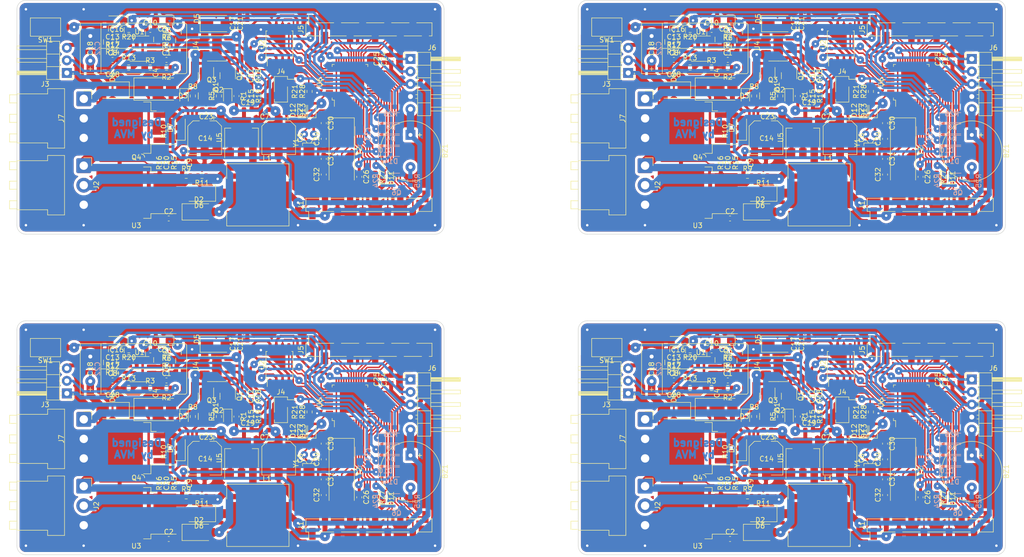
<source format=kicad_pcb>
(kicad_pcb (version 20211014) (generator pcbnew)
  (layers (0 "F.Cu" signal) (31 "B.Cu" signal) (34 "B.Paste" user) (35 "F.Paste" user) (36 "B.SilkS" user "B.Silkscreen") (37 "F.SilkS" user "F.Silkscreen") (38 "B.Mask" user) (39 "F.Mask" user) (44 "Edge.Cuts" user))
  (net 0 "")
  (net 1 "+5V")
  (net 2 "Net-(BZ1-Pad2)")
  (net 3 "Net-(C1-Pad1)")
  (net 4 "GND")
  (net 5 "Net-(C2-Pad1)")
  (net 6 "Net-(C3-Pad1)")
  (net 7 "Net-(C4-Pad2)")
  (net 8 "Handle_Temp")
  (net 9 "Net-(C8-Pad1)")
  (net 10 "Voltage")
  (net 11 "Net-(C12-Pad1)")
  (net 12 "Net-(C13-Pad1)")
  (net 13 "+3V3")
  (net 14 "Current")
  (net 15 "Tip_Temp")
  (net 16 "+24V")
  (net 17 "Net-(C26-Pad1)")
  (net 18 "Net-(C27-Pad2)")
  (net 19 "Net-(D1-Pad1)")
  (net 20 "Net-(D1-Pad2)")
  (net 21 "Net-(D3-Pad1)")
  (net 22 "Net-(D6-Pad1)")
  (net 23 "Net-(D11-Pad1)")
  (net 24 "+BATT")
  (net 25 "O_SPK")
  (net 26 "Handle_Sensor")
  (net 27 "Vibra Sensor")
  (net 28 "Tip_Sensor")
  (net 29 "PWM")
  (net 30 "ENC_A")
  (net 31 "ENC_B")
  (net 32 "ENC_W")
  (net 33 "LCD_RST")
  (net 34 "LCD_CD")
  (net 35 "LCD_SDA")
  (net 36 "LCD_SCK")
  (net 37 "SWCLK")
  (net 38 "SWDIO")
  (net 39 "HEAT_WIRE")
  (net 40 "Net-(Q1-Pad3)")
  (net 41 "ADC1_IO0")
  (net 42 "Net-(Q6-Pad1)")
  (net 43 "Net-(Q6-Pad3)")
  (net 44 "Net-(R4-Pad1)")
  (net 45 "Net-(R11-Pad2)")
  (net 46 "Net-(R14-Pad1)")
  (net 47 "Net-(R18-Pad1)")
  (net 48 "BUZZ")
  (net 49 "W25Q_CS")
  (net 50 "W25Q_MISO")
  (net 51 "W25Q_MOSI")
  (net 52 "W25Q_SCK")
  (net 53 "LSE_I")
  (net 54 "LSE_O")
  (net 55 "HSE_I")
  (net 56 "ESP_Tx")
  (net 57 "ESP_Rx")
  (net 58 "HSE_O")
  (net 59 "GPIO_IO3")
  (net 63 "Net-(C4-Pad1)")
  (net 64 "Net-(D3-Pad2)")
  (net 65 "ADC1_IO2")
  (net 66 "ADC1_IO1")
  (net 67 "Net-(D11-Pad2)")
  (net 69 "Net-(R28-Pad2)")
  (footprint "Package_QFP:LQFP-48_7x7mm_P0.5mm" (layer "F.Cu") (at 229.083 56.2356 90)
    (fp_text reference "U6")
    (fp_text value "STM32F103C8Tx")
  )
  (footprint "Capacitor_SMD:C_0603_1608Metric" (layer "F.Cu") (at 223.7744 129.4384 -90)
    (fp_text reference "C30")
    (fp_text value "22pF")
  )
  (footprint "Capacitor_SMD:C_0603_1608Metric" (layer "F.Cu") (at 188.6716 45.6184)
    (fp_text reference "C10")
    (fp_text value "0.1uF")
  )
  (footprint "Diode_SMD:D_SMA" (layer "F.Cu") (at 181.0262 122.7328 180)
    (fp_text reference "D8")
    (fp_text value "SS14")
  )
  (footprint "Diode_SMD:D_SMA" (layer "F.Cu") (at 88.5573 109.2708)
    (fp_text reference "D5")
    (fp_text value "SS34")
  )
  (footprint "Capacitor_SMD:C_0603_1608Metric" (layer "F.Cu") (at 206.7818 44.3484 90)
    (fp_text reference "C17")
    (fp_text value "0.1uF")
  )
  (footprint "Resistor_SMD:R_0603_1608Metric" (layer "F.Cu") (at 209.1186 119.8372 -90)
    (fp_text reference "R18")
    (fp_text value "470")
  )
  (footprint "Diode_SMD:D_SMA" (layer "F.Cu") (at 84.8997 147.4216)
    (fp_text reference "D2")
    (fp_text value "SS34")
  )
  (footprint "Resistor_SMD:R_0603_1608Metric" (layer "F.Cu") (at 191.9482 53.2384 180)
    (fp_text reference "R2")
    (fp_text value "5k")
  )
  (footprint "Capacitor_SMD:C_0603_1608Metric" (layer "F.Cu") (at 94.7041 44.3484 90)
    (fp_text reference "C21")
    (fp_text value "0.1uF")
  )
  (footprint "Buzzer_Beeper:MagneticBuzzer_ProSignal_ABT-410-RC" (layer "F.Cu") (at 241.3258 131.8272 -90)
    (fp_text reference "BZ1")
    (fp_text value "Buzzer")
  )
  (footprint "Crystal:Crystal_C26-LF_D2.1mm_L6.5mm_Horizontal_1EP_style1" (layer "F.Cu") (at 219.8374 131.6736)
    (fp_text reference "Y1")
    (fp_text value "32.768KHz")
  )
  (footprint "Capacitor_SMD:C_0603_1608Metric" (layer "F.Cu") (at 199.9746 126.6952 180)
    (fp_text reference "C23")
    (fp_text value "0.1uF")
  )
  (footprint "Capacitor_THT:C_Radial_D10.0mm_H20.0mm_P5.00mm" (layer "F.Cu") (at 176.5285 51.8776 90)
    (fp_text reference "C18")
    (fp_text value "470uF")
  )
  (footprint "Package_SO:SOIC-8_5.23x5.23mm_P1.27mm" (layer "F.Cu") (at 214.8082 48.5648 90)
    (fp_text reference "U2")
    (fp_text value "W25Q32JVSS")
  )
  (footprint "Diode_SMD:D_SOD-323" (layer "F.Cu") (at 90.7417 123.952 -90)
    (fp_text reference "D1")
    (fp_text value "1N4148WS")
  )
  (footprint "Capacitor_SMD:C_0603_1608Metric" (layer "F.Cu") (at 181.0262 118.1608 180)
    (fp_text reference "C28")
    (fp_text value "0.1uF")
  )
  (footprint "Buzzer_Beeper:MagneticBuzzer_ProSignal_ABT-410-RC" (layer "F.Cu") (at 127.7241 66.9048 -90)
    (fp_text reference "BZ1")
    (fp_text value "Buzzer")
  )
  (footprint "Diode_SMD:D_SOD-323" (layer "F.Cu") (at 107.7597 126.8476 90)
    (fp_text reference "D13")
    (fp_text value "1N4148WS")
  )
  (footprint "Package_TO_SOT_SMD:SOT-23" (layer "F.Cu") (at 86.3373 123.9243 -90)
    (fp_text reference "Q2")
    (fp_text value "S8050")
  )
  (footprint "Capacitor_SMD:C_0603_1608Metric" (layer "F.Cu") (at 110.1727 132.6134 90)
    (fp_text reference "C29")
    (fp_text value "22pF")
  )
  (footprint "Capacitor_SMD:C_0603_1608Metric" (layer "F.Cu") (at 110.1727 129.4384 -90)
    (fp_text reference "C30")
    (fp_text value "22pF")
  )
  (footprint "Resistor_SMD:R_0603_1608Metric" (layer "F.Cu") (at 80.0229 72.5424 -90)
    (fp_text reference "R16")
    (fp_text value "1k")
  )
  (footprint "Resistor_SMD:R_0603_1608Metric" (layer "F.Cu") (at 70.7011 53.2384)
    (fp_text reference "R13")
    (fp_text value "1k")
  )
  (footprint "Resistor_SMD:R_0603_1608Metric" (layer "F.Cu") (at 78.3465 113.5888)
    (fp_text reference "R6")
    (fp_text value "1k")
  )
  (footprint "Connector_PinHeader_2.54mm:PinHeader_1x03_P2.54mm_Horizontal" (layer "F.Cu") (at 58.1789 54.341 180)
    (fp_text reference "J3")
    (fp_text value "SENSOR")
  )
  (footprint "Package_SO:SOIC-8_3.9x4.9mm_P1.27mm" (layer "F.Cu") (at 72.8855 49.4284)
    (fp_text reference "U1")
    (fp_text value "LM358")
  )
  (footprint "Diode_SMD:D_SOD-323" (layer "F.Cu") (at 204.3434 59.0296 -90)
    (fp_text reference "D1")
    (fp_text value "1N4148WS")
  )
  (footprint "Resistor_SMD:R_0603_1608Metric" (layer "F.Cu") (at 70.7011 118.1608)
    (fp_text reference "R13")
    (fp_text value "1k")
  )
  (footprint "Diode_SMD:D_SMA" (layer "F.Cu") (at 88.5573 44.3484)
    (fp_text reference "D5")
    (fp_text value "SS34")
  )
  (footprint "Diode_SMD:D_SMA" (layer "F.Cu") (at 198.5014 82.4992)
    (fp_text reference "D2")
    (fp_text value "SS34")
  )
  (footprint "Capacitor_SMD:C_0603_1608Metric" (layer "F.Cu") (at 211.811 61.7728 180)
    (fp_text reference "C7")
    (fp_text value "0.1uF")
  )
  (footprint "Resistor_SMD:R_0603_1608Metric" (layer "F.Cu") (at 192.0498 137.4648 -90)
    (fp_text reference "R15")
    (fp_text value "15k")
  )
  (footprint "Capacitor_SMD:C_0603_1608Metric" (layer "F.Cu") (at 223.7744 74.93 90)
    (fp_text reference "C32")
    (fp_text value "22pF")
  )
  (footprint "Resistor_SMD:R_0603_1608Metric" (layer "F.Cu") (at 78.3465 115.1128)
    (fp_text reference "R4")
    (fp_text value "1k")
  )
  (footprint "Resistor_SMD:R_0603_1608Metric" (layer "F.Cu") (at 191.9482 45.6184 180)
    (fp_text reference "R7")
    (fp_text value "220")
  )
  (footprint "Package_SO:SOIC-8_3.9x4.9mm_P1.27mm" (layer "F.Cu") (at 186.4872 49.4284)
    (fp_text reference "U1")
    (fp_text value "LM358")
  )
  (footprint "Capacitor_SMD:C_0603_1608Metric" (layer "F.Cu") (at 207.6454 59.0296 -90)
    (fp_text reference "C15")
    (fp_text value "0.1uF")
  )
  (footprint "Crystal:Crystal_SMD_HC49-SD" (layer "F.Cu") (at 113.8049 70.1462 -90)
    (fp_text reference "Y2")
    (fp_text value "8MHz")
  )
  (footprint "Package_SO:SOIC-8_5.23x5.23mm_P1.27mm" (layer "F.Cu") (at 101.2065 48.5648 90)
    (fp_text reference "U2")
    (fp_text value "W25Q32JVSS")
  )
  (footprint "Diode_SMD:D_SOD-323" (layer "F.Cu") (at 195.5042 59.0144 -90)
    (fp_text reference "D3")
    (fp_text value "1N4148WS")
  )
  (footprint "Capacitor_SMD:C_0603_1608Metric" (layer "F.Cu") (at 223.7744 67.691 90)
    (fp_text reference "C29")
    (fp_text value "22pF")
  )
  (footprint "Resistor_SMD:R_0603_1608Metric" (layer "F.Cu") (at 181.0262 48.6664 180)
    (fp_text reference "R14")
    (fp_text value "1k")
  )
  (footprint "Resistor_SMD:R_0603_1608Metric" (layer "F.Cu") (at 209.1694 123.952 -90)
    (fp_text reference "R19")
    (fp_text value "1k")
  )
  (footprint "Connector_PinHeader_2.54mm:PinHeader_1x02_P2.54mm_Vertical_SMD_Pin1Right" (layer "F.Cu") (at 215.113 122.5804)
    (fp_text reference "J4")
    (fp_text value "BATTERY")
  )
  (footprint "Capacitor_SMD:C_0603_1608Metric" (layer "F.Cu") (at 192.4054 83.8285)
    (fp_text reference "C2")
    (fp_text value "0.1uF")
  )
  (footprint "Inductor_SMD:L_12x12mm_H8mm" (layer "F.Cu") (at 210.4394 79.0448)
    (fp_text reference "L1")
    (fp_text value "47uH")
  )
  (footprint "Capacitor_SMD:C_0603_1608Metric" (layer "F.Cu") (at 195.1486 137.4648 -90)
    (fp_text reference "C9")
    (fp_text value "0.1uF")
  )
  (footprint "Resistor_SMD:R_0603_1608Metric" (layer "F.Cu") (at 70.7265 45.6184 180)
    (fp_text reference "R20")
    (fp_text value "220")
  )
  (footprint "Capacitor_SMD:C_0603_1608Metric" (layer "F.Cu") (at 110.1727 71.755 -90)
    (fp_text reference "C31")
    (fp_text value "22pF")
  )
  (footprint "Connector_PinHeader_2.54mm:PinHeader_1x03_P2.54mm_Horizontal" (layer "F.Cu") (at 171.7806 119.2634 180)
    (fp_text reference "J3")
    (fp_text value "SENSOR")
  )
  (footprint "Resistor_SMD:R_0603_1608Metric" (layer "F.Cu") (at 195.936 140.1064)
    (fp_text reference "R9")
    (fp_text value "1k")
  )
  (footprint "Resistor_SMD:R_0603_1608Metric" (layer "F.Cu") (at 191.9482 48.6664)
    (fp_text reference "R6")
    (fp_text value "1k")
  )
  (footprint "Resistor_SMD:R_0603_1608Metric" (layer "F.Cu") (at 193.6246 72.5424 -90)
    (fp_text reference "R16")
    (fp_text value "1k")
  )
  (footprint "Capacitor_THT:C_Radial_D10.0mm_H20.0mm_P5.00mm" (layer "F.Cu") (at 62.9268 116.8 90)
    (fp_text reference "C18")
    (fp_text value "470uF")
  )
  (footprint "Resistor_SMD:R_0603_1608Metric" (layer "F.Cu") (at 195.936 75.184)
    (fp_text reference "R9")
    (fp_text value "1k")
  )
  (footprint "Capacitor_SMD:C_0603_1608Metric" (layer "F.Cu") (at 76.9241 72.5424 -90)
    (fp_text reference "C20")
    (fp_text value "0.1uF")
  )
  (footprint "Capacitor_SMD:C_0603_1608Metric" (layer "F.Cu") (at 110.1727 136.6774 -90)
    (fp_text reference "C31")
    (fp_text value "22pF")
  )
  (footprint "Package_TO_SOT_SMD:TO-263-5_TabPin3" (layer "F.Cu") (at 72.2437 78.5985 180)
    (fp_text reference "U3")
    (fp_text value "LM2596S-ADJ")
  )
  (footprint "Capacitor_SMD:C_0603_1608Metric" (layer "F.Cu") (at 191.9482 112.0648)
    (fp_text reference "C3")
    (fp_text value "0.1uF")
  )
  (footprint "Package_TO_SOT_SMD:SOT-23" (layer "F.Cu") (at 199.939 123.9243 -90)
    (fp_text reference "Q2")
    (fp_text value "S8050")
  )
  (footprint "Resistor_SMD:R_0603_1608Metric" (layer "F.Cu") (at 181.0262 112.0648 180)
    (fp_text reference "R17")
    (fp_text value "1.5k")
  )
  (footprint "Connector_PinHeader_2.54mm:PinHeader_1x10_P2.54mm_Vertical_SMD_Pin1Left" (layer "F.Cu") (at 119.3167 145.9992 90)
    (fp_text reference "J1")
    (fp_text value "Connector")
  )
  (footprint "Resistor_SMD:R_0603_1608Metric" (layer "F.Cu") (at 70.7265 110.5408 180)
    (fp_text reference "R20")
    (fp_text value "220")
  )
  (footprint "Buzzer_Beeper:MagneticBuzzer_ProSignal_ABT-410-RC" (layer "F.Cu") (at 127.7241 131.8272 -90)
    (fp_text reference "BZ1")
    (fp_text value "Buzzer")
  )
  (footprint "Diode_SMD:D_SOD-323" (layer "F.Cu") (at 204.3434 123.952 -90)
    (fp_text reference "D1")
    (fp_text value "1N4148WS")
  )
  (footprint "Resistor_SMD:R_0603_1608Metric" (layer "F.Cu") (at 197.2822 123.9368 90)
    (fp_text reference "R8")
    (fp_text value "10")
  )
  (footprint "Capacitor_SMD:C_0603_1608Metric" (layer "F.Cu") (at 123.8125 51.5112 90)
    (fp_text reference "C24")
    (fp_text value "0.1uF")
  )
  (footprint "Button_Switch_SMD:SW_SPST_CK_RS282G05A3" (layer "F.Cu") (at 167.4626 45.0596 180)
    (fp_text reference "SW1")
    (fp_text value "RESET")
  )
  (footprint "Capacitor_THT:C_Radial_D10.0mm_H20.0mm_P5.00mm" (layer "F.Cu") (at 62.9268 51.8776 90)
    (fp_text reference "C18")
    (fp_text value "470uF")
  )
  (footprint "Capacitor_SMD:C_0603_1608Metric" (layer "F.Cu") (at 81.5469 72.5424 -90)
    (fp_text reference "C9")
    (fp_text value "0.1uF")
  )
  (footprint "Connector_JST:JST_VH_B3PS-VH_1x03_P3.96mm_Horizontal" (layer "F.Cu") (at 175.2028 138.0514 -90)
    (fp_text reference "J2")
    (fp_text value "POWER")
  )
  (footprint "Capacitor_SMD:C_0603_1608Metric" (layer "F.Cu") (at 98.2093 61.7728 180)
    (fp_text reference "C7")
    (fp_text value "0.1uF")
  )
  (footprint "Connector_PinHeader_2.54mm:PinHeader_1x10_P2.54mm_Vertical_SMD_Pin1Right" (layer "F.Cu") (at 232.9184 110.4392 90)
    (fp_text reference "J5")
    (fp_text value "Control Panel")
  )
  (footprint "Capacitor_SMD:C_0603_1608Metric" (layer "F.Cu") (at 223.7744 132.6134 90)
    (fp_text reference "C29")
    (fp_text value "22pF")
  )
  (footprint "Connector_PinHeader_2.54mm:PinHeader_1x02_P2.54mm_Vertical_SMD_Pin1Right" (layer "F.Cu") (at 101.5113 57.658)
    (fp_text reference "J4")
    (fp_text value "BATTERY")
  )
  (footprint "Resistor_SMD:R_0603_1608Metric" (layer "F.Cu") (at 95.5677 123.952 -90)
    (fp_text reference "R19")
    (fp_text value "1k")
  )
  (footprint "Diode_SMD:D_SOD-323" (layer "F.Cu") (at 221.3614 126.8476 90)
    (fp_text reference "D13")
    (fp_text value "1N4148WS")
  )
  (footprint "Package_SO:SOIC-8_3.9x4.9mm_P1.27mm" (layer "F.Cu") (at 88.5573 49.3776)
    (fp_text reference "U4")
    (fp_text value "ACS712-05A")
  )
  (footprint "Resistor_SMD:R_0603_1608Metric" (layer "F.Cu") (at 181.0262 50.1904)
    (fp_text reference "R12")
    (fp_text value "50")
  )
  (footprint "Capacitor_SMD:CP_Elec_6.3x7.7" (layer "F.Cu") (at 101.0541 67.4624 -90)
    (fp_text reference "C6")
    (fp_text value "220uF")
  )
  (footprint "Capacitor_SMD:C_0603_1608Metric" (layer "F.Cu") (at 67.4245 110.5408 180)
    (fp_text reference "C13")
    (fp_text value "0.1uF")
  )
  (footprint "Capacitor_SMD:C_0603_1608Metric" (layer "F.Cu") (at 104.0005 126.8364 -90)
    (fp_text reference "C27")
    (fp_text value "0.1uF")
  )
  (footprint "Capacitor_SMD:C_0603_1608Metric" (layer "F.Cu") (at 223.7744 71.755 -90)
    (fp_text reference "C31")
    (fp_text value "22pF")
  )
  (footprint "Package_TO_SOT_SMD:SOT-23" (layer "F.Cu") (at 86.3373 54.89865 -90)
    (fp_text reference "Q3")
    (fp_text value "S8550")
  )
  (footprint "Button_Switch_SMD:SW_SPST_CK_RS282G05A3" (layer "F.Cu") (at 53.8609 45.0596 180)
    (fp_text reference "SW1")
    (fp_text value "RESET")
  )
  (footprint "Button_Switch_SMD:SW_SPST_CK_RS282G05A3" (layer "F.Cu") (at 53.8609 109.982 180)
    (fp_text reference "SW1")
    (fp_text value "RESET")
  )
  (footprint "Connector_PinHeader_2.54mm:PinHeader_1x10_P2.54mm_Vertical_SMD_Pin1Right" (layer "F.Cu") (at 119.3167 45.5168 90)
    (fp_text reference "J5")
    (fp_text value "Control Panel")
  )
  (footprint "Capacitor_SMD:C_0603_1608Metric" (layer "F.Cu") (at 93.9929 119.8372 -90)
    (fp_text reference "C12")
    (fp_text value "0.1nF")
  )
  (footprint "Capacitor_SMD:C_0603_1608Metric" (layer "F.Cu") (at 188.6716 110.5408)
    (fp_text reference "C10")
    (fp_text value "0.1uF")
  )
  (footprint "Capacitor_SMD:C_0603_1608Metric" (layer "F.Cu") (at 67.4245 116.6368)
    (fp_text reference "C8")
    (fp_text value "0.1uF")
  )
  (footprint "Resistor_SMD:R_0603_1608Metric" (layer "F.Cu") (at 197.2822 59.0144 90)
    (fp_text reference "R8")
    (fp_text value "10")
  )
  (footprint "Capacitor_SMD:C_0603_1608Metric" (layer "F.Cu") (at 237.4142 51.5112 90)
    (fp_text reference "C24")
    (fp_text value "0.1uF")
  )
  (footprint "Resistor_SMD:R_0603_1608Metric" (layer "F.Cu") (at 78.3465 50.1904)
    (fp_text reference "R4")
    (fp_text value "1k")
  )
  (footprint "Capacitor_SMD:C_0603_1608Metric" (layer "F.Cu") (at 230.9626 140.3096 -90)
    (fp_text reference "C26")
    (fp_text value "0.1uF")
  )
  (footprint "Connector_PinHeader_2.54mm:PinHeader_1x10_P2.54mm_Vertical_SMD_Pin1Left" (layer "F.Cu") (at 232.9184 81.0768 90)
    (fp_text reference "J1")
    (fp_text value "Connector")
  )
  (footprint "Package_QFP:LQFP-48_7x7mm_P0.5mm" (layer "F.Cu") (at 115.4813 121.158 90)
    (fp_text reference "U6")
    (fp_text value "STM32F103C8Tx")
  )
  (footprint "Package_TO_SOT_SMD:SOT-223-3_TabPin2" (layer "F.Cu") (at 207.1374 67.437 90)
    (fp_text reference "U5")
    (fp_text value "AMS1117-3.3")
  )
  (footprint "Crystal:Crystal_C26-LF_D2.1mm_L6.5mm_Horizontal_1EP_style1" (layer "F.Cu") (at 106.2357 131.6736)
    (fp_text reference "Y1")
    (fp_text value "32.768KHz")
  )
  (footprint "Capacitor_SMD:C_0603_1608Metric" (layer "F.Cu") (at 67.4245 51.7144)
    (fp_text reference "C8")
    (fp_text value "0.1uF")
  )
  (footprint "Capacitor_SMD:C_0603_1608Metric" (layer "F.Cu") (at 117.3609 75.3872 -90)
    (fp_text reference "C26")
    (fp_text value "0.1uF")
  )
  (footprint "Capacitor_SMD:C_0603_1608Metric" (layer "F.Cu") (at 223.7744 64.516 -90)
    (fp_text reference "C30")
    (fp_text value "22pF")
  )
  (footprint "Resistor_SMD:R_0603_1608Metric" (layer "F.Cu") (at 67.4245 112.0648 180)
    (fp_text reference "R17")
    (fp_text value "1.5k")
  )
  (footprint "Capacitor_SMD:C_0603_1608Metric" (layer "F.Cu") (at 78.3465 47.1424)
    (fp_text reference "C3")
    (fp_text value "0.1uF")
  )
  (footprint "Package_SO:SOIC-8_3.9x4.9mm_P1.27mm" (layer "F.Cu") (at 202.159 49.3776)
    (fp_text reference "U4")
    (fp_text value "ACS712-05A")
  )
  (footprint "Resistor_SMD:R_0603_1608Metric" (layer "F.Cu") (at 83.6805 123.9368 90)
    (fp_text reference "R8")
    (fp_text value "10")
  )
  (footprint "Connector_PinHeader_2.54mm:PinHeader_1x02_P2.54mm_Vertical_SMD_Pin1Right" (layer "F.Cu") (at 215.113 57.658)
    (fp_text reference "J4")
    (fp_text value "BATTERY")
  )
  (footprint "Capacitor_SMD:C_0603_1608Metric" (layer "F.Cu") (at 217.6022 61.914 -90)
    (fp_text reference "C27")
    (fp_text value "0.1uF")
  )
  (footprint "Connector_PinHeader_2.54mm:PinHeader_1x10_P2.54mm_Vertical_SMD_Pin1Left" (layer "F.Cu") (at 232.9184 145.9992 90)
    (fp_text reference "J1")
    (fp_text value "Connector")
  )
  (footprint "Package_TO_SOT_SMD:SOT-223-3_TabPin2" (layer "F.Cu") (at 93.5357 67.437 90)
    (fp_text reference "U5")
    (fp_text value "AMS1117-3.3")
  )
  (footprint "Capacitor_SMD:C_0603_1608Metric" (layer "F.Cu") (at 223.7744 136.6774 -90)
    (fp_text reference "C31")
    (fp_text value "22pF")
  )
  (footprint "Capacitor_SMD:C_0603_1608Metric" (layer "F.Cu") (at 217.6022 126.8364 -90)
    (fp_text reference "C27")
    (fp_text value "0.1uF")
  )
  (footprint "Capacitor_SMD:C_0603_1608Metric" (layer "F.Cu") (at 223.7744 139.8524 90)
    (fp_text reference "C32")
    (fp_text value "22pF")
  )
  (footprint "Resistor_SMD:R_0603_1608Metric" (layer "F.Cu") (at 82.3343 75.184)
    (fp_text reference "R9")
    (fp_text value "1k")
  )
  (footprint "Diode_SMD:D_SMA" (layer "F.Cu") (at 198.5014 78.6892 180)
    (fp_text reference "D6")
    (fp_text value "SS34")
  )
  (footprint "Resistor_SMD:R_0603_1608Metric" (layer "F.Cu") (at 181.0262 47.1424 180)
    (fp_text reference "R17")
    (fp_text value "1.5k")
  )
  (footprint "Resistor_SMD:R_0603_1608Metric" (layer "F.Cu") (at 191.9482 110.5408 180)
    (fp_text reference "R7")
    (fp_text value "220")
  )
  (footprint "Resistor_SMD:R_0603_1608Metric" (layer "F.Cu") (at 78.3465 110.5408 180)
    (fp_text reference "R7")
    (fp_text value "220")
  )
  (footprint "Capacitor_SMD:C_0603_1608Metric" (layer "F.Cu") (at 123.8125 116.4336 90)
    (fp_text reference "C24")
    (fp_text value "0.1uF")
  )
  (footprint "Connector_JST:JST_VH_B3PS-VH_1x03_P3.96mm_Horizontal" (layer "F.Cu") (at 61.6079 59.5932 -90)
    (fp_text reference "J7")
    (fp_text value "HEAT_WIRE")
  )
  (footprint "Resistor_SMD:R_0603_1608Metric" (layer "F.Cu") (at 191.9482 50.1904)
    (fp_text reference "R4")
    (fp_text value "1k")
  )
  (footprint "Diode_SMD:D_SMA" (layer "F.Cu") (at 181.0262 57.8104 180)
    (fp_text reference "D8")
    (fp_text value "SS14")
  )
  (footprint "Connector_JST:JST_VH_B3PS-VH_1x03_P3.96mm_Horizontal" (layer "F.Cu") (at 175.2028 73.129 -90)
    (fp_text reference "J2")
    (fp_text value "POWER")
  )
  (footprint "Resistor_SMD:R_0603_1608Metric" (layer "F.Cu") (at 95.5169 119.8372 -90)
    (fp_text reference "R18")
    (fp_text value "470")
  )
  (footprint "Capacitor_SMD:C_0603_1608Metric" (layer "F.Cu") (at 211.811 126.6952 180)
    (fp_text reference "C7")
    (fp_text value "0.1uF")
  )
  (footprint "Connector_PinHeader_2.54mm:PinHeader_1x05_P2.54mm_Horizontal" (layer "F.Cu") (at 127.7241 51.5112)
    (fp_text reference "J6")
    (fp_text value "SWD DEBUG")
  )
  (footprint "Capacitor_SMD:C_0603_1608Metric" (layer "F.Cu") (at 67.4245 45.6184 180)
    (fp_text reference "C13")
    (fp_text value "0.1uF")
  )
  (footprint "Capacitor_SMD:C_0603_1608Metric" (layer "F.Cu") (at 93.9929 54.9148 -90)
    (fp_text reference "C12")
    (fp_text value "0.1nF")
  )
  (footprint "Capacitor_Tantalum_SMD:CP_EIA-3216-12_Kemet-S" (layer "F.Cu") (at 68.2627 108.6612 180)
    (fp_text reference "C16")
    (fp_text value "4.7uF")
  )
  (footprint "Resistor_SMD:R_0603_1608Metric" (layer "F.Cu") (at 202.5654 59.0144 90)
    (fp_text reference "R5")
    (fp_text value "5k6")
  )
  (footprint "Resistor_SMD:R_0603_1608Metric" (layer "F.Cu") (at 191.9482 113.5888)
    (fp_text reference "R6")
    (fp_text value "1k")
  )
  (footprint "Resistor_SMD:R_0603_1608Metric" (layer "F.Cu") (at 78.3465 118.1608 180)
    (fp_text reference "R2")
    (fp_text value "5k")
  )
  (footprint "Resistor_SMD:R_0603_1608Metric" (layer "F.Cu") (at 82.3343 140.1064)
    (fp_text reference "R9")
    (fp_text value "1k")
  )
  (footprint "Capacitor_SMD:C_0603_1608Metric" (layer "F.Cu") (at 75.0699 110.5408)
    (fp_text reference "C10")
    (fp_text value "0.1uF")
  )
  (footprint "Diode_SMD:D_SMA" (layer "F.Cu") (at 84.8997 143.6116 180)
    (fp_text reference "D6")
    (fp_text value "SS34")
  )
  (footprint "Capacitor_SMD:C_0603_1608Metric" (layer "F.Cu") (at 86.3729 61.7728 180)
    (fp_text reference "C23")
    (fp_text value "0.1uF")
  )
  (footprint "Diode_SMD:D_SOD-323" (layer "F.Cu") (at 105.7785 61.9252 90)
    (fp_text reference "D12")
    (fp_text value "1N4148WS")
  )
  (footprint "Resistor_SMD:R_0603_1608Metric" (layer "F.Cu") (at 184.3282 45.6184 180)
    (fp_text reference "R20")
    (fp_text value "220")
  )
  (footprint "Diode_SMD:D_SMA" (layer "F.Cu") (at 198.5014 143.6116 180)
    (fp_text reference "D6")
    (fp_text value "SS34")
  )
  (footprint "Resistor_SMD:R_0603_1608Metric" (layer "F.Cu") (at 95.5677 59.0296 -90)
    (fp_text reference "R19")
    (fp_text value "1k")
  )
  (footprint "Package_TO_SOT_SMD:TO-263-5_TabPin3" (layer "F.Cu") (at 185.8454 78.5985 180)
    (fp_text reference "U3")
    (fp_text value "LM2596S-ADJ")
  )
  (footprint "Resistor_SMD:R_0603_1608Metric" (layer "F.Cu") (at 219.3548 58.1152 90)
    (fp_text reference "R21")
    (fp_text value "10k")
  )
  (footprint "Resistor_SMD:R_0603_1608Metric" (layer "F.Cu") (at 192.0498 72.5424 -90)
    (fp_text reference "R15")
    (fp_text value "15k")
  )
  (footprint "Resistor_SMD:R_0603_1608Metric" (layer "F.Cu") (at 79.2101 130.3528 90)
    (fp_text reference "R10")
    (fp_text value "5k6")
  )
  (footprint "Capacitor_Tantalum_SMD:CP_EIA-3216-12_Kemet-S" (layer "F.Cu") (at 191.1354 43.688 180)
    (fp_text reference "C5")
    (fp_text value "4.7uF")
  )
  (footprint "Connector_PinHeader_2.54mm:PinHeader_1x10_P2.54mm_Vertical_SMD_Pin1Right" (layer "F.Cu") (at 232.9184 45.5168 90)
    (fp_text reference "J5")
    (fp_text value "Control Panel")
  )
  (footprint "LED_SMD:LED_0603_1608Metric" (layer "F.Cu") (at 235.82665 75.37445 90)
    (fp_text reference "D11")
    (fp_text value "LED")
  )
  (footprint "Package_TO_SOT_SMD:SOT-223-3_TabPin2" (layer "F.Cu") (at 207.1374 132.3594 90)
    (fp_text reference "U5")
    (fp_text value "AMS1117-3.3")
  )
  (footprint "Capacitor_SMD:C_0603_1608Metric" (layer "F.Cu") (at 208.3058 44.3484 90)
    (fp_text reference "C21")
    (fp_text value "0.1uF")
  )
  (footprint "Capacitor_SMD:C_0603_1608Metric" (layer "F.Cu") (at 75.0699 45.6184)
    (fp_text reference "C10")
    (fp_text value "0.1uF")
  )
  (footprint "Capacitor_SMD:C_0603_1608Metric" (layer "F.Cu") (at 181.0262 51.7144)
    (fp_text reference "C8")
    (fp_text value "0.1uF")
  )
  (footprint "Resistor_SMD:R_0603_1608Metric" (layer "F.Cu") (at 220.9042 123.0122 90)
    (fp_text reference "R28")
    (fp_text value "1k")
  )
  (footprint "Capacitor_SMD:C_0603_1608Metric" (layer "F.Cu") (at 190.5258 137.4648 -90)
    (fp_text reference "C20")
    (fp_text value "0.1uF")
  )
  (footprint "Resistor_SMD:R_0603_1608Metric" (layer "F.Cu") (at 105.7531 123.0376 90)
    (fp_text reference "R21")
    (fp_text value "10k")
  )
  (footprint "Resistor_SMD:R_0603_1608Metric" (layer "F.Cu") (at 184.3282 110.5408 180)
    (fp_text reference "R20")
    (fp_text value "220")
  )
  (footprint "Capacitor_SMD:C_0603_1608Metric" (layer "F.Cu") (at 207.5946 54.9148 -90)
    (fp_text reference "C12")
    (fp_text value "0.1nF")
  )
  (footprint "Diode_SMD:D_SMA" (layer "F.Cu") (at 202.159 44.3484)
    (fp_text reference "D5")
    (fp_text value "SS34")
  )
  (footprint "Resistor_SMD:R_0603_1608Metric" (layer "F.Cu") (at 88.9637 123.9368 90)
    (fp_text reference "R5")
    (fp_text value "5k6")
  )
  (footprint "Capacitor_SMD:CP_Elec_6.3x7.7" (layer "F.Cu") (at 214.6558 132.3848 -90)
    (fp_text reference "C6")
    (fp_text value "220uF")
  )
  (footprint "Diode_SMD:D_SMA" (layer "F.Cu") (at 202.159 109.2708)
    (fp_text reference "D5")
    (fp_text value "SS34")
  )
  (footprint "Capacitor_SMD:C_0603_1608Metric" (layer "F.Cu") (at 192.4054 148.7509)
    (fp_text reference "C2")
    (fp_text value "0.1uF")
  )
  (footprint "Resistor_SMD:R_0603_1608Metric" (layer "F.Cu") (at 199.1364 140.1064 180)
    (fp_text reference "R11")
    (fp_text value "3k")
  )
  (footprint "Capacitor_SMD:C_0603_1608Metric" (layer "F.Cu") (at 78.8037 83.8285)
    (fp_text reference "C2")
    (fp_text value "0.1uF")
  )
  (footprint "Diode_SMD:D_SOD-323" (layer "F.Cu") (at 81.9025 123.9368 -90)
    (fp_text reference "D3")
    (fp_text value "1N4148WS")
  )
  (footprint "Connector_PinHeader_2.54mm:PinHeader_1x02_P2.54mm_Vertical_SMD_Pin1Right" (layer "F.Cu") (at 101.5113 122.5804)
    (fp_text reference "J4")
    (fp_text value "BATTERY")
  )
  (footprint "Capacitor_SMD:C_0603_1608Metric" (layer "F.Cu") (at 237.4142 116.4336 90)
    (fp_text reference "C24")
    (fp_text value "0.1uF")
  )
  (footprint "Connector_PinHeader_2.54mm:PinHeader_1x03_P2.54mm_Horizontal" (layer "F.Cu") (at 58.1789 119.2634 180)
    (fp_text reference "J3")
    (fp_text value "SENSOR")
  )
  (footprint "Capacitor_SMD:C_0603_1608Metric" (layer "F.Cu") (at 104.0005 61.914 -90)
    (fp_text reference "C27")
    (fp_text value "0.1uF")
  )
  (footprint "Resistor_SMD:R_0603_1608Metric" (layer "F.Cu") (at 120.57395 140.29685 -90)
    (fp_text reference "R27")
    (fp_text value "220")
  )
  (footprint "Capacitor_SMD:C_0603_1608Metric" (layer "F.Cu") (at 208.4074 61.7728)
    (fp_text reference "C19")
    (fp_text value "0.1uF")
  )
  (footprint "Crystal:Crystal_C26-LF_D2.1mm_L6.5mm_Horizontal_1EP_style1" (layer "F.Cu") (at 106.2357 66.7512)
    (fp_text reference "Y1")
    (fp_text value "32.768KHz")
  )
  (footprint "Resistor_SMD:R_0603_1608Metric" (layer "F.Cu") (at 219.3548 123.0376 90)
    (fp_text reference "R21")
    (fp_text value "10k")
  )
  (footprint "Diode_SMD:D_MiniMELF" (layer "F.Cu") (at 81.1405 130.3528 90)
    (fp_text reference "D7")
    (fp_text value "Z18V")
  )
  (footprint "Capacitor_Tantalum_SMD:CP_EIA-3216-12_Kemet-S" (layer "F.Cu") (at 68.2627 43.7388 180)
    (fp_text reference "C16")
    (fp_text value "4.7uF")
  )
  (footprint "Resistor_SMD:R_0603_1608Metric" (layer "F.Cu") (at 188.6462 118.1608)
    (fp_text reference "R3")
    (fp_text value "10k")
  )
  (footprint "Package_TO_SOT_SMD:SOT-23" (layer "F.Cu") (at 86.3373 59.0019 -90)
    (fp_text reference "Q2")
    (fp_text value "S8050")
  )
  (footprint "Resistor_SMD:R_0603_1608Metric" (layer "F.Cu") (at 120.57395 75.37445 -90)
    (fp_text reference "R27")
    (fp_text value "220")
  )
  (footprint "LED_SMD:LED_0603_1608Metric" (layer "F.Cu") (at 235.82665 140.29685 90)
    (fp_text reference "D11")
    (fp_text value "LED")
  )
  (footprint "Capacitor_SMD:C_0603_1608Metric" (layer "F.Cu") (at 235.8902 51.5112 90)
    (fp_text reference "C25")
    (fp_text value "0.1uF")
  )
  (footprint "Capacitor_SMD:C_0603_1608Metric" (layer "F.Cu") (at 76.9241 137.4648 -90)
    (fp_text reference "C20")
    (fp_text value "0.1uF")
  )
  (footprint "Capacitor_SMD:C_0603_1608Metric" (layer "F.Cu") (at 190.5258 72.5424 -90)
    (fp_text reference "C20")
    (fp_text value "0.1uF")
  )
  (footprint "Capacitor_SMD:C_0603_1608Metric" (layer "F.Cu") (at 230.9626 75.3872 -90)
    (fp_text reference "C26")
    (fp_text value "0.1uF")
  )
  (footprint "Resistor_SMD:R_0603_1608Metric" (layer "F.Cu") (at 78.4481 137.4648 -90)
    (fp_text reference "R15")
    (fp_text value "15k")
  )
  (footprint "Capacitor_SMD:C_0603_1608Metric" (layer "F.Cu") (at 78.3465 116.6368)
    (fp_text reference "C1")
    (fp_text value "0.1uF")
  )
  (footprint "Resistor_SMD:R_0603_1608Metric" (layer "F.Cu") (at 107.3025 123.0122 90)
    (fp_text reference "R28")
    (fp_text value "1k")
  )
  (footprint "Resistor_SMD:R_0603_1608Metric" (layer "F.Cu") (at 220.9042 58.0898 90)
    (fp_text reference "R28")
    (fp_text value "1k")
  )
  (footprint "Capacitor_SMD:C_0603_1608Metric" (layer "F.Cu") (at 110.1727 74.93 90)
    (fp_text reference "C32")
    (fp_text value "22pF")
  )
  (footprint "Diode_SMD:D_SMA" (layer "F.Cu") (at 84.8997 78.6892 180)
    (fp_text reference "D6")
    (fp_text value "SS34")
  )
  (footprint "Capacitor_SMD:C_0603_1608Metric" (layer "F.Cu") (at 93.1801 44.3484 90)
    (fp_text reference "C17")
    (fp_text value "0.1uF")
  )
  (footprint "Diode_SMD:D_MiniMELF" (layer "F.Cu") (at 81.1405 65.4304 90)
    (fp_text reference "D7")
    (fp_text value "Z18V")
  )
  (footprint "Capacitor_SMD:C_0603_1608Metric" (layer "F.Cu") (at 67.4245 53.2384 180)
    (fp_text reference "C28")
    (fp_text value "0.1uF")
  )
  (footprint "Button_Switch_SMD:SW_SPST_CK_RS282G05A3" (layer "F.Cu") (at 167.4626 109.982 180)
    (fp_text reference "SW1")
    (fp_text value "RESET")
  )
  (footprint "Connector_JST:JST_VH_B3PS-VH_1x03_P3.96mm_Horizontal" (layer "F.Cu") (at 175.2096 124.5156 -90)
    (fp_text reference "J7")
    (fp_text value "HEAT_WIRE")
  )
  (footprint "Package_QFP:LQFP-48_7x7mm_P0.5mm" (layer "F.Cu") (at 229.083 121.158 90)
    (fp_text reference "U6")
    (fp_text value "STM32F103C8Tx")
  )
  (footprint "Capacitor_SMD:C_0603_1608Metric" (layer "F.Cu") (at 110.1727 64.516 -90)
    (fp_text reference "C30")
    (fp_text value "22pF")
  )
  (footprint "Diode_SMD:D_SMA" (layer "F.Cu") (at 198.5014 147.4216)
    (fp_text reference "D2")
    (fp_text value "SS34")
  )
  (footprint "Resistor_SMD:R_0603_1608Metric" (layer "F.Cu") (at 192.8118 65.4304 90)
    (fp_text reference "R10")
    (fp_text value "5k6")
  )
  (footprint "Diode_SMD:D_SOD-323" (layer "F.Cu") (at 219.3802 126.8476 90)
    (fp_text reference "D12")
    (fp_text value "1N4148WS")
  )
  (footprint "Package_TO_SOT_SMD:SOT-23" (layer "F.Cu") (at 90.7417 54.9148 -90)
    (fp_text reference "Q1")
    (fp_text value "S8050")
  )
  (footprint "Capacitor_SMD:C_0603_1608Metric" (layer "F.Cu") (at 94.0437 59.0296 -90)
    (fp_text reference "C15")
    (fp_text value "0.1uF")
  )
  (footprint "Capacitor_Tantalum_SMD:CP_EIA-3216-12_Kemet-S" (layer "F.Cu") (at 181.8644 43.7388 180)
    (fp_text reference "C16")
    (fp_text value "4.7uF")
  )
  (footprint "Resistor_SMD:R_0603_1608Metric" (layer "F.Cu") (at 78.3465 48.6664)
    (fp_text reference "R6")
    (fp_text value "1k")
  )
  (footprint "Resistor_SMD:R_0603_1608Metric" (layer "F.Cu") (at 67.4245 113.5888 180)
    (fp_text reference "R14")
    (fp_text value "1k")
  )
  (footprint "Connector_PinHeader_2.54mm:PinHeader_1x05_P2.54mm_Horizontal" (layer "F.Cu") (at 241.3258 51.5112)
    (fp_text reference "J6")
    (fp_text value "SWD DEBUG")
  )
  (footprint "Resistor_SMD:R_0603_1608Metric" (layer "F.Cu") (at 85.5347 75.184 180)
    (fp_text reference "R11")
    (fp_text value "3k")
  )
  (footprint "Inductor_SMD:L_12x12mm_H8mm" (layer "F.Cu") (at 210.4394 143.9672)
    (fp_text reference "L1")
    (fp_text value "47uH")
  )
  (footprint "Package_TO_SOT_SMD:SOT-23" (layer "F.Cu") (at 199.939 119.82105 -90)
    (fp_text reference "Q3")
    (fp_text value "S8550")
  )
  (footprint "Package_SO:SOIC-8_3.9x4.9mm_P1.27mm" (layer "F.Cu") (at 72.8855 114.3508)
    (fp_text reference "U1")
    (fp_text value "LM358")
  )
  (footprint "Package_SO:SOIC-8_3.9x4.9mm_P1.27mm" (layer "F.Cu") (at 202.159 114.3)
    (fp_text reference "U4")
    (fp_text value "ACS712-05A")
  )
  (footprint "Capacitor_Tantalum_SMD:CP_EIA-3216-12_Kemet-S" (layer "F.Cu") (at 77.5337 43.688 180)
    (fp_text reference "C5")
    (fp_text value "4.7uF")
  )
  (footprint "Capacitor_SMD:C_0603_1608Metric" (layer "F.Cu") (at 181.0262 45.6184 180)
    (fp_text reference "C13")
    (fp_text value "0.1uF")
  )
  (footprint "Connector_JST:JST_VH_B3PS-VH_1x03_P3.96mm_Horizontal" (layer "F.Cu") (at 61.6011 73.129 -90)
    (fp_text reference "J2")
    (fp_text value "POWER")
  )
  (footprint "Package_TO_SOT_SMD:TO-263-5_TabPin3" (layer "F.Cu") (at 72.2437 143.5209 180)
    (fp_text reference "U3")
    (fp_text value "LM2596S-ADJ")
  )
  (footprint "Capacitor_SMD:C_0603_1608Metric" (layer "F.Cu") (at 92.5045 123.952 -90)
    (fp_text reference "R1")
    (fp_text value "5k6")
  )
  (footprint "Capacitor_SMD:C_0603_1608Metric" (layer "F.Cu") (at 181.0262 116.6368)
    (fp_text reference "C8")
    (fp_text value "0.1uF")
  )
  (footprint "Capacitor_SMD:C_0603_1608Metric" (layer "F.Cu") (at 110.1727 139.8524 90)
    (fp_text reference "C32")
    (fp_text value "22pF")
  )
  (footprint "Crystal:Crystal_SMD_HC49-SD" (layer "F.Cu") (at 227.4066 135.0686 -90)
    (fp_text reference "Y2")
    (fp_text value "8MHz")
  )
  (footprint "Resistor_SMD:R_0603_1608Metric" (layer "F.Cu") (at 80.0229 137.4648 -90)
    (fp_text reference "R16")
    (fp_text value "1k")
  )
  (footprint "Resistor_SMD:R_0603_1608Metric" (layer "F.Cu") (at 67.4245 115.1128)
    (fp_text reference "R12")
    (fp_text value "50")
  )
  (footprint "Diode_SMD:D_SOD-323" (layer "F.Cu") (at 195.5042 123.9368 -90)
    (fp_text reference "D3")
    (fp_text value "1N4148WS")
  )
  (footprint "LED_SMD:LED_0603_1608Metric" (layer "F.Cu") (at 122.22495 75.37445 90)
    (fp_text reference "D11")
    (fp_text value "LED")
  )
  (footprint "Diode_SMD:D_SMA" (layer "F.Cu") (at 67.4245 122.7328 180)
    (fp_text reference "D8")
    (fp_text value "SS14")
  )
  (footprint "Resistor_SMD:R_0603_1608Metric" (layer "F.Cu") (at 78.3465 53.2384 180)
    (fp_text reference "R2")
    (fp_text value "5k")
  )
  (footprint "Resistor_SMD:R_0603_1608Metric" (layer "F.Cu") (at 67.4245 48.6664 180)
    (fp_text reference "R14")
    (fp_text value "1k")
  )
  (footprint "Capacitor_Tantalum_SMD:CP_EIA-7343-43_Kemet-X" (layer "F.Cu") (at 76.1621 122.5296)
    (fp_text reference "C4")
    (fp_text value "22uF")
  )
  (footprint "Capacitor_SMD:CP_Elec_6.3x7.7" (layer "F.Cu") (at 199.6698 132.3848 -90)
    (fp_text reference "C14")
    (fp_text value "220uF")
  )
  (footprint "Package_TO_SOT_SMD:TO-263-2" (layer "F.Cu") (at 185.849 130.3528 180)
    (fp_text reference "Q4")
    (fp_text value "IRFS4227")
  )
  (footprint "Resistor_SMD:R_0603_1608Metric" (layer "F.Cu") (at 85.5347 140.1064 180)
    (fp_text reference "R11")
    (fp_text value "3k")
  )
  (footprint "Capacitor_SMD:C_0603_1608Metric" (layer "F.Cu") (at 94.8057 61.7728)
    (fp_text reference "C19")
    (fp_text value "0.1uF")
  )
  (footprint "Resistor_SMD:R_0603_1608Metric" (layer "F.Cu") (at 191.9482 115.1128)
    (fp_text reference "R4")
    (fp_text value "1k")
  )
  (footprint "Package_TO_SOT_SMD:TO-263-2" (layer "F.Cu") (at 72.2473 65.4304 180)
    (fp_text reference "Q4")
    (fp_text value "IRFS4227")
  )
  (footprint "Resistor_SMD:R_0603_1608Metric" (layer "F.Cu") (at 202.5654 123.9368 90)
    (fp_text reference "R5")
    (fp_text value "5k6")
  )
  (footprint "Crystal:Crystal_SMD_HC49-SD" (layer "F.Cu") (at 227.4066 70.1462 -90)
    (fp_text reference "Y2")
    (fp_text value "8MHz")
  )
  (footprint "Diode_SMD:D_SOD-323" (layer "F.Cu") (at 221.3614 61.9252 90)
    (fp_text reference "D13")
    (fp_text value "1N4148WS")
  )
  (footprint "Capacitor_SMD:C_0603_1608Metric" (layer "F.Cu") (at 207.6454 123.952 -90)
    (fp_text reference "C15")
    (fp_text value "0.1uF")
  )
  (footprint "Connector_PinHeader_2.54mm:PinHeader_1x03_P2.54mm_Horizontal" (layer "F.Cu") (at 171.7806 54.341 180)
    (fp_text reference "J3")
    (fp_text value "SENSOR")
  )
  (footprint "Resistor_SMD:R_0603_1608Metric" (layer "F.Cu") (at 234.17565 75.37445 -90)
    (fp_text reference "R27")
    (fp_text value "220")
  )
  (footprint "Resistor_SMD:R_0603_1608Metric" (layer "F.Cu") (at 191.9482 118.1608 180)
    (fp_text reference "R2")
    (fp_text value "5k")
  )
  (footprint "Capacitor_SMD:C_0603_1608Metric" (layer "F.Cu") (at 67.4245 118.1608 180)
    (fp_text reference "C28")
    (fp_text value "0.1uF")
  )
  (footprint "Capacitor_SMD:CP_Elec_6.3x7.7" (layer "F.Cu") (at 214.6558 67.4624 -90)
    (fp_text reference "C6")
    (fp_text value "220uF")
  )
  (footprint "Package_TO_SOT_SMD:SOT-223-3_TabPin2" (layer "F.Cu") (at 93.5357 132.3594 90)
    (fp_text reference "U5")
    (fp_text value "AMS1117-3.3")
  )
  (footprint "Capacitor_SMD:C_0603_1608Metric" (layer "F.Cu") (at 78.8037 148.7509)
    (fp_text reference "C2")
    (fp_text value "0.1uF")
  )
  (footprint "Capacitor_SMD:C_0603_1608Metric" (layer "F.Cu") (at 94.8057 126.6952)
    (fp_text reference "C19")
    (fp_text value "0.1uF")
  )
  (footprint "Resistor_SMD:R_0603_1608Metric" (layer "F.Cu") (at 184.3028 53.2384)
    (fp_text reference "R13")
    (fp_text value "1k")
  )
  (footprint "Capacitor_SMD:C_0603_1608Metric" (layer "F.Cu") (at 117.3609 140.3096 -90)
    (fp_text reference "C26")
    (fp_text value "0.1uF")
  )
  (footprint "Resistor_SMD:R_0603_1608Metric" (layer "F.Cu") (at 184.3028 118.1608)
    (fp_text reference "R13")
    (fp_text value "1k")
  )
  (footprint "Resistor_SMD:R_0603_1608Metric" (layer "F.Cu") (at 192.8118 130.3528 90)
    (fp_text reference "R10")
    (fp_text value "5k6")
  )
  (footprint "Capacitor_SMD:C_0603_1608Metric" (layer "F.Cu") (at 207.5946 119.8372 -90)
    (fp_text reference "C12")
    (fp_text value "0.1nF")
  )
  (footprint "Connector_JST:JST_VH_B3PS-VH_1x03_P3.96mm_Horizontal" (layer "F.Cu") (at 175.2096 59.5932 -90)
    (fp_text reference "J7")
    (fp_text value "HEAT_WIRE")
  )
  (footprint "Capacitor_SMD:C_0603_1608Metric" (layer "F.Cu") (at 122.2885 51.5112 90)
    (fp_text reference "C25")
    (fp_text value "0.1uF")
  )
  (footprint "Capacitor_Tantalum_SMD:CP_EIA-3216-12_Kemet-S" (layer "F.Cu") (at 77.5337 108.6104 180)
    (fp_text reference "C5")
    (fp_text value "4.7uF")
  )
  (footprint "Diode_SMD:D_SOD-323" (layer "F.Cu") (at 105.7785 126.8476 90)
    (fp_text reference "D12")
    (fp_text value "1N4148WS")
  )
  (footprint "Capacitor_SMD:C_0603_1608Metric" (layer "F.Cu") (at 208.3058 109.2708 90)
    (fp_text reference "C21")
    (fp_text value "0.1uF")
  )
  (footprint "Capacitor_SMD:C_0603_1608Metric" (layer "F.Cu") (at 206.1062 123.952 -90)
    (fp_text reference "R1")
    (fp_text value "5k6")
  )
  (footprint "Connector_PinHeader_2.54mm:PinHeader_1x05_P2.54mm_Horizontal" (layer "F.Cu") (at 127.7241 116.4336)
    (fp_text reference "J6")
    (fp_text value "SWD DEBUG")
  )
  (footprint "Buzzer_Beeper:MagneticBuzzer_ProSignal_ABT-410-RC" (layer "F.Cu") (at 241.3258 66.9048 -90)
    (fp_text reference "BZ1")
    (fp_text value "Buzzer")
  )
  (footprint "Capacitor_SMD:C_0603_1608Metric" (layer "F.Cu") (at 78.3465 112.0648)
    (fp_text reference "C3")
    (fp_text value "0.1uF")
  )
  (footprint "Capacitor_SMD:CP_Elec_6.3x7.7" (layer "F.Cu") (at 86.0681 67.4624 -90)
    (fp_text reference "C14")
    (fp_text value "220uF")
  )
  (footprint "Package_TO_SOT_SMD:SOT-23" (layer "F.Cu") (at 90.7417 119.8372 -90)
    (fp_text reference "Q1")
    (fp_text value "S8050")
  )
  (footprint "Capacitor_SMD:C_0603_1608Metric" (layer "F.Cu") (at 98.2093 126.6952 180)
    (fp_text reference "C7")
    (fp_text value "0.1uF")
  )
  (footprint "Package_QFP:LQFP-48_7x7mm_P0.5mm" (layer "F.Cu") (at 115.4813 56.2356 90)
    (fp_text reference "U6")
    (fp_text value "STM32F103C8Tx")
  )
  (footprint "Capacitor_SMD:C_0603_1608Metric" (layer "F.Cu") (at 208.4074 126.6952)
    (fp_text reference "C19")
    (fp_text value "0.1uF")
  )
  (footprint "Capacitor_SMD:C_0603_1608Metric" (layer "F.Cu") (at 206.1062 59.0296 -90)
    (fp_text reference "R1")
    (fp_text value "5k6")
  )
  (footprint "Resistor_SMD:R_0603_1608Metric" (layer "F.Cu") (at 181.0262 113.5888 180)
    (fp_text reference "R14")
    (fp_text value "1k")
  )
  (footprint "Resistor_SMD:R_0603_1608Metric" (layer "F.Cu") (at 107.3025 58.0898 90)
    (fp_text reference "R28")
    (fp_text value "1k")
  )
  (footprint "Connector_PinHeader_2.54mm:PinHeader_1x10_P2.54mm_Vertical_SMD_Pin1Right" (layer "F.Cu") (at 119.3167 110.4392 90)
    (fp_text reference "J5")
    (fp_text value "Control Panel")
  )
  (footprint "Diode_SMD:D_SMA" (layer "F.Cu") (at 67.4245 57.8104 180)
    (fp_text reference "D8")
    (fp_text value "SS14")
  )
  (footprint "Package_SO:SOIC-8_5.23x5.23mm_P1.27mm" (layer "F.Cu") (at 214.8082 113.4872 90)
    (fp_text reference "U2")
    (fp_text value "W25Q32JVSS")
  )
  (footprint "Resistor_SMD:R_0603_1608Metric" (layer "F.Cu") (at 234.17565 140.29685 -90)
    (fp_text reference "R27")
    (fp_text value "220")
  )
  (footprint "Resistor_SMD:R_0603_1608Metric" (layer "F.Cu") (at 75.0445 53.2384)
    (fp_text reference "R3")
    (fp_text value "10k")
  )
  (footprint "Connector_JST:JST_VH_B3PS-VH_1x03_P3.96mm_Horizontal" (layer "F.Cu") (at 61.6011 138.0514 -90)
    (fp_text reference "J2")
    (fp_text value "POWER")
  )
  (footprint "Crystal:Crystal_C26-LF_D2.1mm_L6.5mm_Horizontal_1EP_style1" (layer "F.Cu") (at 219.8374 66.7512)
    (fp_text reference "Y1")
    (fp_text value "32.768KHz")
  )
  (footprint "Connector_PinHeader_2.54mm:PinHeader_1x10_P2.54mm_Vertical_SMD_Pin1Left" (layer "F.Cu") (at 119.3167 81.0768 90)
    (fp_text reference "J1")
    (fp_text value "Connector")
  )
  (footprint "Diode_SMD:D_SOD-323" (layer "F.Cu") (at 107.7597 61.9252 90)
    (fp_text reference "D13")
    (fp_text value "1N4148WS")
  )
  (footprint "Package_TO_SOT_SMD:TO-263-2" (layer "F.Cu") (at 185.849 65.4304 180)
    (fp_text reference "Q4")
    (fp_text value "IRFS4227")
  )
  (footprint "Capacitor_SMD:C_0603_1608Metric" (layer "F.Cu") (at 191.9482 51.7144)
    (fp_text reference "C1")
    (fp_text value "0.1uF")
  )
  (footprint "Package_TO_SOT_SMD:SOT-23" (layer "F.Cu") (at 204.3434 119.8372 -90)
    (fp_text reference "Q1")
    (fp_text value "S8050")
  )
  (footprint "Capacitor_SMD:CP_Elec_6.3x7.7" (layer "F.Cu") (at 199.6698 67.4624 -90)
    (fp_text reference "C14")
    (fp_text value "220uF")
  )
  (footprint "Resistor_SMD:R_0603_1608Metric" (layer "F.Cu") (at 209.1694 59.0296 -90)
    (fp_text reference "R19")
    (fp_text value "1k")
  )
  (footprint "Capacitor_SMD:C_0603_1608Metric" (layer "F.Cu") (at 94.0437 123.952 -90)
    (fp_text reference "C15")
    (fp_text value "0.1uF")
  )
  (footprint "Capacitor_SMD:CP_Elec_6.3x7.7" (layer "F.Cu") (at 101.0541 132.3848 -90)
    (fp_text reference "C6")
    (fp_text value "220uF")
  )
  (footprint "Resistor_SMD:R_0603_1608Metric" (layer "F.Cu") (at 188.6462 53.2384)
    (fp_text reference "R3")
    (fp_text value "10k")
  )
  (footprint "Package_TO_SOT_SMD:SOT-23" (layer "F.Cu") (at 199.939 59.0019 -90)
    (fp_text reference "Q2")
    (fp_text value "S8050")
  )
  (footprint "Diode_SMD:D_SOD-323" (layer "F.Cu") (at 90.7417 59.0296 -90)
    (fp_text reference "D1")
    (fp_text value "1N4148WS")
  )
  (footprint "Capacitor_SMD:C_0603_1608Metric" (layer "F.Cu") (at 191.9482 116.6368)
    (fp_text reference "C1")
    (fp_text value "0.1uF")
  )
  (footprint "Capacitor_SMD:C_0603_1608Metric" (layer "F.Cu") (at 235.8902 116.4336 90)
    (fp_text reference "C25")
    (fp_text value "0.1uF")
  )
  (footprint "Diode_SMD:D_MiniMELF" (layer "F.Cu") (at 194.7422 65.4304 90)
    (fp_text reference "D7")
    (fp_text value "Z18V")
  )
  (footprint "Capacitor_SMD:C_0603_1608Metric" (layer "F.Cu") (at 122.2885 116.4336 90)
    (fp_text reference "C25")
    (fp_text value "0.1uF")
  )
  (footprint "Capacitor_SMD:C_0603_1608Metric" (layer "F.Cu") (at 93.1801 109.2708 90)
    (fp_text reference "C17")
    (fp_text value "0.1uF")
  )
  (footprint "Diode_SMD:D_MiniMELF" (layer "F.Cu") (at 194.7422 130.3528 90)
    (fp_text reference "D7")
    (fp_text value "Z18V")
  )
  (footprint "Resistor_SMD:R_0603_1608Metric" (layer "F.Cu") (at 79.2101 65.4304 90)
    (fp_text reference "R10")
    (fp_text value "5k6")
  )
  (footprint "Capacitor_Tantalum_SMD:CP_EIA-7343-43_Kemet-X" (layer "F.Cu") (at 189.7638 122.5296)
    (fp_text reference "C4")
    (fp_text value "22uF")
  )
  (footprint "Resistor_SMD:R_0603_1608Metric" (layer "F.Cu") (at 199.1364 75.184 180)
    (fp_text reference "R11")
    (fp_text value "3k")
  )
  (footprint "LED_SMD:LED_0603_1608Metric" (layer "F.Cu") (at 122.22495 140.29685 90)
    (fp_text reference "D11")
    (fp_text value "LED")
  )
  (footprint "Resistor_SMD:R_0603_1608Metric" (layer "F.Cu") (at 75.0445 118.1608)
    (fp_text reference "R3")
    (fp_text value "10k")
  )
  (footprint "Capacitor_SMD:C_0603_1608Metric" (layer "F.Cu") (at 94.7041 109.2708 90)
    (fp_text reference "C21")
    (fp_text value "0.1uF")
  )
  (footprint "Connector_JST:JST_VH_B3PS-VH_1x03_P3.96mm_Horizontal" (layer "F.Cu") (at 61.6079 124.5156 -90)
    (fp_text reference "J7")
    (fp_text value "HEAT_WIRE")
  )
  (footprint "Resistor_SMD:R_0603_1608Metric" (layer "F.Cu") (at 105.7531 58.1152 90)
    (fp_text reference "R21")
    (fp_text value "10k")
  )
  (footprint "Capacitor_Tantalum_SMD:CP_EIA-3216-12_Kemet-S" (layer "F.Cu") (at 191.1354 108.6104 180)
    (fp_text reference "C5")
    (fp_text value "4.7uF")
  )
  (footprint "Resistor_SMD:R_0603_1608Metric" (layer "F.Cu") (at 88.9637 59.0144 90)
    (fp_text reference "R5")
    (fp_text value "5k6")
  )
  (footprint "Capacitor_SMD:C_0603_1608Metric" (layer "F.Cu") (at 110.1727 67.691 90)
    (fp_text reference "C29")
    (fp_text value "22pF")
  )
  (footprint "Inductor_SMD:L_12x12mm_H8mm" (layer "F.Cu") (at 96.8377 143.9672)
    (fp_text reference "L1")
    (fp_text value "47uH")
  )
  (footprint "Resistor_SMD:R_0603_1608Metric" (layer "F.Cu") (at 83.6805 59.0144 90)
    (fp_text reference "R8")
    (fp_text value "10")
  )
  (footprint "Resistor_SMD:R_0603_1608Metric" (layer "F.Cu") (at 209.1186 54.9148 -90)
    (fp_text reference "R18")
    (fp_text value "470")
  )
  (footprint "Capacitor_SMD:CP_Elec_6.3x7.7" (layer "F.Cu") (at 86.0681 132.3848 -90)
    (fp_text reference "C14")
    (fp_text value "220uF")
  )
  (footprint "Package_SO:SOIC-8_3.9x4.9mm_P1.27mm" (layer "F.Cu") (at 88.5573 114.3)
    (fp_text reference "U4")
    (fp_text value "ACS712-05A")
  )
  (footprint "Resistor_SMD:R_0603_1608Metric" (layer "F.Cu") (at 67.4245 47.1424 180)
    (fp_text reference "R17")
    (fp_text value "1.5k")
  )
  (footprint "Package_TO_SOT_SMD:TO-263-2" (layer "F.Cu") (at 72.2473 130.3528 180)
    (fp_text reference "Q4")
    (fp_text value "IRFS4227")
  )
  (footprint "Resistor_SMD:R_0603_1608Metric" (layer "F.Cu") (at 78.3465 45.6184 180)
    (fp_text reference "R7")
    (fp_text value "220")
  )
  (footprint "Package_SO:SOIC-8_3.9x4.9mm_P1.27mm" (layer "F.Cu") (at 186.4872 114.3508)
    (fp_text reference "U1")
    (fp_text value "LM358")
  )
  (footprint "Capacitor_SMD:C_0603_1608Metric" (layer "F.Cu") (at 191.9482 47.1424)
    (fp_text reference "C3")
    (fp_text value "0.1uF")
  )
  (footprint "Package_TO_SOT_SMD:SOT-23" (layer "F.Cu") (at 204.3434 54.9148 -90)
    (fp_text reference "Q1")
    (fp_text value "S8050")
  )
  (footprint "Crystal:Crystal_SMD_HC49-SD" (layer "F.Cu") (at 113.8049 135.0686 -90)
    (fp_text reference "Y2")
    (fp_text value "8MHz")
  )
  (footprint "Resistor_SMD:R_0603_1608Metric" (layer "F.Cu") (at 78.4481 72.5424 -90)
    (fp_text reference "R15")
    (fp_text value "15k")
  )
  (footprint "Capacitor_Tantalum_SMD:CP_EIA-7343-43_Kemet-X" (layer "F.Cu") (at 76.1621 57.6072)
    (fp_text reference "C4")
    (fp_text value "22uF")
  )
  (footprint "Capacitor_Tantalum_SMD:CP_EIA-7343-43_Kemet-X" (layer "F.Cu") (at 189.7638 57.6072)
    (fp_text reference "C4")
    (fp_text value "22uF")
  )
  (footprint "Capacitor_SMD:C_0603_1608Metric" (layer "F.Cu") (at 181.0262 110.5408 180)
    (fp_text reference "C13")
    (fp_text value "0.1uF")
  )
  (footprint "Package_TO_SOT_SMD:SOT-23" (layer "F.Cu") (at 199.939 54.89865 -90)
    (fp_text reference "Q3")
    (fp_text value "S8550")
  )
  (footprint "Capacitor_SMD:C_0603_1608Metric" (layer "F.Cu") (at 181.0262 53.2384 180)
    (fp_text reference "C28")
    (fp_text value "0.1uF")
  )
  (footprint "Resistor_SMD:R_0603_1608Metric" (layer "F.Cu") (at 193.6246 137.4648 -90)
    (fp_text reference "R16")
    (fp_text value "1k")
  )
  (footprint "Capacitor_SMD:C_0603_1608Metric" (layer "F.Cu") (at 195.1486 72.5424 -90)
    (fp_text reference "C9")
    (fp_text value "0.1uF")
  )
  (footprint "Resistor_SMD:R_0603_1608Metric" (layer "F.Cu") (at 181.0262 115.1128)
    (fp_text reference "R12")
    (fp_text value "50")
  )
  (footprint "Diode_SMD:D_SOD-323" (layer "F.Cu") (at 219.3802 61.9252 90)
    (fp_text reference "D12")
    (fp_text value "1N4148WS")
  )
  (footprint "Capacitor_THT:C_Radial_D10.0mm_H20.0mm_P5.00mm" (layer "F.Cu") (at 176.5285 116.8 90)
    (fp_text reference "C18")
    (fp_text value "470uF")
  )
  (footprint "Diode_SMD:D_SOD-323" (layer "F.Cu") (at 81.9025 59.0144 -90)
    (fp_text reference "D3")
    (fp_text value "1N4148WS")
  )
  (footprint "Package_TO_SOT_SMD:TO-263-5_TabPin3" (layer "F.Cu") (at 185.8454 143.5209 180)
    (fp_text reference "U3")
    (fp_text value "LM2596S-ADJ")
  )
  (footprint "Package_SO:SOIC-8_5.23x5.23mm_P1.27mm" (layer "F.Cu") (at 101.2065 113.4872 90)
    (fp_text reference "U2")
    (fp_text value "W25Q32JVSS")
  )
  (footprint "Inductor_SMD:L_12x12mm_H8mm" (layer "F.Cu") (at 96.8377 79.0448)
    (fp_text reference "L1")
    (fp_text value "47uH")
  )
  (footprint "Capacitor_Tantalum_SMD:CP_EIA-3216-12_Kemet-S" (layer "F.Cu") (at 181.8644 108.6612 180)
    (fp_text reference "C16")
    (fp_text value "4.7uF")
  )
  (footprint "Capacitor_SMD:C_0603_1608Metric" (layer "F.Cu") (at 86.3729 126.6952 180)
    (fp_text reference "C23")
    (fp_text value "0.1uF")
  )
  (footprint "Resistor_SMD:R_0603_1608Metric" (layer "F.Cu") (at 67.4245 50.1904)
    (fp_text reference "R12")
    (fp_text value "50")
  )
  (footprint "Capacitor_SMD:C_0603_1608Metric" (layer "F.Cu") (at 206.7818 109.2708 90)
    (fp_text reference "C17")
    (fp_text value "0.1uF")
  )
  (footprint "Capacitor_SMD:C_0603_1608Metric" (layer "F.Cu") (at 81.5469 137.4648 -90)
    (fp_text reference "C9")
    (fp_text value "0.1uF")
  )
  (footprint "Capacitor_SMD:C_0603_1608Metric" (layer "F.Cu") (at 199.9746 61.7728 180)
    (fp_text reference "C23")
    (fp_text value "0.1uF")
  )
  (footprint "Capacitor_SMD:C_0603_1608Metric" (layer "F.Cu") (at 78.3465 51.7144)
    (fp_text reference "C1")
    (fp_text value "0.1uF")
  )
  (footprint "Connector_PinHeader_2.54mm:PinHeader_1x05_P2.54mm_Horizontal" (layer "F.Cu") (at 241.3258 116.4336)
    (fp_text reference "J6")
    (fp_text value "SWD DEBUG")
  )
  (footprint "Resistor_SMD:R_0603_1608Metric" (layer "F.Cu") (at 95.5169 54.9148 -90)
    (fp_text reference "R18")
    (fp_text value "470")
  )
  (footprint "Package_TO_SOT_SMD:SOT-23" (layer "F.Cu") (at 86.3373 119.82105 -90)
    (fp_text reference "Q3")
    (fp_text value "S8550")
  )
  (footprint "Capacitor_SMD:C_0603_1608Metric" (layer "F.Cu") (at 92.5045 59.0296 -90)
    (fp_text reference "R1")
    (fp_text value "5k6")
  )
  (footprint "Diode_SMD:D_SMA" (layer "F.Cu") (at 84.8997 82.4992)
    (fp_text reference "D2")
    (fp_text value "SS34")
  )
  (footprint "Diode_SMD:D_MiniMELF" (layer "B.Cu") (at 123.7617 135.1788)
    (fp_text reference "D14")
    (fp_text value "Z3.3V")
  )
  (footprint "Resistor_SMD:R_0603_1608Metric" (layer "B.Cu") (at 241.2981 141.1376 90)
    (fp_text reference "R25")
    (fp_text value "220")
  )
  (footprint "Diode_SMD:D_MiniMELF" (layer "B.Cu") (at 123.7617 70.2564)
    (fp_text reference "D14")
    (fp_text value "Z3.3V")
  )
  (footprint "Diode_SMD:D_MiniMELF" (layer "B.Cu") (at 123.7617 132.8928)
    (fp_text reference "D10")
    (fp_text value "Z3.3V")
  )
  (footprint "Resistor_SMD:R_0603_1608Metric" (layer "B.Cu") (at 235.7378 141.1224 -90)
    (fp_text reference "R24")
    (fp_text value "1k")
  )
  (footprint "Diode_SMD:D_MiniMELF" (layer "B.Cu") (at 237.3634 130.6068)
    (fp_text reference "D4")
    (fp_text value "Z3.3V")
  )
  (footprint "Resistor_SMD:R_0603_1608Metric" (layer "B.Cu") (at 237.3126 126.1364)
    (fp_text reference "R26")
    (fp_text value "10k")
  )
  (footprint "Diode_SMD:D_MiniMELF" (layer "B.Cu") (at 237.3634 65.6844)
    (fp_text reference "D4")
    (fp_text value "Z3.3V")
  )
  (footprint "Capacitor_Tantalum_SMD:CP_EIA-3216-12_Kemet-S" (layer "B.Cu") (at 231.0642 66.802 90)
    (fp_text reference "C11")
    (fp_text value "4.7uF")
  )
  (footprint "Package_TO_SOT_SMD:SOT-23" (layer "B.Cu") (at 238.5041 141.1376)
    (fp_text reference "Q6")
    (fp_text value "S8050")
  )
  (footprint "Diode_SMD:D_MiniMELF" (layer "B.Cu") (at 237.3634 128.3208)
    (fp_text reference "D9")
    (fp_text value "Z3.3V")
  )
  (footprint "Capacitor_SMD:C_0603_1608Metric" (layer "B.Cu") (at 62.9541 49.3776 90)
    (fp_text reference "C22")
    (fp_text value "0.1uF")
  )
  (footprint "Resistor_SMD:R_0603_1608Metric" (layer "B.Cu") (at 123.7109 126.1364)
    (fp_text reference "R26")
    (fp_text value "10k")
  )
  (footprint "Capacitor_SMD:C_0603_1608Metric" (layer "B.Cu") (at 176.5558 49.3776 90)
    (fp_text reference "C22")
    (fp_text value "0.1uF")
  )
  (footprint "Diode_SMD:D_MiniMELF" (layer "B.Cu") (at 123.7617 130.6068)
    (fp_text reference "D4")
    (fp_text value "Z3.3V")
  )
  (footprint "Capacitor_Tantalum_SMD:CP_EIA-3216-12_Kemet-S" (layer "B.Cu") (at 117.4625 66.802 90)
    (fp_text reference "C11")
    (fp_text value "4.7uF")
  )
  (footprint "Package_TO_SOT_SMD:SOT-23" (layer "B.Cu") (at 124.9024 141.1376)
    (fp_text reference "Q6")
    (fp_text value "S8050")
  )
  (footprint "Resistor_SMD:R_0603_1608Metric" (layer "B.Cu") (at 127.6964 141.1376 90)
    (fp_text reference "R25")
    (fp_text value "220")
  )
  (footprint "Capacitor_Tantalum_SMD:CP_EIA-3216-12_Kemet-S" (layer "B.Cu") (at 231.0642 131.7244 90)
    (fp_text reference "C11")
    (fp_text value "4.7uF")
  )
  (footprint "Package_TO_SOT_SMD:SOT-23" (layer "B.Cu") (at 124.9024 76.2152)
    (fp_text reference "Q6")
    (fp_text value "S8050")
  )
  (footprint "Resistor_SMD:R_0603_1608Metric" (layer "B.Cu") (at 241.2981 76.2152 90)
    (fp_text reference "R25")
    (fp_text value "220")
  )
  (footprint "Diode_SMD:D_MiniMELF" (layer "B.Cu") (at 237.3634 135.1788)
    (fp_text reference "D14")
    (fp_text value "Z3.3V")
  )
  (footprint "Diode_SMD:D_MiniMELF" (layer "B.Cu") (at 237.3634 70.2564)
    (fp_text reference "D14")
    (fp_text value "Z3.3V")
  )
  (footprint "Diode_SMD:D_MiniMELF" (layer "B.Cu") (at 123.7617 67.9704)
    (fp_text reference "D10")
    (fp_text value "Z3.3V")
  )
  (footprint "Resistor_SMD:R_0603_1608Metric" (layer "B.Cu") (at 127.6964 76.2152 90)
    (fp_text reference "R25")
    (fp_text value "220")
  )
  (footprint "Diode_SMD:D_MiniMELF" (layer "B.Cu") (at 123.7617 128.3208)
    (fp_text reference "D9")
    (fp_text value "Z3.3V")
  )
  (footprint "Capacitor_Tantalum_SMD:CP_EIA-3216-12_Kemet-S" (layer "B.Cu") (at 117.4625 131.7244 90)
    (fp_text reference "C11")
    (fp_text value "4.7uF")
  )
  (footprint "Package_TO_SOT_SMD:SOT-23" (layer "B.Cu") (at 238.5041 76.2152)
    (fp_text reference "Q6")
    (fp_text value "S8050")
  )
  (footprint "Capacitor_SMD:C_0603_1608Metric" (layer "B.Cu") (at 176.5558 114.3 90)
    (fp_text reference "C22")
    (fp_text value "0.1uF")
  )
  (footprint "Resistor_SMD:R_0603_1608Metric" (layer "B.Cu") (at 122.1361 141.1224 -90)
    (fp_text reference "R24")
    (fp_text value "1k")
  )
  (footprint "Diode_SMD:D_MiniMELF" (layer "B.Cu") (at 123.7617 63.3984)
    (fp_text reference "D9")
    (fp_text value "Z3.3V")
  )
  (footprint "Capacitor_SMD:C_0603_1608Metric" (layer "B.Cu") (at 62.9541 114.3 90)
    (fp_text reference "C22")
    (fp_text value "0.1uF")
  )
  (footprint "Resistor_SMD:R_0603_1608Metric" (layer "B.Cu") (at 123.7109 61.214)
    (fp_text reference "R26")
    (fp_text value "10k")
  )
  (footprint "Diode_SMD:D_MiniMELF" (layer "B.Cu") (at 237.3634 63.3984)
    (fp_text reference "D9")
    (fp_text value "Z3.3V")
  )
  (footprint "Resistor_SMD:R_0603_1608Metric" (layer "B.Cu") (at 235.7378 76.2 -90)
    (fp_text reference "R24")
    (fp_text value "1k")
  )
  (footprint "Diode_SMD:D_MiniMELF" (layer "B.Cu") (at 237.3634 132.8928)
    (fp_text reference "D10")
    (fp_text value "Z3.3V")
  )
  (footprint "Resistor_SMD:R_0603_1608Metric" (layer "B.Cu") (at 122.1361 76.2 -90)
    (fp_text reference "R24")
    (fp_text value "1k")
  )
  (footprint "Diode_SMD:D_MiniMELF" (layer "B.Cu") (at 123.7617 65.6844)
    (fp_text reference "D4")
    (fp_text value "Z3.3V")
  )
  (footprint "Resistor_SMD:R_0603_1608Metric" (layer "B.Cu") (at 237.3126 61.214)
    (fp_text reference "R26")
    (fp_text value "10k")
  )
  (footprint "Diode_SMD:D_MiniMELF" (layer "B.Cu") (at 237.3634 67.9704)
    (fp_text reference "D10")
    (fp_text value "Z3.3V")
  )
  (gr_arc (start 73.2868 135.70825) (mid 73.735795 135.89424) (end 73.9218 136.34325) (layer "F.SilkS") (width 0.15))
  (gr_arc (start 186.8885 135.70825) (mid 187.337495 135.89424) (end 187.5235 136.34325) (layer "F.SilkS") (width 0.15))
  (gr_arc (start 73.2868 70.78585) (mid 73.735795 70.97184) (end 73.9218 71.42085) (layer "F.SilkS") (width 0.15))
  (gr_arc (start 186.8885 70.78585) (mid 187.337495 70.97184) (end 187.5235 71.42085) (layer "F.SilkS") (width 0.15))
  (gr_line (start 134.5313 41.4528) (end 134.5313 85.1916) (layer "Edge.Cuts") (width 0.1))
  (gr_line (start 248.133 106.3752) (end 248.133 150.114) (layer "Edge.Cuts") (width 0.1))
  (gr_arc (start 132.7025 39.624) (mid 133.995657 40.159643) (end 134.5313 41.4528) (layer "Edge.Cuts") (width 0.1))
  (gr_arc (start 248.133 85.1916) (mid 247.597357 86.484757) (end 246.3042 87.0204) (layer "Edge.Cuts") (width 0.1))
  (gr_line (start 48.0697 85.1916) (end 48.0697 41.4528) (layer "Edge.Cuts") (width 0.1))
  (gr_line (start 132.7025 151.9428) (end 49.8985 151.9428) (layer "Edge.Cuts") (width 0.1))
  (gr_arc (start 246.3042 39.624) (mid 247.597357 40.159643) (end 248.133 41.4528) (layer "Edge.Cuts") (width 0.1))
  (gr_arc (start 248.133 150.114) (mid 247.597357 151.407157) (end 246.3042 151.9428) (layer "Edge.Cuts") (width 0.1))
  (gr_arc (start 246.3042 104.5464) (mid 247.597357 105.082043) (end 248.133 106.3752) (layer "Edge.Cuts") (width 0.1))
  (gr_line (start 161.6714 85.1916) (end 161.6714 41.4528) (layer "Edge.Cuts") (width 0.1))
  (gr_line (start 163.5002 39.624) (end 246.3042 39.624) (layer "Edge.Cuts") (width 0.1))
  (gr_line (start 48.0697 150.114) (end 48.0697 106.3752) (layer "Edge.Cuts") (width 0.1))
  (gr_line (start 134.5313 106.3752) (end 134.5313 150.114) (layer "Edge.Cuts") (width 0.1))
  (gr_line (start 246.3042 87.0204) (end 163.5002 87.0204) (layer "Edge.Cuts") (width 0.1))
  (gr_line (start 163.5002 104.5464) (end 246.3042 104.5464) (layer "Edge.Cuts") (width 0.1))
  (gr_line (start 49.8985 104.5464) (end 132.7025 104.5464) (layer "Edge.Cuts") (width 0.1))
  (gr_arc (start 134.5313 85.1916) (mid 133.995657 86.484757) (end 132.7025 87.0204) (layer "Edge.Cuts") (width 0.1))
  (gr_arc (start 161.6714 41.4528) (mid 162.207043 40.159643) (end 163.5002 39.624) (layer "Edge.Cuts") (width 0.1))
  (gr_line (start 161.6714 150.114) (end 161.6714 106.3752) (layer "Edge.Cuts") (width 0.1))
  (gr_arc (start 134.5313 150.114) (mid 133.995657 151.407157) (end 132.7025 151.9428) (layer "Edge.Cuts") (width 0.1))
  (gr_line (start 49.8985 39.624) (end 132.7025 39.624) (layer "Edge.Cuts") (width 0.1))
  (gr_arc (start 163.5002 87.0204) (mid 162.207043 86.484757) (end 161.6714 85.1916) (layer "Edge.Cuts") (width 0.1))
  (gr_line (start 246.3042 151.9428) (end 163.5002 151.9428) (layer "Edge.Cuts") (width 0.1))
  (gr_arc (start 161.6714 106.3752) (mid 162.207043 105.082043) (end 163.5002 104.5464) (layer "Edge.Cuts") (width 0.1))
  (gr_arc (start 163.5002 151.9428) (mid 162.207043 151.407157) (end 161.6714 150.114) (layer "Edge.Cuts") (width 0.1))
  (gr_arc (start 49.8985 87.0204) (mid 48.605343 86.484757) (end 48.0697 85.1916) (layer "Edge.Cuts") (width 0.1))
  (gr_arc (start 49.8985 151.9428) (mid 48.605343 151.407157) (end 48.0697 150.114) (layer "Edge.Cuts") (width 0.1))
  (gr_line (start 248.133 41.4528) (end 248.133 85.1916) (layer "Edge.Cuts") (width 0.1))
  (gr_arc (start 48.0697 41.4528) (mid 48.605343 40.159643) (end 49.8985 39.624) (layer "Edge.Cuts") (width 0.1))
  (gr_arc (start 132.7025 104.5464) (mid 133.995657 105.082043) (end 134.5313 106.3752) (layer "Edge.Cuts") (width 0.1))
  (gr_arc (start 48.0697 106.3752) (mid 48.605343 105.082043) (end 49.8985 104.5464) (layer "Edge.Cuts") (width 0.1))
  (gr_line (start 132.7025 87.0204) (end 49.8985 87.0204) (layer "Edge.Cuts") (width 0.1))
  (gr_text "Designed\n by MVA" (at 185.903 65.532) (layer "B.Cu") (effects (font (size 1.5 1.5) (thickness 0.375)) (justify mirror)))
  (gr_text "Designed\n by MVA" (at 72.3013 130.4544) (layer "B.Cu") (effects (font (size 1.5 1.5) (thickness 0.375)) (justify mirror)))
  (gr_text "Designed\n by MVA" (at 185.903 130.4544) (layer "B.Cu") (effects (font (size 1.5 1.5) (thickness 0.375)) (justify mirror)))
  (gr_text "Designed\n by MVA" (at 72.3013 65.532) (layer "B.Cu") (effects (font (size 1.5 1.5) (thickness 0.375)) (justify mirror)))
  (segment (start 95.8357 138.0096) (end 95.5169 138.3284) (width 1.5) (layer "F.Cu") (net 1))
  (segment (start 183.4778 53.8612) (end 183.4778 53.2384) (width 0.5) (layer "F.Cu") (net 1))
  (segment (start 213.9954 62.0776) (end 214.6558 62.738) (width 0.8) (layer "F.Cu") (net 1))
  (segment (start 212.987 64.7624) (end 214.6558 64.7624) (width 1.5) (layer "F.Cu") (net 1))
  (segment (start 69.8761 53.8612) (end 69.8761 53.2384) (width 0.5) (layer "F.Cu") (net 1))
  (segment (start 187.7318 112.4458) (end 187.1222 113.0554) (width 0.5) (layer "F.Cu") (net 1))
  (segment (start 221.4884 82.7858) (end 219.5652 82.7858) (width 1.2) (layer "F.Cu") (net 1))
  (segment (start 218.5674 146.7104) (end 218.5674 145.542) (width 1.2) (layer "F.Cu") (net 1))
  (segment (start 73.5205 113.0554) (end 73.5205 118.1608) (width 0.5) (layer "F.Cu") (net 1))
  (segment (start 101.7877 75.943) (end 101.7877 79.0448) (width 1.5) (layer "F.Cu") (net 1))
  (segment (start 204.7244 73.406) (end 209.1186 73.406) (width 1.5) (layer "F.Cu") (net 1))
  (segment (start 209.1186 138.3284) (end 212.8524 138.3284) (width 1.5) (layer "F.Cu") (net 1))
  (segment (start 187.8212 118.1608) (end 187.1222 118.1608) (width 0.5) (layer "F.Cu") (net 1))
  (segment (start 187.8966 45.6184) (end 187.8966 47.3834) (width 0.6) (layer "F.Cu") (net 1))
  (segment (start 95.8357 135.5094) (end 95.8357 138.0096) (width 1.5) (layer "F.Cu") (net 1))
  (segment (start 103.3909 79.0448) (end 104.9657 80.6196) (width 1.2) (layer "F.Cu") (net 1))
  (segment (start 206.7818 111.252) (end 206.7818 110.0458) (width 0.5) (layer "F.Cu") (net 1))
  (segment (start 95.5169 138.3284) (end 99.2507 138.3284) (width 1.5) (layer "F.Cu") (net 1))
  (segment (start 101.7877 79.0448) (end 103.3909 79.0448) (width 1.2) (layer "F.Cu") (net 1))
  (segment (start 214.6558 127.6604) (end 214.6558 129.6848) (width 0.8) (layer "F.Cu") (net 1))
  (segment (start 206.1214 111.9124) (end 205.6388 112.395) (width 0.5) (layer "F.Cu") (net 1))
  (segment (start 187.8966 109.9944) (end 187.8966 110.5408) (width 0.8) (layer "F.Cu") (net 1))
  (segment (start 209.4374 135.5094) (end 209.4374 133.2344) (width 1.5) (layer "F.Cu") (net 1))
  (segment (start 101.7877 140.8654) (end 101.7877 143.9672) (width 1.5) (layer "F.Cu") (net 1))
  (segment (start 100.3937 127) (end 100.0889 126.6952) (width 0.8) (layer "F.Cu") (net 1))
  (segment (start 74.2949 109.9944) (end 74.2949 110.5408) (width 0.8) (layer "F.Cu") (net 1))
  (segment (start 93.1801 111.252) (end 93.1801 110.0458) (width 0.5) (layer "F.Cu") (net 1))
  (segment (start 92.5197 46.99) (end 93.1801 46.3296) (width 0.5) (layer "F.Cu") (net 1))
  (segment (start 212.8524 138.3284) (end 215.3894 140.8654) (width 1.5) (layer "F.Cu") (net 1))
  (segment (start 73.5205 118.1608) (end 73.5205 118.7196) (width 0.5) (layer "F.Cu") (net 1))
  (segment (start 70.5233 119.4308) (end 69.8761 118.7836) (width 0.5) (layer "F.Cu") (net 1))
  (segment (start 206.1214 46.99) (end 205.6388 47.4726) (width 0.5) (layer "F.Cu") (net 1))
  (segment (start 86.3597 75.184) (end 88.0747 75.184) (width 0.8) (layer "F.Cu") (net 1))
  (segment (start 219.5652 147.7082) (end 218.5674 146.7104) (width 1.2) (layer "F.Cu") (net 1))
  (segment (start 105.9635 147.7082) (end 104.9657 146.7104) (width 1.2) (layer "F.Cu") (net 1))
  (segment (start 95.5169 73.406) (end 99.2507 73.406) (width 1.5) (layer "F.Cu") (net 1))
  (segment (start 219.5652 82.7858) (end 218.5674 81.788) (width 1.2) (layer "F.Cu") (net 1))
  (segment (start 69.8761 118.7836) (end 69.8761 118.1608) (width 0.5) (layer "F.Cu") (net 1))
  (segment (start 187.1222 118.1608) (end 187.1222 118.7196) (width 0.5) (layer "F.Cu") (net 1))
  (segment (start 74.2949 110.5408) (end 74.2949 112.3058) (width 0.6) (layer "F.Cu") (net 1))
  (segment (start 216.9926 143.9672) (end 218.5674 145.542) (width 1.2) (layer "F.Cu") (net 1))
  (segment (start 100.3937 62.0776) (end 100.0889 61.7728) (width 0.8) (layer "F.Cu") (net 1))
  (segment (start 188.9622 112.4458) (end 187.7318 112.4458) (width 0.5) (layer "F.Cu") (net 1))
  (segment (start 86.3861 140.1328) (end 86.3597 140.1064) (width 0.8) (layer "F.Cu") (net 1))
  (segment (start 99.3853 129.6848) (end 101.0541 129.6848) (width 1.5) (layer "F.Cu") (net 1))
  (segment (start 68.1995 53.2384) (end 69.8761 53.2384) (width 0.6) (layer "F.Cu") (net 1))
  (segment (start 215.3894 75.943) (end 215.3894 79.0448) (width 1.5) (layer "F.Cu") (net 1))
  (segment (start 101.7877 143.9672) (end 103.3909 143.9672) (width 1.2) (layer "F.Cu") (net 1))
  (segment (start 73.7237 109.4232) (end 74.2949 109.9944) (width 0.8) (layer "F.Cu") (net 1))
  (segment (start 213.6906 126.6952) (end 212.586 126.6952) (width 0.8) (layer "F.Cu") (net 1))
  (segment (start 74.2949 47.3834) (end 74.4349 47.5234) (width 0.6) (layer "F.Cu") (net 1))
  (segment (start 72.8093 119.4308) (end 70.5233 119.4308) (width 0.5) (layer "F.Cu") (net 1))
  (segment (start 186.411 119.4308) (end 184.125 119.4308) (width 0.5) (layer "F.Cu") (net 1))
  (segment (start 187.8966 45.072) (end 187.8966 45.6184) (width 0.8) (layer "F.Cu") (net 1))
  (segment (start 206.1214 111.9124) (end 206.7818 111.252) (width 0.5) (layer "F.Cu") (net 1))
  (segment (start 74.1301 47.5234) (end 73.5205 48.133) (width 0.5) (layer "F.Cu") (net 1))
  (segment (start 209.4374 138.0096) (end 209.1186 138.3284) (width 1.5) (layer "F.Cu") (net 1))
  (segment (start 91.1227 138.3284) (end 95.5169 138.3284) (width 1.5) (layer "F.Cu") (net 1))
  (segment (start 205.6388 112.395) (end 204.634 112.395) (width 0.5) (layer "F.Cu") (net 1))
  (segment (start 184.125 119.4308) (end 183.4778 118.7836) (width 0.5) (layer "F.Cu") (net 1))
  (segment (start 92.5197 111.9124) (end 92.0371 112.395) (width 0.5) (layer "F.Cu") (net 1))
  (segment (start 88.0747 75.184) (end 88.7097 75.819) (width 0.8) (layer "F.Cu") (net 1))
  (segment (start 103.3909 143.9672) (end 104.9657 145.542) (width 1.2) (layer "F.Cu") (net 1))
  (segment (start 74.2195 118.1608) (end 73.5205 118.1608) (width 0.5) (layer "F.Cu") (net 1))
  (segment (start 74.2949 45.6184) (end 74.2949 47.3834) (width 0.6) (layer "F.Cu") (net 1))
  (segment (start 184.125 54.5084) (end 183.4778 53.8612) (width 0.5) (layer "F.Cu") (net 1))
  (segment (start 212.987 129.6848) (end 214.6558 129.6848) (width 1.5) (layer "F.Cu") (net 1))
  (segment (start 212.8524 73.406) (end 215.3894 75.943) (width 1.5) (layer "F.Cu") (net 1))
  (segment (start 95.8357 70.587) (end 95.8357 68.312) (width 1.5) (layer "F.Cu") (net 1))
  (segment (start 74.2949 45.072) (end 74.2949 45.6184) (width 0.8) (layer "F.Cu") (net 1))
  (segment (start 187.8966 112.3058) (end 188.0366 112.4458) (width 0.6) (layer "F.Cu") (net 1))
  (segment (start 100.0889 126.6952) (end 98.9843 126.6952) (width 0.8) (layer "F.Cu") (net 1))
  (segment (start 209.4374 70.587) (end 209.4374 73.0872) (width 1.5) (layer "F.Cu") (net 1))
  (segment (start 213.9954 127) (end 213.6906 126.6952) (width 0.8) (layer "F.Cu") (net 1))
  (segment (start 221.4884 82.7318) (end 221.4884 82.7858) (width 1) (layer "F.Cu") (net 1))
  (segment (start 99.3853 64.7624) (end 101.0541 64.7624) (width 1.5) (layer "F.Cu") (net 1))
  (segment (start 88.0747 140.1064) (end 88.7097 140.7414) (width 0.8) (layer "F.Cu") (net 1))
  (segment (start 199.9878 140.1328) (end 199.9614 140.1064) (width 0.8) (layer "F.Cu") (net 1))
  (segment (start 215.3894 140.8654) (end 215.3894 143.9672) (width 1.5) (layer "F.Cu") (net 1))
  (segment (start 72.8093 54.5084) (end 70.5233 54.5084) (width 0.5) (layer "F.Cu") (net 1))
  (segment (start 209.4374 133.2344) (end 212.987 129.6848) (width 1.5) (layer "F.Cu") (net 1))
  (segment (start 201.6764 75.184) (end 202.3114 75.819) (width 0.8) (layer "F.Cu") (net 1))
  (segment (start 188.0366 47.5234) (end 188.9622 47.5234) (width 0.6) (layer "F.Cu") (net 1))
  (segment (start 209.1186 73.406) (end 212.8524 73.406) (width 1.5) (layer "F.Cu") (net 1))
  (segment (start 199.9878 75.2104) (end 199.9614 75.184) (width 0.8) (layer "F.Cu") (net 1))
  (segment (start 213.9954 62.0776) (end 213.6906 61.7728) (width 0.8) (layer "F.Cu") (net 1))
  (segment (start 73.7237 44.5008) (end 74.2949 45.072) (width 0.8) (layer "F.Cu") (net 1))
  (segment (start 202.3114 140.7414) (end 204.7244 138.3284) (width 1.5) (layer "F.Cu") (net 1))
  (segment (start 187.8212 53.2384) (end 187.1222 53.2384) (width 0.5) (layer "F.Cu") (net 1))
  (segment (start 202.3114 75.819) (end 204.7244 73.406) (width 1.5) (layer "F.Cu") (net 1))
  (segment (start 91.1227 73.406) (end 95.5169 73.406) (width 1.5) (layer "F.Cu") (net 1))
  (segment (start 204.7244 138.3284) (end 209.1186 138.3284) (width 1.5) (layer "F.Cu") (net 1))
  (segment (start 99.2507 73.406) (end 101.7877 75.943) (width 1.5) (layer "F.Cu") (net 1))
  (segment (start 100.0889 61.7728) (end 98.9843 61.7728) (width 0.8) (layer "F.Cu") (net 1))
  (segment (start 92.0371 47.4726) (end 91.0323 47.4726) (width 0.5) (layer "F.Cu") (net 1))
  (segment (start 188.9622 47.5234) (end 187.7318 47.5234) (width 0.5) (layer "F.Cu") (net 1))
  (segment (start 201.6764 140.1064) (end 202.3114 140.7414) (width 0.8) (layer "F.Cu") (net 1))
  (segment (start 187.1222 113.0554) (end 187.1222 118.1608) (width 0.5) (layer "F.Cu") (net 1))
  (segment (start 206.1214 46.99) (end 206.7818 46.3296) (width 0.5) (layer "F.Cu") (net 1))
  (segment (start 75.3605 112.4458) (end 74.1301 112.4458) (width 0.5) (layer "F.Cu") (net 1))
  (segment (start 93.1801 46.3296) (end 93.1801 45.1234) (width 0.5) (layer "F.Cu") (net 1))
  (segment (start 221.4884 147.6542) (end 221.4884 147.7082) (width 1) (layer "F.Cu") (net 1))
  (segment (start 99.2507 138.3284) (end 101.7877 140.8654) (width 1.5) (layer "F.Cu") (net 1))
  (segment (start 92.5197 111.9124) (end 93.1801 111.252) (width 0.5) (layer "F.Cu") (net 1))
  (segment (start 188.0366 112.4458) (end 188.9622 112.4458) (width 0.6) (layer "F.Cu") (net 1))
  (segment (start 75.3605 47.5234) (end 74.1301 47.5234) (width 0.5) (layer "F.Cu") (net 1))
  (segment (start 181.8012 118.1608) (end 183.4778 118.1608) (width 0.6) (layer "F.Cu") (net 1))
  (segment (start 73.5205 53.2384) (end 73.5205 53.7972) (width 0.5) (layer "F.Cu") (net 1))
  (segment (start 107.8867 147.6542) (end 107.8867 147.7082) (width 1) (layer "F.Cu") (net 1))
  (segment (start 88.7097 140.7414) (end 91.1227 138.3284) (width 1.5) (layer "F.Cu") (net 1))
  (segment (start 95.8357 135.5094) (end 95.8357 133.2344) (width 1.5) (layer "F.Cu") (net 1))
  (segment (start 187.1222 118.7196) (end 186.411 119.4308) (width 0.5) (layer "F.Cu") (net 1))
  (segment (start 107.8867 82.7858) (end 105.9635 82.7858) (width 1.2) (layer "F.Cu") (net 1))
  (segment (start 88.7097 75.819) (end 91.1227 73.406) (width 1.5) (layer "F.Cu") (net 1))
  (segment (start 95.8357 73.0872) (end 95.5169 73.406) (width 1.5) (layer "F.Cu") (net 1))
  (segment (start 73.5205 53.7972) (end 72.8093 54.5084) (width 0.5) (layer "F.Cu") (net 1))
  (segment (start 74.4349 47.5234) (end 75.3605 47.5234) (width 0.6) (layer "F.Cu") (net 1))
  (segment (start 187.1222 53.2384) (end 187.1222 53.7972) (width 0.5) (layer "F.Cu") (net 1))
  (segment (start 187.1222 53.7972) (end 186.411 54.5084) (width 0.5) (layer "F.Cu") (net 1))
  (segment (start 187.8966 110.5408) (end 187.8966 112.3058) (width 0.6) (layer "F.Cu") (net 1))
  (segment (start 73.5205 48.133) (end 73.5205 53.2384) (width 0.5) (layer "F.Cu") (net 1))
  (segment (start 101.0541 62.738) (end 101.0541 64.7624) (width 0.8) (layer "F.Cu") (net 1))
  (segment (start 95.8357 133.2344) (end 99.3853 129.6848) (width 1.5) (layer "F.Cu") (net 1))
  (segment (start 92.0371 112.395) (end 91.0323 112.395) (width 0.5) (layer "F.Cu") (net 1))
  (segment (start 95.8357 68.312) (end 99.3853 64.7624) (width 1.5) (layer "F.Cu") (net 1))
  (segment (start 187.1222 48.133) (end 187.1222 53.2384) (width 0.5) (layer "F.Cu") (net 1))
  (segment (start 100.3937 62.0776) (end 101.0541 62.738) (width 0.8) (layer "F.Cu") (net 1))
  (segment (start 68.1995 118.1608) (end 69.8761 118.1608) (width 0.6) (layer "F.Cu") (net 1))
  (segment (start 74.2195 53.2384) (end 73.5205 53.2384) (width 0.5) (layer "F.Cu") (net 1))
  (segment (start 183.4778 118.7836) (end 183.4778 118.1608) (width 0.5) (layer "F.Cu") (net 1))
  (segment (start 206.7818 46.3296) (end 206.7818 45.1234) (width 0.5) (layer "F.Cu") (net 1))
  (segment (start 209.4374 70.587) (end 209.4374 68.312) (width 1.5) (layer "F.Cu") (net 1))
  (segment (start 104.9657 146.7104) (end 104.9657 145.542) (width 1.2) (layer "F.Cu") (net 1))
  (segment (start 187.7318 47.5234) (end 187.1222 48.133) (width 0.5) (layer "F.Cu") (net 1))
  (segment (start 104.9657 81.788) (end 104.9657 80.6196) (width 1.2) (layer "F.Cu") (net 1))
  (segment (start 199.9614 75.184) (end 201.6764 75.184) (width 0.8) (layer "F.Cu") (net 1))
  (segment (start 186.411 54.5084) (end 184.125 54.5084) (width 0.5) (layer "F.Cu") (net 1))
  (segment (start 107.8867 147.7082) (end 105.9635 147.7082) (width 1.2) (layer "F.Cu") (net 1))
  (segment (start 74.4349 112.4458) (end 75.3605 112.4458) (width 0.6) (layer "F.Cu") (net 1))
  (segment (start 70.5233 54.5084) (end 69.8761 53.8612) (width 0.5) (layer "F.Cu") (net 1))
  (segment (start 86.3597 140.1064) (end 88.0747 140.1064) (width 0.8) (layer "F.Cu") (net 1))
  (segment (start 187.3254 44.5008) (end 187.8966 45.072) (width 0.8) (layer "F.Cu") (net 1))
  (segment (start 221.4884 147.7082) (end 219.5652 147.7082) (width 1.2) (layer "F.Cu") (net 1))
  (segment (start 215.3894 143.9672) (end 216.9926 143.9672) (width 1.2) (layer "F.Cu") (net 1))
  (segment (start 101.0541 127.6604) (end 101.0541 129.6848) (width 0.8) (layer "F.Cu") (net 1))
  (segment (start 74.1301 112.4458) (end 73.5205 113.0554) (width 0.5) (layer "F.Cu") (net 1))
  (segment (start 74.2949 112.3058) (end 74.4349 112.4458) (width 0.6) (layer "F.Cu") (net 1))
  (segment (start 86.3861 75.2104) (end 86.3597 75.184) (width 0.8) (layer "F.Cu") (net 1))
  (segment (start 209.4374 135.5094) (end 209.4374 138.0096) (width 1.5) (layer "F.Cu") (net 1))
  (segment (start 187.3254 109.4232) (end 187.8966 109.9944) (width 0.8) (layer "F.Cu") (net 1))
  (segment (start 205.6388 47.4726) (end 204.634 47.4726) (width 0.5) (layer "F.Cu") (net 1))
  (segment (start 209.4374 73.0872) (end 209.1186 73.406) (width 1.5) (layer "F.Cu") (net 1))
  (segment (start 213.6906 61.7728) (end 212.586 61.7728) (width 0.8) (layer "F.Cu") (net 1))
  (segment (start 216.9926 79.0448) (end 218.5674 80.6196) (width 1.2) (layer "F.Cu") (net 1))
  (segment (start 218.5674 81.788) (end 218.5674 80.6196) (width 1.2) (layer "F.Cu") (net 1))
  (segment (start 213.9954 127) (end 214.6558 127.6604) (width 0.8) (layer "F.Cu") (net 1))
  (segment (start 215.3894 79.0448) (end 216.9926 79.0448) (width 1.2) (layer "F.Cu") (net 1))
  (segment (start 214.6558 62.738) (end 214.6558 64.7624) (width 0.8) (layer "F.Cu") (net 1))
  (segment (start 181.8012 53.2384) (end 183.4778 53.2384) (width 0.6) (layer "F.Cu") (net 1))
  (segment (start 199.9614 140.1064) (end 201.6764 140.1064) (width 0.8) (layer "F.Cu") (net 1))
  (segment (start 100.3937 127) (end 101.0541 127.6604) (width 0.8) (layer "F.Cu") (net 1))
  (segment (start 107.8867 82.7318) (end 107.8867 82.7858) (width 1) (layer "F.Cu") (net 1))
  (segment (start 209.4374 68.312) (end 212.987 64.7624) (width 1.5) (layer "F.Cu") (net 1))
  (segment (start 73.5205 118.7196) (end 72.8093 119.4308) (width 0.5) (layer "F.Cu") (net 1))
  (segment (start 187.8966 47.3834) (end 188.0366 47.5234) (width 0.6) (layer "F.Cu") (net 1))
  (segment (start 95.8357 70.587) (end 95.8357 73.0872) (width 1.5) (layer "F.Cu") (net 1))
  (segment (start 92.5197 46.99) (end 92.0371 47.4726) (width 0.5) (layer "F.Cu") (net 1))
  (segment (start 105.9635 82.7858) (end 104.9657 81.788) (width 1.2) (layer "F.Cu") (net 1))
  (via (at 218.5674 80.6196) (size 2) (drill 0.5) (layers "F.Cu" "B.Cu") (net 1))
  (via (at 213.9954 127) (size 2) (drill 0.5) (layers "F.Cu" "B.Cu") (net 1))
  (via (at 100.3937 62.0776) (size 2) (drill 0.5) (layers "F.Cu" "B.Cu") (net 1))
  (via (at 104.9657 80.6196) (size 2) (drill 0.5) (layers "F.Cu" "B.Cu") (net 1))
  (via (at 206.1214 46.99) (size 2) (drill 0.5) (layers "F.Cu" "B.Cu") (net 1))
  (via (at 202.3114 75.819) (size 2) (drill 0.5) (layers "F.Cu" "B.Cu") (net 1))
  (via (at 218.5674 145.542) (size 2) (drill 0.5) (layers "F.Cu" "B.Cu") (net 1))
  (via (at 92.5197 46.99) (size 2) (drill 0.5) (layers "F.Cu" "B.Cu") (net 1))
  (via (at 88.7097 140.7414) (size 2) (drill 0.5) (layers "F.Cu" "B.Cu") (net 1))
  (via (at 187.3254 44.5008) (size 2) (drill 0.5) (layers "F.Cu" "B.Cu") (net 1))
  (via (at 104.9657 145.542) (size 2) (drill 0.5) (layers "F.Cu" "B.Cu") (net 1))
  (via (at 213.9954 62.0776) (size 2) (drill 0.5) (layers "F.Cu" "B.Cu") (net 1))
  (via (at 73.7237 109.4232) (size 2) (drill 0.5) (layers "F.Cu" "B.Cu") (net 1))
  (via (at 202.3114 140.7414) (size 2) (drill 0.5) (layers "F.Cu" "B.Cu") (net 1))
  (via (at 73.7237 44.5008) (size 2) (drill 0.5) (layers "F.Cu" "B.Cu") (net 1))
  (via (at 206.1214 111.9124) (size 2) (drill 0.5) (layers "F.Cu" "B.Cu") (net 1))
  (via (at 100.3937 127) (size 2) (drill 0.5) (layers "F.Cu" "B.Cu") (net 1))
  (via (at 187.3254 109.4232) (size 2) (drill 0.5) (layers "F.Cu" "B.Cu") (net 1))
  (via (at 88.7097 75.819) (size 2) (drill 0.5) (layers "F.Cu" "B.Cu") (net 1))
  (via (at 92.5197 111.9124) (size 2) (drill 0.5) (layers "F.Cu" "B.Cu") (net 1))
  (segment (start 99.2761 55.6768) (end 97.5489 53.9496) (width 0.5) (layer "B.Cu") (net 1))
  (segment (start 212.8778 60.96) (end 212.8778 55.6768) (width 0.5) (layer "B.Cu") (net 1))
  (segment (start 177.2416 77.089) (end 175.2028 77.089) (width 2) (layer "B.Cu") (net 1))
  (segment (start 208.6614 118.872) (end 206.731 116.9416) (width 0.5) (layer "B.Cu") (net 1))
  (segment (start 78.2449 109.4232) (end 73.7237 109.4232) (width 0.5) (layer "B.Cu") (net 1))
  (segment (start 202.3114 140.7414) (end 178.5116 140.7414) (width 2) (layer "B.Cu") (net 1))
  (segment (start 240.8686 80.6196) (end 243.2054 78.2828) (width 1) (layer "B.Cu") (net 1))
  (segment (start 241.3258 66.9048) (end 241.3258 61.6712) (width 1.5) (layer "B.Cu") (net 1))
  (segment (start 127.2669 145.542) (end 129.6037 143.2052) (width 1) (layer "B.Cu") (net 1))
  (segment (start 212.8778 125.8824) (end 212.8778 120.5992) (width 0.5) (layer "B.Cu") (net 1))
  (segment (start 92.5197 46.99) (end 92.3673 47.1424) (width 0.5) (layer "B.Cu") (net 1))
  (segment (start 93.1293 47.5996) (end 92.5197 46.99) (width 0.5) (layer "B.Cu") (net 1))
  (segment (start 218.5674 145.542) (end 240.8686 145.542) (width 1) (layer "B.Cu") (net 1))
  (segment (start 95.0597 53.9496) (end 93.1293 52.0192) (width 0.5) (layer "B.Cu") (net 1))
  (segment (start 205.969 112.0648) (end 194.4882 112.0648) (width 0.5) (layer "B.Cu") (net 1))
  (segment (start 80.8865 47.1424) (end 78.2449 44.5008) (width 0.5) (layer "B.Cu") (net 1))
  (segment (start 129.6037 133.7068) (end 127.7241 131.8272) (width 1) (layer "B.Cu") (net 1))
  (segment (start 211.1506 53.9496) (end 208.6614 53.9496) (width 0.5) (layer "B.Cu") (net 1))
  (segment (start 218.5674 80.6196) (end 240.8686 80.6196) (width 1) (layer "B.Cu") (net 1))
  (segment (start 206.1214 46.99) (end 205.969 47.1424) (width 0.5) (layer "B.Cu") (net 1))
  (segment (start 104.9657 80.6196) (end 127.2669 80.6196) (width 1) (layer "B.Cu") (net 1))
  (segment (start 93.1293 116.9416) (end 93.1293 112.522) (width 0.5) (layer "B.Cu") (net 1))
  (segment (start 129.6037 68.7844) (end 127.7241 66.9048) (width 1) (layer "B.Cu") (net 1))
  (segment (start 93.1293 112.522) (end 92.5197 111.9124) (width 0.5) (layer "B.Cu") (net 1))
  (segment (start 129.6037 143.2052) (end 129.6037 133.7068) (width 1) (layer "B.Cu") (net 1))
  (segment (start 212.8778 120.5992) (end 211.1506 118.872) (width 0.5) (layer "B.Cu") (net 1))
  (segment (start 97.5489 53.9496) (end 95.0597 53.9496) (width 0.5) (layer "B.Cu") (net 1))
  (segment (start 88.7097 75.819) (end 64.9099 75.819) (width 2) (layer "B.Cu") (net 1))
  (segment (start 211.1506 118.872) (end 208.6614 118.872) (width 0.5) (layer "B.Cu") (net 1))
  (segment (start 88.7097 140.7414) (end 64.9099 140.7414) (width 2) (layer "B.Cu") (net 1))
  (segment (start 194.4882 47.1424) (end 191.8466 44.5008) (width 0.5) (layer "B.Cu") (net 1))
  (segment (start 243.2054 78.2828) (end 243.2054 68.7844) (width 1) (layer "B.Cu") (net 1))
  (segment (start 243.2054 68.7844) (end 241.3258 66.9048) (width 1) (layer "B.Cu") (net 1))
  (segment (start 63.6399 142.0114) (end 61.6011 142.0114) (width 2) (layer "B.Cu") (net 1))
  (segment (start 213.9954 127) (end 212.8778 125.8824) (width 0.5) (layer "B.Cu") (net 1))
  (segment (start 92.3673 112.0648) (end 80.8865 112.0648) (width 0.5) (layer "B.Cu") (net 1))
  (segment (start 194.4882 112.0648) (end 191.8466 109.4232) (width 0.5) (layer "B.Cu") (net 1))
  (segment (start 208.6614 53.9496) (end 206.731 52.0192) (width 0.5) (layer "B.Cu") (net 1))
  (segment (start 93.1293 52.0192) (end 93.1293 47.5996) (width 0.5) (layer "B.Cu") (net 1))
  (segment (start 100.3937 127) (end 99.2761 125.8824) (width 0.5) (layer "B.Cu") (net 1))
  (segment (start 129.6037 78.2828) (end 129.6037 68.7844) (width 1) (layer "B.Cu") (net 1))
  (segment (start 206.731 47.5996) (end 206.1214 46.99) (width 0.5) (layer "B.Cu") (net 1))
  (segment (start 99.2761 125.8824) (end 99.2761 120.5992) (width 0.5) (layer "B.Cu") (net 1))
  (segment (start 241.3258 131.8272) (end 241.3258 126.5936) (width 1.5) (layer "B.Cu") (net 1))
  (segment (start 191.8466 109.4232) (end 187.3254 109.4232) (width 0.5) (layer "B.Cu") (net 1))
  (segment (start 177.2416 142.0114) (end 175.2028 142.0114) (width 2) (layer "B.Cu") (net 1))
  (segment (start 92.3673 47.1424) (end 80.8865 47.1424) (width 0.5) (layer "B.Cu") (net 1))
  (segment (start 99.2761 120.5992) (end 97.5489 118.872) (width 0.5) (layer "B.Cu") (net 1))
  (segment (start 212.8778 55.6768) (end 211.1506 53.9496) (width 0.5) (layer "B.Cu") (net 1))
  (segment (start 243.2054 143.2052) (end 243.2054 133.7068) (width 1) (layer "B.Cu") (net 1))
  (segment (start 92.5197 111.9124) (end 92.3673 112.0648) (width 0.5) (layer "B.Cu") (net 1))
  (segment (start 78.2449 44.5008) (end 73.7237 44.5008) (width 0.5) (layer "B.Cu") (net 1))
  (segment (start 104.9657 145.542) (end 127.2669 145.542) (width 1) (layer "B.Cu") (net 1))
  (segment (start 127.7241 131.8272) (end 127.7241 126.5936) (width 1.5) (layer "B.Cu") (net 1))
  (segment (start 64.9099 140.7414) (end 63.6399 142.0114) (width 2) (layer "B.Cu") (net 1))
  (segment (start 206.1214 111.9124) (end 205.969 112.0648) (width 0.5) (layer "B.Cu") (net 1))
  (segment (start 99.2761 60.96) (end 99.2761 55.6768) (width 0.5) (layer "B.Cu") (net 1))
  (segment (start 206.731 52.0192) (end 206.731 47.5996) (width 0.5) (layer "B.Cu") (net 1))
  (segment (start 213.9954 62.0776) (end 212.8778 60.96) (width 0.5) (layer "B.Cu") (net 1))
  (segment (start 205.969 47.1424) (end 194.4882 47.1424) (width 0.5) (layer "B.Cu") (net 1))
  (segment (start 63.6399 77.089) (end 61.6011 77.089) (width 2) (layer "B.Cu") (net 1))
  (segment (start 97.5489 118.872) (end 95.0597 118.872) (width 0.5) (layer "B.Cu") (net 1))
  (segment (start 240.8686 145.542) (end 243.2054 143.2052) (width 1) (layer "B.Cu") (net 1))
  (segment (start 206.731 112.522) (end 206.1214 111.9124) (width 0.5) (layer "B.Cu") (net 1))
  (segment (start 127.7241 66.9048) (end 127.7241 61.6712) (width 1.5) (layer "B.Cu") (net 1))
  (segment (start 64.9099 75.819) (end 63.6399 77.089) (width 2) (layer "B.Cu") (net 1))
  (segment (start 202.3114 75.819) (end 178.5116 75.819) (width 2) (layer "B.Cu") (net 1))
  (segment (start 191.8466 44.5008) (end 187.3254 44.5008) (width 0.5) (layer "B.Cu") (net 1))
  (segment (start 80.8865 112.0648) (end 78.2449 109.4232) (width 0.5) (layer "B.Cu") (net 1))
  (segment (start 178.5116 140.7414) (end 177.2416 142.0114) (width 2) (layer "B.Cu") (net 1))
  (segment (start 243.2054 133.7068) (end 241.3258 131.8272) (width 1) (layer "B.Cu") (net 1))
  (segment (start 178.5116 75.819) (end 177.2416 77.089) (width 2) (layer "B.Cu") (net 1))
  (segment (start 206.731 116.9416) (end 206.731 112.522) (width 0.5) (layer "B.Cu") (net 1))
  (segment (start 100.3937 62.0776) (end 99.2761 60.96) (width 0.5) (layer "B.Cu") (net 1))
  (segment (start 95.0597 118.872) (end 93.1293 116.9416) (width 0.5) (layer "B.Cu") (net 1))
  (segment (start 127.2669 80.6196) (end 129.6037 78.2828) (width 1) (layer "B.Cu") (net 1))
  (segment (start 127.6964 73.4325) (end 127.7241 73.4048) (width 0.8) (layer "B.Cu") (net 2))
  (segment (start 241.2981 73.4325) (end 241.3258 73.4048) (width 0.8) (layer "B.Cu") (net 2))
  (segment (start 241.2981 138.3549) (end 241.3258 138.3272) (width 0.8) (layer "B.Cu") (net 2))
  (segment (start 127.6964 138.3549) (end 127.7241 138.3272) (width 0.8) (layer "B.Cu") (net 2))
  (segment (start 241.2981 140.3126) (end 241.2981 138.3549) (width 0.8) (layer "B.Cu") (net 2))
  (segment (start 241.2981 75.3902) (end 241.2981 73.4325) (width 0.8) (layer "B.Cu") (net 2))
  (segment (start 127.6964 75.3902) (end 127.6964 73.4325) (width 0.8) (layer "B.Cu") (net 2))
  (segment (start 127.6964 140.3126) (end 127.6964 138.3549) (width 0.8) (layer "B.Cu") (net 2))
  (segment (start 191.1732 51.7144) (end 191.1732 53.1884) (width 0.5) (layer "F.Cu") (net 3))
  (segment (start 75.8695 118.1608) (end 75.8695 116.7648) (width 0.5) (layer "F.Cu") (net 3))
  (segment (start 75.8695 53.2384) (end 77.5215 53.2384) (width 0.5) (layer "F.Cu") (net 3))
  (segment (start 75.3605 51.3334) (end 77.1905 51.3334) (width 0.5) (layer "F.Cu") (net 3))
  (segment (start 189.4712 53.2384) (end 189.4712 51.8424) (width 0.5) (layer "F.Cu") (net 3))
  (segment (start 75.8695 118.1608) (end 77.5215 118.1608) (width 0.5) (layer "F.Cu") (net 3))
  (segment (start 189.4712 51.8424) (end 188.9622 51.3334) (width 0.5) (layer "F.Cu") (net 3))
  (segment (start 77.5715 116.6368) (end 77.5715 118.1108) (width 0.5) (layer "F.Cu") (net 3))
  (segment (start 189.4712 118.1608) (end 189.4712 116.7648) (width 0.5) (layer "F.Cu") (net 3))
  (segment (start 189.4712 118.1608) (end 191.1232 118.1608) (width 0.5) (layer "F.Cu") (net 3))
  (segment (start 188.9622 116.2558) (end 190.7922 116.2558) (width 0.5) (layer "F.Cu") (net 3))
  (segment (start 75.3605 116.2558) (end 77.1905 116.2558) (width 0.5) (layer "F.Cu") (net 3))
  (segment (start 191.1732 116.6368) (end 191.1732 118.1108) (width 0.5) (layer "F.Cu") (net 3))
  (segment (start 77.5715 51.7144) (end 77.5715 53.1884) (width 0.5) (layer "F.Cu") (net 3))
  (segment (start 188.9622 51.3334) (end 190.7922 51.3334) (width 0.5) (layer "F.Cu") (net 3))
  (segment (start 77.1905 51.3334) (end 77.5715 51.7144) (width 0.5) (layer "F.Cu") (net 3))
  (segment (start 190.7922 51.3334) (end 191.1732 51.7144) (width 0.5) (layer "F.Cu") (net 3))
  (segment (start 189.4712 116.7648) (end 188.9622 116.2558) (width 0.5) (layer "F.Cu") (net 3))
  (segment (start 77.1905 116.2558) (end 77.5715 116.6368) (width 0.5) (layer "F.Cu") (net 3))
  (segment (start 75.8695 116.7648) (end 75.3605 116.2558) (width 0.5) (layer "F.Cu") (net 3))
  (segment (start 189.4712 53.2384) (end 191.1232 53.2384) (width 0.5) (layer "F.Cu") (net 3))
  (segment (start 75.8695 51.8424) (end 75.3605 51.3334) (width 0.5) (layer "F.Cu") (net 3))
  (segment (start 190.7922 116.2558) (end 191.1732 116.6368) (width 0.5) (layer "F.Cu") (net 3))
  (segment (start 75.8695 53.2384) (end 75.8695 51.8424) (width 0.5) (layer "F.Cu") (net 3))
  (segment (start 178.8926 47.9552) (end 179.6038 48.6664) (width 0.6) (layer "F.Cu") (net 4))
  (segment (start 180.2512 53.226) (end 180.2512 53.2384) (width 0.5) (layer "F.Cu") (net 4))
  (segment (start 206.3754 55.1688) (end 206.3754 51.7652) (width 0.5) (layer "F.Cu") (net 4))
  (segment (start 85.3947 73.3174) (end 81.5469 73.3174) (width 0.8) (layer "F.Cu") (net 4))
  (segment (start 95.5677 124.777) (end 94.0937 124.777) (width 0.8) (layer "F.Cu") (net 4))
  (segment (start 199.9238 52.9692) (end 199.9238 55.82095) (width 0.5) (layer "F.Cu") (net 4))
  (segment (start 86.3221 55.82095) (end 86.3373 55.83615) (width 0.5) (layer "F.Cu") (net 4))
  (segment (start 232.0294 72.0344) (end 231.4198 71.4248) (width 0.3) (layer "F.Cu") (net 4))
  (segment (start 111.6713 67.31) (end 111.6713 69.342) (width 0.5) (layer "F.Cu") (net 4))
  (segment (start 108.2809 123.8372) (end 107.3025 123.8372) (width 0.5) (layer "F.Cu") (net 4))
  (segment (start 195.1486 73.3174) (end 195.111 73.355) (width 0.8) (layer "F.Cu") (net 4))
  (segment (start 179.6038 113.5888) (end 180.2012 113.5888) (width 0.6) (layer "F.Cu") (net 4))
  (segment (start 89.7917 116.398) (end 89.5987 116.205) (width 0.5) (layer "F.Cu") (net 4))
  (segment (start 230.3022 68.7324) (end 230.3022 62.2808) (width 0.3) (layer "F.Cu") (net 4))
  (segment (start 90.5573 45.1932) (end 90.5573 44.3484) (width 0.6) (layer "F.Cu") (net 4))
  (segment (start 75.8449 44.0268) (end 76.1837 43.688) (width 0.6) (layer "F.Cu") (net 4))
  (segment (start 189.4466 45.6184) (end 189.4466 44.0268) (width 0.6) (layer "F.Cu") (net 4))
  (segment (start 232.0294 136.9568) (end 231.4198 136.3472) (width 0.3) (layer "F.Cu") (net 4))
  (segment (start 180.2512 108.9244) (end 180.5144 108.6612) (width 0.8) (layer "F.Cu") (net 4))
  (segment (start 179.4514 45.6184) (end 178.8926 46.1772) (width 0.6) (layer "F.Cu") (net 4))
  (segment (start 86.8301 117.3836) (end 86.3221 117.8916) (width 0.5) (layer "F.Cu") (net 4))
  (segment (start 169.901 70.4596) (end 169.9264 70.485) (width 2.5) (layer "F.Cu") (net 4))
  (segment (start 207.6954 59.8546) (end 207.6454 59.8046) (width 0.8) (layer "F.Cu") (net 4))
  (segment (start 200.0944 70.587) (end 199.6698 70.1624) (width 1.5) (layer "F.Cu") (net 4))
  (segment (start 66.6495 45.6184) (end 66.6495 44.002) (width 0.8) (layer "F.Cu") (net 4))
  (segment (start 192.7232 50.2404) (end 192.7732 50.1904) (width 0.8) (layer "F.Cu") (net 4))
  (segment (start 89.7917 117.3836) (end 89.7917 116.398) (width 0.5) (layer "F.Cu") (net 4))
  (segment (start 230.3022 127.2032) (end 229.833 126.734) (width 0.3) (layer "F.Cu") (net 4))
  (segment (start 109.5761 137.4524) (end 110.1727 137.4524) (width 0.5) (layer "F.Cu") (net 4))
  (segment (start 229.833 126.734) (end 229.833 125.3205) (width 0.3) (layer "F.Cu") (net 4))
  (segment (start 119.6438 118.908) (end 114.0441 118.908) (width 0.3) (layer "F.Cu") (net 4))
  (segment (start 84.0869 69.7484) (end 84.5009 70.1624) (width 0.5) (layer "F.Cu") (net 4))
  (segment (start 233.5534 146.6596) (end 233.5534 149.7584) (width 0.3) (layer "F.Cu") (net 4))
  (segment (start 97.9045 111.3536) (end 99.0221 111.3536) (width 0.5) (layer "F.Cu") (net 4))
  (segment (start 86.3221 117.8916) (end 86.3221 120.74335) (width 0.5) (layer "F.Cu") (net 4))
  (segment (start 78.0187 140.1209) (end 72.2687 140.1209) (width 1) (layer "F.Cu") (net 4))
  (segment (start 215.9258 123.8504) (end 217.6022 125.5268) (width 0.8) (layer "F.Cu") (net 4))
  (segment (start 49.9609 112.0648) (end 49.9609 109.982) (width 1) (layer "F.Cu") (net 4))
  (segment (start 119.9517 146.6596) (end 119.9517 149.7584) (width 0.3) (layer "F.Cu") (net 4))
  (segment (start 206.3754 116.6876) (end 205.8928 116.205) (width 0.5) (layer "F.Cu") (net 4))
  (segment (start 79.1215 115.1628) (end 79.1715 115.1128) (width 0.8) (layer "F.Cu") (net 4))
  (segment (start 78.0187 78.5985) (end 82.809 78.5985) (width 1) (layer "F.Cu") (net 4))
  (segment (start 223.0886 69.7484) (end 222.6314 70.2056) (width 0.5) (layer "F.Cu") (net 4))
  (segment (start 110.1727 66.916) (end 111.2773 66.916) (width 0.5) (layer "F.Cu") (net 4))
  (segment (start 180.2512 118.1484) (end 180.2512 118.1608) (width 0.5) (layer "F.Cu") (net 4))
  (segment (start 84.4425 127.2032) (end 84.4425 132.842) (width 0.5) (layer "F.Cu") (net 4))
  (segment (start 180.2512 110.5408) (end 180.2512 108.9244) (width 0.8) (layer "F.Cu") (net 4))
  (segment (start 175.2096 132.4356) (end 170.4598 132.4356) (width 2.5) (layer "F.Cu") (net 4))
  (segment (start 117.4117 150.2156) (end 114.8503 147.6542) (width 0.3) (layer "F.Cu") (net 4))
  (segment (start 195.111 140.1064) (end 194.1834 140.1064) (width 0.8) (layer "F.Cu") (net 4))
  (segment (start 193.6246 73.3674) (end 195.0986 73.3674) (width 0.8) (layer "F.Cu") (net 4))
  (segment (start 89.7917 53.9773) (end 89.7917 52.4612) (width 0.5) (layer "F.Cu") (net 4))
  (segment (start 237.4142 115.6586) (end 235.8902 115.6586) (width 0.8) (layer "F.Cu") (net 4))
  (segment (start 78.0341 140.1363) (end 78.0187 140.1209) (width 0.8) (layer "F.Cu") (net 4))
  (segment (start 231.5084 76.1622) (end 232.0294 75.6412) (width 0.3) (layer "F.Cu") (net 4))
  (segment (start 109.6647 77.343) (end 109.0297 76.708) (width 0.5) (layer "F.Cu") (net 4))
  (segment (start 169.901 64.8716) (end 169.901 68.072) (width 2.5) (layer "F.Cu") (net 4))
  (segment (start 212.6238 46.4312) (end 216.7132 50.5206) (width 0.5) (layer "F.Cu") (net 4))
  (segment (start 191.6204 140.1209) (end 194.1689 140.1209) (width 0.8) (layer "F.Cu") (net 4))
  (segment (start 126.2001 122.3264) (end 122.7817 118.908) (width 0.3) (layer "F.Cu") (net 4))
  (segment (start 112.9667 143.6624) (end 112.9667 147.6542) (width 0.5) (layer "F.Cu") (net 4))
  (segment (start 176.5285 46.8776) (end 178.8018 46.8776) (width 0.6) (layer "F.Cu") (net 4))
  (segment (start 86.4927 135.5094) (end 86.0681 135.0848) (width 1.5) (layer "F.Cu") (net 4))
  (segment (start 241.3258 124.0536) (end 240.4114 124.0536) (width 0.3) (layer "F.Cu") (net 4))
  (segment (start 61.6079 132.4356) (end 56.8581 132.4356) (width 2.5) (layer "F.Cu") (net 4))
  (segment (start 211.049 45.5676) (end 211.049 45.974) (width 0.5) (layer "F.Cu") (net 4))
  (segment (start 178.8926 46.1772) (end 178.8926 46.7868) (width 0.6) (layer "F.Cu") (net 4))
  (segment (start 68.1995 51.7144) (end 68.1611 51.7144) (width 0.5) (layer "F.Cu") (net 4))
  (segment (start 222.6314 76.708) (end 222.6314 74.676) (width 0.5) (layer "F.Cu") (net 4))
  (segment (start 199.1996 61.7728) (end 198.5522 61.7728) (width 0.5) (layer "F.Cu") (net 4))
  (segment (start 108.8265 123.2916) (end 108.9429 123.408) (width 0.3) (layer "F.Cu") (net 4))
  (segment (start 207.5946 55.6898) (end 206.8964 55.6898) (width 0.5) (layer "F.Cu") (net 4))
  (segment (start 175.2096 67.5132) (end 170.4598 67.5132) (width 2.5) (layer "F.Cu") (net 4))
  (segment (start 70.3201 142.0695) (end 68.8687 143.5209) (width 0.8) (layer "F.Cu") (net 4))
  (segment (start 82.8997 143.6116) (end 82.8997 143.8656) (width 1) (layer "F.Cu") (net 4))
  (segment (start 92.2911 116.205) (end 91.0323 116.205) (width 0.5) (layer "F.Cu") (net 4))
  (segment (start 78.0187 143.5209) (end 82.809 143.5209) (width 1) (layer "F.Cu") (net 4))
  (segment (start 222.6314 70.2056) (end 222.6314 71.9836) (width 0.5) (layer "F.Cu") (net 4))
  (segment (start 226.833 118.0952) (end 226.833 116.9955) (width 0.3) (layer "F.Cu") (net 4))
  (segment (start 62.9268 111.8) (end 65.2001 111.8) (width 0.6) (layer "F.Cu") (net 4))
  (segment (start 89.1669 50.8508) (end 89.1669 46.5836) (width 0.6) (layer "F.Cu") (net 4))
  (segment (start 223.7744 137.4524) (end 223.7744 139.0774) (width 0.8) (layer "F.Cu") (net 4))
  (segment (start 195.0986 73.3674) (end 195.1486 73.3174) (width 0.8) (layer "F.Cu") (net 4))
  (segment (start 116.7005 62.2808) (end 116.2313 61.8116) (width 0.3) (layer "F.Cu") (net 4))
  (segment (start 176.2637 47.1424) (end 163.5626 47.1424) (width 1) (layer "F.Cu") (net 4))
  (segment (start 76.9241 138.2398) (end 76.9241 139.5476) (width 0.8) (layer "F.Cu") (net 4))
  (segment (start 191.6204 75.1985) (end 194.1689 75.1985) (width 0.8) (layer "F.Cu") (net 4))
  (segment (start 232.6898 80.8736) (end 233.5534 81.7372) (width 0.3) (layer "F.Cu") (net 4))
  (segment (start 86.3221 52.9692) (end 86.3221 55.82095) (width 0.5) (layer "F.Cu") (net 4))
  (segment (start 81.5093 75.184) (end 80.5817 75.184) (width 0.8) (layer "F.Cu") (net 4))
  (segment (start 66.4182 81.049) (end 68.8687 78.5985) (width 2.5) (layer "F.Cu") (net 4))
  (segment (start 117.8181 134.7724) (end 116.7005 133.6548) (width 0.3) (layer "F.Cu") (net 4))
  (segment (start 112.9667 143.6624) (end 111.5697 142.2654) (width 0.5) (layer "F.Cu") (net 4))
  (segment (start 56.3247 144.7038) (end 57.5923 145.9714) (width 2.5) (layer "F.Cu") (net 4))
  (segment (start 233.2455 118.908) (end 227.6458 118.908) (width 0.3) (layer "F.Cu") (net 4))
  (segment (start 117.9067 76.1622) (end 118.4277 75.6412) (width 0.3) (layer "F.Cu") (net 4))
  (segment (start 190.5258 139.5476) (end 191.0991 140.1209) (width 0.8) (layer "F.Cu") (net 4))
  (segment (start 80.2261 47.879) (end 80.2261 49.4792) (width 0.5) (layer "F.Cu") (net 4))
  (segment (start 66.0021 48.6664) (end 66.5995 48.6664) (width 0.6) (layer "F.Cu") (net 4))
  (segment (start 79.4895 47.1424) (end 80.2261 47.879) (width 0.5) (layer "F.Cu") (net 4))
  (segment (start 79.1215 50.2404) (end 79.1715 50.1904) (width 0.8) (layer "F.Cu") (net 4))
  (segment (start 95.5677 59.8546) (end 94.0937 59.8546) (width 0.8) (layer "F.Cu") (net 4))
  (segment (start 94.0937 124.777) (end 94.0437 124.727) (width 0.8) (layer "F.Cu") (net 4))
  (segment (start 198.0442 127.2032) (end 198.0442 132.842) (width 0.5) (layer "F.Cu") (net 4))
  (segment (start 97.9045 46.4312) (end 99.0221 46.4312) (width 0.5) (layer "F.Cu") (net 4))
  (segment (start 216.7132 50.5206) (end 216.7132 52.1648) (width 0.5) (layer "F.Cu") (net 4))
  (segment (start 117.3609 76.1622) (end 117.9067 76.1622) (width 0.3) (layer "F.Cu") (net 4))
  (segment (start 49.9609 47.1424) (end 49.9609 45.0596) (width 1) (layer "F.Cu") (net 4))
  (segment (start 78.0187 75.1985) (end 80.5672 75.1985) (width 0.8) (layer "F.Cu") (net 4))
  (segment (start 65.2909 46.7868) (end 65.2909 47.9552) (width 0.6) (layer "F.Cu") (net 4))
  (segment (start 65.8497 45.6184) (end 65.2909 46.1772) (width 0.6) (layer "F.Cu") (net 4))
  (segment (start 92.7737 120.0912) (end 92.7737 116.6876) (width 0.5) (layer "F.Cu") (net 4))
  (segment (start 223.2664 77.343) (end 222.6314 76.708) (width 0.5) (layer "F.Cu") (net 4))
  (segment (start 68.1611 116.6368) (end 66.6495 118.1484) (width 0.5) (layer "F.Cu") (net 4))
  (segment (start 77.4974 75.1985) (end 78.0187 75.1985) (width 0.8) (layer "F.Cu") (net 4))
  (segment (start 203.2004 116.205) (end 202.7686 115.7732) (width 0.6) (layer "F.Cu") (net 4))
  (segment (start 191.6204 78.5985) (end 196.4107 78.5985) (width 1) (layer "F.Cu") (net 4))
  (segment (start 183.9218 142.0695) (end 182.4704 143.5209) (width 0.8) (layer "F.Cu") (net 4))
  (segment (start 191.6204 143.5209) (end 182.4704 143.5209) (width 1) (layer "F.Cu") (net 4))
  (segment (start 111.6713 132.2324) (end 111.6713 134.2644) (width 0.5) (layer "F.Cu") (net 4))
  (segment (start 191.6358 75.2139) (end 191.6204 75.1985) (width 0.8) (layer "F.Cu") (net 4))
  (segment (start 222.6314 71.9836) (end 223.1778 72.53) (width 0.5) (layer "F.Cu") (net 4))
  (segment (start 199.9238 120.74335) (end 199.939 120.75855) (width 0.5) (layer "F.Cu") (net 4))
  (segment (start 68.1995 116.6368) (end 68.1611 116.6368) (width 0.5) (layer "F.Cu") (net 4))
  (segment (start 204.159 110.1156) (end 204.159 109.2708) (width 0.6) (layer "F.Cu") (net 4))
  (segment (start 237.4142 50.7362) (end 235.8902 50.7362) (width 0.8) (layer "F.Cu") (net 4))
  (segment (start 79.1215 115.6084) (end 79.1215 115.1628) (width 0.8) (layer "F.Cu") (net 4))
  (segment (start 65.2909 46.1772) (end 65.2909 46.7868) (width 0.6) (layer "F.Cu") (net 4))
  (segment (start 202.7686 46.5836) (end 204.159 45.1932) (width 0.6) (layer "F.Cu") (net 4))
  (segment (start 66.6495 44.002) (end 66.9127 43.7388) (width 0.8) (layer "F.Cu") (net 4))
  (segment (start 65.2909 112.8776) (end 66.0021 113.5888) (width 0.6) (layer "F.Cu") (net 4))
  (segment (start 206.8964 55.6898) (end 206.3754 55.1688) (width 0.5) (layer "F.Cu") (net 4))
  (segment (start 103.1115 115.443) (end 103.1115 117.0872) (width 0.5) (layer "F.Cu") (net 4))
  (segment (start 217.5644 61.139) (end 217.6022 61.139) (width 0.5) (layer "F.Cu") (net 4))
  (segment (start 176.5285 111.8) (end 178.8018 111.8) (width 0.6) (layer "F.Cu") (net 4))
  (segment (start 176.2637 112.0648) (end 163.5626 112.0648) (width 1) (layer "F.Cu") (net 4))
  (segment (start 203.3934 52.4612) (end 203.3934 51.4756) (width 0.5) (layer "F.Cu") (net 4))
  (segment (start 236.3834 53.9856) (end 233.2455 53.9856) (width 0.3) (layer "F.Cu") (net 4))
  (segment (start 79.1215 51.7144) (end 79.1215 50.686) (width 0.8) (layer "F.Cu") (net 4))
  (segment (start 223.1524 139.0774) (end 223.7744 139.0774) (width 0.5) (layer "F.Cu") (net 4))
  (segment (start 223.7744 66.916) (end 224.879 66.916) (width 0.5) (layer "F.Cu") (net 4))
  (segment (start 193.8278 112.8014) (end 193.8278 114.4016) (width 0.5) (layer "F.Cu") (net 4))
  (segment (start 191.0991 140.1209) (end 191.6204 140.1209) (width 0.8) (layer "F.Cu") (net 4))
  (segment (start 81.5093 140.1064) (end 80.5817 140.1064) (width 0.8) (layer "F.Cu") (net 4))
  (segment (start 90.5573 110.1156) (end 90.5573 109.2708) (width 0.6) (layer "F.Cu") (net 4))
  (segment (start 192.7232 115.6084) (end 192.7232 115.1628) (width 0.8) (layer "F.Cu") (net 4))
  (segment (start 203.3934 116.398) (end 203.2004 116.205) (width 0.5) (layer "F.Cu") (net 4))
  (segment (start 239.8018 123.444) (end 239.8018 122.3264) (width 0.3) (layer "F.Cu") (net 4))
  (segment (start 196.4107 78.5985) (end 196.5014 78.6892) (width 1) (layer "F.Cu") (net 4))
  (segment (start 117.8181 71.4248) (end 117.8181 69.85) (width 0.3) (layer "F.Cu") (net 4))
  (segment (start 116.7005 133.6548) (end 116.7005 127.2032) (width 0.3) (layer "F.Cu") (net 4))
  (segment (start 117.9067 141.0846) (end 118.4277 140.5636) (width 0.3) (layer "F.Cu") (net 4))
  (segment (start 195.111 73.355) (end 195.111 75.184) (width 0.8) (layer "F.Cu") (net 4))
  (segment (start 178.8926 46.7868) (end 178.8926 47.9552) (width 0.6) (layer "F.Cu") (net 4))
  (segment (start 204.8374 70.587) (end 200.0944 70.587) (width 1.5) (layer "F.Cu") (net 4))
  (segment (start 93.2947 55.6898) (end 92.7737 55.1688) (width 0.5) (layer "F.Cu") (net 4))
  (segment (start 127.7241 59.1312) (end 126.8097 59.1312) (width 0.3) (layer "F.Cu") (net 4))
  (segment (start 222.4282 123.2916) (end 221.8826 123.8372) (width 0.5) (layer "F.Cu") (net 4))
  (segment (start 232.6898 77.8764) (end 232.6898 80.8736) (width 0.3) (layer "F.Cu") (net 4))
  (segment (start 61.6011 81.049) (end 66.4182 81.049) (width 2.5) (layer "F.Cu") (net 4))
  (segment (start 119.6438 53.9856) (end 114.0441 53.9856) (width 0.3) (layer "F.Cu") (net 4))
  (segment (start 204.8374 135.5094) (end 200.0944 135.5094) (width 1.5) (layer "F.Cu") (net 4))
  (segment (start 57.5923 145.9714) (end 61.6011 145.9714) (width 2.5) (layer "F.Cu") (net 4))
  (segment (start 203.3934 117.3836) (end 200.4318 117.3836) (width 0.5) (layer "F.Cu") (net 4))
  (segment (start 84.4425 67.9196) (end 84.0869 68.2752) (width 0.5) (layer "F.Cu") (net 4))
  (segment (start 240.4114 59.1312) (end 239.8018 58.5216) (width 0.3) (layer "F.Cu") (net 4))
  (segment (start 56.3247 135.4074) (end 56.3247 144.7038) (width 2.5) (layer "F.Cu") (net 4))
  (segment (start 178.8926 111.7092) (end 178.8926 112.8776) (width 0.6) (layer "F.Cu") (net 4))
  (segment (start 93.9929 120.6122) (end 93.2947 120.6122) (width 0.5) (layer "F.Cu") (net 4))
  (segment (start 175.2096 128.4756) (end 171.2194 128.4756) (width 2.5) (layer "F.Cu") (net 4))
  (segment (start 89.1669 111.506) (end 90.5573 110.1156) (width 0.6) (layer "F.Cu") (net 4))
  (segment (start 239.8018 58.5216) (end 239.8018 57.404) (width 0.3) (layer "F.Cu") (net 4))
  (segment (start 212.6238 111.3536) (end 216.7132 115.443) (width 0.5) (layer "F.Cu") (net 4))
  (segment (start 192.7232 112.0648) (end 193.0912 112.0648) (width 0.5) (layer "F.Cu") (net 4))
  (segment (start 61.6079 132.4356) (end 61.6079 128.4756) (width 2.5) (layer "F.Cu") (net 4))
  (segment (start 117.3609 141.0846) (end 117.9067 141.0846) (width 0.3) (layer "F.Cu") (net 4))
  (segment (start 234.17565 141.31295) (end 232.6898 142.7988) (width 0.3) (layer "F.Cu") (net 4))
  (segment (start 110.1727 131.8384) (end 111.2773 131.8384) (width 0.5) (layer "F.Cu") (net 4))
  (segment (start 84.0869 133.1976) (end 84.0869 134.6708) (width 0.5) (layer "F.Cu") (net 4))
  (segment (start 171.194 81.049) (end 175.2028 81.049) (width 2.5) (layer "F.Cu") (net 4))
  (segment (start 97.4473 45.5676) (end 97.4473 45.974) (width 0.5) (layer "F.Cu") (net 4))
  (segment (start 66.6495 108.9244) (end 66.9127 108.6612) (width 0.8) (layer "F.Cu") (net 4))
  (segment (start 109.0297 71.9836) (end 109.5761 72.53) (width 0.5) (layer "F.Cu") (net 4))
  (segment (start 222.4282 58.3692) (end 222.5446 58.4856) (width 0.3) (layer "F.Cu") (net 4))
  (segment (start 62.9268 46.8776) (end 65.2001 46.8776) (width 0.6) (layer "F.Cu") (net 4))
  (segment (start 225.1714 77.343) (end 223.2664 77.343) (width 0.5) (layer "F.Cu") (net 4))
  (segment (start 66.6495 45.6184) (end 65.8497 45.6184) (width 0.6) (layer "F.Cu") (net 4))
  (segment (start 170.4598 67.5132) (end 169.901 68.072) (width 2.5) (layer "F.Cu") (net 4))
  (segment (start 78.0187 140.1209) (end 80.5672 140.1209) (width 0.8) (layer "F.Cu") (net 4))
  (segment (start 179.6038 48.6664) (end 180.2012 48.6664) (width 0.6) (layer "F.Cu") (net 4))
  (segment (start 97.4473 110.8964) (end 97.9045 111.3536) (width 0.5) (layer "F.Cu") (net 4))
  (segment (start 66.0021 113.5888) (end 66.5995 113.5888) (width 0.6) (layer "F.Cu") (net 4))
  (segment (start 109.4869 134.6708) (end 109.0297 135.128) (width 0.5) (layer "F.Cu") (net 4))
  (segment (start 233.5534 84.836) (end 233.0962 85.2932) (width 0.3) (layer "F.Cu") (net 4))
  (segment (start 225.273 132.2324) (end 225.273 134.2644) (width 0.5) (layer "F.Cu") (net 4))
  (segment (start 193.6246 138.2898) (end 195.0986 138.2898) (width 0.8) (layer "F.Cu") (net 4))
  (segment (start 85.3947 138.2398) (end 81.5469 138.2398) (width 0.8) (layer "F.Cu") (net 4))
  (segment (start 56.2993 135.382) (end 56.3247 135.4074) (width 2.5) (layer "F.Cu") (net 4))
  (segment (start 109.5761 72.53) (end 110.1727 72.53) (width 0.5) (layer "F.Cu") (net 4))
  (segment (start 82.8997 78.6892) (end 82.8997 78.9432) (width 1) (layer "F.Cu") (net 4))
  (segment (start 221.8826 123.8372) (end 220.9042 123.8372) (width 0.5) (layer "F.Cu") (net 4))
  (segment (start 85.5979 126.6952) (end 84.9505 126.6952) (width 0.5) (layer "F.Cu") (net 4))
  (segment (start 180.0199 81.049) (end 182.4704 78.5985) (width 2.5) (layer "F.Cu") (net 4))
  (segment (start 111.2773 66.916) (end 111.6713 67.31) (width 0.5) (layer "F.Cu") (net 4))
  (segment (start 104.0005 60.6044) (end 104.0005 61.139) (width 0.8) (layer "F.Cu") (net 4))
  (segment (start 194.1834 140.1064) (end 194.1689 140.1209) (width 0.8) (layer "F.Cu") (net 4))
  (segment (start 198.0442 132.842) (end 197.6886 133.1976) (width 0.5) (layer "F.Cu") (net 4))
  (segment (start 68.5805 116.2558) (end 68.1995 116.6368) (width 0.5) (layer "F.Cu") (net 4))
  (segment (start 191.6204 140.1209) (end 185.8704 140.1209) (width 1) (layer "F.Cu") (net 4))
  (segment (start 240.4114 124.0536) (end 239.8018 123.444) (width 0.3) (layer "F.Cu") (net 4))
  (segment (start 80.5817 140.1064) (end 80.5672 140.1209) (width 0.8) (layer "F.Cu") (net 4))
  (segment (start 97.4343 126.6952) (end 95.5807 126.6952) (width 0.8) (layer "F.Cu") (net 4))
  (segment (start 180.2512 45.6184) (end 179.4514 45.6184) (width 0.6) (layer "F.Cu") (net 4))
  (segment (start 191.6204 75.1985) (end 185.8704 75.1985) (width 1) (layer "F.Cu") (net 4))
  (segment (start 230.9626 76.1622) (end 231.5084 76.1622) (width 0.3) (layer "F.Cu") (net 4))
  (segment (start 91.2357 135.5094) (end 86.4927 135.5094) (width 1.5) (layer "F.Cu") (net 4))
  (segment (start 70.3201 77.1471) (end 68.8687 78.5985) (width 0.8) (layer "F.Cu") (net 4))
  (segment (start 118.4277 75.6412) (end 118.4277 72.0344) (width 0.3) (layer "F.Cu") (net 4))
  (segment (start 197.6886 68.2752) (end 197.6886 69.7484) (width 0.5) (layer "F.Cu") (net 4))
  (segment (start 65.2001 111.8) (end 65.2909 111.7092) (width 0.6) (layer "F.Cu") (net 4))
  (segment (start 119.4945 150.2156) (end 117.4117 150.2156) (width 0.3) (layer "F.Cu") (net 4))
  (segment (start 66.4182 145.9714) (end 68.8687 143.5209) (width 2.5) (layer "F.Cu") (net 4))
  (segment (start 211.036 61.7728) (end 209.1824 61.7728) (width 0.8) (layer "F.Cu") (net 4))
  (segment (start 223.7744 131.8384) (end 224.879 131.8384) (width 0.5) (layer "F.Cu") (net 4))
  (segment (start 198.9964 73.3174) (end 195.1486 73.3174) (width 0.8) (layer "F.Cu") (net 4))
  (segment (start 109.0297 135.128) (end 109.0297 136.906) (width 0.5) (layer "F.Cu") (net 4))
  (segment (start 169.9264 144.7038) (end 171.194 145.9714) (width 2.5) (layer "F.Cu") (net 4))
  (segment (start 79.5149 50.1904) (end 79.1715 50.1904) (width 0.5) (layer "F.Cu") (net 4))
  (segment (start 86.4927 70.587) (end 86.0681 70.1624) (width 1.5) (layer "F.Cu") (net 4))
  (segment (start 169.901 135.382) (end 169.9264 135.4074) (width 2.5) (layer "F.Cu") (net 4))
  (segment (start 65.2909 111.7092) (end 65.2909 112.8776) (width 0.6) (layer "F.Cu") (net 4))
  (segment (start 79.1215 116.6368) (end 79.1215 115.6084) (width 0.8) (layer "F.Cu") (net 4))
  (segment (start 175.2028 81.049) (end 180.0199 81.049) (width 2.5) (layer "F.Cu") (net 4))
  (segment (start 76.9241 139.5476) (end 77.4974 140.1209) (width 0.8) (layer "F.Cu") (net 4))
  (segment (start 103.1115 50.5206) (end 103.1115 52.1648) (width 0.5) (layer "F.Cu") (net 4))
  (segment (start 222.5446 123.408) (end 224.9205 123.408) (width 0.3) (layer "F.Cu") (net 4))
  (segment (start 120.57395 141.12185) (end 120.57395 141.31295) (width 0.3) (layer "F.Cu") (net 4))
  (segment (start 99.0221 46.4312) (end 103.1115 50.5206) (width 0.5) (layer "F.Cu") (net 4))
  (segment (start 226.5684 143.6624) (end 225.1714 142.2654) (width 0.5) (layer "F.Cu") (net 4))
  (segment (start 108.8265 58.3692) (end 108.2809 58.9148) (width 0.5) (layer "F.Cu") (net 4))
  (segment (start 203.3934 52.4612) (end 200.4318 52.4612) (width 0.5) (layer "F.Cu") (net 4))
  (segment (start 118.4277 140.5636) (end 118.4277 136.9568) (width 0.3) (layer "F.Cu") (net 4))
  (segment (start 181.8012 51.7144) (end 181.7628 51.7144) (width 0.5) (layer "F.Cu") (net 4))
  (segment (start 209.1694 59.8546) (end 212.5314 59.8546) (width 0.8) (layer "F.Cu") (net 4))
  (segment (start 122.7817 118.908) (end 119.6438 118.908) (width 0.3) (layer "F.Cu") (net 4))
  (segment (start 66.1597 81.3075) (end 68.8687 78.5985) (width 2.5) (layer "F.Cu") (net 4))
  (segment (start 231.5084 141.0846) (end 232.0294 140.5636) (width 0.3) (layer "F.Cu") (net 4))
  (segment (start 197.6886 134.6708) (end 198.1026 135.0848) (width 0.5) (layer "F.Cu") (net 4))
  (segment (start 110.1727 130.2134) (end 110.1727 131.8384) (width 0.8) (layer "F.Cu") (net 4))
  (segment (start 116.7005 127.2032) (end 116.2313 126.734) (width 0.3) (layer "F.Cu") (net 4))
  (segment (start 195.0986 138.2898) (end 195.1486 138.2398) (width 0.8) (layer "F.Cu") (net 4))
  (segment (start 113.2313 118.0952) (end 113.2313 116.9955) (width 0.3) (layer "F.Cu") (net 4))
  (segment (start 89.7917 117.3836) (end 86.8301 117.3836) (width 0.5) (layer "F.Cu") (net 4))
  (segment (start 233.5534 149.7584) (end 233.0962 150.2156) (width 0.3) (layer "F.Cu") (net 4))
  (segment (start 222.4282 58.3692) (end 221.8826 58.9148) (width 0.5) (layer "F.Cu") (net 4))
  (segment (start 217.6022 60.6044) (end 217.6022 61.139) (width 0.8) (layer "F.Cu") (net 4))
  (segment (start 119.9517 81.7372) (end 119.9517 84.836) (width 0.3) (layer "F.Cu") (net 4))
  (segment (start 91.0323 116.205) (end 89.5987 116.205) (width 0.6) (layer "F.Cu") (net 4))
  (segment (start 99.8563 123.8504) (end 102.3241 123.8504) (width 0.8) (layer "F.Cu") (net 4))
  (segment (start 61.6079 67.5132) (end 56.8581 67.5132) (width 2.5) (layer "F.Cu") (net 4))
  (segment (start 89.7917 118.8997) (end 89.7917 117.3836) (width 0.5) (layer "F.Cu") (net 4))
  (segment (start 79.1215 50.686) (end 79.1215 50.2404) (width 0.8) (layer "F.Cu") (net 4))
  (segment (start 169.9264 135.4074) (end 169.9264 144.7038) (width 2.5) (layer "F.Cu") (net 4))
  (segment (start 89.7917 51.4756) (end 89.5987 51.2826) (width 0.5) (layer "F.Cu") (net 4))
  (segment (start 169.901 129.794) (end 169.901 132.9944) (width 2.5) (layer "F.Cu") (net 4))
  (segment (start 108.9429 123.408) (end 111.3188 123.408) (width 0.3) (layer "F.Cu") (net 4))
  (segment (start 231.4198 134.7724) (end 230.3022 133.6548) (width 0.3) (layer "F.Cu") (net 4))
  (segment (start 223.7744 72.53) (end 223.7744 74.155) (width 0.8) (layer "F.Cu") (net 4))
  (segment (start 80.0229 138.2898) (end 81.4969 138.2898) (width 0.8) (layer "F.Cu") (net 4))
  (segment (start 108.2809 58.9148) (end 107.3025 58.9148) (width 0.5) (layer "F.Cu") (net 4))
  (segment (start 217.5644 126.0614) (end 217.6022 126.0614) (width 0.5) (layer "F.Cu") (net 4))
  (segment (start 56.8581 132.4356) (end 56.2993 132.9944) (width 2.5) (layer "F.Cu") (net 4))
  (segment (start 199.1996 126.6952) (end 198.5522 126.6952) (width 0.5) (layer "F.Cu") (net 4))
  (segment (start 204.634 116.205) (end 203.2004 116.205) (width 0.6) (layer "F.Cu") (net 4))
  (segment (start 199.6698 70.1624) (end 199.6698 72.644) (width 0.8) (layer "F.Cu") (net 4))
  (segment (start 117.8181 136.3472) (end 117.8181 134.7724) (width 0.3) (layer "F.Cu") (net 4))
  (segment (start 84.9505 126.6952) (end 84.4425 127.2032) (width 0.5) (layer "F.Cu") (net 4))
  (segment (start 228.452 82.7318) (end 226.5684 82.7318) (width 0.3) (layer "F.Cu") (net 4))
  (segment (start 213.458 58.928) (end 215.9258 58.928) (width 0.8) (layer "F.Cu") (net 4))
  (segment (start 66.6495 110.5408) (end 65.8497 110.5408) (width 0.6) (layer "F.Cu") (net 4))
  (segment (start 65.8497 110.5408) (end 65.2909 111.0996) (width 0.6) (layer "F.Cu") (net 4))
  (segment (start 222.6314 74.676) (end 223.1524 74.155) (width 0.5) (layer "F.Cu") (net 4))
  (segment (start 198.0442 67.9196) (end 197.6886 68.2752) (width 0.5) (layer "F.Cu") (net 4))
  (segment (start 198.5522 61.7728) (end 198.0442 62.2808) (width 0.5) (layer "F.Cu") (net 4))
  (segment (start 223.1778 72.53) (end 223.7744 72.53) (width 0.5) (layer "F.Cu") (net 4))
  (segment (start 211.036 126.6952) (end 209.1824 126.6952) (width 0.8) (layer "F.Cu") (net 4))
  (segment (start 56.2993 64.8716) (end 56.2993 68.072) (width 2.5) (layer "F.Cu") (net 4))
  (segment (start 108.9429 58.4856) (end 111.3188 58.4856) (width 0.3) (layer "F.Cu") (net 4))
  (segment (start 193.1166 50.1904) (end 192.7732 50.1904) (width 0.5) (layer "F.Cu") (net 4))
  (segment (start 81.5093 73.355) (end 81.5093 75.184) (width 0.8) (layer "F.Cu") (net 4))
  (segment (start 179.7614 146.2299) (end 182.4704 143.5209) (width 2.5) (layer "F.Cu") (net 4))
  (segment (start 222.6314 135.128) (end 222.6314 136.906) (width 0.5) (layer "F.Cu") (net 4))
  (segment (start 84.9505 61.7728) (end 84.4425 62.2808) (width 0.5) (layer "F.Cu") (net 4))
  (segment (start 222.6314 141.6304) (end 222.6314 139.5984) (width 0.5) (layer "F.Cu") (net 4))
  (segment (start 109.0297 70.2056) (end 109.0297 71.9836) (width 0.5) (layer "F.Cu") (net 4))
  (segment (start 175.2096 67.5132) (end 175.2096 63.5532) (width 2.5) (layer "F.Cu") (net 4))
  (segment (start 192.7232 51.7144) (end 192.7232 50.686) (width 0.8) (layer "F.Cu") (net 4))
  (segment (start 226.5684 78.74) (end 226.5684 82.7318) (width 0.5) (layer "F.Cu") (net 4))
  (segment (start 193.1166 115.1128) (end 192.7732 115.1128) (width 0.5) (layer "F.Cu") (net 4))
  (segment (start 120.57395 76.39055) (end 119.0881 77.8764) (width 0.3) (layer "F.Cu") (net 4))
  (segment (start 211.049 110.49) (end 211.049 110.8964) (width 0.5) (layer "F.Cu") (net 4))
  (segment (start 81.4969 138.2898) (end 81.5469 138.2398) (width 0.8) (layer "F.Cu") (net 4))
  (segment (start 203.2004 51.2826) (end 202.7686 50.8508) (width 0.6) (layer "F.Cu") (net 4))
  (segment (start 239.8018 57.404) (end 236.3834 53.9856) (width 0.3) (layer "F.Cu") (net 4))
  (segment (start 68.1611 51.7144) (end 66.6495 53.226) (width 0.5) (layer "F.Cu") (net 4))
  (segment (start 56.3247 70.485) (end 56.3247 79.7814) (width 2.5) (layer "F.Cu") (net 4))
  (segment (start 119.0881 80.8736) (end 119.9517 81.7372) (width 0.3) (layer "F.Cu") (net 4))
  (segment (start 241.3258 59.1312) (end 240.4114 59.1312) (width 0.3) (layer "F.Cu") (net 4))
  (segment (start 70.4105 51.3334) (end 68.5805 51.3334) (width 0.5) (layer "F.Cu") (net 4))
  (segment (start 234.17565 76.19945) (end 234.17565 76.39055) (width 0.3) (layer "F.Cu") (net 4))
  (segment (start 112.9667 78.74) (end 111.5697 77.343) (width 0.5) (layer "F.Cu") (net 4))
  (segment (start 79.1215 112.0648) (end 79.4895 112.0648) (width 0.5) (layer "F.Cu") (net 4))
  (segment (start 191.6204 143.5209) (end 196.4107 143.5209) (width 1) (layer "F.Cu") (net 4))
  (segment (start 119.0881 145.796) (end 119.9517 146.6596) (width 0.3) (layer "F.Cu") (net 4))
  (segment (start 57.6177 63.5532) (end 56.2993 64.8716) (width 2.5) (layer "F.Cu") (net 4))
  (segment (start 109.5507 74.155) (end 110.1727 74.155) (width 0.5) (layer "F.Cu") (net 4))
  (segment (start 217.6022 125.5268) (end 217.6022 126.0614) (width 0.8) (layer "F.Cu") (net 4))
  (segment (start 98.9297 124.777) (end 99.8563 123.8504) (width 0.8) (layer "F.Cu") (net 4))
  (segment (start 97.4473 110.49) (end 97.4473 110.8964) (width 0.5) (layer "F.Cu") (net 4))
  (segment (start 200.4318 52.4612) (end 199.9238 52.9692) (width 0.5) (layer "F.Cu") (net 4))
  (segment (start 175.2096 63.5532) (end 171.2194 63.5532) (width 2.5) (layer "F.Cu") (net 4))
  (segment (start 66.6495 118.1484) (end 66.6495 118.1608) (width 0.5) (layer "F.Cu") (net 4))
  (segment (start 116.2313 61.8116) (end 116.2313 60.3981) (width 0.3) (layer "F.Cu") (net 4))
  (segment (start 199.9238 55.82095) (end 199.939 55.83615) (width 0.5) (layer "F.Cu") (net 4))
  (segment (start 200.4318 117.3836) (end 199.9238 117.8916) (width 0.5) (layer "F.Cu") (net 4))
  (segment (start 163.5626 112.0648) (end 163.5626 109.982) (width 1) (layer "F.Cu") (net 4))
  (segment (start 91.0323 51.2826) (end 89.5987 51.2826) (width 0.6) (layer "F.Cu") (net 4))
  (segment (start 190.5258 73.3174) (end 190.5258 74.6252) (width 0.8) (layer "F.Cu") (net 4))
  (segment (start 224.879 131.8384) (end 225.273 132.2324) (width 0.5) (layer "F.Cu") (net 4))
  (segment (start 230.9626 141.0846) (end 231.5084 141.0846) (width 0.3) (layer "F.Cu") (net 4))
  (segment (start 223.2664 142.2654) (end 222.6314 141.6304) (width 0.5) (layer "F.Cu") (net 4))
  (segment (start 181.8012 116.6368) (end 181.7628 116.6368) (width 0.5) (layer "F.Cu") (net 4))
  (segment (start 111.2649 69.7484) (end 109.4869 69.7484) (width 0.5) (layer "F.Cu") (net 4))
  (segment (start 192.7232 50.686) (end 192.7232 50.2404) (width 0.8) (layer "F.Cu") (net 4))
  (segment (start 86.0681 72.644) (end 85.3947 73.3174) (width 0.8) (layer "F.Cu") (net 4))
  (segment (start 178.8926 111.0996) (end 178.8926 111.7092) (width 0.6) (layer "F.Cu") (net 4))
  (segment (start 75.8449 110.5408) (end 75.8449 108.9492) (width 0.6) (layer "F.Cu") (net 4))
  (segment (start 232.0294 140.5636) (end 232.0294 136.9568) (width 0.3) (layer "F.Cu") (net 4))
  (segment (start 89.7917 52.4612) (end 86.8301 52.4612) (width 0.5) (layer "F.Cu") (net 4))
  (segment (start 181.7628 51.7144) (end 180.2512 53.226) (width 0.5) (layer "F.Cu") (net 4))
  (segment (start 119.4945 85.2932) (end 117.4117 85.2932) (width 0.3) (layer "F.Cu") (net 4))
  (segment (start 76.9241 73.3174) (end 76.9241 74.6252) (width 0.8) (layer "F.Cu") (net 4))
  (segment (start 233.5534 81.7372) (end 233.5534 84.836) (width 0.3) (layer "F.Cu") (net 4))
  (segment (start 78.0187 75.1985) (end 72.2687 75.1985) (width 1) (layer "F.Cu") (net 4))
  (segment (start 119.0881 77.8764) (end 119.0881 80.8736) (width 0.3) (layer "F.Cu") (net 4))
  (segment (start 222.6314 136.906) (end 223.1778 137.4524) (width 0.5) (layer "F.Cu") (net 4))
  (segment (start 226.5684 78.74) (end 225.1714 77.343) (width 0.5) (layer "F.Cu") (net 4))
  (segment (start 56.2993 68.072) (end 56.2993 70.4596) (width 2.5) (layer "F.Cu") (net 4))
  (segment (start 191.6358 140.1363) (end 191.6204 140.1209) (width 0.8) (layer "F.Cu") (net 4))
  (segment (start 189.4466 110.5408) (end 189.4466 108.9492) (width 0.6) (layer "F.Cu") (net 4))
  (segment (start 171.2194 63.5532) (end 169.901 64.8716) (width 2.5) (layer "F.Cu") (net 4))
  (segment (start 181.7628 116.6368) (end 180.2512 118.1484) (width 0.5) (layer "F.Cu") (net 4))
  (segment (start 231.4198 136.3472) (end 231.4198 134.7724) (width 0.3) (layer "F.Cu") (net 4))
  (segment (start 91.2357 70.587) (end 86.4927 70.587) (width 1.5) (layer "F.Cu") (net 4))
  (segment (start 99.8563 58.928) (end 102.3241 58.928) (width 0.8) (layer "F.Cu") (net 4))
  (segment (start 225.273 134.2644) (end 224.8666 134.6708) (width 0.5) (layer "F.Cu") (net 4))
  (segment (start 178.8018 46.8776) (end 178.8926 46.7868) (width 0.6) (layer "F.Cu") (net 4))
  (segment (start 225.1714 142.2654) (end 223.2664 142.2654) (width 0.5) (layer "F.Cu") (net 4))
  (segment (start 104.0005 125.5268) (end 104.0005 126.0614) (width 0.8) (layer "F.Cu") (net 4))
  (segment (start 212.5314 59.8546) (end 213.458 58.928) (width 0.8) (layer "F.Cu") (net 4))
  (segment (start 227.6458 53.9856) (end 226.833 53.1728) (width 0.3) (layer "F.Cu") (net 4))
  (segment (start 111.5697 142.2654) (end 109.6647 142.2654) (width 0.5) (layer "F.Cu") (net 4))
  (segment (start 226.5684 143.6624) (end 226.5684 147.6542) (width 0.5) (layer "F.Cu") (net 4))
  (segment (start 211.5062 111.3536) (end 212.6238 111.3536) (width 0.5) (layer "F.Cu") (net 4))
  (segment (start 97.4343 61.7728) (end 95.5807 61.7728) (width 0.8) (layer "F.Cu") (net 4))
  (segment (start 169.9264 70.485) (end 169.9264 79.7814) (width 2.5) (layer "F.Cu") (net 4))
  (segment (start 80.2261 49.4792) (end 79.5149 50.1904) (width 0.5) (layer "F.Cu") (net 4))
  (segment (start 80.2261 112.8014) (end 80.2261 114.4016) (width 0.5) (layer "F.Cu") (net 4))
  (segment (start 199.9238 117.8916) (end 199.9238 120.74335) (width 0.5) (layer "F.Cu") (net 4))
  (segment (start 206.8964 120.6122) (end 206.3754 120.0912) (width 0.5) (layer "F.Cu") (net 4))
  (segment (start 57.5923 81.049) (end 61.6011 81.049) (width 2.5) (layer "F.Cu") (net 4))
  (segment (start 213.458 123.8504) (end 215.9258 123.8504) (width 0.8) (layer "F.Cu") (net 4))
  (segment (start 195.111 75.184) (end 194.1834 75.184) (width 0.8) (layer "F.Cu") (net 4))
  (segment (start 114.8503 82.7318) (end 112.9667 82.7318) (width 0.3) (layer "F.Cu") (net 4))
  (segment (start 93.9929 55.6898) (end 93.2947 55.6898) (width 0.5) (layer "F.Cu") (net 4))
  (segment (start 110.1727 65.291) (end 110.1727 66.916) (width 0.8) (layer "F.Cu") (net 4))
  (segment (start 97.4473 45.974) (end 97.9045 46.4312) (width 0.5) (layer "F.Cu") (net 4))
  (segment (start 233.0962 85.2932) (end 231.0134 85.2932) (width 0.3) (layer "F.Cu") (net 4))
  (segment (start 184.0122 116.2558) (end 182.1822 116.2558) (width 0.5) (layer "F.Cu") (net 4))
  (segment (start 197.6886 69.7484) (end 198.1026 70.1624) (width 0.5) (layer "F.Cu") (net 4))
  (segment (start 116.2313 126.734) (end 116.2313 125.3205) (width 0.3) (layer "F.Cu") (net 4))
  (segment (start 117.4117 85.2932) (end 114.8503 82.7318) (width 0.3) (layer "F.Cu") (net 4))
  (segment (start 109.5507 139.0774) (end 110.1727 139.0774) (width 0.5) (layer "F.Cu") (net 4))
  (segment (start 191.0991 75.1985) (end 191.6204 75.1985) (width 0.8) (layer "F.Cu") (net 4))
  (segment (start 205.8928 51.2826) (end 204.634 51.2826) (width 0.5) (layer "F.Cu") (net 4))
  (segment (start 75.8449 45.6184) (end 75.8449 44.0268) (width 0.6) (layer "F.Cu") (net 4))
  (segment (start 81.5469 73.3174) (end 81.5093 73.355) (width 0.8) (layer "F.Cu") (net 4))
  (segment (start 62.662 47.1424) (end 49.9609 47.1424) (width 1) (layer "F.Cu") (net 4))
  (segment (start 171.194 145.9714) (end 175.2028 145.9714) (width 2.5) (layer "F.Cu") (net 4))
  (segment (start 111.2649 134.6708) (end 109.4869 134.6708) (width 0.5) (layer "F.Cu") (net 4))
  (segment (start 190.5258 74.6252) (end 191.0991 75.1985) (width 0.8) (layer "F.Cu") (net 4))
  (segment (start 203.3934 51.4756) (end 203.2004 51.2826) (width 0.5) (layer "F.Cu") (net 4))
  (segment (start 109.0297 74.676) (end 109.5507 74.155) (width 0.5) (layer "F.Cu") (net 4))
  (segment (start 179.4514 110.5408) (end 178.8926 111.0996) (width 0.6) (layer "F.Cu") (net 4))
  (segment (start 123.8125 50.7362) (end 122.2885 50.7362) (width 0.8) (layer "F.Cu") (net 4))
  (segment (start 178.8926 112.8776) (end 179.6038 113.5888) (width 0.6) (layer "F.Cu") (net 4))
  (segment (start 92.7737 55.1688) (end 92.7737 51.7652) (width 0.5) (layer "F.Cu") (net 4))
  (segment (start 102.3241 123.8504) (end 104.0005 125.5268) (width 0.8) (layer "F.Cu") (net 4))
  (segment (start 223.0886 134.6708) (end 222.6314 135.128) (width 0.5) (layer "F.Cu") (net 4))
  (segment (start 183.9218 77.1471) (end 182.4704 78.5985) (width 0.8) (layer "F.Cu") (net 4))
  (segment (start 89.5987 116.205) (end 89.1669 115.7732) (width 0.6) (layer "F.Cu") (net 4))
  (segment (start 86.0681 135.0848) (end 86.0681 137.5664) (width 0.8) (layer "F.Cu") (net 4))
  (segment (start 209.1694 59.8546) (end 207.6954 59.8546) (width 0.8) (layer "F.Cu") (net 4))
  (segment (start 232.6898 145.796) (end 233.5534 146.6596) (width 0.3) (layer "F.Cu") (net 4))
  (segment (start 92.2911 51.2826) (end 91.0323 51.2826) (width 0.5) (layer "F.Cu") (net 4))
  (segment (start 80.5817 75.184) (end 80.5672 75.1985) (width 0.8) (layer "F.Cu") (net 4))
  (segment (start 62.9268 111.8) (end 62.662 112.0648) (width 1) (layer "F.Cu") (net 4))
  (segment (start 112.9667 78.74) (end 112.9667 82.7318) (width 0.5) (layer "F.Cu") (net 4))
  (segment (start 66.1597 146.2299) (end 68.8687 143.5209) (width 2.5) (layer "F.Cu") (net 4))
  (segment (start 175.2028 145.9714) (end 180.0199 145.9714) (width 2.5) (layer "F.Cu") (net 4))
  (segment (start 223.1524 74.155) (end 223.7744 74.155) (width 0.5) (layer "F.Cu") (net 4))
  (segment (start 211.049 45.974) (end 211.5062 46.4312) (width 0.5) (layer "F.Cu") (net 4))
  (segment (start 234.17565 76.39055) (end 232.6898 77.8764) (width 0.3) (layer "F.Cu") (net 4))
  (segment (start 75.8449 108.9492) (end 76.1837 108.6104) (width 0.6) (layer "F.Cu") (net 4))
  (segment (start 109.0297 139.5984) (end 109.5507 139.0774) (width 0.5) (layer "F.Cu") (net 4))
  (segment (start 86.3221 120.74335) (end 86.3373 120.75855) (width 0.5) (layer "F.Cu") (net 4))
  (segment (start 126.2001 57.404) (end 122.7817 53.9856) (width 0.3) (layer "F.Cu") (net 4))
  (segment (start 61.6011 145.9714) (end 66.4182 145.9714) (width 2.5) (layer "F.Cu") (net 4))
  (segment (start 109.6647 142.2654) (end 109.0297 141.6304) (width 0.5) (layer "F.Cu") (net 4))
  (segment (start 68.5805 51.3334) (end 68.1995 51.7144) (width 0.5) (layer "F.Cu") (net 4))
  (segment (start 126.2001 123.444) (end 126.2001 122.3264) (width 0.3) (layer "F.Cu") (net 4))
  (segment (start 99.0221 111.3536) (end 103.1115 115.443) (width 0.5) (layer "F.Cu") (net 4))
  (segment (start 94.0937 59.8546) (end 94.0437 59.8046) (width 0.8) (layer "F.Cu") (net 4))
  (segment (start 231.0134 150.2156) (end 228.452 147.6542) (width 0.3) (layer "F.Cu") (net 4))
  (segment (start 190.5258 138.2398) (end 190.5258 139.5476) (width 0.8) (layer "F.Cu") (net 4))
  (segment (start 193.8278 114.4016) (end 193.1166 115.1128) (width 0.5) (layer "F.Cu") (net 4))
  (segment (start 193.0912 47.1424) (end 193.8278 47.879) (width 0.5) (layer "F.Cu") (net 4))
  (segment (start 95.5677 124.777) (end 98.9297 124.777) (width 0.8) (layer "F.Cu") (net 4))
  (segment (start 230.3022 133.6548) (end 230.3022 127.2032) (width 0.3) (layer "F.Cu") (net 4))
  (segment (start 193.8278 49.4792) (end 193.1166 50.1904) (width 0.5) (layer "F.Cu") (net 4))
  (segment (start 196.4107 143.5209) (end 196.5014 143.6116) (width 1) (layer "F.Cu") (net 4))
  (segment (start 180.0199 145.9714) (end 182.4704 143.5209) (width 2.5) (layer "F.Cu") (net 4))
  (segment (start 199.6698 137.5664) (end 198.9964 138.2398) (width 0.8) (layer "F.Cu") (net 4))
  (segment (start 202.7686 50.8508) (end 202.7686 46.5836) (width 0.6) (layer "F.Cu") (net 4))
  (segment (start 98.9297 59.8546) (end 99.8563 58.928) (width 0.8) (layer "F.Cu") (net 4))
  (segment (start 176.5285 111.8) (end 176.2637 112.0648) (width 1) (layer "F.Cu") (net 4))
  (segment (start 215.9258 58.928) (end 217.6022 60.6044) (width 0.8) (layer "F.Cu") (net 4))
  (segment (start 118.4277 136.9568) (end 117.8181 136.3472) (width 0.3) (layer "F.Cu") (net 4))
  (segment (start 117.8181 69.85) (end 116.7005 68.7324) (width 0.3) (layer "F.Cu") (net 4))
  (segment (start 203.3934 53.9773) (end 203.3934 52.4612) (width 0.5) (layer "F.Cu") (net 4))
  (segment (start 123.8125 115.6586) (end 122.2885 115.6586) (width 0.8) (layer "F.Cu") (net 4))
  (segment (start 191.6204 78.5985) (end 182.4704 78.5985) (width 1) (layer "F.Cu") (net 4))
  (segment (start 209.1694 124.777) (end 207.6954 124.777) (width 0.8) (layer "F.Cu") (net 4))
  (segment (start 86.0681 70.1624) (end 86.0681 72.644) (width 0.8) (layer "F.Cu") (net 4))
  (segment (start 111.2773 131.8384) (end 111.6713 132.2324) (width 0.5) (layer "F.Cu") (net 4))
  (segment (start 222.4282 123.2916) (end 222.5446 123.408) (width 0.3) (layer "F.Cu") (net 4))
  (segment (start 122.7817 53.9856) (end 119.6438 53.9856) (width 0.3) (layer "F.Cu") (net 4))
  (segment (start 169.901 68.072) (end 169.901 70.4596) (width 2.5) (layer "F.Cu") (net 4))
  (segment (start 70.4105 116.2558) (end 68.5805 116.2558) (width 0.5) (layer "F.Cu") (net 4))
  (segment (start 103.9627 61.139) (end 104.0005 61.139) (width 0.5) (layer "F.Cu") (net 4))
  (segment (start 199.6698 72.644) (end 198.9964 73.3174) (width 0.8) (layer "F.Cu") (net 4))
  (segment (start 114.0441 53.9856) (end 113.2313 53.1728) (width 0.3) (layer "F.Cu") (net 4))
  (segment (start 61.6079 63.5532) (end 57.6177 63.5532) (width 2.5) (layer "F.Cu") (net 4))
  (segment (start 206.3754 120.0912) (end 206.3754 116.6876) (width 0.5) (layer "F.Cu") (net 4))
  (segment (start 113.2313 53.1728) (end 113.2313 52.0731) (width 0.3) (layer "F.Cu") (net 4))
  (segment (start 84.0869 134.6708) (end 84.5009 135.0848) (width 0.5) (layer "F.Cu") (net 4))
  (segment (start 233.0962 150.2156) (end 231.0134 150.2156) (width 0.3) (layer "F.Cu") (net 4))
  (segment (start 66.6495 110.5408) (end 66.6495 108.9244) (width 0.8) (layer "F.Cu") (net 4))
  (segment (start 89.1669 115.7732) (end 89.1669 111.506) (width 0.6) (layer "F.Cu") (net 4))
  (segment (start 193.8278 47.879) (end 193.8278 49.4792) (width 0.5) (layer "F.Cu") (net 4))
  (segment (start 81.5469 138.2398) (end 81.5093 138.2774) (width 0.8) (layer "F.Cu") (net 4))
  (segment (start 56.3247 79.7814) (end 57.5923 81.049) (width 2.5) (layer "F.Cu") (net 4))
  (segment (start 89.5987 51.2826) (end 89.1669 50.8508) (width 0.6) (layer "F.Cu") (net 4))
  (segment (start 56.8581 67.5132) (end 56.2993 68.072) (width 2.5) (layer "F.Cu") (net 4))
  (segment (start 62.9268 46.8776) (end 62.662 47.1424) (width 1) (layer "F.Cu") (net 4))
  (segment (start 85.5979 61.7728) (end 84.9505 61.7728) (width 0.5) (layer "F.Cu") (net 4))
  (segment (start 89.1669 46.5836) (end 90.5573 45.1932) (width 0.6) (layer "F.Cu") (net 4))
  (segment (start 66.6495 53.226) (end 66.6495 53.2384) (width 0.5) (layer "F.Cu") (net 4))
  (segment (start 207.5946 120.6122) (end 206.8964 120.6122) (width 0.5) (layer "F.Cu") (net 4))
  (segment (start 178.8018 111.8) (end 178.8926 111.7092) (width 0.6) (layer "F.Cu") (net 4))
  (segment (start 236.3834 118.908) (end 233.2455 118.908) (width 0.3) (layer "F.Cu") (net 4))
  (segment (start 82.809 78.5985) (end 82.8997 78.6892) (width 1) (layer "F.Cu") (net 4))
  (segment (start 80.0229 73.3674) (end 81.4969 73.3674) (width 0.8) (layer "F.Cu") (net 4))
  (segment (start 221.8826 58.9148) (end 220.9042 58.9148) (width 0.5) (layer "F.Cu") (net 4))
  (segment (start 232.0294 75.6412) (end 232.0294 72.0344) (width 0.3) (layer "F.Cu") (net 4))
  (segment (start 111.5697 77.343) (end 109.6647 77.343) (width 0.5) (layer "F.Cu") (net 4))
  (segment (start 79.1215 47.1424) (end 79.4895 47.1424) (width 0.5) (layer "F.Cu") (net 4))
  (segment (start 225.273 69.342) (end 224.8666 69.7484) (width 0.5) (layer "F.Cu") (net 4))
  (segment (start 61.6079 128.4756) (end 57.6177 128.4756) (width 2.5) (layer "F.Cu") (net 4))
  (segment (start 84.0869 68.2752) (end 84.0869 69.7484) (width 0.5) (layer "F.Cu") (net 4))
  (segment (start 198.0442 62.2808) (end 198.0442 67.9196) (width 0.5) (layer "F.Cu") (net 4))
  (segment (start 79.5149 115.1128) (end 79.1715 115.1128) (width 0.5) (layer "F.Cu") (net 4))
  (segment (start 81.5093 138.2774) (end 81.5093 140.1064) (width 0.8) (layer "F.Cu") (net 4))
  (segment (start 198.9964 138.2398) (end 195.1486 138.2398) (width 0.8) (layer "F.Cu") (net 4))
  (segment (start 216.7132 115.443) (end 216.7132 117.0872) (width 0.5) (layer "F.Cu") (net 4))
  (segment (start 109.4869 69.7484) (end 109.0297 70.2056) (width 0.5) (layer "F.Cu") (net 4))
  (segment (start 108.8265 123.2916) (end 108.2809 123.8372) (width 0.5) (layer "F.Cu") (net 4))
  (segment (start 223.7744 65.291) (end 223.7744 66.916) (width 0.8) (layer "F.Cu") (net 4))
  (segment (start 111.6713 134.2644) (end 111.2649 134.6708) (width 0.5) (layer "F.Cu") (net 4))
  (segment (start 193.0912 112.0648) (end 193.8278 112.8014) (width 0.5) (layer "F.Cu") (net 4))
  (segment (start 78.0341 75.2139) (end 78.0187 75.1985) (width 0.8) (layer "F.Cu") (net 4))
  (segment (start 223.7744 130.2134) (end 223.7744 131.8384) (width 0.8) (layer "F.Cu") (net 4))
  (segment (start 120.57395 76.19945) (end 120.57395 76.39055) (width 0.3) (layer "F.Cu") (net 4))
  (segment (start 109.0297 136.906) (end 109.5761 137.4524) (width 0.5) (layer "F.Cu") (net 4))
  (segment (start 65.2909 111.0996) (end 65.2909 111.7092) (width 0.6) (layer "F.Cu") (net 4))
  (segment (start 224.879 66.916) (end 225.273 67.31) (width 0.5) (layer "F.Cu") (net 4))
  (segment (start 200.0944 135.5094) (end 199.6698 135.0848) (width 1.5) (layer "F.Cu") (net 4))
  (segment (start 211.5062 46.4312) (end 212.6238 46.4312) (width 0.5) (layer "F.Cu") (net 4))
  (segment (start 222.5446 58.4856) (end 224.9205 58.4856) (width 0.3) (layer "F.Cu") (net 4))
  (segment (start 170.4598 132.4356) (end 169.901 132.9944) (width 2.5) (layer "F.Cu") (net 4))
  (segment (start 231.0134 85.2932) (end 228.452 82.7318) (width 0.3) (layer "F.Cu") (net 4))
  (segment (start 77.4974 140.1209) (end 78.0187 140.1209) (width 0.8) (layer "F.Cu") (net 4))
  (segment (start 198.5522 126.6952) (end 198.0442 127.2032) (width 0.5) (layer "F.Cu") (net 4))
  (segment (start 76.9241 74.6252) (end 77.4974 75.1985) (width 0.8) (layer "F.Cu") (net 4))
  (segment (start 171.2194 128.4756) (end 169.901 129.794) (width 2.5) (layer "F.Cu") (net 4))
  (segment (start 169.901 132.9944) (end 169.901 135.382) (width 2.5) (layer "F.Cu") (net 4))
  (segment (start 56.2993 132.9944) (end 56.2993 135.382) (width 2.5) (layer "F.Cu") (net 4))
  (segment (start 194.1834 75.184) (end 194.1689 75.1985) (width 0.8) (layer "F.Cu") (net 4))
  (segment (start 114.8503 147.6542) (end 112.9667 147.6542) (width 0.3) (layer "F.Cu") (net 4))
  (segment (start 180.2512 44.002) (end 180.5144 43.7388) (width 0.8) (layer "F.Cu") (net 4))
  (segment (start 103.9627 126.0614) (end 104.0005 126.0614) (width 0.5) (layer "F.Cu") (net 4))
  (segment (start 204.159 45.1932) (end 204.159 44.3484) (width 0.6) (layer "F.Cu") (net 4))
  (segment (start 92.7737 116.6876) (end 92.2911 116.205) (width 0.5) (layer "F.Cu") (net 4))
  (segment (start 192.7232 116.6368) (end 192.7232 115.6084) (width 0.8) (layer "F.Cu") (net 4))
  (segment (start 127.7241 124.0536) (end 126.8097 124.0536) (width 0.3) (layer "F.Cu") (net 4))
  (segment (start 57.6177 128.4756) (end 56.2993 129.794) (width 2.5) (layer "F.Cu") (net 4))
  (segment (start 205.8928 116.205) (end 204.634 116.205) (width 0.5) (layer "F.Cu") (net 4))
  (segment (start 199.6698 135.0848) (end 199.6698 137.5664) (width 0.8) (layer "F.Cu") (net 4))
  (segment (start 56.2993 129.794) (end 56.2993 132.9944) (width 2.5) (layer "F.Cu") (net 4))
  (segment (start 180.2512 45.6184) (end 180.2512 44.002) (width 0.8) (layer "F.Cu") (net 4))
  (segment (start 224.8666 69.7484) (end 223.0886 69.7484) (width 0.5) (layer "F.Cu") (net 4))
  (segment (start 184.0122 51.3334) (end 182.1822 51.3334) (width 0.5) (layer "F.Cu") (net 4))
  (segment (start 222.6314 139.5984) (end 223.1524 139.0774) (width 0.5) (layer "F.Cu") (net 4))
  (segment (start 126.8097 124.0536) (end 126.2001 123.444) (width 0.3) (layer "F.Cu") (net 4))
  (segment (start 119.0881 142.7988) (end 119.0881 145.796) (width 0.3) (layer "F.Cu") (net 4))
  (segment (start 80.2261 114.4016) (end 79.5149 115.1128) (width 0.5) (layer "F.Cu") (net 4))
  (segment (start 78.0187 78.5985) (end 68.8687 78.5985) (width 1) (layer "F.Cu") (net 4))
  (segment (start 202.7686 111.506) (end 204.159 110.1156) (width 0.6) (layer "F.Cu") (net 4))
  (segment (start 108.8265 58.3692) (end 108.9429 58.4856) (width 0.3) (layer "F.Cu") (net 4))
  (segment (start 102.3241 58.928) (end 104.0005 60.6044) (width 0.8) (layer "F.Cu") (net 4))
  (segment (start 81.4969 73.3674) (end 81.5469 73.3174) (width 0.8) (layer "F.Cu") (net 4))
  (segment (start 79.4895 112.0648) (end 80.2261 112.8014) (width 0.5) (layer "F.Cu") (net 4))
  (segment (start 196.5014 78.6892) (end 196.5014 78.9432) (width 1) (layer "F.Cu") (net 4))
  (segment (start 118.4277 72.0344) (end 117.8181 71.4248) (width 0.3) (layer "F.Cu") (net 4))
  (segment (start 231.4198 71.4248) (end 231.4198 69.85) (width 0.3) (layer "F.Cu") (net 4))
  (segment (start 189.4466 44.0268) (end 189.7854 43.688) (width 0.6) (layer "F.Cu") (net 4))
  (segment (start 189.4466 108.9492) (end 189.7854 108.6104) (width 0.6) (layer "F.Cu") (net 4))
  (segment (start 89.7917 52.4612) (end 89.7917 51.4756) (width 0.5) (layer "F.Cu") (net 4))
  (segment (start 206.3754 51.7652) (end 205.8928 51.2826) (width 0.5) (layer "F.Cu") (net 4))
  (segment (start 224.8666 134.6708) (end 223.0886 134.6708) (width 0.5) (layer "F.Cu") (net 4))
  (segment (start 231.4198 69.85) (end 230.3022 68.7324) (width 0.3) (layer "F.Cu") (net 4))
  (segment (start 175.2096 132.4356) (end 175.2096 128.4756) (width 2.5) (layer "F.Cu") (net 4))
  (segment (start 86.0681 137.5664) (end 85.3947 138.2398) (width 0.8) (layer "F.Cu") (net 4))
  (segment (start 233.2455 53.9856) (end 227.6458 53.9856) (width 0.3) (layer "F.Cu") (net 4))
  (segment (start 176.5285 46.8776) (end 176.2637 47.1424) (width 1) (layer "F.Cu") (net 4))
  (segment (start 203.3934 117.3836) (end 203.3934 116.398) (width 0.5) (layer "F.Cu") (net 4))
  (segment (start 84.4425 62.2808) (end 84.4425 67.9196) (width 0.5) (layer "F.Cu") (net 4))
  (segment (start 56.2993 70.4596) (end 56.3247 70.485) (width 2.5) (layer "F.Cu") (net 4))
  (segment (start 204.634 51.2826) (end 203.2004 51.2826) (width 0.6) (layer "F.Cu") (net 4))
  (segment (start 192.7232 47.1424) (end 193.0912 47.1424) (width 0.5) (layer "F.Cu") (net 4))
  (segment (start 109.0297 141.6304) (end 109.0297 139.5984) (width 0.5) (layer "F.Cu") (net 4))
  (segment (start 195.111 138.2774) (end 195.111 140.1064) (width 0.8) (layer "F.Cu") (net 4))
  (segment (start 207.6954 124.777) (end 207.6454 124.727) (width 0.8) (layer "F.Cu") (net 4))
  (segment (start 109.0297 76.708) (end 109.0297 74.676) (width 0.5) (layer "F.Cu") (net 4))
  (segment (start 234.17565 141.12185) (end 234.17565 141.31295) (width 0.3) (layer "F.Cu") (net 4))
  (segment (start 111.6713 69.342) (end 111.2649 69.7484) (width 0.5) (layer "F.Cu") (net 4))
  (segment (start 78.0187 143.5209) (end 68.8687 143.5209) (width 1) (layer "F.Cu") (net 4))
  (segment (start 192.7232 115.1628) (end 192.7732 115.1128) (width 0.8) (layer "F.Cu") (net 4))
  (segment (start 116.7005 68.7324) (end 116.7005 62.2808) (width 0.3) (layer "F.Cu") (net 4))
  (segment (start 119.9517 149.7584) (end 119.4945 150.2156) (width 0.3) (layer "F.Cu") (net 4))
  (segment (start 179.7614 81.3075) (end 182.4704 78.5985) (width 2.5) (layer "F.Cu") (net 4))
  (segment (start 119.9517 84.836) (end 119.4945 85.2932) (width 0.3) (layer "F.Cu") (net 4))
  (segment (start 65.2909 47.9552) (end 66.0021 48.6664) (width 0.6) (layer "F.Cu") (net 4))
  (segment (start 195.1486 138.2398) (end 195.111 138.2774) (width 0.8) (layer "F.Cu") (net 4))
  (segment (start 202.7686 115.7732) (end 202.7686 111.506) (width 0.6) (layer "F.Cu") (net 4))
  (segment (start 110.1727 137.4524) (end 110.1727 139.0774) (width 0.8) (layer "F.Cu") (net 4))
  (segment (start 197.6886 133.1976) (end 197.6886 134.6708) (width 0.5) (layer "F.Cu") (net 4))
  (segment (start 232.6898 142.7988) (end 232.6898 145.796) (width 0.3) (layer "F.Cu") (net 4))
  (segment (start 209.1694 124.777) (end 212.5314 124.777) (width 0.8) (layer "F.Cu") (net 4))
  (segment (start 203.3934 118.8997) (end 203.3934 117.3836) (width 0.5) (layer "F.Cu") (net 4))
  (segment (start 114.0441 118.908) (end 113.2313 118.0952) (width 0.3) (layer "F.Cu") (net 4))
  (segment (start 62.662 112.0648) (end 49.9609 112.0648) (width 1) (layer "F.Cu") (net 4))
  (segment (start 229.833 61.8116) (end 229.833 60.3981) (width 0.3) (layer "F.Cu") (net 4))
  (segment (start 169.9264 79.7814) (end 171.194 81.049) (width 2.5) (layer "F.Cu") (net 4))
  (segment (start 226.833 53.1728) (end 226.833 52.0731) (width 0.3) (layer "F.Cu") (net 4))
  (segment (start 82.809 143.5209) (end 82.8997 143.6116) (width 1) (layer "F.Cu") (net 4))
  (segment (start 223.1778 137.4524) (end 223.7744 137.4524) (width 0.5) (layer "F.Cu") (net 4))
  (segment (start 126.8097 59.1312) (end 126.2001 58.5216) (width 0.3) (layer "F.Cu") (net 4))
  (segment (start 230.3022 62.2808) (end 229.833 61.8116) (width 0.3) (layer "F.Cu") (net 4))
  (segment (start 65.2001 46.8776) (end 65.2909 46.7868) (width 0.6) (layer "F.Cu") (net 4))
  (segment (start 196.5014 143.6116) (end 196.5014 143.8656) (width 1) (layer "F.Cu") (net 4))
  (segment (start 92.7737 51.7652) (end 92.2911 51.2826) (width 0.5) (layer "F.Cu") (net 4))
  (segment (start 212.5314 124.777) (end 213.458 123.8504) (width 0.8) (layer "F.Cu") (net 4))
  (segment (start 211.049 110.8964) (end 211.5062 111.3536) (width 0.5) (layer "F.Cu") (net 4))
  (segment (start 182.1822 51.3334) (end 181.8012 51.7144) (width 0.5) (layer "F.Cu") (net 4))
  (segment (start 110.1727 72.53) (end 110.1727 74.155) (width 0.8) (layer "F.Cu") (net 4))
  (segment (start 163.5626 47.1424) (end 163.5626 45.0596) (width 1) (layer "F.Cu") (net 4))
  (segment (start 61.6079 67.5132) (end 61.6079 63.5532) (width 2.5) (layer "F.Cu") (net 4))
  (segment (start 120.57395 141.31295) (end 119.0881 142.7988) (width 0.3) (layer "F.Cu") (net 4))
  (segment (start 228.452 147.6542) (end 226.5684 147.6542) (width 0.3) (layer "F.Cu") (net 4))
  (segment (start 86.8301 52.4612) (end 86.3221 52.9692) (width 0.5) (layer "F.Cu") (net 4))
  (segment (start 93.2947 120.6122) (end 92.7737 120.0912) (width 0.5) (layer "F.Cu") (net 4))
  (segment (start 126.2001 58.5216) (end 126.2001 57.404) (width 0.3) (layer "F.Cu") (net 4))
  (segment (start 227.6458 118.908) (end 226.833 118.0952) (width 0.3) (layer "F.Cu") (net 4))
  (segment (start 180.2512 110.5408) (end 179.4514 110.5408) (width 0.6) (layer "F.Cu") (net 4))
  (segment (start 84.4425 132.842) (end 84.0869 133.1976) (width 0.5) (layer "F.Cu") (net 4))
  (segment (start 95.5677 59.8546) (end 98.9297 59.8546) (width 0.8) (layer "F.Cu") (net 4))
  (segment (start 239.8018 122.3264) (end 236.3834 118.908) (width 0.3) (layer "F.Cu") (net 4))
  (segment (start 182.1822 116.2558) (end 181.8012 116.6368) (width 0.5) (layer "F.Cu") (net 4))
  (segment (start 225.273 67.31) (end 225.273 69.342) (width 0.5) (layer "F.Cu") (net 4))
  (via (at 246.3042 150.114) (size 2) (drill 0.5) (layers "F.Cu" "B.Cu") (net 4))
  (via (at 218.5674 150.114) (size 2) (drill 0.5) (layers "F.Cu" "B.Cu") (net 4))
  (via (at 222.4282 58.3692) (size 1.5) (drill 0.4) (layers "F.Cu" "B.Cu") (net 4))
  (via (at 108.8265 123.2916) (size 1.5) (drill 0.4) (layers "F.Cu" "B.Cu") (net 4))
  (via (at 175.1842 85.1916) (size 2) (drill 0.5) (layers "F.Cu" "B.Cu") (net 4))
  (via (at 222.4282 123.2916) (size 1.5) (drill 0.4) (layers "F.Cu" "B.Cu") (net 4))
  (via (at 175.1842 106.3752) (size 2) (drill 0.5) (layers "F.Cu" "B.Cu") (net 4))
  (via (at 163.5002 106.3752) (size 2) (drill 0.5) (layers "F.Cu" "B.Cu") (net 4))
  (via (at 61.5825 85.1916) (size 2) (drill 0.5) (layers "F.Cu" "B.Cu") (net 4))
  (via (at 49.8985 150.114) (size 2) (drill 0.5) (layers "F.Cu" "B.Cu") (net 4))
  (via (at 211.049 45.5676) (size 2) (drill 0.5) (layers "F.Cu" "B.Cu") (net 4))
  (via (at 97.4473 110.49) (size 2) (drill 0.5) (layers "F.Cu" "B.Cu") (net 4))
  (via (at 61.5825 150.114) (size 2) (drill 0.5) (layers "F.Cu" "B.Cu") (net 4))
  (via (at 49.8985 41.4528) (size 2) (drill 0.5) (layers "F.Cu" "B.Cu") (net 4))
  (via (at 163.5002 85.1916) (size 2) (drill 0.5) (layers "F.Cu" "B.Cu") (net 4))
  (via (at 211.049 110.49) (size 2) (drill 0.5) (layers "F.Cu" "B.Cu") (net 4))
  (via (at 246.3042 85.1916) (size 2) (drill 0.5) (layers "F.Cu" "B.Cu") (net 4))
  (via (at 83.5281 110.3376) (size 2) (drill 0.5) (layers "F.Cu" "B.Cu") (net 4))
  (via (at 104.9657 150.114) (size 2) (drill 0.5) (layers "F.Cu" "B.Cu") (net 4))
  (via (at 49.8985 85.1916) (size 2) (drill 0.5) (layers "F.Cu" "B.Cu") (net 4))
  (via (at 104.9657 85.1916) (size 2) (drill 0.5) (layers "F.Cu" "B.Cu") (net 4))
  (via (at 246.3042 41.4528) (size 2) (drill 0.5) (layers "F.Cu" "B.Cu") (net 4))
  (via (at 175.1842 150.114) (size 2) (drill 0.5) (layers "F.Cu" "B.Cu") (net 4))
  (via (at 61.5825 41.4528) (size 2) (drill 0.5) (layers "F.Cu" "B.Cu") (net 4))
  (via (at 132.7025 150.114) (size 2) (drill 0.5) (layers "F.Cu" "B.Cu") (net 4))
  (via (at 163.5002 41.4528) (size 2) (drill 0.5) (layers "F.Cu" "B.Cu") (net 4))
  (via (at 49.8985 106.3752) (size 2) (drill 0.5) (layers "F.Cu" "B.Cu") (net 4))
  (via (at 175.1842 41.4528) (size 2) (drill 0.5) (layers "F.Cu" "B.Cu") (net 4))
  (via (at 218.5674 85.1916) (size 2) (drill 0.5) (layers "F.Cu" "B.Cu") (net 4))
  (via (at 197.1298 110.3376) (size 2) (drill 0.5) (layers "F.Cu" "B.Cu") (net 4))
  (via (at 108.8265 58.3692) (size 1.5) (drill 0.4) (layers "F.Cu" "B.Cu") (net 4))
  (via (at 132.7025 41.4528) (size 2) (drill 0.5) (layers "F.Cu" "B.Cu") (net 4))
  (via (at 163.5002 150.114) (size 2) (drill 0.5) (layers "F.Cu" "B.Cu") (net 4))
  (via (at 61.5825 106.3752) (size 2) (drill 0.5) (layers "F.Cu" "B.Cu") (net 4))
  (via (at 132.7025 106.3752) (size 2) (drill 0.5) (layers "F.Cu" "B.Cu") (net 4))
  (via (at 246.3042 106.3752) (size 2) (drill 0.5) (layers "F.Cu" "B.Cu") (net 4))
  (via (at 132.7025 85.1916) (size 2) (drill 0.5) (layers "F.Cu" "B.Cu") (net 4))
  (via (at 97.4473 45.5676) (size 2) (drill 0.5) (layers "F.Cu" "B.Cu") (net 4))
  (via (at 197.1298 45.4152) (size 2) (drill 0.5) (layers "F.Cu" "B.Cu") (net 4))
  (via (at 83.5281 45.4152) (size 2) (drill 0.5) (layers "F.Cu" "B.Cu") (net 4))
  (segment (start 176.5558 111.8273) (end 176.5285 111.8) (width 0.6) (layer "B.Cu") (net 4))
  (segment (start 125.5117 65.6844) (end 125.5117 67.9704) (width 1) (layer "B.Cu") (net 4))
  (segment (start 239.1134 132.8928) (end 239.1134 135.1788) (width 1) (layer "B.Cu") (net 4))
  (segment (start 239.1134 67.9704) (end 239.1134 70.2564) (width 1) (layer "B.Cu") (net 4))
  (segment (start 239.1134 128.3208) (end 239.1134 130.6068) (width 1) (layer "B.Cu") (net 4))
  (segment (start 62.9541 48.6026) (end 62.9541 46.9049) (width 0.6) (layer "B.Cu") (net 4))
  (segment (start 125.5117 130.6068) (end 125.5117 132.8928) (width 1) (layer "B.Cu") (net 4))
  (segment (start 239.1134 65.6844) (end 239.1134 67.9704) (width 1) (layer "B.Cu") (net 4))
  (segment (start 176.5558 46.9049) (end 176.5285 46.8776) (width 0.6) (layer "B.Cu") (net 4))
  (segment (start 125.5117 128.3208) (end 125.5117 130.6068) (width 1) (layer "B.Cu") (net 4))
  (segment (start 62.9541 46.9049) (end 62.9268 46.8776) (width 0.6) (layer "B.Cu") (net 4))
  (segment (start 62.9541 111.8273) (end 62.9268 111.8) (width 0.6) (layer "B.Cu") (net 4))
  (segment (start 176.5558 113.525) (end 176.5558 111.8273) (width 0.6) (layer "B.Cu") (net 4))
  (segment (start 125.5117 132.8928) (end 125.5117 135.1788) (width 1) (layer "B.Cu") (net 4))
  (segment (start 62.9541 113.525) (end 62.9541 111.8273) (width 0.6) (layer "B.Cu") (net 4))
  (segment (start 125.5117 63.3984) (end 125.5117 65.6844) (width 1) (layer "B.Cu") (net 4))
  (segment (start 239.1134 130.6068) (end 239.1134 132.8928) (width 1) (layer "B.Cu") (net 4))
  (segment (start 239.1134 63.3984) (end 239.1134 65.6844) (width 1) (layer "B.Cu") (net 4))
  (segment (start 125.5117 67.9704) (end 125.5117 70.2564) (width 1) (layer "B.Cu") (net 4))
  (segment (start 176.5558 48.6026) (end 176.5558 46.9049) (width 0.6) (layer "B.Cu") (net 4))
  (segment (start 191.6304 146.9309) (end 191.6204 146.9209) (width 0.8) (layer "F.Cu") (net 5))
  (segment (start 196.5014 147.4216) (end 194.6914 147.4216) (width 1) (layer "F.Cu") (net 5))
  (segment (start 82.8997 147.4216) (end 81.0897 147.4216) (width 1) (layer "F.Cu") (net 5))
  (segment (start 196.5014 82.4992) (end 194.6914 82.4992) (width 1) (layer "F.Cu") (net 5))
  (segment (start 194.1907 146.9209) (end 191.6204 146.9209) (width 1) (layer "F.Cu") (net 5))
  (segment (start 82.8997 82.4992) (end 81.0897 82.4992) (width 1) (layer "F.Cu") (net 5))
  (segment (start 194.6914 82.4992) (end 194.1907 81.9985) (width 1) (layer "F.Cu") (net 5))
  (segment (start 78.0287 82.0085) (end 78.0187 81.9985) (width 0.8) (layer "F.Cu") (net 5))
  (segment (start 78.0287 83.8285) (end 78.0287 82.0085) (width 0.8) (layer "F.Cu") (net 5))
  (segment (start 81.0897 82.4992) (end 80.589 81.9985) (width 1) (layer "F.Cu") (net 5))
  (segment (start 194.6914 147.4216) (end 194.1907 146.9209) (width 1) (layer "F.Cu") (net 5))
  (segment (start 78.0287 148.7509) (end 78.0287 146.9309) (width 0.8) (layer "F.Cu") (net 5))
  (segment (start 191.6304 148.7509) (end 191.6304 146.9309) (width 0.8) (layer "F.Cu") (net 5))
  (segment (start 78.0287 146.9309) (end 78.0187 146.9209) (width 0.8) (layer "F.Cu") (net 5))
  (segment (start 191.6304 83.8285) (end 191.6304 82.0085) (width 0.8) (layer "F.Cu") (net 5))
  (segment (start 194.1907 81.9985) (end 191.6204 81.9985) (width 1) (layer "F.Cu") (net 5))
  (segment (start 191.6304 82.0085) (end 191.6204 81.9985) (width 0.8) (layer "F.Cu") (net 5))
  (segment (start 81.0897 147.4216) (end 80.589 146.9209) (width 1) (layer "F.Cu") (net 5))
  (segment (start 80.589 146.9209) (end 78.0187 146.9209) (width 1) (layer "F.Cu") (net 5))
  (segment (start 80.589 81.9985) (end 78.0187 81.9985) (width 1) (layer "F.Cu") (net 5))
  (segment (start 77.5715 45.6684) (end 77.5215 45.6184) (width 0.5) (layer "F.Cu") (net 6))
  (segment (start 77.3945 48.7934) (end 77.5215 48.6664) (width 0.5) (layer "F.Cu") (net 6))
  (segment (start 77.5715 110.5908) (end 77.5215 110.5408) (width 0.5) (layer "F.Cu") (net 6))
  (segment (start 188.9622 48.7934) (end 190.9962 48.7934) (width 0.5) (layer "F.Cu") (net 6))
  (segment (start 77.5715 112.0648) (end 77.5715 110.5908) (width 0.5) (layer "F.Cu") (net 6))
  (segment (start 75.3605 113.7158) (end 77.3945 113.7158) (width 0.5) (layer "F.Cu") (net 6))
  (segment (start 191.1732 110.5908) (end 191.1232 110.5408) (width 0.5) (layer "F.Cu") (net 6))
  (segment (start 191.1732 112.0648) (end 191.1732 110.5908) (width 0.5) (layer "F.Cu") (net 6))
  (segment (start 77.5715 47.1424) (end 77.5715 45.6684) (width 0.5) (layer "F.Cu") (net 6))
  (segment (start 190.9962 48.7934) (end 191.1232 48.6664) (width 0.5) (layer "F.Cu") (net 6))
  (segment (start 75.3605 48.7934) (end 77.3945 48.7934) (width 0.5) (layer "F.Cu") (net 6))
  (segment (start 191.1732 113.5388) (end 191.1232 113.5888) (width 0.5) (layer "F.Cu") (net 6))
  (segment (start 191.1732 47.1424) (end 191.1732 48.6164) (width 0.5) (layer "F.Cu") (net 6))
  (segment (start 191.1732 112.0648) (end 191.1732 113.5388) (width 0.5) (layer "F.Cu") (net 6))
  (segment (start 191.1732 45.6684) (end 191.1232 45.6184) (width 0.5) (layer "F.Cu") (net 6))
  (segment (start 191.1732 48.6164) (end 191.1232 48.6664) (width 0.5) (layer "F.Cu") (net 6))
  (segment (start 191.1732 47.1424) (end 191.1732 45.6684) (width 0.5) (layer "F.Cu") (net 6))
  (segment (start 77.5715 48.6164) (end 77.5215 48.6664) (width 0.5) (layer "F.Cu") (net 6))
  (segment (start 77.5715 47.1424) (end 77.5715 48.6164) (width 0.5) (layer "F.Cu") (net 6))
  (segment (start 190.9962 113.7158) (end 191.1232 113.5888) (width 0.5) (layer "F.Cu") (net 6))
  (segment (start 77.3945 113.7158) (end 77.5215 113.5888) (width 0.5) (layer "F.Cu") (net 6))
  (segment (start 77.5715 113.5388) (end 77.5215 113.5888) (width 0.5) (layer "F.Cu") (net 6))
  (segment (start 188.9622 113.7158) (end 190.9962 113.7158) (width 0.5) (layer "F.Cu") (net 6))
  (segment (start 77.5715 112.0648) (end 77.5715 113.5388) (width 0.5) (layer "F.Cu") (net 6))
  (segment (start 199.684 109.7458) (end 200.159 109.2708) (width 1.5) (layer "F.Cu") (net 7))
  (segment (start 199.684 48.2458) (end 199.684 44.8234) (width 1.5) (layer "F.Cu") (net 7))
  (segment (start 86.0823 113.1682) (end 86.0823 112.395) (width 0.6) (layer "F.Cu") (net 7))
  (segment (start 79.2746 57.6072) (end 79.2746 61.6381) (width 1) (layer "F.Cu") (net 7))
  (segment (start 79.2746 122.5296) (end 79.2746 126.5605) (width 1) (layer "F.Cu") (net 7))
  (segment (start 86.0823 48.7426) (end 86.0823 48.2458) (width 0.6) (layer "F.Cu") (net 7))
  (segment (start 192.8118 129.0006) (end 191.624 127.8128) (width 0.8) (layer "F.Cu") (net 7))
  (segment (start 82.0041 114.5032) (end 82.0041 119.0244) (width 1.5) (layer "F.Cu") (net 7))
  (segment (start 192.8118 64.0782) (end 191.624 62.8904) (width 0.8) (layer "F.Cu") (net 7))
  (segment (start 192.8118 64.6054) (end 192.8118 64.0782) (width 0.8) (layer "F.Cu") (net 7))
  (segment (start 191.624 127.8128) (end 193.9522 127.8128) (width 0.8) (layer "F.Cu") (net 7))
  (segment (start 199.684 48.7426) (end 199.684 48.2458) (width 0.6) (layer "F.Cu") (net 7))
  (segment (start 193.9522 62.8904) (end 194.7422 63.6804) (width 0.8) (layer "F.Cu") (net 7))
  (segment (start 79.2101 64.0782) (end 78.0223 62.8904) (width 0.8) (layer "F.Cu") (net 7))
  (segment (start 192.8118 129.5278) (end 192.8118 129.0006) (width 0.8) (layer "F.Cu") (net 7))
  (segment (start 82.0041 119.0244) (end 79.2746 121.7539) (width 1.5) (layer "F.Cu") (net 7))
  (segment (start 199.684 113.1682) (end 199.684 112.395) (width 0.6) (layer "F.Cu") (net 7))
  (segment (start 82.0041 49.5808) (end 82.0041 54.102) (width 1.5) (layer "F.Cu") (net 7))
  (segment (start 191.624 62.8904) (end 193.9522 62.8904) (width 0.8) (layer "F.Cu") (net 7))
  (segment (start 79.2746 56.8315) (end 79.2746 57.6072) (width 1.5) (layer "F.Cu") (net 7))
  (segment (start 192.8763 126.5605) (end 191.624 127.8128) (width 1) (layer "F.Cu") (net 7))
  (segment (start 78.0223 62.8904) (end 80.3505 62.8904) (width 0.8) (layer "F.Cu") (net 7))
  (segment (start 80.3505 127.8128) (end 81.1405 128.6028) (width 0.8) (layer "F.Cu") (net 7))
  (segment (start 82.0041 54.102) (end 79.2746 56.8315) (width 1.5) (layer "F.Cu") (net 7))
  (segment (start 195.6058 54.102) (end 192.8763 56.8315) (width 1.5) (layer "F.Cu") (net 7))
  (segment (start 199.684 44.8234) (end 200.159 44.3484) (width 1.5) (layer "F.Cu") (net 7))
  (segment (start 199.684 48.2458) (end 196.9408 48.2458) (width 1.5) (layer "F.Cu") (net 7))
  (segment (start 79.2101 129.0006) (end 78.0223 127.8128) (width 0.8) (layer "F.Cu") (net 7))
  (segment (start 79.2101 64.6054) (end 79.2101 64.0782) (width 0.8) (layer "F.Cu") (net 7))
  (segment (start 86.0823 44.8234) (end 86.5573 44.3484) (width 1.5) (layer "F.Cu") (net 7))
  (segment (start 199.684 113.1682) (end 196.9408 113.1682) (width 1.5) (layer "F.Cu") (net 7))
  (segment (start 83.3391 48.2458) (end 82.0041 49.5808) (width 1.5) (layer "F.Cu") (net 7))
  (segment (start 86.0823 113.665) (end 86.0823 113.1682) (width 0.6) (layer "F.Cu") (net 7))
  (segment (start 192.8763 57.6072) (end 192.8763 61.6381) (width 1) (layer "F.Cu") (net 7))
  (segment (start 192.8763 56.8315) (end 192.8763 57.6072) (width 1.5) (layer "F.Cu") (net 7))
  (segment (start 78.0223 127.8128) (end 80.3505 127.8128) (width 0.8) (layer "F.Cu") (net 7))
  (segment (start 79.2101 129.5278) (end 79.2101 129.0006) (width 0.8) (layer "F.Cu") (net 7))
  (segment (start 195.6058 49.5808) (end 195.6058 54.102) (width 1.5) (layer "F.Cu") (net 7))
  (segment (start 195.6058 114.5032) (end 195.6058 119.0244) (width 1.5) (layer "F.Cu") (net 7))
  (segment (start 199.684 113.665) (end 199.684 113.1682) (width 0.6) (layer "F.Cu") (net 7))
  (segment (start 79.2746 126.5605) (end 78.0223 127.8128) (width 1) (layer "F.Cu") (net 7))
  (segment (start 86.0823 113.1682) (end 83.3391 113.1682) (width 1.5) (layer "F.Cu") (net 7))
  (segment (start 199.684 113.1682) (end 199.684 109.7458) (width 1.5) (layer "F.Cu") (net 7))
  (segment (start 192.8763 61.6381) (end 191.624 62.8904) (width 1) (layer "F.Cu") (net 7))
  (segment (start 86.0823 48.2458) (end 86.0823 44.8234) (width 1.5) (layer "F.Cu") (net 7))
  (segment (start 196.9408 113.1682) (end 195.6058 114.5032) (width 1.5) (layer "F.Cu") (net 7))
  (segment (start 80.3505 62.8904) (end 81.1405 63.6804) (width 0.8) (layer "F.Cu") (net 7))
  (segment (start 192.8763 122.5296) (end 192.8763 126.5605) (width 1) (layer "F.Cu") (net 7))
  (segment (start 86.0823 109.7458) (end 86.5573 109.2708) (width 1.5) (layer "F.Cu") (net 7))
  (segment (start 79.2746 121.7539) (end 79.2746 122.5296) (width 1.5) (layer "F.Cu") (net 7))
  (segment (start 86.0823 48.2458) (end 83.3391 48.2458) (width 1.5) (layer "F.Cu") (net 7))
  (segment (start 193.9522 127.8128) (end 194.7422 128.6028) (width 0.8) (layer "F.Cu") (net 7))
  (segment (start 195.6058 119.0244) (end 192.8763 121.7539) (width 1.5) (layer "F.Cu") (net 7))
  (segment (start 79.2746 61.6381) (end 78.0223 62.8904) (width 1) (layer "F.Cu") (net 7))
  (segment (start 199.684 48.2458) (end 199.684 47.4726) (width 0.6) (layer "F.Cu") (net 7))
  (segment (start 86.0823 48.2458) (end 86.0823 47.4726) (width 0.6) (layer "F.Cu") (net 7))
  (segment (start 196.9408 48.2458) (end 195.6058 49.5808) (width 1.5) (layer "F.Cu") (net 7))
  (segment (start 192.8763 121.7539) (end 192.8763 122.5296) (width 1.5) (layer "F.Cu") (net 7))
  (segment (start 86.0823 113.1682) (end 86.0823 109.7458) (width 1.5) (layer "F.Cu") (net 7))
  (segment (start 83.3391 113.1682) (end 82.0041 114.5032) (width 1.5) (layer "F.Cu") (net 7))
  (segment (start 79.7689 108.6104) (end 78.8837 108.6104) (width 1) (layer "F.Cu") (net 8))
  (segment (start 80.5817 44.5008) (end 79.7689 43.688) (width 1) (layer "F.Cu") (net 8))
  (segment (start 233.5026 62.8396) (end 233.5026 64.8208) (width 0.3) (layer "F.Cu") (net 8))
  (segment (start 121.8313 125.8316) (end 119.9009 127.762) (width 0.3) (layer "F.Cu") (net 8))
  (segment (start 192.7732 43.9758) (end 192.4854 43.688) (width 0.6) (layer "F.Cu") (net 8))
  (segment (start 233.2455 57.9856) (end 234.4906 57.9856) (width 0.3) (layer "F.Cu") (net 8))
  (segment (start 233.5026 129.7432) (end 234.3662 130.6068) (width 0.3) (layer "F.Cu") (net 8))
  (segment (start 79.1715 108.8982) (end 78.8837 108.6104) (width 0.6) (layer "F.Cu") (net 8))
  (segment (start 235.433 60.9092) (end 233.5026 62.8396) (width 0.3) (layer "F.Cu") (net 8))
  (segment (start 80.5817 109.4232) (end 79.7689 108.6104) (width 1) (layer "F.Cu") (net 8))
  (segment (start 235.433 123.8504) (end 235.433 125.8316) (width 0.3) (layer "F.Cu") (net 8))
  (segment (start 119.6438 122.908) (end 119.64428 122.90848) (width 0.3) (layer "F.Cu") (net 8))
  (segment (start 119.6438 122.908) (end 120.8889 122.908) (width 0.3) (layer "F.Cu") (net 8))
  (segment (start 194.1834 109.4232) (end 193.3706 108.6104) (width 1) (layer "F.Cu") (net 8))
  (segment (start 235.433 125.8316) (end 233.5026 127.762) (width 0.3) (layer "F.Cu") (net 8))
  (segment (start 79.1715 110.5408) (end 79.1715 108.8982) (width 0.6) (layer "F.Cu") (net 8))
  (segment (start 79.1715 43.9758) (end 78.8837 43.688) (width 0.6) (layer "F.Cu") (net 8))
  (segment (start 120.8889 122.908) (end 121.8313 123.8504) (width 0.3) (layer "F.Cu") (net 8))
  (segment (start 119.9009 127.762) (end 119.9009 129.7432) (width 0.3) (layer "F.Cu") (net 8))
  (segment (start 119.6438 57.9856) (end 119.64428 57.98608) (width 0.3) (layer "F.Cu") (net 8))
  (segment (start 192.7732 110.5408) (end 192.7732 108.8982) (width 0.6) (layer "F.Cu") (net 8))
  (segment (start 192.7732 45.6184) (end 192.7732 43.9758) (width 0.6) (layer "F.Cu") (net 8))
  (segment (start 119.9009 64.8208) (end 120.7645 65.6844) (width 0.3) (layer "F.Cu") (net 8))
  (segment (start 119.9009 62.8396) (end 119.9009 64.8208) (width 0.3) (layer "F.Cu") (net 8))
  (segment (start 121.8313 60.9092) (end 119.9009 62.8396) (width 0.3) (layer "F.Cu") (net 8))
  (segment (start 194.1834 44.5008) (end 193.3706 43.688) (width 1) (layer "F.Cu") (net 8))
  (segment (start 121.8313 58.928) (end 121.8313 60.9092) (width 0.3) (layer "F.Cu") (net 8))
  (segment (start 121.8313 123.8504) (end 121.8313 125.8316) (width 0.3) (layer "F.Cu") (net 8))
  (segment (start 234.4906 122.908) (end 235.433 123.8504) (width 0.3) (layer "F.Cu") (net 8))
  (segment (start 79.1715 45.6184) (end 79.1715 43.9758) (width 0.6) (layer "F.Cu") (net 8))
  (segment (start 235.433 58.928) (end 235.433 60.9092) (width 0.3) (layer "F.Cu") (net 8))
  (segment (start 119.6438 57.9856) (end 120.8889 57.9856) (width 0.3) (layer "F.Cu") (net 8))
  (segment (start 119.9009 129.7432) (end 120.7645 130.6068) (width 0.3) (layer "F.Cu") (net 8))
  (segment (start 233.2455 57.9856) (end 233.24598 57.98608) (width 0.3) (layer "F.Cu") (net 8))
  (segment (start 192.7732 108.8982) (end 192.4854 108.6104) (width 0.6) (layer "F.Cu") (net 8))
  (segment (start 193.3706 108.6104) (end 192.4854 108.6104) (width 1) (layer "F.Cu") (net 8))
  (segment (start 233.2455 122.908) (end 233.24598 122.90848) (width 0.3) (layer "F.Cu") (net 8))
  (segment (start 193.3706 43.688) (end 192.4854 43.688) (width 1) (layer "F.Cu") (net 8))
  (segment (start 120.8889 57.9856) (end 121.8313 58.928) (width 0.3) (layer "F.Cu") (net 8))
  (segment (start 233.5026 64.8208) (end 234.3662 65.6844) (width 0.3) (layer "F.Cu") (net 8))
  (segment (start 79.7689 43.688) (end 78.8837 43.688) (width 1) (layer "F.Cu") (net 8))
  (segment (start 233.2455 122.908) (end 234.4906 122.908) (width 0.3) (layer "F.Cu") (net 8))
  (segment (start 234.4906 57.9856) (end 235.433 58.928) (width 0.3) (layer "F.Cu") (net 8))
  (segment (start 233.5026 127.762) (end 233.5026 129.7432) (width 0.3) (layer "F.Cu") (net 8))
  (via (at 234.3662 65.6844) (size 1.5) (drill 0.4) (layers "F.Cu" "B.Cu") (net 8))
  (via (at 120.7645 65.6844) (size 1.5) (drill 0.4) (layers "F.Cu" "B.Cu") (net 8))
  (via (at 194.1834 109.4232) (size 2) (drill 0.5) (layers "F.Cu" "B.Cu") (net 8))
  (via (at 80.5817 109.4232) (size 2) (drill 0.5) (layers "F.Cu" "B.Cu") (net 8))
  (via (at 120.7645 130.6068) (size 1.5) (drill 0.4) (layers "F.Cu" "B.Cu") (net 8))
  (via (at 234.3662 130.6068) (size 1.5) (drill 0.4) (layers "F.Cu" "B.Cu") (net 8))
  (via (at 80.5817 44.5008) (size 2) (drill 0.5) (layers "F.Cu" "B.Cu") (net 8))
  (via (at 194.1834 44.5008) (size 2) (drill 0.5) (layers "F.Cu" "B.Cu") (net 8))
  (segment (start 110.2997 121.4628) (end 115.1765 121.4628) (width 0.5) (layer "B.Cu") (net 8))
  (segment (start 195.047 43.6372) (end 220.8534 43.6372) (width 0.5) (layer "B.Cu") (net 8))
  (segment (start 222.479 45.2628) (end 222.479 47.8536) (width 0.5) (layer "B.Cu") (net 8))
  (segment (start 220.0914 117.6528) (end 223.9014 121.4628) (width 0.5) (layer "B.Cu") (net 8))
  (segment (start 220.8534 43.6372) (end 222.479 45.2628) (width 0.5) (layer "B.Cu") (net 8))
  (segment (start 115.1765 56.5404) (end 119.7993 61.1632) (width 0.5) (layer "B.Cu") (net 8))
  (segment (start 194.1834 109.4232) (end 195.047 108.5596) (width 0.5) (layer "B.Cu") (net 8))
  (segment (start 119.7993 129.6416) (end 120.7645 130.6068) (width 0.5) (layer "B.Cu") (net 8))
  (segment (start 106.4897 50.2412) (end 106.4897 52.7304) (width 0.5) (layer "B.Cu") (net 8))
  (segment (start 223.9014 121.4628) (end 228.7782 121.4628) (width 0.5) (layer "B.Cu") (net 8))
  (segment (start 228.7782 121.4628) (end 233.401 126.0856) (width 0.5) (layer "B.Cu") (net 8))
  (segment (start 120.7645 130.6068) (end 122.0117 130.6068) (width 1) (layer "B.Cu") (net 8))
  (segment (start 120.7645 65.6844) (end 122.0117 65.6844) (width 1) (layer "B.Cu") (net 8))
  (segment (start 233.401 126.0856) (end 233.401 129.6416) (width 0.5) (layer "B.Cu") (net 8))
  (segment (start 80.5817 44.5008) (end 81.4453 43.6372) (width 0.5) (layer "B.Cu") (net 8))
  (segment (start 222.479 47.8536) (end 220.0914 50.2412) (width 0.5) (layer "B.Cu") (net 8))
  (segment (start 107.2517 43.6372) (end 108.8773 45.2628) (width 0.5) (layer "B.Cu") (net 8))
  (segment (start 108.8773 45.2628) (end 108.8773 47.8536) (width 0.5) (layer "B.Cu") (net 8))
  (segment (start 106.4897 115.1636) (end 106.4897 117.6528) (width 0.5) (layer "B.Cu") (net 8))
  (segment (start 195.047 108.5596) (end 220.8534 108.5596) (width 0.5) (layer "B.Cu") (net 8))
  (segment (start 115.1765 121.4628) (end 119.7993 126.0856) (width 0.5) (layer "B.Cu") (net 8))
  (segment (start 106.4897 117.6528) (end 110.2997 121.4628) (width 0.5) (layer "B.Cu") (net 8))
  (segment (start 220.0914 50.2412) (end 220.0914 52.7304) (width 0.5) (layer "B.Cu") (net 8))
  (segment (start 234.3662 65.6844) (end 235.6134 65.6844) (width 1) (layer "B.Cu") (net 8))
  (segment (start 81.4453 43.6372) (end 107.2517 43.6372) (width 0.5) (layer "B.Cu") (net 8))
  (segment (start 106.4897 52.7304) (end 110.2997 56.5404) (width 0.5) (layer "B.Cu") (net 8))
  (segment (start 223.9014 56.5404) (end 228.7782 56.5404) (width 0.5) (layer "B.Cu") (net 8))
  (segment (start 222.479 110.1852) (end 222.479 112.776) (width 0.5) (layer "B.Cu") (net 8))
  (segment (start 80.5817 109.4232) (end 81.4453 108.5596) (width 0.5) (layer "B.Cu") (net 8))
  (segment (start 233.401 64.7192) (end 234.3662 65.6844) (width 0.5) (layer "B.Cu") (net 8))
  (segment (start 234.3662 130.6068) (end 235.6134 130.6068) (width 1) (layer "B.Cu") (net 8))
  (segment (start 119.7993 64.7192) (end 120.7645 65.6844) (width 0.5) (layer "B.Cu") (net 8))
  (segment (start 228.7782 56.5404) (end 233.401 61.1632) (width 0.5) (layer "B.Cu") (net 8))
  (segment (start 233.401 61.1632) (end 233.401 64.7192) (width 0.5) (layer "B.Cu") (net 8))
  (segment (start 220.8534 108.5596) (end 222.479 110.1852) (width 0.5) (layer "B.Cu") (net 8))
  (segment (start 81.4453 108.5596) (end 107.2517 108.5596) (width 0.5) (layer "B.Cu") (net 8))
  (segment (start 220.0914 115.1636) (end 220.0914 117.6528) (width 0.5) (layer "B.Cu") (net 8))
  (segment (start 108.8773 112.776) (end 106.4897 115.1636) (width 0.5) (layer "B.Cu") (net 8))
  (segment (start 119.7993 126.0856) (end 119.7993 129.6416) (width 0.5) (layer "B.Cu") (net 8))
  (segment (start 220.0914 52.7304) (end 223.9014 56.5404) (width 0.5) (layer "B.Cu") (net 8))
  (segment (start 108.8773 47.8536) (end 106.4897 50.2412) (width 0.5) (layer "B.Cu") (net 8))
  (segment (start 119.7993 61.1632) (end 119.7993 64.7192) (width 0.5) (layer "B.Cu") (net 8))
  (segment (start 194.1834 44.5008) (end 195.047 43.6372) (width 0.5) (layer "B.Cu") (net 8))
  (segment (start 107.2517 108.5596) (end 108.8773 110.1852) (width 0.5) (layer "B.Cu") (net 8))
  (segment (start 110.2997 56.5404) (end 115.1765 56.5404) (width 0.5) (layer "B.Cu") (net 8))
  (segment (start 222.479 112.776) (end 220.0914 115.1636) (width 0.5) (layer "B.Cu") (net 8))
  (segment (start 233.401 129.6416) (end 234.3662 130.6068) (width 0.5) (layer "B.Cu") (net 8))
  (segment (start 108.8773 110.1852) (end 108.8773 112.776) (width 0.5) (layer "B.Cu") (net 8))
  (segment (start 71.5261 53.2384) (end 71.8949 53.2384) (width 0.5) (layer "F.Cu") (net 9))
  (segment (start 181.8512 50.1904) (end 181.7374 50.1904) (width 0.5) (layer "F.Cu") (net 9))
  (segment (start 70.4105 114.9858) (end 68.3765 114.9858) (width 0.5) (layer "F.Cu") (net 9))
  (segment (start 181.8512 115.1128) (end 181.7374 115.1128) (width 0.5) (layer "F.Cu") (net 9))
  (segment (start 185.4966 53.2384) (end 186.0554 52.6796) (width 0.5) (layer "F.Cu") (net 9))
  (segment (start 68.1357 50.1904) (end 66.6495 51.6766) (width 0.5) (layer "F.Cu") (net 9))
  (segment (start 181.7374 50.1904) (end 180.2512 51.6766) (width 0.5) (layer "F.Cu") (net 9))
  (segment (start 184.0122 114.9858) (end 181.9782 114.9858) (width 0.5) (layer "F.Cu") (net 9))
  (segment (start 66.6495 116.599) (end 66.6495 116.6368) (width 0.5) (layer "F.Cu") (net 9))
  (segment (start 181.7374 115.1128) (end 180.2512 116.599) (width 0.5) (layer "F.Cu") (net 9))
  (segment (start 72.4537 50.5206) (end 71.9965 50.0634) (width 0.5) (layer "F.Cu") (net 9))
  (segment (start 186.0554 50.5206) (end 185.5982 50.0634) (width 0.5) (layer "F.Cu") (net 9))
  (segment (start 71.8949 53.2384) (end 72.4537 52.6796) (width 0.5) (layer "F.Cu") (net 9))
  (segment (start 68.2495 50.1904) (end 68.1357 50.1904) (width 0.5) (layer "F.Cu") (net 9))
  (segment (start 71.8949 118.1608) (end 72.4537 117.602) (width 0.5) (layer "F.Cu") (net 9))
  (segment (start 72.4537 52.6796) (end 72.4537 50.5206) (width 0.5) (layer "F.Cu") (net 9))
  (segment (start 71.5261 118.1608) (end 71.8949 118.1608) (width 0.5) (layer "F.Cu") (net 9))
  (segment (start 68.3765 114.9858) (end 68.2495 115.1128) (width 0.5) (layer "F.Cu") (net 9))
  (segment (start 186.0554 117.602) (end 186.0554 115.443) (width 0.5) (layer "F.Cu") (net 9))
  (segment (start 71.9965 50.0634) (end 70.4105 50.0634) (width 0.5) (layer "F.Cu") (net 9))
  (segment (start 181.9782 114.9858) (end 181.8512 115.1128) (width 0.5) (layer "F.Cu") (net 9))
  (segment (start 70.4105 50.0634) (end 68.3765 50.0634) (width 0.5) (layer "F.Cu") (net 9))
  (segment (start 185.1278 118.1608) (end 185.4966 118.1608) (width 0.5) (layer "F.Cu") (net 9))
  (segment (start 181.9782 50.0634) (end 181.8512 50.1904) (width 0.5) (layer "F.Cu") (net 9))
  (segment (start 71.9965 114.9858) (end 70.4105 114.9858) (width 0.5) (layer "F.Cu") (net 9))
  (segment (start 68.2495 115.1128) (end 68.1357 115.1128) (width 0.5) (layer "F.Cu") (net 9))
  (segment (start 68.1357 115.1128) (end 66.6495 116.599) (width 0.5) (layer "F.Cu") (net 9))
  (segment (start 186.0554 115.443) (end 185.5982 114.9858) (width 0.5) (layer "F.Cu") (net 9))
  (segment (start 185.1278 53.2384) (end 185.4966 53.2384) (width 0.5) (layer "F.Cu") (net 9))
  (segment (start 186.0554 52.6796) (end 186.0554 50.5206) (width 0.5) (layer "F.Cu") (net 9))
  (segment (start 185.5982 50.0634) (end 184.0122 50.0634) (width 0.5) (layer "F.Cu") (net 9))
  (segment (start 66.6495 51.6766) (end 66.6495 51.7144) (width 0.5) (layer "F.Cu") (net 9))
  (segment (start 180.2512 51.6766) (end 180.2512 51.7144) (width 0.5) (layer "F.Cu") (net 9))
  (segment (start 68.3765 50.0634) (end 68.2495 50.1904) (width 0.5) (layer "F.Cu") (net 9))
  (segment (start 184.0122 50.0634) (end 181.9782 50.0634) (width 0.5) (layer "F.Cu") (net 9))
  (segment (start 185.5982 114.9858) (end 184.0122 114.9858) (width 0.5) (layer "F.Cu") (net 9))
  (segment (start 185.4966 118.1608) (end 186.0554 117.602) (width 0.5) (layer "F.Cu") (net 9))
  (segment (start 72.4537 117.602) (end 72.4537 115.443) (width 0.5) (layer "F.Cu") (net 9))
  (segment (start 180.2512 116.599) (end 180.2512 116.6368) (width 0.5) (layer "F.Cu") (net 9))
  (segment (start 72.4537 115.443) (end 71.9965 114.9858) (width 0.5) (layer "F.Cu") (net 9))
  (segment (start 233.9666 123.908) (end 233.2455 123.908) (width 0.3) (layer "F.Cu") (net 10))
  (segment (start 193.6246 71.7804) (end 192.0498 73.3552) (width 0.5) (layer "F.Cu") (net 10))
  (segment (start 81.8009 135.0264) (end 81.8009 136.335) (width 0.8) (layer "F.Cu") (net 10))
  (segment (start 80.0229 136.6398) (end 81.4969 136.6398) (width 0.8) (layer "F.Cu") (net 10))
  (segment (start 120.7137 60.452) (end 120.7137 59.3344) (width 0.3) (layer "F.Cu") (net 10))
  (segment (start 234.3154 59.3344) (end 233.9666 58.9856) (width 0.3) (layer "F.Cu") (net 10))
  (segment (start 78.4481 138.2776) (end 78.4481 138.2898) (width 0.5) (layer "F.Cu") (net 10))
  (segment (start 120.0533 134.4676) (end 120.0533 133.858) (width 0.3) (layer "F.Cu") (net 10))
  (segment (start 233.655 134.4676) (end 233.655 133.858) (width 0.3) (layer "F.Cu") (net 10))
  (segment (start 120.0533 133.858) (end 118.7833 132.588) (width 0.3) (layer "F.Cu") (net 10))
  (segment (start 80.0229 136.6398) (end 80.0229 136.7028) (width 0.5) (layer "F.Cu") (net 10))
  (segment (start 233.655 68.9356) (end 232.385 67.6656) (width 0.3) (layer "F.Cu") (net 10))
  (segment (start 192.0498 73.3552) (end 192.0498 73.3674) (width 0.5) (layer "F.Cu") (net 10))
  (segment (start 120.7645 135.1788) (end 120.0533 134.4676) (width 0.3) (layer "F.Cu") (net 10))
  (segment (start 233.655 69.5452) (end 233.655 68.9356) (width 0.3) (layer "F.Cu") (net 10))
  (segment (start 192.0498 138.2776) (end 192.0498 138.2898) (width 0.5) (layer "F.Cu") (net 10))
  (segment (start 232.385 67.6656) (end 232.385 62.3824) (width 0.3) (layer "F.Cu") (net 10))
  (segment (start 234.3154 124.2568) (end 233.9666 123.908) (width 0.3) (layer "F.Cu") (net 10))
  (segment (start 80.0229 71.7174) (end 81.4969 71.7174) (width 0.8) (layer "F.Cu") (net 10))
  (segment (start 118.7833 132.588) (end 118.7833 127.3048) (width 0.3) (layer "F.Cu") (net 10))
  (segment (start 118.7833 62.3824) (end 120.7137 60.452) (width 0.3) (layer "F.Cu") (net 10))
  (segment (start 234.3662 70.2564) (end 233.655 69.5452) (width 0.3) (layer "F.Cu") (net 10))
  (segment (start 195.4026 136.335) (end 195.0978 136.6398) (width 0.8) (layer "F.Cu") (net 10))
  (segment (start 78.4481 138.2898) (end 78.4481 138.176) (width 0.5) (layer "F.Cu") (net 10))
  (segment (start 120.0533 69.5452) (end 120.0533 68.9356) (width 0.3) (layer "F.Cu") (net 10))
  (segment (start 193.6246 71.7174) (end 195.0986 71.7174) (width 0.8) (layer "F.Cu") (net 10))
  (segment (start 195.4026 71.4126) (end 195.0978 71.7174) (width 0.8) (layer "F.Cu") (net 10))
  (segment (start 118.7833 67.6656) (end 118.7833 62.3824) (width 0.3) (layer "F.Cu") (net 10))
  (segment (start 80.0229 136.7028) (end 78.4481 138.2776) (width 0.5) (layer "F.Cu") (net 10))
  (segment (start 195.4026 70.104) (end 195.4026 71.4126) (width 0.8) (layer "F.Cu") (net 10))
  (segment (start 233.655 133.858) (end 232.385 132.588) (width 0.3) (layer "F.Cu") (net 10))
  (segment (start 233.9666 58.9856) (end 233.2455 58.9856) (width 0.3) (layer "F.Cu") (net 10))
  (segment (start 120.7137 59.3344) (end 120.3649 58.9856) (width 0.3) (layer "F.Cu") (net 10))
  (segment (start 81.4969 71.7174) (end 81.5469 71.7674) (width 0.8) (layer "F.Cu") (net 10))
  (segment (start 193.6246 136.7028) (end 192.0498 138.2776) (width 0.5) (layer "F.Cu") (net 10))
  (segment (start 193.6246 136.6398) (end 193.6246 136.7028) (width 0.5) (layer "F.Cu") (net 10))
  (segment (start 234.3154 125.3744) (end 234.3154 124.2568) (width 0.3) (layer "F.Cu") (net 10))
  (segment (start 120.7645 70.2564) (end 120.0533 69.5452) (width 0.3) (layer "F.Cu") (net 10))
  (segment (start 120.7137 125.3744) (end 120.7137 124.2568) (width 0.3) (layer "F.Cu") (net 10))
  (segment (start 81.8009 136.335) (end 81.4961 136.6398) (width 0.8) (layer "F.Cu") (net 10))
  (segment (start 192.0498 138.2898) (end 192.0498 138.176) (width 0.5) (layer "F.Cu") (net 10))
  (segment (start 193.6246 71.7174) (end 193.6246 71.7804) (width 0.5) (layer "F.Cu") (net 10))
  (segment (start 80.0229 71.7174) (end 80.0229 71.7804) (width 0.5) (layer "F.Cu") (net 10))
  (segment (start 234.3154 60.452) (end 234.3154 59.3344) (width 0.3) (layer "F.Cu") (net 10))
  (segment (start 120.0533 68.9356) (end 118.7833 67.6656) (width 0.3) (layer "F.Cu") (net 10))
  (segment (start 78.4481 73.3552) (end 78.4481 73.3674) (width 0.5) (layer "F.Cu") (net 10))
  (segment (start 81.8009 71.4126) (end 81.4961 71.7174) (width 0.8) (layer "F.Cu") (net 10))
  (segment (start 120.3649 123.908) (end 119.6438 123.908) (width 0.3) (layer "F.Cu") (net 10))
  (segment (start 192.0498 73.3674) (end 192.0498 73.2536) (width 0.5) (layer "F.Cu") (net 10))
  (segment (start 193.6246 136.6398) (end 195.0986 136.6398) (width 0.8) (layer "F.Cu") (net 10))
  (segment (start 118.7833 127.3048) (end 120.7137 125.3744) (width 0.3) (layer "F.Cu") (net 10))
  (segment (start 232.385 127.3048) (end 234.3154 125.3744) (width 0.3) (layer "F.Cu") (net 10))
  (segment (start 120.3649 58.9856) (end 119.6438 58.9856) (width 0.3) (layer "F.Cu") (net 10))
  (segment (start 234.3662 135.1788) (end 233.655 134.4676) (width 0.3) (layer "F.Cu") (net 10))
  (segment (start 232.385 62.3824) (end 234.3154 60.452) (width 0.3) (layer "F.Cu") (net 10))
  (segment (start 120.7137 124.2568) (end 120.3649 123.908) (width 0.3) (layer "F.Cu") (net 10))
  (segment (start 78.4481 73.3674) (end 78.4481 73.2536) (width 0.5) (layer "F.Cu") (net 10))
  (segment (start 195.4026 135.0264) (end 195.4026 136.335) (width 0.8) (layer "F.Cu") (net 10))
  (segment (start 80.0229 71.7804) (end 78.4481 73.3552) (width 0.5) (layer "F.Cu") (net 10))
  (segment (start 81.4969 136.6398) (end 81.5469 136.6898) (width 0.8) (layer "F.Cu") (net 10))
  (segment (start 81.8009 70.104) (end 81.8009 71.4126) (width 0.8) (layer "F.Cu") (net 10))
  (segment (start 232.385 132.588) (end 232.385 127.3048) (width 0.3) (layer "F.Cu") (net 10))
  (segment (start 195.0986 71.7174) (end 195.1486 71.7674) (width 0.8) (layer "F.Cu") (net 10))
  (segment (start 195.0986 136.6398) (end 195.1486 136.6898) (width 0.8) (layer "F.Cu") (net 10))
  (via (at 234.3662 135.1788) (size 1.5) (drill 0.4) (layers "F.Cu" "B.Cu") (net 10))
  (via (at 234.3662 70.2564) (size 1.5) (drill 0.4) (layers "F.Cu" "B.Cu") (net 10))
  (via (at 120.7645 135.1788) (size 1.5) (drill 0.4) (layers "F.Cu" "B.Cu") (net 10))
  (via (at 195.4026 70.104) (size 1.5) (drill 0.4) (layers "F.Cu" "B.Cu") (net 10))
  (via (at 81.8009 135.0264) (size 1.5) (drill 0.4) (layers "F.Cu" "B.Cu") (net 10))
  (via (at 81.8009 70.104) (size 1.5) (drill 0.4) (layers "F.Cu" "B.Cu") (net 10))
  (via (at 195.4026 135.0264) (size 1.5) (drill 0.4) (layers "F.Cu" "B.Cu") (net 10))
  (via (at 120.7645 70.2564) (size 1.5) (drill 0.4) (layers "F.Cu" "B.Cu") (net 10))
  (segment (start 117.4625 133.0744) (end 117.4625 134.2644) (width 0.5) (layer "B.Cu") (net 10))
  (segment (start 231.0642 68.152) (end 231.0642 69.342) (width 0.5) (layer "B.Cu") (net 10))
  (segment (start 231.0642 134.2644) (end 231.9786 135.1788) (width 0.5) (layer "B.Cu") (net 10))
  (segment (start 116.5481 70.2564) (end 117.4625 69.342) (width 0.5) (layer "B.Cu") (net 10))
  (segment (start 120.7645 135.1788) (end 122.0117 135.1788) (width 1) (layer "B.Cu") (net 10))
  (segment (start 230.1498 135.1788) (end 231.0642 134.2644) (width 0.5) (layer "B.Cu") (net 10))
  (segment (start 116.5481 135.1788) (end 117.4625 134.2644) (width 0.5) (layer "B.Cu") (net 10))
  (segment (start 120.7645 70.2564) (end 122.0117 70.2564) (width 1) (layer "B.Cu") (net 10))
  (segment (start 231.9786 135.1788) (end 234.3662 135.1788) (width 0.5) (layer "B.Cu") (net 10))
  (segment (start 118.3769 70.2564) (end 120.7645 70.2564) (width 0.5) (layer "B.Cu") (net 10))
  (segment (start 81.9533 70.2564) (end 116.5481 70.2564) (width 0.5) (layer "B.Cu") (net 10))
  (segment (start 230.1498 70.2564) (end 231.0642 69.342) (width 0.5) (layer "B.Cu") (net 10))
  (segment (start 195.555 70.2564) (end 230.1498 70.2564) (width 0.5) (layer "B.Cu") (net 10))
  (segment (start 81.9533 135.1788) (end 116.5481 135.1788) (width 0.5) (layer "B.Cu") (net 10))
  (segment (start 117.4625 68.152) (end 117.4625 69.342) (width 0.5) (layer "B.Cu") (net 10))
  (segment (start 81.8009 70.104) (end 81.9533 70.2564) (width 0.5) (layer "B.Cu") (net 10))
  (segment (start 195.4026 135.0264) (end 195.555 135.1788) (width 0.5) (layer "B.Cu") (net 10))
  (segment (start 118.3769 135.1788) (end 120.7645 135.1788) (width 0.5) (layer "B.Cu") (net 10))
  (segment (start 231.9786 70.2564) (end 234.3662 70.2564) (width 0.5) (layer "B.Cu") (net 10))
  (segment (start 231.0642 69.342) (end 231.9786 70.2564) (width 0.5) (layer "B.Cu") (net 10))
  (segment (start 234.3662 135.1788) (end 235.6134 135.1788) (width 1) (layer "B.Cu") (net 10))
  (segment (start 117.4625 69.342) (end 118.3769 70.2564) (width 0.5) (layer "B.Cu") (net 10))
  (segment (start 195.555 135.1788) (end 230.1498 135.1788) (width 0.5) (layer "B.Cu") (net 10))
  (segment (start 234.3662 70.2564) (end 235.6134 70.2564) (width 1) (layer "B.Cu") (net 10))
  (segment (start 81.8009 135.0264) (end 81.9533 135.1788) (width 0.5) (layer "B.Cu") (net 10))
  (segment (start 117.4625 134.2644) (end 118.3769 135.1788) (width 0.5) (layer "B.Cu") (net 10))
  (segment (start 195.4026 70.104) (end 195.555 70.2564) (width 0.5) (layer "B.Cu") (net 10))
  (segment (start 231.0642 133.0744) (end 231.0642 134.2644) (width 0.5) (layer "B.Cu") (net 10))
  (segment (start 92.7483 50.0126) (end 91.0323 50.0126) (width 0.5) (layer "F.Cu") (net 11))
  (segment (start 207.239 50.9016) (end 206.35 50.0126) (width 0.5) (layer "F.Cu") (net 11))
  (segment (start 207.5946 54.1398) (end 207.239 53.7842) (width 0.5) (layer "F.Cu") (net 11))
  (segment (start 93.6373 50.9016) (end 92.7483 50.0126) (width 0.5) (layer "F.Cu") (net 11))
  (segment (start 93.6373 118.7066) (end 93.6373 115.824) (width 0.5) (layer "F.Cu") (net 11))
  (segment (start 207.239 118.7066) (end 207.239 115.824) (width 0.5) (layer "F.Cu") (net 11))
  (segment (start 93.6373 53.7842) (end 93.6373 50.9016) (width 0.5) (layer "F.Cu") (net 11))
  (segment (start 207.5946 119.0622) (end 207.239 118.7066) (width 0.5) (layer "F.Cu") (net 11))
  (segment (start 207.239 53.7842) (end 207.239 50.9016) (width 0.5) (layer "F.Cu") (net 11))
  (segment (start 206.35 50.0126) (end 204.634 50.0126) (width 0.5) (layer "F.Cu") (net 11))
  (segment (start 207.239 115.824) (end 206.35 114.935) (width 0.5) (layer "F.Cu") (net 11))
  (segment (start 206.35 114.935) (end 204.634 114.935) (width 0.5) (layer "F.Cu") (net 11))
  (segment (start 93.6373 115.824) (end 92.7483 114.935) (width 0.5) (layer "F.Cu") (net 11))
  (segment (start 93.9929 54.1398) (end 93.6373 53.7842) (width 0.5) (layer "F.Cu") (net 11))
  (segment (start 93.9929 119.0622) (end 93.6373 118.7066) (width 0.5) (layer "F.Cu") (net 11))
  (segment (start 92.7483 114.935) (end 91.0323 114.935) (width 0.5) (layer "F.Cu") (net 11))
  (segment (start 181.8512 112.0648) (end 181.8512 110.5908) (width 0.5) (layer "F.Cu") (net 12))
  (segment (start 68.2495 45.6684) (end 68.1995 45.6184) (width 0.5) (layer "F.Cu") (net 12))
  (segment (start 68.1995 110.5408) (end 69.9015 110.5408) (width 0.5) (layer "F.Cu") (net 12))
  (segment (start 68.1995 45.6184) (end 69.9015 45.6184) (width 0.5) (layer "F.Cu") (net 12))
  (segment (start 181.8512 47.1424) (end 181.8512 45.6684) (width 0.5) (layer "F.Cu") (net 12))
  (segment (start 184.0122 47.5234) (end 182.2322 47.5234) (width 0.5) (layer "F.Cu") (net 12))
  (segment (start 68.2495 47.1424) (end 68.2495 45.6684) (width 0.5) (layer "F.Cu") (net 12))
  (segment (start 68.6305 47.5234) (end 68.2495 47.1424) (width 0.5) (layer "F.Cu") (net 12))
  (segment (start 181.8512 110.5908) (end 181.8012 110.5408) (width 0.5) (layer "F.Cu") (net 12))
  (segment (start 70.4105 112.4458) (end 68.6305 112.4458) (width 0.5) (layer "F.Cu") (net 12))
  (segment (start 181.8512 45.6684) (end 181.8012 45.6184) (width 0.5) (layer "F.Cu") (net 12))
  (segment (start 68.6305 112.4458) (end 68.2495 112.0648) (width 0.5) (layer "F.Cu") (net 12))
  (segment (start 182.2322 47.5234) (end 181.8512 47.1424) (width 0.5) (layer "F.Cu") (net 12))
  (segment (start 181.8012 45.6184) (end 183.5032 45.6184) (width 0.5) (layer "F.Cu") (net 12))
  (segment (start 184.0122 112.4458) (end 182.2322 112.4458) (width 0.5) (layer "F.Cu") (net 12))
  (segment (start 70.4105 47.5234) (end 68.6305 47.5234) (width 0.5) (layer "F.Cu") (net 12))
  (segment (start 68.2495 112.0648) (end 68.2495 110.5908) (width 0.5) (layer "F.Cu") (net 12))
  (segment (start 68.2495 110.5908) (end 68.1995 110.5408) (width 0.5) (layer "F.Cu") (net 12))
  (segment (start 182.2322 112.4458) (end 181.8512 112.0648) (width 0.5) (layer "F.Cu") (net 12))
  (segment (start 181.8012 110.5408) (end 183.5032 110.5408) (width 0.5) (layer "F.Cu") (net 12))
  (segment (start 235.8902 117.9068) (end 235.8902 117.2086) (width 0.3) (layer "F.Cu") (net 13))
  (segment (start 224.9205 123.908) (end 226.3974 123.908) (width 0.3) (layer "F.Cu") (net 13))
  (segment (start 105.7531 124.4346) (end 105.7531 123.8626) (width 0.5) (layer "F.Cu") (net 13))
  (segment (start 207.6324 128.7144) (end 207.1374 129.2094) (width 0.8) (layer "F.Cu") (net 13))
  (segment (start 214.1732 108.5342) (end 214.1732 109.8872) (width 0.5) (layer "F.Cu") (net 13))
  (segment (start 241.3258 121.5136) (end 240.2082 121.5136) (width 0.8) (layer "F.Cu") (net 13))
  (segment (start 242.037 108.9588) (end 241.8084 108.7302) (width 0.8) (layer "F.Cu") (net 13))
  (segment (start 94.0307 63.792) (end 93.5357 64.287) (width 0.8) (layer "F.Cu") (net 13))
  (segment (start 209.271 111.252) (end 210.287 112.268) (width 0.5) (layer "F.Cu") (net 13))
  (segment (start 220.8958 124.968) (end 219.8882 124.968) (width 0.5) (layer "F.Cu") (net 13))
  (segment (start 207.1374 64.287) (end 202.946 64.287) (width 1.5) (layer "F.Cu") (net 13))
  (segment (start 220.8958 60.0456) (end 219.8882 60.0456) (width 0.5) (layer "F.Cu") (net 13))
  (segment (start 111.3188 123.908) (end 112.7957 123.908) (width 0.3) (layer "F.Cu") (net 13))
  (segment (start 202.946 64.287) (end 200.1452 64.287) (width 1.5) (layer "F.Cu") (net 13))
  (segment (start 101.8415 50.6222) (end 101.8415 52.1648) (width 0.5) (layer "F.Cu") (net 13))
  (segment (start 226.0858 116.1288) (end 226.333 116.376) (width 0.3) (layer "F.Cu") (net 13))
  (segment (start 110.4267 83.2358) (end 110.4267 79.3678) (width 1) (layer "F.Cu") (net 13))
  (segment (start 122.2885 117.9068) (end 122.2885 117.2086) (width 0.3) (layer "F.Cu") (net 13))
  (segment (start 226.0858 51.2064) (end 226.333 51.4536) (width 0.3) (layer "F.Cu") (net 13))
  (segment (start 107.7597 60.5112) (end 107.2941 60.0456) (width 0.5) (layer "F.Cu") (net 13))
  (segment (start 207.6324 63.792) (end 207.1374 64.287) (width 0.8) (layer "F.Cu") (net 13))
  (segment (start 99.3015 109.8872) (end 100.5715 109.8872) (width 0.5) (layer "F.Cu") (net 13))
  (segment (start 104.0513 107.6452) (end 101.4605 107.6452) (width 0.5) (layer "F.Cu") (net 13))
  (segment (start 95.6693 111.252) (end 96.6853 112.268) (width 0.5) (layer "F.Cu") (net 13))
  (segment (start 89.1669 126.6952) (end 89.3701 126.8984) (width 0.8) (layer "F.Cu") (net 13))
  (segment (start 207.6324 126.6952) (end 207.6324 128.7144) (width 0.8) (layer "F.Cu") (net 13))
  (segment (start 129.8577 114.9096) (end 128.4353 113.4872) (width 0.8) (layer "F.Cu") (net 13))
  (segment (start 96.6853 112.268) (end 98.5649 112.268) (width 0.5) (layer "F.Cu") (net 13))
  (segment (start 237.4142 53.7972) (end 237.4142 52.2862) (width 0.8) (layer "F.Cu") (net 13))
  (segment (start 212.9032 44.2722) (end 212.3698 43.7388) (width 0.5) (layer "F.Cu") (net 13))
  (segment (start 208.3058 110.0458) (end 208.8268 110.0458) (width 0.5) (layer "F.Cu") (net 13))
  (segment (start 86.5435 64.287) (end 86.0681 64.7624) (width 1.5) (layer "F.Cu") (net 13))
  (segment (start 202.9718 126.8984) (end 202.946 126.9242) (width 1.5) (layer "F.Cu") (net 13))
  (segment (start 230.333 59.3144) (end 230.333 60.3981) (width 0.3) (layer "F.Cu") (net 13))
  (segment (start 112.7957 123.908) (end 116.4025 123.908) (width 0.3) (layer "F.Cu") (net 13))
  (segment (start 127.7241 56.5912) (end 126.6065 56.5912) (width 0.8) (layer "F.Cu") (net 13))
  (segment (start 112.7957 58.9856) (end 116.4025 58.9856) (width 0.3) (layer "F.Cu") (net 13))
  (segment (start 225.3746 116.1288) (end 226.0858 116.1288) (width 0.3) (layer "F.Cu") (net 13))
  (segment (start 104.8641 111.7092) (end 104.8641 108.458) (width 0.5) (layer "F.Cu") (net 13))
  (segment (start 110.4013 83.2612) (end 110.4267 83.2358) (width 1) (layer "F.Cu") (net 13))
  (segment (start 219.8882 124.968) (end 219.3548 124.4346) (width 0.5) (layer "F.Cu") (net 13))
  (segment (start 212.9032 109.1946) (end 212.3698 108.6612) (width 0.5) (layer "F.Cu") (net 13))
  (segment (start 112.7313 123.8436) (end 112.7957 123.908) (width 0.3) (layer "F.Cu") (net 13))
  (segment (start 108.1321 125.4252) (end 107.7597 125.7976) (width 0.5) (layer "F.Cu") (net 13))
  (segment (start 207.1374 129.2094) (end 202.946 129.2094) (width 1.5) (layer "F.Cu") (net 13))
  (segment (start 126.6065 56.5912) (end 123.8125 53.7972) (width 0.8) (layer "F.Cu") (net 13))
  (segment (start 202.7686 126.6952) (end 202.9718 126.8984) (width 0.8) (layer "F.Cu") (net 13))
  (segment (start 95.2251 45.1234) (end 95.6693 45.5676) (width 0.5) (layer "F.Cu") (net 13))
  (segment (start 242.6974 121.5136) (end 243.4594 120.7516) (width 0.8) (layer "F.Cu") (net 13))
  (segment (start 98.5649 112.268) (end 101.8415 115.5446) (width 0.5) (layer "F.Cu") (net 13))
  (segment (start 223.2918 125.4252) (end 223.2918 124.5108) (width 0.3) (layer "F.Cu") (net 13))
  (segment (start 89.3443 62.0018) (end 89.3443 64.287) (width 1.5) (layer "F.Cu") (net 13))
  (segment (start 223.2918 60.5364) (end 223.5798 60.8244) (width 0.5) (layer "F.Cu") (net 13))
  (segment (start 212.3698 43.7388) (end 210.1854 43.7388) (width 0.5) (layer "F.Cu") (net 13))
  (segment (start 221.3614 125.7976) (end 221.3614 125.4336) (width 0.5) (layer "F.Cu") (net 13))
  (segment (start 128.4353 108.9588) (end 128.2067 108.7302) (width 0.8) (layer "F.Cu") (net 13))
  (segment (start 128.4353 113.4872) (end 128.4353 108.9588) (width 0.8) (layer "F.Cu") (net 13))
  (segment (start 200.1452 64.287) (end 199.6698 64.7624) (width 1.5) (layer "F.Cu") (net 13))
  (segment (start 215.4432 50.6222) (end 215.4432 52.1648) (width 0.5) (layer "F.Cu") (net 13))
  (segment (start 210.1854 43.7388) (end 208.8008 45.1234) (width 0.5) (layer "F.Cu") (net 13))
  (segment (start 202.946 129.2094) (end 200.1452 129.2094) (width 1.5) (layer "F.Cu") (net 13))
  (segment (start 129.8577 55.8292) (end 129.8577 49.9872) (width 0.8) (layer "F.Cu") (net 13))
  (segment (start 106.2865 60.0456) (end 105.7531 59.5122) (width 0.5) (layer "F.Cu") (net 13))
  (segment (start 223.9014 50.038) (end 221.717 50.038) (width 0.5) (layer "F.Cu") (net 13))
  (segment (start 212.1666 112.268) (end 215.4432 115.5446) (width 0.5) (layer "F.Cu") (net 13))
  (segment (start 109.6901 124.5108) (end 110.2929 123.908) (width 0.3) (layer "F.Cu") (net 13))
  (segment (start 111.3188 58.9856) (end 112.7957 58.9856) (width 0.3) (layer "F.Cu") (net 13))
  (segment (start 107.7597 125.4336) (end 107.2941 124.968) (width 0.5) (layer "F.Cu") (net 13))
  (segment (start 223.2918 125.4252) (end 221.7338 125.4252) (width 0.5) (layer "F.Cu") (net 13))
  (segment (start 121.7873 118.408) (end 122.2885 117.9068) (width 0.3) (layer "F.Cu") (net 13))
  (segment (start 202.946 126.9242) (end 202.946 129.2094) (width 1.5) (layer "F.Cu") (net 13))
  (segment (start 221.3614 125.4336) (end 220.8958 124.968) (width 0.5) (layer "F.Cu") (net 13))
  (segment (start 101.4605 107.6452) (end 100.5715 108.5342) (width 0.5) (layer "F.Cu") (net 13))
  (segment (start 215.4432 115.5446) (end 215.4432 117.0872) (width 0.5) (layer "F.Cu") (net 13))
  (segment (start 223.2918 60.5028) (end 223.2918 60.5364) (width 0.5) (layer "F.Cu") (net 13))
  (segment (start 128.4353 44.0364) (end 128.2067 43.8078) (width 0.8) (layer "F.Cu") (net 13))
  (segment (start 107.2941 60.0456) (end 106.2865 60.0456) (width 0.5) (layer "F.Cu") (net 13))
  (segment (start 107.7597 125.7976) (end 107.7597 125.4336) (width 0.5) (layer "F.Cu") (net 13))
  (segment (start 87.1479 126.6952) (end 89.1669 126.6952) (width 0.8) (layer "F.Cu") (net 13))
  (segment (start 223.8946 58.9856) (end 224.9205 58.9856) (width 0.3) (layer "F.Cu") (net 13))
  (segment (start 119.6438 53.4856) (end 121.7873 53.4856) (width 0.3) (layer "F.Cu") (net 13))
  (segment (start 208.8268 45.1234) (end 209.271 45.5676) (width 0.5) (layer "F.Cu") (net 13))
  (segment (start 129.8577 120.7516) (end 129.8577 114.9096) (width 0.8) (layer "F.Cu") (net 13))
  (segment (start 111.1125 115.7732) (end 110.2997 114.9604) (width 0.5) (layer "F.Cu") (net 13))
  (segment (start 218.4658 43.5356) (end 217.653 42.7228) (width 0.5) (layer "F.Cu") (net 13))
  (segment (start 202.9718 61.976) (end 202.946 62.0018) (width 1.5) (layer "F.Cu") (net 13))
  (segment (start 225.019 115.7732) (end 225.3746 116.1288) (width 0.3) (layer "F.Cu") (net 13))
  (segment (start 106.2865 124.968) (end 105.7531 124.4346) (width 0.5) (layer "F.Cu") (net 13))
  (segment (start 112.7313 116.376) (end 112.7313 116.9955) (width 0.3) (layer "F.Cu") (net 13))
  (segment (start 226.333 123.8436) (end 226.3974 123.908) (width 0.3) (layer "F.Cu") (net 13))
  (segment (start 243.4594 114.9096) (end 242.037 113.4872) (width 0.8) (layer "F.Cu") (net 13))
  (segment (start 87.1479 61.7728) (end 89.1669 61.7728) (width 0.8) (layer "F.Cu") (net 13))
  (segment (start 127.7241 121.5136) (end 126.6065 121.5136) (width 0.8) (layer "F.Cu") (net 13))
  (segment (start 241.3258 121.5136) (end 242.6974 121.5136) (width 0.8) (layer "F.Cu") (net 13))
  (segment (start 218.4658 108.458) (end 217.653 107.6452) (width 0.5) (layer "F.Cu") (net 13))
  (segment (start 89.3701 61.976) (end 89.3443 62.0018) (width 1.5) (layer "F.Cu") (net 13))
  (segment (start 123.8125 53.7972) (end 123.8125 52.2862) (width 0.8) (layer "F.Cu") (net 13))
  (segment (start 210.287 47.3456) (end 212.1666 47.3456) (width 0.5) (layer "F.Cu") (net 13))
  (segment (start 242.037 44.0364) (end 241.8084 43.8078) (width 0.8) (layer "F.Cu") (net 13))
  (segment (start 116.4025 58.9856) (end 116.7313 59.3144) (width 0.3) (layer "F.Cu") (net 13))
  (segment (start 210.287 112.268) (end 212.1666 112.268) (width 0.5) (layer "F.Cu") (net 13))
  (segment (start 99.3015 44.2722) (end 98.7681 43.7388) (width 0.5) (layer "F.Cu") (net 13))
  (segment (start 98.7681 108.6612) (end 96.5837 108.6612) (width 0.5) (layer "F.Cu") (net 13))
  (segment (start 230.0042 58.9856) (end 230.333 59.3144) (width 0.3) (layer "F.Cu") (net 13))
  (segment (start 223.2918 125.4588) (end 223.5798 125.7468) (width 0.5) (layer "F.Cu") (net 13))
  (segment (start 230.0042 123.908) (end 230.333 124.2368) (width 0.3) (layer "F.Cu") (net 13))
  (segment (start 110.4013 148.1836) (end 110.4267 148.1582) (width 1) (layer "F.Cu") (net 13))
  (segment (start 223.8946 123.908) (end 224.9205 123.908) (width 0.3) (layer "F.Cu") (net 13))
  (segment (start 109.6901 60.5364) (end 109.9781 60.8244) (width 0.5) (layer "F.Cu") (net 13))
  (segment (start 94.0307 126.6952) (end 94.0307 128.7144) (width 0.8) (layer "F.Cu") (net 13))
  (segment (start 242.037 48.5648) (end 242.037 44.0364) (width 0.8) (layer "F.Cu") (net 13))
  (segment (start 237.4142 52.2862) (end 235.8902 52.2862) (width 0.8) (layer "F.Cu") (net 13))
  (segment (start 221.7338 125.4252) (end 221.3614 125.7976) (width 0.5) (layer "F.Cu") (net 13))
  (segment (start 235.389 53.4856) (end 235.8902 52.9844) (width 0.3) (layer "F.Cu") (net 13))
  (segment (start 225.019 115.7732) (end 224.7142 115.7732) (width 0.5) (layer "F.Cu") (net 13))
  (segment (start 221.717 114.9604) (end 218.4658 111.7092) (width 0.5) (layer "F.Cu") (net 13))
  (segment (start 108.1153 114.9604) (end 104.8641 111.7092) (width 0.5) (layer "F.Cu") (net 13))
  (segment (start 107.7597 60.8752) (end 107.7597 60.5112) (width 0.5) (layer "F.Cu") (net 13))
  (segment (start 225.3746 51.2064) (end 226.0858 51.2064) (width 0.3) (layer "F.Cu") (net 13))
  (segment (start 94.0307 61.7728) (end 94.0307 63.792) (width 0.8) (layer "F.Cu") (net 13))
  (segment (start 104.8641 43.5356) (end 104.0513 42.7228) (width 0.5) (layer "F.Cu") (net 13))
  (segment (start 127.7241 56.5912) (end 129.0957 56.5912) (width 0.8) (layer "F.Cu") (net 13))
  (segment (start 93.5357 129.2094) (end 89.3443 129.2094) (width 1.5) (layer "F.Cu") (net 13))
  (segment (start 202.7686 61.7728) (end 202.9718 61.976) (width 0.8) (layer "F.Cu") (net 13))
  (segment (start 208.8008 110.0458) (end 208.3058 110.0458) (width 0.5) (layer "F.Cu") (net 13))
  (segment (start 208.8268 110.0458) (end 209.271 110.49) (width 0.5) (layer "F.Cu") (net 13))
  (segment (start 215.0622 107.6452) (end 214.1732 108.5342) (width 0.5) (layer "F.Cu") (net 13))
  (segment (start 94.0307 128.7144) (end 93.5357 129.2094) (width 0.8) (layer "F.Cu") (net 13))
  (segment (start 107.2941 124.968) (end 106.2865 124.968) (width 0.5) (layer "F.Cu") (net 13))
  (segment (start 223.2918 60.5028) (end 221.7338 60.5028) (width 0.5) (layer "F.Cu") (net 13))
  (segment (start 95.1991 110.0458) (end 94.7041 110.0458) (width 0.5) (layer "F.Cu") (net 13))
  (segment (start 207.6324 61.7728) (end 207.6324 63.792) (width 0.8) (layer "F.Cu") (net 13))
  (segment (start 221.717 50.038) (end 218.4658 46.7868) (width 0.5) (layer "F.Cu") (net 13))
  (segment (start 112.7313 51.4536) (end 112.7313 52.0731) (width 0.3) (layer "F.Cu") (net 13))
  (segment (start 224.0284 148.1582) (end 224.0284 144.2902) (width 1) (layer "F.Cu") (net 13))
  (segment (start 207.1374 135.5094) (end 207.1374 129.2094) (width 1) (layer "F.Cu") (net 13))
  (segment (start 128.2067 43.8078) (end 128.2067 43.8618) (width 0.8) (layer "F.Cu") (net 13))
  (segment (start 93.5357 64.287) (end 89.3443 64.287) (width 1.5) (layer "F.Cu") (net 13))
  (segment (start 224.003 83.2612) (end 224.0284 83.2358) (width 1) (layer "F.Cu") (net 13))
  (segment (start 108.1321 60.5028) (end 107.7597 60.8752) (width 0.5) (layer "F.Cu") (net 13))
  (segment (start 96.5837 43.7388) (end 95.1991 45.1234) (width 0.5) (layer "F.Cu") (net 13))
  (segment (start 109.6901 125.4588) (end 109.9781 125.7468) (width 0.5) (layer "F.Cu") (net 13))
  (segment (start 109.6901 60.5028) (end 109.6901 60.5364) (width 0.5) (layer "F.Cu") (net 13))
  (segment (start 221.7338 60.5028) (end 221.3614 60.8752) (width 0.5) (layer "F.Cu") (net 13))
  (segment (start 110.2997 50.038) (end 108.1153 50.038) (width 0.5) (layer "F.Cu") (net 13))
  (segment (start 233.2455 53.4856) (end 235.389 53.4856) (width 0.3) (layer "F.Cu") (net 13))
  (segment (start 95.6693 45.5676) (end 95.6693 46.3296) (width 0.5) (layer "F.Cu") (net 13))
  (segment (start 237.4142 117.2086) (end 235.8902 117.2086) (width 0.8) (layer "F.Cu") (net 13))
  (segment (start 112.7313 52.0731) (end 112.7313 58.9212) (width 0.3) (layer "F.Cu") (net 13))
  (segment (start 99.3015 44.9648) (end 99.3015 44.2722) (width 0.5) (layer "F.Cu") (net 13))
  (segment (start 219.3548 59.5122) (end 219.3548 58.9402) (width 0.5) (layer "F.Cu") (net 13))
  (segment (start 112.4841 116.1288) (end 112.7313 116.376) (width 0.3) (layer "F.Cu") (net 13))
  (segment (start 223.2918 60.5028) (end 223.2918 59.5884) (width 0.3) (layer "F.Cu") (net 13))
  (segment (start 89.3443 64.287) (end 86.5435 64.287) (width 1.5) (layer "F.Cu") (net 13))
  (segment (start 111.4173 115.7732) (end 111.1125 115.7732) (width 0.5) (layer "F.Cu") (net 13))
  (segment (start 100.5715 43.6118) (end 100.5715 44.9648) (width 0.5) (layer "F.Cu") (net 13))
  (segment (start 116.7313 59.3144) (end 116.7313 60.3981) (width 0.3) (layer "F.Cu") (net 13))
  (segment (start 217.653 42.7228) (end 215.0622 42.7228) (width 0.5) (layer "F.Cu") (net 13))
  (segment (start 235.8902 52.9844) (end 235.8902 52.2862) (width 0.3) (layer "F.Cu") (net 13))
  (segment (start 217.653 107.6452) (end 215.0622 107.6452) (width 0.5) (layer "F.Cu") (net 13))
  (segment (start 219.3548 124.4346) (end 219.3548 123.8626) (width 0.5) (layer "F.Cu") (net 13))
  (segment (start 223.2918 125.4252) (end 223.2918 125.4588) (width 0.5) (layer "F.Cu") (net 13))
  (segment (start 104.8641 108.458) (end 104.0513 107.6452) (width 0.5) (layer "F.Cu") (net 13))
  (segment (start 241.8084 43.8078) (end 241.8084 43.8618) (width 0.8) (layer "F.Cu") (net 13))
  (segment (start 237.4142 118.7196) (end 237.4142 117.2086) (width 0.8) (layer "F.Cu") (net 13))
  (segment (start 208.8008 45.1234) (end 208.3058 45.1234) (width 0.5) (layer "F.Cu") (net 13))
  (segment (start 209.271 45.5676) (end 209.271 46.3296) (width 0.5) (layer "F.Cu") (net 13))
  (segment (start 109.6901 125.4252) (end 108.1321 125.4252) (width 0.5) (layer "F.Cu") (net 13))
  (segment (start 240.2082 56.5912) (end 237.4142 53.7972) (width 0.8) (layer "F.Cu") (net 13))
  (segment (start 221.3614 60.5112) (end 220.8958 60.0456) (width 0.5) (layer "F.Cu") (net 13))
  (segment (start 95.6693 110.49) (end 95.6693 111.252) (width 0.5) (layer "F.Cu") (net 13))
  (segment (start 101.4605 42.7228) (end 100.5715 43.6118) (width 0.5) (layer "F.Cu") (net 13))
  (segment (start 225.019 50.8508) (end 225.3746 51.2064) (width 0.3) (layer "F.Cu") (net 13))
  (segment (start 226.333 116.376) (end 226.333 116.9955) (width 0.3) (layer "F.Cu") (net 13))
  (segment (start 224.003 148.1836) (end 224.0284 148.1582) (width 1) (layer "F.Cu") (net 13))
  (segment (start 226.333 52.0731) (end 226.333 58.9212) (width 0.3) (layer "F.Cu") (net 13))
  (segment (start 243.4594 55.8292) (end 243.4594 49.9872) (width 0.8) (layer "F.Cu") (net 13))
  (segment (start 226.3974 58.9856) (end 230.0042 58.9856) (width 0.3) (layer "F.Cu") (net 13))
  (segment (start 119.6438 118.408) (end 121.7873 118.408) (width 0.3) (layer "F.Cu") (net 13))
  (segment (start 110.2997 114.9604) (end 108.1153 114.9604) (width 0.5) (layer "F.Cu") (net 13))
  (segment (start 110.2929 58.9856) (end 111.3188 58.9856) (width 0.3) (layer "F.Cu") (net 13))
  (segment (start 212.3698 108.6612) (end 210.1854 108.6612) (width 0.5) (layer "F.Cu") (net 13))
  (segment (start 96.5837 108.6612) (end 95.1991 110.0458) (width 0.5) (layer "F.Cu") (net 13))
  (segment (start 240.2082 121.5136) (end 237.4142 118.7196) (width 0.8) (layer "F.Cu") (net 13))
  (segment (start 109.6901 59.5884) (end 110.2929 58.9856) (width 0.3) (layer "F.Cu") (net 13))
  (segment (start 96.6853 47.3456) (end 98.5649 47.3456) (width 0.5) (layer "F.Cu") (net 13))
  (segment (start 126.6065 121.5136) (end 123.8125 118.7196) (width 0.8) (layer "F.Cu") (net 13))
  (segment (start 243.4594 49.9872) (end 242.037 48.5648) (width 0.8) (layer "F.Cu") (net 13))
  (segment (start 111.4173 50.8508) (end 111.7729 51.2064) (width 0.3) (layer "F.Cu") (net 13))
  (segment (start 209.271 110.49) (end 209.271 111.252) (width 0.5) (layer "F.Cu") (net 13))
  (segment (start 226.333 51.4536) (end 226.333 52.0731) (width 0.3) (layer "F.Cu") (net 13))
  (segment (start 123.8125 118.7196) (end 123.8125 117.2086) (width 0.8) (layer "F.Cu") (net 13))
  (segment (start 111.7729 116.1288) (end 112.4841 116.1288) (width 0.3) (layer "F.Cu") (net 13))
  (segment (start 123.8125 52.2862) (end 122.2885 52.2862) (width 0.8) (layer "F.Cu") (net 13))
  (segment (start 99.3015 109.8872) (end 99.3015 109.1946) (width 0.5) (layer "F.Cu") (net 13))
  (segment (start 235.389 118.408) (end 235.8902 117.9068) (width 0.3) (layer "F.Cu") (net 13))
  (segment (start 221.3614 60.8752) (end 221.3614 60.5112) (width 0.5) (layer "F.Cu") (net 13))
  (segment (start 233.2455 118.408) (end 235.389 118.408) (width 0.3) (layer "F.Cu") (net 13))
  (segment (start 218.4658 111.7092) (end 218.4658 108.458) (width 0.5) (layer "F.Cu") (net 13))
  (segment (start 241.3258 56.5912) (end 240.2082 56.5912) (width 0.8) (layer "F.Cu") (net 13))
  (segment (start 223.2918 124.5108) (end 223.8946 123.908) (width 0.3) (layer "F.Cu") (net 13))
  (segment (start 86.5435 129.2094) (end 86.0681 129.6848) (width 1.5) (layer "F.Cu") (net 13))
  (segment (start 101.8415 115.5446) (end 101.8415 117.0872) (width 0.5) (layer "F.Cu") (net 13))
  (segment (start 94.7041 45.1234) (end 95.2251 45.1234) (width 0.5) (layer "F.Cu") (net 13))
  (segment (start 226.333 116.9955) (end 226.333 123.8436) (width 0.3) (layer "F.Cu") (net 13))
  (segment (start 104.0513 42.7228) (end 101.4605 42.7228) (width 0.5) (layer "F.Cu") (net 13))
  (segment (start 129.8577 49.9872) (end 128.4353 48.5648) (width 0.8) (layer "F.Cu") (net 13))
  (segment (start 224.7142 115.7732) (end 223.9014 114.9604) (width 0.5) (layer "F.Cu") (net 13))
  (segment (start 109.6901 60.5028) (end 108.1321 60.5028) (width 0.5) (layer "F.Cu") (net 13))
  (segment (start 105.7531 59.5122) (end 105.7531 58.9402) (width 0.5) (layer "F.Cu") (net 13))
  (segment (start 225.019 50.8508) (end 224.7142 50.8508) (width 0.5) (layer "F.Cu") (net 13))
  (segment (start 128.4353 48.5648) (end 128.4353 44.0364) (width 0.8) (layer "F.Cu") (net 13))
  (segment (start 109.6901 125.4252) (end 109.6901 124.5108) (width 0.3) (layer "F.Cu") (net 13))
  (segment (start 128.2067 108.7302) (end 128.2067 108.7842) (width 0.8) (layer "F.Cu") (net 13))
  (segment (start 111.7729 51.2064) (end 112.4841 51.2064) (width 0.3) (layer "F.Cu") (net 13))
  (segment (start 110.2929 123.908) (end 111.3188 123.908) (width 0.3) (layer "F.Cu") (net 13))
  (segment (start 209.271 46.3296) (end 210.287 47.3456) (width 0.5) (layer "F.Cu") (net 13))
  (segment (start 224.0284 83.2358) (end 224.0284 79.3678) (width 1) (layer "F.Cu") (net 13))
  (segment (start 207.1374 70.587) (end 207.1374 64.287) (width 1) (layer "F.Cu") (net 13))
  (segment (start 89.3701 126.8984) (end 89.3443 126.9242) (width 1.5) (layer "F.Cu") (net 13))
  (segment (start 93.5357 135.5094) (end 93.5357 129.2094) (width 1) (layer "F.Cu") (net 13))
  (segment (start 242.6974 56.5912) (end 243.4594 55.8292) (width 0.8) (layer "F.Cu") (net 13))
  (segment (start 129.0957 56.5912) (end 129.8577 55.8292) (width 0.8) (layer "F.Cu") (net 13))
  (segment (start 109.6901 125.4252) (end 109.6901 125.4588) (width 0.5) (layer "F.Cu") (net 13))
  (segment (start 89.1669 61.7728) (end 89.3701 61.976) (width 0.8) (layer "F.Cu") (net 13))
  (segment (start 210.1854 108.6612) (end 208.8008 110.0458) (width 0.5) (layer "F.Cu") (net 13))
  (segment (start 202.946 62.0018) (end 202.946 64.287) (width 1.5) (layer "F.Cu") (net 13))
  (segment (start 226.333 58.9212) (end 226.3974 58.9856) (width 0.3) (layer "F.Cu") (net 13))
  (segment (start 212.9032 109.8872) (end 214.1732 109.8872) (width 0.5) (layer "F.Cu") (net 13))
  (segment (start 94.7041 110.0458) (end 95.2251 110.0458) (width 0.5) (layer "F.Cu") (net 13))
  (segment (start 111.1125 50.8508) (end 110.2997 50.038) (width 0.5) (layer "F.Cu") (net 13))
  (segment (start 224.9205 58.9856) (end 226.3974 58.9856) (width 0.3) (layer "F.Cu") (net 13))
  (segment (start 121.7873 53.4856) (end 122.2885 52.9844) (width 0.3) (layer "F.Cu") (net 13))
  (segment (start 212.9032 109.8872) (end 212.9032 109.1946) (width 0.5) (layer "F.Cu") (net 13))
  (segment (start 226.3974 123.908) (end 230.0042 123.908) (width 0.3) (layer "F.Cu") (net 13))
  (segment (start 241.8084 108.7302) (end 241.8084 108.7842) (width 0.8) (layer "F.Cu") (net 13))
  (segment (start 200.7496 61.7728) (end 202.7686 61.7728) (width 0.8) (layer "F.Cu") (net 13))
  (segment (start 243.4594 120.7516) (end 243.4594 114.9096) (width 0.8) (layer "F.Cu") (net 13))
  (segment (start 241.3258 56.5912) (end 242.6974 56.5912) (width 0.8) (layer "F.Cu") (net 13))
  (segment (start 89.3443 126.9242) (end 89.3443 129.2094) (width 1.5) (layer "F.Cu") (net 13))
  (segment (start 208.3058 45.1234) (end 208.8268 45.1234) (width 0.5) (layer "F.Cu") (net 13))
  (segment (start 230.333 124.2368) (end 230.333 125.3205) (width 0.3) (layer "F.Cu") (net 13))
  (segment (start 200.1452 129.2094) (end 199.6698 129.6848) (width 1.5) (layer "F.Cu") (net 13))
  (segment (start 127.7241 121.5136) (end 129.0957 121.5136) (width 0.8) (layer "F.Cu") (net 13))
  (segment (start 212.9032 44.9648) (end 214.1732 44.9648) (width 0.5) (layer "F.Cu") (net 13))
  (segment (start 242.037 113.4872) (end 242.037 108.9588) (width 0.8) (layer "F.Cu") (net 13))
  (segment (start 93.5357 70.587) (end 93.5357 64.287) (width 1) (layer "F.Cu") (net 13))
  (segment (start 223.9014 114.9604) (end 221.717 114.9604) (width 0.5) (layer "F.Cu") (net 13))
  (segment (start 116.4025 123.908) (end 116.7313 124.2368) (width 0.3) (layer "F.Cu") (net 13))
  (segment (start 112.7313 58.9212) (end 112.7957 58.9856) (width 0.3) (layer "F.Cu") (net 13))
  (segment (start 224.7142 50.8508) (end 223.9014 50.038) (width 0.5) (layer "F.Cu") (net 13))
  (segment (start 112.7313 116.9955) (end 112.7313 123.8436) (width 0.3) (layer "F.Cu") (net 13))
  (segment (start 111.4173 115.7732) (end 111.7729 116.1288) (width 0.3) (layer "F.Cu") (net 13))
  (segment (start 100.5715 108.5342) (end 100.5715 109.8872) (width 0.5) (layer "F.Cu") (net 13))
  (segment (start 99.3015 44.9648) (end 100.5715 44.9648) (width 0.5) (layer "F.Cu") (net 13))
  (segment (start 123.8125 117.2086) (end 122.2885 117.2086) (width 0.8) (layer "F.Cu") (net 13))
  (segment (start 99.3015 109.1946) (end 98.7681 108.6612) (width 0.5) (layer "F.Cu") (net 13))
  (segment (start 95.2251 110.0458) (end 95.6693 110.49) (width 0.5) (layer "F.Cu") (net 13))
  (segment (start 218.4658 46.7868) (end 218.4658 43.5356) (width 0.5) (layer "F.Cu") (net 13))
  (segment (start 104.8641 46.7868) (end 104.8641 43.5356) (width 0.5) (layer "F.Cu") (net 13))
  (segment (start 116.7313 124.2368) (end 116.7313 125.3205) (width 0.3) (layer "F.Cu") (net 13))
  (segment (start 110.4267 148.1582) (end 110.4267 144.2902) (width 1) (layer "F.Cu") (net 13))
  (segment (start 219.8882 60.0456) (end 219.3548 59.5122) (width 0.5) (layer "F.Cu") (net 13))
  (segment (start 214.1732 43.6118) (end 214.1732 44.9648) (width 0.5) (layer "F.Cu") (net 13))
  (segment (start 89.3443 129.2094) (end 86.5435 129.2094) (width 1.5) (layer "F.Cu") (net 13))
  (segment (start 95.1991 45.1234) (end 94.7041 45.1234) (width 0.5) (layer "F.Cu") (net 13))
  (segment (start 98.7681 43.7388) (end 96.5837 43.7388) (width 0.5) (layer "F.Cu") (net 13))
  (segment (start 212.1666 47.3456) (end 215.4432 50.6222) (width 0.5) (layer "F.Cu") (net 13))
  (segment (start 111.4173 50.8508) (end 111.1125 50.8508) (width 0.5) (layer "F.Cu") (net 13))
  (segment (start 122.2885 52.9844) (end 122.2885 52.2862) (width 0.3) (layer "F.Cu") (net 13))
  (segment (start 212.9032 44.9648) (end 212.9032 44.2722) (width 0.5) (layer "F.Cu") (net 13))
  (segment (start 129.0957 121.5136) (end 129.8577 120.7516) (width 0.8) (layer "F.Cu") (net 13))
  (segment (start 215.0622 42.7228) (end 214.1732 43.6118) (width 0.5) (layer "F.Cu") (net 13))
  (segment (start 223.2918 59.5884) (end 223.8946 58.9856) (width 0.3) (layer "F.Cu") (net 13))
  (segment (start 95.6693 46.3296) (end 96.6853 47.3456) (width 0.5) (layer "F.Cu") (net 13))
  (segment (start 108.1153 50.038) (end 104.8641 46.7868) (width 0.5) (layer "F.Cu") (net 13))
  (segment (start 112.4841 51.2064) (end 112.7313 51.4536) (width 0.3) (layer "F.Cu") (net 13))
  (segment (start 200.7496 126.6952) (end 202.7686 126.6952) (width 0.8) (layer "F.Cu") (net 13))
  (segment (start 98.5649 47.3456) (end 101.8415 50.6222) (width 0.5) (layer "F.Cu") (net 13))
  (segment (start 109.6901 60.5028) (end 109.6901 59.5884) (width 0.3) (layer "F.Cu") (net 13))
  (via (at 109.6901 125.4252) (size 2) (drill 0.5) (layers "F.Cu" "B.Cu") (net 13))
  (via (at 202.9718 126.8984) (size 2) (drill 0.5) (layers "F.Cu" "B.Cu") (net 13))
  (via (at 223.2918 125.4252) (size 2) (drill 0.5) (layers "F.Cu" "B.Cu") (net 13))
  (via (at 224.003 83.2612) (size 2) (drill 0.5) (layers "F.Cu" "B.Cu") (net 13))
  (via (at 89.3701 61.976) (size 2) (drill 0.5) (layers "F.Cu" "B.Cu") (net 13))
  (via (at 110.4013 83.2612) (size 2) (drill 0.5) (layers "F.Cu" "B.Cu") (net 13))
  (via (at 224.003 148.1836) (size 2) (drill 0.5) (layers "F.Cu" "B.Cu") (net 13))
  (via (at 89.3701 126.8984) (size 2) (drill 0.5) (layers "F.Cu" "B.Cu") (net 13))
  (via (at 225.019 115.7732) (size 1.5) (drill 0.4) (layers "F.Cu" "B.Cu") (net 13))
  (via (at 111.4173 50.8508) (size 1.5) (drill 0.4) (layers "F.Cu" "B.Cu") (net 13))
  (via (at 225.019 50.8508) (size 1.5) (drill 0.4) (layers "F.Cu" "B.Cu") (net 13))
  (via (at 109.6901 60.5028) (size 2) (drill 0.5) (layers "F.Cu" "B.Cu") (net 13))
  (via (at 223.2918 60.5028) (size 2) (drill 0.5) (layers "F.Cu" "B.Cu") (net 13))
  (via (at 110.4013 148.1836) (size 2) (drill 0.5) (layers "F.Cu" "B.Cu") (net 13))
  (via (at 111.4173 115.7732) (size 1.5) (drill 0.4) (layers "F.Cu" "B.Cu") (net 13))
  (via (at 202.9718 61.976) (size 2) (drill 0.5) (layers "F.Cu" "B.Cu") (net 13))
  (segment (start 239.6494 121.5136) (end 238.1376 123.0254) (width 0.5) (layer "B.Cu") (net 13))
  (segment (start 81.1405 136.4488) (end 79.6673 134.9756) (width 0.6) (layer "B.Cu") (net 13))
  (segment (start 101.9177 136.4488) (end 81.1405 136.4488) (width 0.6) (layer "B.Cu") (net 13))
  (segment (start 111.4173 115.7732) (end 111.8237 116.1796) (width 0.5) (layer "B.Cu") (net 13))
  (segment (start 81.5977 126.8984) (end 89.3701 126.8984) (width 0.6) (layer "B.Cu") (net 13))
  (segment (start 224.003 83.2612) (end 225.0698 82.1944) (width 1) (layer "B.Cu") (net 13))
  (segment (start 223.2918 125.4252) (end 220.1422 128.5748) (width 0.5) (layer "B.Cu") (net 13))
  (segment (start 106.5405 128.5748) (end 91.0465 128.5748) (width 0.5) (layer "B.Cu") (net 13))
  (segment (start 106.5405 63.6524) (end 91.0465 63.6524) (width 0.5) (layer "B.Cu") (net 13))
  (segment (start 243.3578 56.5912) (end 241.3258 56.5912) (width 1) (layer "B.Cu") (net 13))
  (segment (start 218.8722 148.1836) (end 216.9926 146.304) (width 0.6) (layer "B.Cu") (net 13))
  (segment (start 129.7561 56.5912) (end 127.7241 56.5912) (width 1) (layer "B.Cu") (net 13))
  (segment (start 204.6482 63.6524) (end 202.9718 61.976) (width 0.5) (layer "B.Cu") (net 13))
  (segment (start 224.003 83.2612) (end 218.8722 83.2612) (width 0.6) (layer "B.Cu") (net 13))
  (segment (start 244.8818 78.994) (end 244.8818 58.1152) (width 1) (layer "B.Cu") (net 13))
  (segment (start 241.3258 56.5912) (end 239.6494 56.5912) (width 0.5) (layer "B.Cu") (net 13))
  (segment (start 216.9926 146.304) (end 216.9926 137.922) (width 0.6) (layer "B.Cu") (net 13))
  (segment (start 111.8237 51.2572) (end 120.7137 51.2572) (width 0.5) (layer "B.Cu") (net 13))
  (segment (start 110.4013 148.1836) (end 111.4681 147.1168) (width 1) (layer "B.Cu") (net 13))
  (segment (start 103.3909 137.922) (end 101.9177 136.4488) (width 0.6) (layer "B.Cu") (net 13))
  (segment (start 244.8818 123.0376) (end 243.3578 121.5136) (width 1) (layer "B.Cu") (net 13))
  (segment (start 243.3578 121.5136) (end 241.3258 121.5136) (width 1) (layer "B.Cu") (net 13))
  (segment (start 131.2801 58.1152) (end 129.7561 56.5912) (width 1) (layer "B.Cu") (net 13))
  (segment (start 225.4254 116.1796) (end 234.3154 116.1796) (width 0.5) (layer "B.Cu") (net 13))
  (segment (start 193.269 63.9064) (end 195.1994 61.976) (width 0.6) (layer "B.Cu") (net 13))
  (segment (start 238.1376 123.0254) (end 238.1376 126.1364) (width 0.5) (layer "B.Cu") (net 13))
  (segment (start 111.8237 116.1796) (end 120.7137 116.1796) (width 0.5) (layer "B.Cu") (net 13))
  (segment (start 239.6494 56.5912) (end 238.1376 58.103) (width 0.5) (layer "B.Cu") (net 13))
  (segment (start 215.5194 71.5264) (end 194.7422 71.5264) (width 0.6) (layer "B.Cu") (net 13))
  (segment (start 238.1376 58.103) (end 238.1376 61.214) (width 0.5) (layer "B.Cu") (net 13))
  (segment (start 126.0477 121.5136) (end 124.5359 123.0254) (width 0.5) (layer "B.Cu") (net 13))
  (segment (start 81.1405 71.5264) (end 79.6673 70.0532) (width 0.6) (layer "B.Cu") (net 13))
  (segment (start 105.2705 83.2612) (end 103.3909 81.3816) (width 0.6) (layer "B.Cu") (net 13))
  (segment (start 216.9926 81.3816) (end 216.9926 72.9996) (width 0.6) (layer "B.Cu") (net 13))
  (segment (start 120.7137 51.2572) (end 126.0477 56.5912) (width 0.5) (layer "B.Cu") (net 13))
  (segment (start 244.8818 58.1152) (end 243.3578 56.5912) (width 1) (layer "B.Cu") (net 13))
  (segment (start 101.9177 71.5264) (end 81.1405 71.5264) (width 0.6) (layer "B.Cu") (net 13))
  (segment (start 234.3154 51.2572) (end 239.6494 56.5912) (width 0.5) (layer "B.Cu") (net 13))
  (segment (start 216.9926 137.922) (end 215.5194 136.4488) (width 0.6) (layer "B.Cu") (net 13))
  (segment (start 225.019 50.8508) (end 225.4254 51.2572) (width 0.5) (layer "B.Cu") (net 13))
  (segment (start 110.4013 83.2612) (end 105.2705 83.2612) (width 0.6) (layer "B.Cu") (net 13))
  (segment (start 110.4013 148.1836) (end 105.2705 148.1836) (width 0.6) (layer "B.Cu") (net 13))
  (segment (start 131.2801 78.994) (end 131.2801 58.1152) (width 1) (layer "B.Cu") (net 13))
  (segment (start 109.6901 60.5028) (end 106.5405 63.6524) (width 0.5) (layer "B.Cu") (net 13))
  (segment (start 223.2918 60.5028) (end 220.1422 63.6524) (width 0.5) (layer "B.Cu") (net 13))
  (segment (start 91.0465 63.6524) (end 89.3701 61.976) (width 0.5) (layer "B.Cu") (net 13))
  (segment (start 225.0698 82.1944) (end 241.6814 82.1944) (width 1) (layer "B.Cu") (net 13))
  (segment (start 103.3909 72.9996) (end 101.9177 71.5264) (width 0.6) (layer "B.Cu") (net 13))
  (segment (start 225.0698 147.1168) (end 241.6814 147.1168) (width 1) (layer "B.Cu") (net 13))
  (segment (start 91.0465 128.5748) (end 89.3701 126.8984) (width 0.5) (layer "B.Cu") (net 13))
  (segment (start 216.9926 72.9996) (end 215.5194 71.5264) (width 0.6) (layer "B.Cu") (net 13))
  (segment (start 241.6814 82.1944) (end 244.8818 78.994) (width 1) (layer "B.Cu") (net 13))
  (segment (start 195.1994 126.8984) (end 202.9718 126.8984) (width 0.6) (layer "B.Cu") (net 13))
  (segment (start 241.3258 121.5136) (end 239.6494 121.5136) (width 0.5) (layer "B.Cu") (net 13))
  (segment (start 79.6673 63.9064) (end 81.5977 61.976) (width 0.6) (layer "B.Cu") (net 13))
  (segment (start 127.7241 121.5136) (end 126.0477 121.5136) (width 0.5) (layer "B.Cu") (net 13))
  (segment (start 241.6814 147.1168) (end 244.8818 143.9164) (width 1) (layer "B.Cu") (net 13))
  (segment (start 111.4681 82.1944) (end 128.0797 82.1944) (width 1) (layer "B.Cu") (net 13))
  (segment (start 193.269 134.9756) (end 193.269 128.8288) (width 0.6) (layer "B.Cu") (net 13))
  (segment (start 225.4254 51.2572) (end 234.3154 51.2572) (width 0.5) (layer "B.Cu") (net 13))
  (segment (start 234.3154 116.1796) (end 239.6494 121.5136) (width 0.5) (layer "B.Cu") (net 13))
  (segment (start 193.269 128.8288) (end 195.1994 126.8984) (width 0.6) (layer "B.Cu") (net 13))
  (segment (start 224.003 148.1836) (end 218.8722 148.1836) (width 0.6) (layer "B.Cu") (net 13))
  (segment (start 218.8722 83.2612) (end 216.9926 81.3816) (width 0.6) (layer "B.Cu") (net 13))
  (segment (start 129.7561 121.5136) (end 127.7241 121.5136) (width 1) (layer "B.Cu") (net 13))
  (segment (start 128.0797 82.1944) (end 131.2801 78.994) (width 1) (layer "B.Cu") (net 13))
  (segment (start 79.6673 70.0532) (end 79.6673 63.9064) (width 0.6) (layer "B.Cu") (net 13))
  (segment (start 220.1422 128.5748) (end 204.6482 128.5748) (width 0.5) (layer "B.Cu") (net 13))
  (segment (start 220.1422 63.6524) (end 204.6482 63.6524) (width 0.5) (layer "B.Cu") (net 13))
  (segment (start 120.7137 116.1796) (end 126.0477 121.5136) (width 0.5) (layer "B.Cu") (net 13))
  (segment (start 81.5977 61.976) (end 89.3701 61.976) (width 0.6) (layer "B.Cu") (net 13))
  (segment (start 110.4013 83.2612) (end 111.4681 82.1944) (width 1) (layer "B.Cu") (net 13))
  (segment (start 131.2801 143.9164) (end 131.2801 123.0376) (width 1) (layer "B.Cu") (net 13))
  (segment (start 126.0477 56.5912) (end 124.5359 58.103) (width 0.5) (layer "B.Cu") (net 13))
  (segment (start 79.6673 128.8288) (end 81.5977 126.8984) (width 0.6) (layer "B.Cu") (net 13))
  (segment (start 204.6482 128.5748) (end 202.9718 126.8984) (width 0.5) (layer "B.Cu") (net 13))
  (segment (start 225.019 115.7732) (end 225.4254 116.1796) (width 0.5) (layer "B.Cu") (net 13))
  (segment (start 194.7422 71.5264) (end 193.269 70.0532) (width 0.6) (layer "B.Cu") (net 13))
  (segment (start 127.7241 56.5912) (end 126.0477 56.5912) (width 0.5) (layer "B.Cu") (net 13))
  (segment (start 124.5359 123.0254) (end 124.5359 126.1364) (width 0.5) (layer "B.Cu") (net 13))
  (segment (start 244.8818 143.9164) (end 244.8818 123.0376) (width 1) (layer "B.Cu") (net 13))
  (segment (start 109.6901 125.4252) (end 106.5405 128.5748) (width 0.5) (layer "B.Cu") (net 13))
  (segment (start 128.0797 147.1168) (end 131.2801 143.9164) (width 1) (layer "B.Cu") (net 13))
  (segment (start 111.4173 50.8508) (end 111.8237 51.2572) (width 0.5) (layer "B.Cu") (net 13))
  (segment (start 131.2801 123.0376) (end 129.7561 121.5136) (width 1) (layer "B.Cu") (net 13))
  (segment (start 193.269 70.0532) (end 193.269 63.9064) (width 0.6) (layer "B.Cu") (net 13))
  (segment (start 103.3909 81.3816) (end 103.3909 72.9996) (width 0.6) (layer "B.Cu") (net 13))
  (segment (start 215.5194 136.4488) (end 194.7422 136.4488) (width 0.6) (layer "B.Cu") (net 13))
  (segment (start 194.7422 136.4488) (end 193.269 134.9756) (width 0.6) (layer "B.Cu") (net 13))
  (segment (start 105.2705 148.1836) (end 103.3909 146.304) (width 0.6) (layer "B.Cu") (net 13))
  (segment (start 224.003 148.1836) (end 225.0698 147.1168) (width 1) (layer "B.Cu") (net 13))
  (segment (start 111.4681 147.1168) (end 128.0797 147.1168) (width 1) (layer "B.Cu") (net 13))
  (segment (start 79.6673 134.9756) (end 79.6673 128.8288) (width 0.6) (layer "B.Cu") (net 13))
  (segment (start 103.3909 146.304) (end 103.3909 137.922) (width 0.6) (layer "B.Cu") (net 13))
  (segment (start 124.5359 58.103) (end 124.5359 61.214) (width 0.5) (layer "B.Cu") (net 13))
  (segment (start 195.1994 61.976) (end 202.9718 61.976) (width 0.6) (layer "B.Cu") (net 13))
  (segment (start 219.0754 120.396) (end 218.5674 119.888) (width 0.5) (layer "F.Cu") (net 14))
  (segment (start 95.5169 123.0762) (end 95.5677 123.127) (width 0.8) (layer "F.Cu") (net 14))
  (segment (start 99.9873 119.888) (end 98.9109 120.9644) (width 0.5) (layer "F.Cu") (net 14))
  (segment (start 95.5677 120.713) (end 95.5169 120.6622) (width 0.6) (layer "F.Cu") (net 14))
  (segment (start 98.9109 120.9644) (end 98.9109 122.0312) (width 0.5) (layer "F.Cu") (net 14))
  (segment (start 105.4737 120.396) (end 104.9657 119.888) (width 0.5) (layer "F.Cu") (net 14))
  (segment (start 234.8742 125.6284) (end 232.9438 127.5588) (width 0.3) (layer "F.Cu") (net 14))
  (segment (start 209.1186 55.7398) (end 209.1186 58.1538) (width 0.8) (layer "F.Cu") (net 14))
  (segment (start 209.4356 123.3932) (end 209.1694 123.127) (width 0.5) (layer "F.Cu") (net 14))
  (segment (start 207.6454 58.2546) (end 209.1194 58.2546) (width 0.8) (layer "F.Cu") (net 14))
  (segment (start 119.3421 62.6364) (end 119.3421 66.548) (width 0.3) (layer "F.Cu") (net 14))
  (segment (start 99.9873 54.9656) (end 98.9109 56.042) (width 0.5) (layer "F.Cu") (net 14))
  (segment (start 119.3421 66.548) (end 120.7645 67.9704) (width 0.3) (layer "F.Cu") (net 14))
  (segment (start 212.5126 120.9644) (end 212.5126 122.0312) (width 0.5) (layer "F.Cu") (net 14))
  (segment (start 121.2725 59.1312) (end 121.2725 60.706) (width 0.3) (layer "F.Cu") (net 14))
  (segment (start 209.1186 120.6622) (end 209.1186 123.0762) (width 0.8) (layer "F.Cu") (net 14))
  (segment (start 209.1694 55.7906) (end 209.1186 55.7398) (width 0.6) (layer "F.Cu") (net 14))
  (segment (start 207.6454 123.177) (end 209.1194 123.177) (width 0.8) (layer "F.Cu") (net 14))
  (segment (start 234.8742 60.706) (end 232.9438 62.6364) (width 0.3) (layer "F.Cu") (net 14))
  (segment (start 120.6269 58.4856) (end 121.2725 59.1312) (width 0.3) (layer "F.Cu") (net 14))
  (segment (start 233.2455 58.4856) (end 234.2286 58.4856) (width 0.3) (layer "F.Cu") (net 14))
  (segment (start 234.8742 59.1312) (end 234.8742 60.706) (width 0.3) (layer "F.Cu") (net 14))
  (segment (start 219.0754 55.4736) (end 218.5674 54.9656) (width 0.5) (layer "F.Cu") (net 14))
  (segment (start 104.9657 119.888) (end 99.9873 119.888) (width 0.5) (layer "F.Cu") (net 14))
  (segment (start 209.1194 123.177) (end 209.1694 123.127) (width 0.8) (layer "F.Cu") (net 14))
  (segment (start 213.589 119.888) (end 212.5126 120.9644) (width 0.5) (layer "F.Cu") (net 14))
  (segment (start 119.3421 127.5588) (end 119.3421 131.4704) (width 0.3) (layer "F.Cu") (net 14))
  (segment (start 119.3421 131.4704) (end 120.7645 132.8928) (width 0.3) (layer "F.Cu") (net 14))
  (segment (start 209.1186 123.0762) (end 209.1694 123.127) (width 0.8) (layer "F.Cu") (net 14))
  (segment (start 97.5489 58.4708) (end 95.8339 58.4708) (width 0.5) (layer "F.Cu") (net 14))
  (segment (start 98.9109 56.042) (end 98.9109 57.1088) (width 0.5) (layer "F.Cu") (net 14))
  (segment (start 95.5177 58.2546) (end 95.5677 58.2046) (width 0.8) (layer "F.Cu") (net 14))
  (segment (start 212.5126 57.1088) (end 211.1506 58.4708) (width 0.5) (layer "F.Cu") (net 14))
  (segment (start 209.4356 58.4708) (end 209.1694 58.2046) (width 0.5) (layer "F.Cu") (net 14))
  (segment (start 232.9438 131.4704) (end 234.3662 132.8928) (width 0.3) (layer "F.Cu") (net 14))
  (segment (start 232.9438 66.548) (end 234.3662 67.9704) (width 0.3) (layer "F.Cu") (net 14))
  (segment (start 209.1694 120.713) (end 209.1186 120.6622) (width 0.6) (layer "F.Cu") (net 14))
  (segment (start 121.2725 60.706) (end 119.3421 62.6364) (width 0.3) (layer "F.Cu") (net 14))
  (segment (start 232.9438 62.6364) (end 232.9438 66.548) (width 0.3) (layer "F.Cu") (net 14))
  (segment (start 233.2455 123.408) (end 234.2286 123.408) (width 0.3) (layer "F.Cu") (net 14))
  (segment (start 218.5674 119.888) (end 213.589 119.888) (width 0.5) (layer "F.Cu") (net 14))
  (segment (start 121.2725 125.6284) (end 119.3421 127.5588) (width 0.3) (layer "F.Cu") (net 14))
  (segment (start 97.5489 123.3932) (end 95.8339 123.3932) (width 0.5) (layer "F.Cu") (net 14))
  (segment (start 94.0437 123.177) (end 95.5177 123.177) (width 0.8) (layer "F.Cu") (net 14))
  (segment (start 119.6438 58.4856) (end 120.6269 58.4856) (width 0.3) (layer "F.Cu") (net 14))
  (segment (start 121.2725 124.0536) (end 121.2725 125.6284) (width 0.3) (layer "F.Cu") (net 14))
  (segment (start 104.9657 54.9656) (end 99.9873 54.9656) (width 0.5) (layer "F.Cu") (net 14))
  (segment (start 95.5169 120.6622) (end 95.5169 123.0762) (width 0.8) (layer "F.Cu") (net 14))
  (segment (start 234.2286 123.408) (end 234.8742 124.0536) (width 0.3) (layer "F.Cu") (net 14))
  (segment (start 218.5674 54.9656) (end 213.589 54.9656) (width 0.5) (layer "F.Cu") (net 14))
  (segment (start 120.6269 123.408) (end 121.2725 124.0536) (width 0.3) (layer "F.Cu") (net 14))
  (segment (start 95.5169 58.1538) (end 95.5677 58.2046) (width 0.8) (layer "F.Cu") (net 14))
  (segment (start 209.1186 58.1538) (end 209.1694 58.2046) (width 0.8) (layer "F.Cu") (net 14))
  (segment (start 211.1506 123.3932) (end 209.4356 123.3932) (width 0.5) (layer "F.Cu") (net 14))
  (segment (start 94.0437 58.2546) (end 95.5177 58.2546) (width 0.8) (layer "F.Cu") (net 14))
  (segment (start 95.5177 123.177) (end 95.5677 123.127) (width 0.8) (layer "F.Cu") (net 14))
  (segment (start 209.1194 58.2546) (end 209.1694 58.2046) (width 0.8) (layer "F.Cu") (net 14))
  (segment (start 211.1506 58.4708) (end 209.4356 58.4708) (width 0.5) (layer "F.Cu") (net 14))
  (segment (start 212.5126 56.042) (end 212.5126 57.1088) (width 0.5) (layer "F.Cu") (net 14))
  (segment (start 98.9109 122.0312) (end 97.5489 123.3932) (width 0.5) (layer "F.Cu") (net 14))
  (segment (start 105.4737 55.4736) (end 104.9657 54.9656) (width 0.5) (layer "F.Cu") (net 14))
  (segment (start 212.5126 122.0312) (end 211.1506 123.3932) (width 0.5) (layer "F.Cu") (net 14))
  (segment (start 234.8742 124.0536) (end 234.8742 125.6284) (width 0.3) (layer "F.Cu") (net 14))
  (segment (start 213.589 54.9656) (end 212.5126 56.042) (width 0.5) (layer "F.Cu") (net 14))
  (segment (start 95.5169 55.7398) (end 95.5169 58.1538) (width 0.8) (layer "F.Cu") (net 14))
  (segment (start 98.9109 57.1088) (end 97.5489 58.4708) (width 0.5) (layer "F.Cu") (net 14))
  (segment (start 95.5677 55.7906) (end 95.5169 55.7398) (width 0.6) (layer "F.Cu") (net 14))
  (segment (start 232.9438 127.5588) (end 232.9438 131.4704) (width 0.3) (layer "F.Cu") (net 14))
  (segment (start 119.6438 123.408) (end 120.6269 123.408) (width 0.3) (layer "F.Cu") (net 14))
  (segment (start 95.8339 123.3932) (end 95.5677 123.127) (width 0.5) (layer "F.Cu") (net 14))
  (segment (start 95.8339 58.4708) (end 95.5677 58.2046) (width 0.5) (layer "F.Cu") (net 14))
  (segment (start 234.2286 58.4856) (end 234.8742 59.1312) (width 0.3) (layer "F.Cu") (net 14))
  (via (at 234.3662 67.9704) (size 1.5) (drill 0.4) (layers "F.Cu" "B.Cu") (net 14))
  (via (at 105.4737 55.4736) (size 1.5) (drill 0.4) (layers "F.Cu" "B.Cu") (net 14))
  (via (at 219.0754 120.396) (size 1.5) (drill 0.4) (layers "F.Cu" "B.Cu") (net 14))
  (via (at 105.4737 120.396) (size 1.5) (drill 0.4) (layers "F.Cu" "B.Cu") (net 14))
  (via (at 120.7645 67.9704) (size 1.5) (drill 0.4) (layers "F.Cu" "B.Cu") (net 14))
  (via (at 234.3662 132.8928) (size 1.5) (drill 0.4) (layers "F.Cu" "B.Cu") (net 14))
  (via (at 120.7645 132.8928) (size 1.5) (drill 0.4) (layers "F.Cu" "B.Cu") (net 14))
  (via (at 219.0754 55.4736) (size 1.5) (drill 0.4) (layers "F.Cu" "B.Cu") (net 14))
  (segment (start 234.3662 132.8928) (end 235.6134 132.8928) (width 1) (layer "B.Cu") (net 14))
  (segment (start 114.8209 122.2756) (end 118.8849 126.3396) (width 0.5) (layer "B.Cu") (net 14))
  (segment (start 105.4737 120.396) (end 108.0137 120.396) (width 0.5) (layer "B.Cu") (net 14))
  (segment (start 108.0137 120.396) (end 109.8933 122.2756) (width 0.5) (layer "B.Cu") (net 14))
  (segment (start 221.6154 55.4736) (end 223.495 57.3532) (width 0.5) (layer "B.Cu") (net 14))
  (segment (start 120.7645 132.8928) (end 122.0117 132.8928) (width 1) (layer "B.Cu") (net 14))
  (segment (start 232.4866 126.3396) (end 232.4866 131.0132) (width 0.5) (layer "B.Cu") (net 14))
  (segment (start 232.4866 131.0132) (end 234.3662 132.8928) (width 0.5) (layer "B.Cu") (net 14))
  (segment (start 118.8849 131.0132) (end 120.7645 132.8928) (width 0.5) (layer "B.Cu") (net 14))
  (segment (start 228.4226 122.2756) (end 232.4866 126.3396) (width 0.5) (layer "B.Cu") (net 14))
  (segment (start 234.3662 67.9704) (end 235.6134 67.9704) (width 1) (layer "B.Cu") (net 14))
  (segment (start 118.8849 66.0908) (end 120.7645 67.9704) (width 0.5) (layer "B.Cu") (net 14))
  (segment (start 120.7645 67.9704) (end 122.0117 67.9704) (width 1) (layer "B.Cu") (net 14))
  (segment (start 221.6154 120.396) (end 223.495 122.2756) (width 0.5) (layer "B.Cu") (net 14))
  (segment (start 223.495 122.2756) (end 228.4226 122.2756) (width 0.5) (layer "B.Cu") (net 14))
  (segment (start 219.0754 55.4736) (end 221.6154 55.4736) (width 0.5) (layer "B.Cu") (net 14))
  (segment (start 232.4866 61.4172) (end 232.4866 66.0908) (width 0.5) (layer "B.Cu") (net 14))
  (segment (start 228.4226 57.3532) (end 232.4866 61.4172) (width 0.5) (layer "B.Cu") (net 14))
  (segment (start 109.8933 57.3532) (end 114.8209 57.3532) (width 0.5) (layer "B.Cu") (net 14))
  (segment (start 223.495 57.3532) (end 228.4226 57.3532) (width 0.5) (layer "B.Cu") (net 14))
  (segment (start 109.8933 122.2756) (end 114.8209 122.2756) (width 0.5) (layer "B.Cu") (net 14))
  (segment (start 232.4866 66.0908) (end 234.3662 67.9704) (width 0.5) (layer "B.Cu") (net 14))
  (segment (start 118.8849 61.4172) (end 118.8849 66.0908) (width 0.5) (layer "B.Cu") (net 14))
  (segment (start 118.8849 126.3396) (end 118.8849 131.0132) (width 0.5) (layer "B.Cu") (net 14))
  (segment (start 105.4737 55.4736) (end 108.0137 55.4736) (width 0.5) (layer "B.Cu") (net 14))
  (segment (start 219.0754 120.396) (end 221.6154 120.396) (width 0.5) (layer "B.Cu") (net 14))
  (segment (start 114.8209 57.3532) (end 118.8849 61.4172) (width 0.5) (layer "B.Cu") (net 14))
  (segment (start 108.0137 55.4736) (end 109.8933 57.3532) (width 0.5) (layer "B.Cu") (net 14))
  (segment (start 184.9124 108.6358) (end 184.8908 108.6142) (width 0.8) (layer "F.Cu") (net 15))
  (segment (start 71.3107 108.6358) (end 71.2891 108.6142) (width 0.8) (layer "F.Cu") (net 15))
  (segment (start 122.3901 58.7248) (end 121.1509 57.4856) (width 0.3) (layer "F.Cu") (net 15))
  (segment (start 121.1509 57.4856) (end 119.6438 57.4856) (width 0.3) (layer "F.Cu") (net 15))
  (segment (start 69.6597 108.6142) (end 69.6127 108.6612) (width 0.8) (layer "F.Cu") (net 15))
  (segment (start 69.6597 43.6918) (end 69.6127 43.7388) (width 0.8) (layer "F.Cu") (net 15))
  (segment (start 184.9124 43.7134) (end 185.1532 43.9542) (width 0.6) (layer "F.Cu") (net 15))
  (segment (start 71.5515 43.9542) (end 71.5515 45.6184) (width 0.6) (layer "F.Cu") (net 15))
  (segment (start 234.671 128.27) (end 234.671 127.4064) (width 0.3) (layer "F.Cu") (net 15))
  (segment (start 235.9918 126.0856) (end 235.9918 123.6472) (width 0.3) (layer "F.Cu") (net 15))
  (segment (start 121.1509 122.408) (end 119.6438 122.408) (width 0.3) (layer "F.Cu") (net 15))
  (segment (start 235.9918 123.6472) (end 234.7526 122.408) (width 0.3) (layer "F.Cu") (net 15))
  (segment (start 71.3107 108.6358) (end 71.5515 108.8766) (width 0.6) (layer "F.Cu") (net 15))
  (segment (start 234.7526 122.408) (end 233.2455 122.408) (width 0.3) (layer "F.Cu") (net 15))
  (segment (start 234.671 63.3476) (end 234.671 62.484) (width 0.3) (layer "F.Cu") (net 15))
  (segment (start 122.3901 126.0856) (end 122.3901 123.6472) (width 0.3) (layer "F.Cu") (net 15))
  (segment (start 71.5515 108.8766) (end 71.5515 110.5408) (width 0.6) (layer "F.Cu") (net 15))
  (segment (start 71.3107 43.7134) (end 71.2891 43.6918) (width 0.8) (layer "F.Cu") (net 15))
  (segment (start 121.0693 127.4064) (end 122.3901 126.0856) (width 0.3) (layer "F.Cu") (net 15))
  (segment (start 121.0693 62.484) (end 122.3901 61.1632) (width 0.3) (layer "F.Cu") (net 15))
  (segment (start 71.2891 43.6918) (end 69.6597 43.6918) (width 0.8) (layer "F.Cu") (net 15))
  (segment (start 184.9124 108.6358) (end 185.1532 108.8766) (width 0.6) (layer "F.Cu") (net 15))
  (segment (start 235.9918 61.1632) (end 235.9918 58.7248) (width 0.3) (layer "F.Cu") (net 15))
  (segment (start 122.3901 61.1632) (end 122.3901 58.7248) (width 0.3) (layer "F.Cu") (net 15))
  (segment (start 234.7526 57.4856) (end 233.2455 57.4856) (width 0.3) (layer "F.Cu") (net 15))
  (segment (start 184.8908 108.6142) (end 183.2614 108.6142) (width 0.8) (layer "F.Cu") (net 15))
  (segment (start 185.1532 43.9542) (end 185.1532 45.6184) (width 0.6) (layer "F.Cu") (net 15))
  (segment (start 71.3107 43.7134) (end 71.5515 43.9542) (width 0.6) (layer "F.Cu") (net 15))
  (segment (start 71.2891 108.6142) (end 69.6597 108.6142) (width 0.8) (layer "F.Cu") (net 15))
  (segment (start 121.0693 63.3476) (end 121.0693 62.484) (width 0.3) (layer "F.Cu") (net 15))
  (segment (start 235.9918 58.7248) (end 234.7526 57.4856) (width 0.3) (layer "F.Cu") (net 15))
  (segment (start 183.2614 108.6142) (end 183.2144 108.6612) (width 0.8) (layer "F.Cu") (net 15))
  (segment (start 183.2614 43.6918) (end 183.2144 43.7388) (width 0.8) (layer "F.Cu") (net 15))
  (segment (start 184.8908 43.6918) (end 183.2614 43.6918) (width 0.8) (layer "F.Cu") (net 15))
  (segment (start 121.0693 128.27) (end 121.0693 127.4064) (width 0.3) (layer "F.Cu") (net 15))
  (segment (start 234.671 127.4064) (end 235.9918 126.0856) (width 0.3) (layer "F.Cu") (net 15))
  (segment (start 184.9124 43.7134) (end 184.8908 43.6918) (width 0.8) (layer "F.Cu") (net 15))
  (segment (start 234.671 62.484) (end 235.9918 61.1632) (width 0.3) (layer "F.Cu") (net 15))
  (segment (start 185.1532 108.8766) (end 185.1532 110.5408) (width 0.6) (layer "F.Cu") (net 15))
  (segment (start 122.3901 123.6472) (end 121.1509 122.408) (width 0.3) (layer "F.Cu") (net 15))
  (via (at 71.3107 43.7134) (size 2) (drill 0.5) (layers "F.Cu" "B.Cu") (net 15))
  (via (at 71.3107 108.6358) (size 2) (drill 0.5) (layers "F.Cu" "B.Cu") (net 15))
  (via (at 234.671 63.3476) (size 1.5) (drill 0.4) (layers "F.Cu" "B.Cu") (net 15))
  (via (at 121.0693 128.27) (size 1.5) (drill 0.4) (layers "F.Cu" "B.Cu") (net 15))
  (via (at 184.9124 108.6358) (size 2) (drill 0.5) (layers "F.Cu" "B.Cu") (net 15))
  (via (at 121.0693 63.3476) (size 1.5) (drill 0.4) (layers "F.Cu" "B.Cu") (net 15))
  (via (at 234.671 128.27) (size 1.5) (drill 0.4) (layers "F.Cu" "B.Cu") (net 15))
  (via (at 184.9124 43.7134) (size 2) (drill 0.5) (layers "F.Cu" "B.Cu") (net 15))
  (segment (start 121.0693 128.27) (end 121.0693 126.1872) (width 0.5) (layer "B.Cu") (net 15))
  (segment (start 107.3533 52.451) (end 107.3533 50.5968) (width 0.5) (layer "B.Cu") (net 15))
  (segment (start 234.671 128.27) (end 234.671 126.1872) (width 0.5) (layer "B.Cu") (net 15))
  (segment (start 109.7917 48.1584) (end 109.7917 44.9072) (width 0.5) (layer "B.Cu") (net 15))
  (segment (start 121.0693 63.3476) (end 121.9609 63.3476) (width 1) (layer "B.Cu") (net 15))
  (segment (start 185.6998 107.8484) (end 184.9124 108.6358) (width 0.5) (layer "B.Cu") (net 15))
  (segment (start 220.955 115.5192) (end 223.3934 113.0808) (width 0.5) (layer "B.Cu") (net 15))
  (segment (start 234.671 128.27) (end 235.5626 128.27) (width 1) (layer "B.Cu") (net 15))
  (segment (start 223.3934 48.1584) (end 223.3934 44.9072) (width 0.5) (layer "B.Cu") (net 15))
  (segment (start 121.0693 63.3476) (end 121.0693 61.2648) (width 0.5) (layer "B.Cu") (net 15))
  (segment (start 107.7089 42.8244) (end 71.5393 42.8244) (width 0.5) (layer "B.Cu") (net 15))
  (segment (start 229.1338 55.7276) (end 224.2316 55.7276) (width 0.5) (layer "B.Cu") (net 15))
  (segment (start 223.3934 44.9072) (end 221.3106 42.8244) (width 0.5) (layer "B.Cu") (net 15))
  (segment (start 71.5393 107.7468) (end 71.4377 107.8484) (width 0.5) (layer "B.Cu") (net 15))
  (segment (start 220.955 117.3734) (end 220.955 115.5192) (width 0.5) (layer "B.Cu") (net 15))
  (segment (start 121.0693 61.2648) (end 115.5321 55.7276) (width 0.5) (layer "B.Cu") (net 15))
  (segment (start 221.3106 42.8244) (end 185.141 42.8244) (width 0.5) (layer "B.Cu") (net 15))
  (segment (start 234.671 63.3476) (end 235.5626 63.3476) (width 1) (layer "B.Cu") (net 15))
  (segment (start 107.3533 50.5968) (end 109.7917 48.1584) (width 0.5) (layer "B.Cu") (net 15))
  (segment (start 107.3533 117.3734) (end 107.3533 115.5192) (width 0.5) (layer "B.Cu") (net 15))
  (segment (start 185.6998 42.926) (end 184.9124 43.7134) (width 0.5) (layer "B.Cu") (net 15))
  (segment (start 115.5321 55.7276) (end 110.6299 55.7276) (width 0.5) (layer "B.Cu") (net 15))
  (segment (start 224.2316 120.65) (end 220.955 117.3734) (width 0.5) (layer "B.Cu") (net 15))
  (segment (start 72.0981 107.8484) (end 71.3107 108.6358) (width 0.5) (layer "B.Cu") (net 15))
  (segment (start 221.3106 107.7468) (end 185.141 107.7468) (width 0.5) (layer "B.Cu") (net 15))
  (segment (start 121.0693 126.1872) (end 115.5321 120.65) (width 0.5) (layer "B.Cu") (net 15))
  (segment (start 223.3934 113.0808) (end 223.3934 109.8296) (width 0.5) (layer "B.Cu") (net 15))
  (segment (start 235.5626 63.3476) (end 235.6134 63.3984) (width 1) (layer "B.Cu") (net 15))
  (segment (start 234.671 126.1872) (end 229.1338 120.65) (width 0.5) (layer "B.Cu") (net 15))
  (segment (start 109.7917 113.0808) (end 109.7917 109.8296) (width 0.5) (layer "B.Cu") (net 15))
  (segment (start 107.3533 115.5192) (end 109.7917 113.0808) (width 0.5) (layer "B.Cu") (net 15))
  (segment (start 121.9609 63.3476) (end 122.0117 63.3984) (width 1) (layer "B.Cu") (net 15))
  (segment (start 72.0981 42.926) (end 71.3107 43.7134) (width 0.5) (layer "B.Cu") (net 15))
  (segment (start 71.5393 42.8244) (end 71.4377 42.926) (width 0.5) (layer "B.Cu") (net 15))
  (segment (start 107.7089 107.7468) (end 71.5393 107.7468) (width 0.5) (layer "B.Cu") (net 15))
  (segment (start 185.141 42.8244) (end 185.0394 42.926) (width 0.5) (layer "B.Cu") (net 15))
  (segment (start 229.1338 120.65) (end 224.2316 120.65) (width 0.5) (layer "B.Cu") (net 15))
  (segment (start 234.671 61.2648) (end 229.1338 55.7276) (width 0.5) (layer "B.Cu") (net 15))
  (segment (start 234.671 63.3476) (end 234.671 61.2648) (width 0.5) (layer "B.Cu") (net 15))
  (segment (start 115.5321 120.65) (end 110.6299 120.65) (width 0.5) (layer "B.Cu") (net 15))
  (segment (start 110.6299 120.65) (end 107.3533 117.3734) (width 0.5) (layer "B.Cu") (net 15))
  (segment (start 220.955 52.451) (end 220.955 50.5968) (width 0.5) (layer "B.Cu") (net 15))
  (segment (start 224.2316 55.7276) (end 220.955 52.451) (width 0.5) (layer "B.Cu") (net 15))
  (segment (start 109.7917 109.8296) (end 107.7089 107.7468) (width 0.5) (layer "B.Cu") (net 15))
  (segment (start 121.0693 128.27) (end 121.9609 128.27) (width 1) (layer "B.Cu") (net 15))
  (segment (start 235.5626 128.27) (end 235.6134 128.3208) (width 1) (layer "B.Cu") (net 15))
  (segment (start 109.7917 44.9072) (end 107.7089 42.8244) (width 0.5) (layer "B.Cu") (net 15))
  (segment (start 223.3934 109.8296) (end 221.3106 107.7468) (width 0.5) (layer "B.Cu") (net 15))
  (segment (start 220.955 50.5968) (end 223.3934 48.1584) (width 0.5) (layer "B.Cu") (net 15))
  (segment (start 110.6299 55.7276) (end 107.3533 52.451) (width 0.5) (layer "B.Cu") (net 15))
  (segment (start 121.9609 128.27) (end 122.0117 128.3208) (width 1) (layer "B.Cu") (net 15))
  (segment (start 185.141 107.7468) (end 185.0394 107.8484) (width 0.5) (layer "B.Cu") (net 15))
  (segment (start 61.6011 137.751) (end 68.8723 130.4798) (width 2.5) (layer "F.Cu") (net 16))
  (segment (start 188.5824 71.7674) (end 182.474 65.659) (width 0.8) (layer "F.Cu") (net 16))
  (segment (start 65.4245 122.1232) (end 65.4245 126.905) (width 1.5) (layer "F.Cu") (net 16))
  (segment (start 62.9268 51.8776) (end 62.9268 54.7031) (width 1.5) (layer "F.Cu") (net 16))
  (segment (start 68.8723 65.4304) (end 68.8723 66.90725) (width 2.5) (layer "F.Cu") (net 16))
  (segment (start 65.4245 126.905) (end 68.8723 130.3528) (width 1.5) (layer "F.Cu") (net 16))
  (segment (start 179.0262 126.905) (end 182.474 130.3528) (width 1.5) (layer "F.Cu") (net 16))
  (segment (start 182.474 130.5814) (end 182.474 130.3528) (width 0.8) (layer "F.Cu") (net 16))
  (segment (start 179.0262 57.2008) (end 179.0262 61.9826) (width 1.5) (layer "F.Cu") (net 16))
  (segment (start 62.9268 54.7031) (end 65.4245 57.2008) (width 1.5) (layer "F.Cu") (net 16))
  (segment (start 191.9998 71.7674) (end 192.0498 71.7174) (width 0.8) (layer "F.Cu") (net 16))
  (segment (start 175.2028 72.8286) (end 182.474 65.5574) (width 2.5) (layer "F.Cu") (net 16))
  (segment (start 76.9241 71.7674) (end 74.9807 71.7674) (width 0.8) (layer "F.Cu") (net 16))
  (segment (start 179.0262 61.9826) (end 182.474 65.4304) (width 1.5) (layer "F.Cu") (net 16))
  (segment (start 78.3981 71.7674) (end 78.4481 71.7174) (width 0.8) (layer "F.Cu") (net 16))
  (segment (start 68.8723 130.3528) (end 68.8723 131.82965) (width 2.5) (layer "F.Cu") (net 16))
  (segment (start 76.9241 71.7674) (end 78.3981 71.7674) (width 0.8) (layer "F.Cu") (net 16))
  (segment (start 176.5285 54.7031) (end 179.0262 57.2008) (width 1.5) (layer "F.Cu") (net 16))
  (segment (start 175.2028 138.0514) (end 175.2028 137.751) (width 2.5) (layer "F.Cu") (net 16))
  (segment (start 176.5285 116.8) (end 176.5285 119.6255) (width 1.5) (layer "F.Cu") (net 16))
  (segment (start 68.8723 65.659) (end 68.8723 65.4304) (width 0.8) (layer "F.Cu") (net 16))
  (segment (start 88.9637 147.4216) (end 86.8997 147.4216) (width 1.5) (layer "F.Cu") (net 16))
  (segment (start 182.474 130.3528) (end 182.474 131.82965) (width 2.5) (layer "F.Cu") (net 16))
  (segment (start 65.4245 61.9826) (end 68.8723 65.4304) (width 1.5) (layer "F.Cu") (net 16))
  (segment (start 188.5824 136.6898) (end 182.474 130.5814) (width 0.8) (layer "F.Cu") (net 16))
  (segment (start 74.9807 136.6898) (end 68.8723 130.5814) (width 0.8) (layer "F.Cu") (net 16))
  (segment (start 176.5285 51.8776) (end 176.5285 54.7031) (width 1.5) (layer "F.Cu") (net 16))
  (segment (start 61.6011 72.8286) (end 68.8723 65.5574) (width 2.5) (layer "F.Cu") (net 16))
  (segment (start 190.5258 71.7674) (end 191.9998 71.7674) (width 0.8) (layer "F.Cu") (net 16))
  (segment (start 175.2028 137.751) (end 182.474 130.4798) (width 2.5) (layer "F.Cu") (net 16))
  (segment (start 182.474 65.659) (end 182.474 65.4304) (width 0.8) (layer "F.Cu") (net 16))
  (segment (start 202.6162 147.3708) (end 202.5654 147.4216) (width 1.5) (layer "F.Cu") (net 16))
  (segment (start 190.5258 71.7674) (end 188.5824 71.7674) (width 0.8) (layer "F.Cu") (net 16))
  (segment (start 190.5258 136.6898) (end 191.9998 136.6898) (width 0.8) (layer "F.Cu") (net 16))
  (segment (start 179.0262 122.1232) (end 179.0262 126.905) (width 1.5) (layer "F.Cu") (net 16))
  (segment (start 76.9241 136.6898) (end 78.3981 136.6898) (width 0.8) (layer "F.Cu") (net 16))
  (segment (start 202.5654 147.4216) (end 200.5014 147.4216) (width 1.5) (layer "F.Cu") (net 16))
  (segment (start 61.6011 73.129) (end 61.6011 72.8286) (width 2.5) (layer "F.Cu") (net 16))
  (segment (start 88.9637 82.4992) (end 86.8997 82.4992) (width 1.5) (layer "F.Cu") (net 16))
  (segment (start 89.0145 82.4484) (end 88.9637 82.4992) (width 1.5) (layer "F.Cu") (net 16))
  (segment (start 76.9241 136.6898) (end 74.9807 136.6898) (width 0.8) (layer "F.Cu") (net 16))
  (segment (start 78.3981 136.6898) (end 78.4481 136.6398) (width 0.8) (layer "F.Cu") (net 16))
  (segment (start 65.4245 57.2008) (end 65.4245 61.9826) (width 1.5) (layer "F.Cu") (net 16))
  (segment (start 191.9998 136.6898) (end 192.0498 136.6398) (width 0.8) (layer "F.Cu") (net 16))
  (segment (start 61.6011 138.0514) (end 61.6011 137.751) (width 2.5) (layer "F.Cu") (net 16))
  (segment (start 202.6162 82.4484) (end 202.5654 82.4992) (width 1.5) (layer "F.Cu") (net 16))
  (segment (start 89.0145 147.3708) (end 88.9637 147.4216) (width 1.5) (layer "F.Cu") (net 16))
  (segment (start 62.9268 119.6255) (end 65.4245 122.1232) (width 1.5) (layer "F.Cu") (net 16))
  (segment (start 182.474 65.4304) (end 182.474 66.90725) (width 2.5) (layer "F.Cu") (net 16))
  (segment (start 202.5654 82.4992) (end 200.5014 82.4992) (width 1.5) (layer "F.Cu") (net 16))
  (segment (start 62.9268 116.8) (end 62.9268 119.6255) (width 1.5) (layer "F.Cu") (net 16))
  (segment (start 190.5258 136.6898) (end 188.5824 136.6898) (width 0.8) (layer "F.Cu") (net 16))
  (segment (start 74.9807 71.7674) (end 68.8723 65.659) (width 0.8) (layer "F.Cu") (net 16))
  (segment (start 175.2028 73.129) (end 175.2028 72.8286) (width 2.5) (layer "F.Cu") (net 16))
  (segment (start 68.8723 130.5814) (end 68.8723 130.3528) (width 0.8) (layer "F.Cu") (net 16))
  (segment (start 176.5285 119.6255) (end 179.0262 122.1232) (width 1.5) (layer "F.Cu") (net 16))
  (via (at 89.0145 147.3708) (size 2) (drill 0.5) (layers "F.Cu" "B.Cu") (net 16))
  (via (at 202.6162 82.4484) (size 2) (drill 0.5) (layers "F.Cu" "B.Cu") (net 16))
  (via (at 89.0145 82.4484) (size 2) (drill 0.5) (layers "F.Cu" "B.Cu") (net 16))
  (via (at 202.6162 147.3708) (size 2) (drill 0.5) (layers "F.Cu" "B.Cu") (net 16))
  (segment (start 62.9541 51.8503) (end 62.9268 51.8776) (width 0.6) (layer "B.Cu") (net 16))
  (segment (start 202.6162 147.3708) (end 204.699 145.288) (width 1.5) (layer "B.Cu") (net 16))
  (segment (start 62.9541 50.1526) (end 62.9541 51.8503) (width 0.6) (layer "B.Cu") (net 16))
  (segment (start 91.0973 74.9808) (end 89.6241 73.5076) (width 1.5) (layer "B.Cu") (net 16))
  (segment (start 204.699 139.9032) (end 203.2258 138.43) (width 1.5) (layer "B.Cu") (net 16))
  (segment (start 91.0973 80.3656) (end 91.0973 74.9808) (width 1.5) (layer "B.Cu") (net 16))
  (segment (start 89.0145 82.4484) (end 91.0973 80.3656) (width 1.5) (layer "B.Cu") (net 16))
  (segment (start 202.6162 82.4484) (end 204.699 80.3656) (width 1.5) (layer "B.Cu") (net 16))
  (segment (start 203.2258 138.43) (end 175.5814 138.43) (width 1.5) (layer "B.Cu") (net 16))
  (segment (start 89.6241 73.5076) (end 61.9797 73.5076) (width 1.5) (layer "B.Cu") (net 16))
  (segment (start 62.9541 116.7727) (end 62.9268 116.8) (width 0.6) (layer "B.Cu") (net 16))
  (segment (start 175.5814 138.43) (end 175.2028 138.0514) (width 1.5) (layer "B.Cu") (net 16))
  (segment (start 62.9541 115.075) (end 62.9541 116.7727) (width 0.6) (layer "B.Cu") (net 16))
  (segment (start 91.0973 139.9032) (end 89.6241 138.43) (width 1.5) (layer "B.Cu") (net 16))
  (segment (start 89.0145 147.3708) (end 91.0973 145.288) (width 1.5) (layer "B.Cu") (net 16))
  (segment (start 175.5814 73.5076) (end 175.2028 73.129) (width 1.5) (layer "B.Cu") (net 16))
  (segment (start 89.6241 138.43) (end 61.9797 138.43) (width 1.5) (layer "B.Cu") (net 16))
  (segment (start 204.699 145.288) (end 204.699 139.9032) (width 1.5) (layer "B.Cu") (net 16))
  (segment (start 204.699 74.9808) (end 203.2258 73.5076) (width 1.5) (layer "B.Cu") (net 16))
  (segment (start 176.5558 116.7727) (end 176.5285 116.8) (width 0.6) (layer "B.Cu") (net 16))
  (segment (start 204.699 80.3656) (end 204.699 74.9808) (width 1.5) (layer "B.Cu") (net 16))
  (segment (start 91.0973 145.288) (end 91.0973 139.9032) (width 1.5) (layer "B.Cu") (net 16))
  (segment (start 176.5558 50.1526) (end 176.5558 51.8503) (width 0.6) (layer "B.Cu") (net 16))
  (segment (start 203.2258 73.5076) (end 175.5814 73.5076) (width 1.5) (layer "B.Cu") (net 16))
  (segment (start 176.5558 51.8503) (end 176.5285 51.8776) (width 0.6) (layer "B.Cu") (net 16))
  (segment (start 176.5558 115.075) (end 176.5558 116.7727) (width 0.6) (layer "B.Cu") (net 16))
  (segment (start 61.9797 138.43) (end 61.6011 138.0514) (width 1.5) (layer "B.Cu") (net 16))
  (segment (start 61.9797 73.5076) (end 61.6011 73.129) (width 1.5) (layer "B.Cu") (net 16))
  (segment (start 229.333 62.0736) (end 229.333 60.3981) (width 0.3) (layer "F.Cu") (net 17))
  (segment (start 116.1417 68.9356) (end 116.1417 62.484) (width 0.3) (layer "F.Cu") (net 17))
  (segment (start 59.6521 45.0596) (end 57.7609 45.0596) (width 1) (layer "F.Cu") (net 17))
  (segment (start 230.861 70.0532) (end 229.7434 68.9356) (width 0.3) (layer "F.Cu") (net 17))
  (segment (start 117.3609 72.9488) (end 117.2593 72.8472) (width 0.6) (layer "F.Cu") (net 17))
  (segment (start 116.1417 62.484) (end 115.7313 62.0736) (width 0.3) (layer "F.Cu") (net 17))
  (segment (start 230.861 137.7696) (end 230.861 134.9756) (width 0.3) (layer "F.Cu") (net 17))
  (segment (start 230.861 72.8472) (end 230.861 70.0532) (width 0.3) (layer "F.Cu") (net 17))
  (segment (start 173.2538 45.0596) (end 171.3626 45.0596) (width 1) (layer "F.Cu") (net 17))
  (segment (start 117.3609 137.8712) (end 117.2593 137.7696) (width 0.6) (layer "F.Cu") (net 17))
  (segment (start 117.2593 137.7696) (end 117.2593 134.9756) (width 0.3) (layer "F.Cu") (net 17))
  (segment (start 230.9626 137.8712) (end 230.861 137.7696) (width 0.6) (layer "F.Cu") (net 17))
  (segment (start 230.861 134.9756) (end 229.7434 133.858) (width 0.3) (layer "F.Cu") (net 17))
  (segment (start 230.9626 72.9488) (end 230.861 72.8472) (width 0.6) (layer "F.Cu") (net 17))
  (segment (start 173.2538 109.982) (end 171.3626 109.982) (width 1) (layer "F.Cu") (net 17))
  (segment (start 117.3609 139.6362) (end 117.3609 137.8712) (width 0.6) (layer "F.Cu") (net 17))
  (segment (start 230.9626 74.7138) (end 230.9626 72.9488) (width 0.6) (layer "F.Cu") (net 17))
  (segment (start 117.2593 72.8472) (end 117.2593 70.0532) (width 0.3) (layer "F.Cu") (net 17))
  (segment (start 117.3609 74.7138) (end 117.3609 72.9488) (width 0.6) (layer "F.Cu") (net 17))
  (segment (start 117.2593 70.0532) (end 116.1417 68.9356) (width 0.3) (layer "F.Cu") (net 17))
  (segment (start 229.333 126.996) (end 229.333 125.3205) (width 0.3) (layer "F.Cu") (net 17))
  (segment (start 229.7434 62.484) (end 229.333 62.0736) (width 0.3) (layer "F.Cu") (net 17))
  (segment (start 116.1417 127.4064) (end 115.7313 126.996) (width 0.3) (layer "F.Cu") (net 17))
  (segment (start 115.7313 126.996) (end 115.7313 125.3205) (width 0.3) (layer "F.Cu") (net 17))
  (segment (start 59.6521 109.982) (end 57.7609 109.982) (width 1) (layer "F.Cu") (net 17))
  (segment (start 229.7434 127.4064) (end 229.333 126.996) (width 0.3) (layer "F.Cu") (net 17))
  (segment (start 117.2593 134.9756) (end 116.1417 133.858) (width 0.3) (layer "F.Cu") (net 17))
  (segment (start 229.7434 133.858) (end 229.7434 127.4064) (width 0.3) (layer "F.Cu") (net 17))
  (segment (start 230.9626 139.6362) (end 230.9626 137.8712) (width 0.6) (layer "F.Cu") (net 17))
  (segment (start 229.7434 68.9356) (end 229.7434 62.484) (width 0.3) (layer "F.Cu") (net 17))
  (segment (start 116.1417 133.858) (end 116.1417 127.4064) (width 0.3) (layer "F.Cu") (net 17))
  (segment (start 115.7313 62.0736) (end 115.7313 60.3981) (width 0.3) (layer "F.Cu") (net 17))
  (via (at 59.6521 45.0596) (size 2) (drill 0.5) (layers "F.Cu" "B.Cu") (net 17))
  (via (at 59.6521 109.982) (size 2) (drill 0.5) (layers "F.Cu" "B.Cu") (net 17))
  (via (at 230.861 137.7696) (size 1.5) (drill 0.4) (layers "F.Cu" "B.Cu") (net 17))
  (via (at 117.2593 137.7696) (size 1.5) (drill 0.4) (layers "F.Cu" "B.Cu") (net 17))
  (via (at 230.861 72.8472) (size 1.5) (drill 0.4) (layers "F.Cu" "B.Cu") (net 17))
  (via (at 117.2593 72.8472) (size 1.5) (drill 0.4) (layers "F.Cu" "B.Cu") (net 17))
  (via (at 173.2538 45.0596) (size 2) (drill 0.5) (layers "F.Cu" "B.Cu") (net 17))
  (via (at 173.2538 109.982) (size 2) (drill 0.5) (layers "F.Cu" "B.Cu") (net 17))
  (segment (start 231.9278 136.7028) (end 236.5506 136.7028) (width 0.5) (layer "B.Cu") (net 17))
  (segment (start 122.8859 126.5306) (end 122.8859 126.1364) (width 0.5) (layer "B.Cu") (net 17))
  (segment (start 230.861 137.7696) (end 231.9278 136.7028) (width 0.5) (layer "B.Cu") (net 17))
  (segment (start 122.9489 136.7028) (end 123.8125 135.8392) (width 0.5) (layer "B.Cu") (net 17))
  (segment (start 108.1153 106.9848) (end 110.6553 109.5248) (width 0.5) (layer "B.Cu") (net 17))
  (segment (start 221.717 106.9848) (end 224.257 109.5248) (width 0.5) (layer "B.Cu") (net 17))
  (segment (start 184.0234 106.9848) (end 221.717 106.9848) (width 0.5) (layer "B.Cu") (net 17))
  (segment (start 67.9325 109.474) (end 70.4217 106.9848) (width 0.5) (layer "B.Cu") (net 17))
  (segment (start 60.1601 109.474) (end 67.9325 109.474) (width 0.5) (layer "B.Cu") (net 17))
  (segment (start 67.9325 44.5516) (end 70.4217 42.0624) (width 0.5) (layer "B.Cu") (net 17))
  (segment (start 110.9601 119.8372) (end 115.9385 119.8372) (width 0.5) (layer "B.Cu") (net 17))
  (segment (start 123.8125 70.9168) (end 123.8125 62.5348) (width 0.5) (layer "B.Cu") (net 17))
  (segment (start 221.8694 115.7732) (end 221.8694 117.1448) (width 0.5) (layer "B.Cu") (net 17))
  (segment (start 221.8694 117.1448) (end 224.5618 119.8372) (width 0.5) (layer "B.Cu") (net 17))
  (segment (start 108.2677 52.2224) (end 110.9601 54.9148) (width 0.5) (layer "B.Cu") (net 17))
  (segment (start 173.2538 109.982) (end 173.7618 109.474) (width 0.5) (layer "B.Cu") (net 17))
  (segment (start 224.5618 54.9148) (end 229.5402 54.9148) (width 0.5) (layer "B.Cu") (net 17))
  (segment (start 236.4876 126.5306) (end 236.4876 126.1364) (width 0.5) (layer "B.Cu") (net 17))
  (segment (start 122.9489 71.7804) (end 123.8125 70.9168) (width 0.5) (layer "B.Cu") (net 17))
  (segment (start 237.4142 127.4572) (end 236.4876 126.5306) (width 0.5) (layer "B.Cu") (net 17))
  (segment (start 70.4217 42.0624) (end 108.1153 42.0624) (width 0.5) (layer "B.Cu") (net 17))
  (segment (start 221.8694 52.2224) (end 224.5618 54.9148) (width 0.5) (layer "B.Cu") (net 17))
  (segment (start 236.5506 136.7028) (end 237.4142 135.8392) (width 0.5) (layer "B.Cu") (net 17))
  (segment (start 60.1601 44.5516) (end 67.9325 44.5516) (width 0.5) (layer "B.Cu") (net 17))
  (segment (start 173.2538 45.0596) (end 173.7618 44.5516) (width 0.5) (layer "B.Cu") (net 17))
  (segment (start 110.6553 113.3856) (end 108.2677 115.7732) (width 0.5) (layer "B.Cu") (net 17))
  (segment (start 236.5506 71.7804) (end 237.4142 70.9168) (width 0.5) (layer "B.Cu") (net 17))
  (segment (start 231.9278 71.7804) (end 236.5506 71.7804) (width 0.5) (layer "B.Cu") (net 17))
  (segment (start 123.8125 62.5348) (end 122.8859 61.6082) (width 0.5) (layer "B.Cu") (net 17))
  (segment (start 235.8394 126.1364) (end 236.4876 126.1364) (width 0.5) (layer "B.Cu") (net 17))
  (segment (start 237.4142 135.8392) (end 237.4142 127.4572) (width 0.5) (layer "B.Cu") (net 17))
  (segment (start 108.2677 115.7732) (end 108.2677 117.1448) (width 0.5) (layer "B.Cu") (net 17))
  (segment (start 173.7618 44.5516) (end 181.5342 44.5516) (width 0.5) (layer "B.Cu") (net 17))
  (segment (start 110.6553 44.6024) (end 110.6553 48.4632) (width 0.5) (layer "B.Cu") (net 17))
  (segment (start 122.8859 61.6082) (end 122.8859 61.214) (width 0.5) (layer "B.Cu") (net 17))
  (segment (start 229.5402 119.8372) (end 235.8394 126.1364) (width 0.5) (layer "B.Cu") (net 17))
  (segment (start 237.4142 70.9168) (end 237.4142 62.5348) (width 0.5) (layer "B.Cu") (net 17))
  (segment (start 118.3261 136.7028) (end 122.9489 136.7028) (width 0.5) (layer "B.Cu") (net 17))
  (segment (start 235.8394 61.214) (end 236.4876 61.214) (width 0.5) (layer "B.Cu") (net 17))
  (segment (start 122.2377 61.214) (end 122.8859 61.214) (width 0.5) (layer "B.Cu") (net 17))
  (segment (start 236.4876 61.6082) (end 236.4876 61.214) (width 0.5) (layer "B.Cu") (net 17))
  (segment (start 59.6521 45.0596) (end 60.1601 44.5516) (width 0.5) (layer "B.Cu") (net 17))
  (segment (start 123.8125 135.8392) (end 123.8125 127.4572) (width 0.5) (layer "B.Cu") (net 17))
  (segment (start 237.4142 62.5348) (end 236.4876 61.6082) (width 0.5) (layer "B.Cu") (net 17))
  (segment (start 108.2677 50.8508) (end 108.2677 52.2224) (width 0.5) (layer "B.Cu") (net 17))
  (segment (start 181.5342 44.5516) (end 184.0234 42.0624) (width 0.5) (layer "B.Cu") (net 17))
  (segment (start 118.3261 71.7804) (end 122.9489 71.7804) (width 0.5) (layer "B.Cu") (net 17))
  (segment (start 110.6553 109.5248) (end 110.6553 113.3856) (width 0.5) (layer "B.Cu") (net 17))
  (segment (start 229.5402 54.9148) (end 235.8394 61.214) (width 0.5) (layer "B.Cu") (net 17))
  (segment (start 224.257 113.3856) (end 221.8694 115.7732) (width 0.5) (layer "B.Cu") (net 17))
  (segment (start 59.6521 109.982) (end 60.1601 109.474) (width 0.5) (layer "B.Cu") (net 17))
  (segment (start 184.0234 42.0624) (end 221.717 42.0624) (width 0.5) (layer "B.Cu") (net 17))
  (segment (start 115.9385 54.9148) (end 122.2377 61.214) (width 0.5) (layer "B.Cu") (net 17))
  (segment (start 117.2593 72.8472) (end 118.3261 71.7804) (width 0.5) (layer "B.Cu") (net 17))
  (segment (start 108.1153 42.0624) (end 110.6553 44.6024) (width 0.5) (layer "B.Cu") (net 17))
  (segment (start 221.717 42.0624) (end 224.257 44.6024) (width 0.5) (layer "B.Cu") (net 17))
  (segment (start 224.5618 119.8372) (end 229.5402 119.8372) (width 0.5) (layer "B.Cu") (net 17))
  (segment (start 115.9385 119.8372) (end 122.2377 126.1364) (width 0.5) (layer "B.Cu") (net 17))
  (segment (start 108.2677 117.1448) (end 110.9601 119.8372) (width 0.5) (layer "B.Cu") (net 17))
  (segment (start 230.861 72.8472) (end 231.9278 71.7804) (width 0.5) (layer "B.Cu") (net 17))
  (segment (start 224.257 109.5248) (end 224.257 113.3856) (width 0.5) (layer "B.Cu") (net 17))
  (segment (start 117.2593 137.7696) (end 118.3261 136.7028) (width 0.5) (layer "B.Cu") (net 17))
  (segment (start 224.257 48.4632) (end 221.8694 50.8508) (width 0.5) (layer "B.Cu") (net 17))
  (segment (start 122.2377 126.1364) (end 122.8859 126.1364) (width 0.5) (layer "B.Cu") (net 17))
  (segment (start 70.4217 106.9848) (end 108.1153 106.9848) (width 0.5) (layer "B.Cu") (net 17))
  (segment (start 123.8125 127.4572) (end 122.8859 126.5306) (width 0.5) (layer "B.Cu") (net 17))
  (segment (start 224.257 44.6024) (end 224.257 48.4632) (width 0.5) (layer "B.Cu") (net 17))
  (segment (start 181.5342 109.474) (end 184.0234 106.9848) (width 0.5) (layer "B.Cu") (net 17))
  (segment (start 110.9601 54.9148) (end 115.9385 54.9148) (width 0.5) (layer "B.Cu") (net 17))
  (segment (start 173.7618 109.474) (end 181.5342 109.474) (width 0.5) (layer "B.Cu") (net 17))
  (segment (start 110.6553 48.4632) (end 108.2677 50.8508) (width 0.5) (layer "B.Cu") (net 17))
  (segment (start 221.8694 50.8508) (end 221.8694 52.2224) (width 0.5) (layer "B.Cu") (net 17))
  (segment (start 219.3802 62.9752) (end 221.3614 62.9752) (width 0.5) (layer "F.Cu") (net 18))
  (segment (start 112.7313 126.194) (end 112.1285 126.7968) (width 0.3) (layer "F.Cu") (net 18))
  (segment (start 222.987 126.7968) (end 221.8862 127.8976) (width 0.3) (layer "F.Cu") (net 18))
  (segment (start 221.5306 127.8976) (end 221.3614 127.8976) (width 0.3) (layer "F.Cu") (net 18))
  (segment (start 105.7785 127.8976) (end 107.7597 127.8976) (width 0.5) (layer "F.Cu") (net 18))
  (segment (start 112.1285 61.8744) (end 109.3853 61.8744) (width 0.3) (layer "F.Cu") (net 18))
  (segment (start 221.5306 62.9752) (end 221.3614 62.9752) (width 0.3) (layer "F.Cu") (net 18))
  (segment (start 105.7785 127.8976) (end 104.2867 127.8976) (width 0.5) (layer "F.Cu") (net 18))
  (segment (start 104.2867 62.9752) (end 104.0005 62.689) (width 0.5) (layer "F.Cu") (net 18))
  (segment (start 221.8862 62.9752) (end 221.3614 62.9752) (width 0.3) (layer "F.Cu") (net 18))
  (segment (start 219.3802 62.9752) (end 217.8884 62.9752) (width 0.5) (layer "F.Cu") (net 18))
  (segment (start 217.8884 127.8976) (end 217.6022 127.6114) (width 0.5) (layer "F.Cu") (net 18))
  (segment (start 107.9289 62.9752) (end 107.7597 62.9752) (width 0.3) (layer "F.Cu") (net 18))
  (segment (start 109.3853 61.8744) (end 108.2845 62.9752) (width 0.3) (layer "F.Cu") (net 18))
  (segment (start 107.9289 127.8976) (end 107.7597 127.8976) (width 0.3) (layer "F.Cu") (net 18))
  (segment (start 104.2867 127.8976) (end 104.0005 127.6114) (width 0.5) (layer "F.Cu") (net 18))
  (segment (start 217.8884 62.9752) (end 217.6022 62.689) (width 0.5) (layer "F.Cu") (net 18))
  (segment (start 105.7785 62.9752) (end 107.7597 62.9752) (width 0.5) (layer "F.Cu") (net 18))
  (segment (start 108.2845 127.8976) (end 107.7597 127.8976) (width 0.3) (layer "F.Cu") (net 18))
  (segment (start 219.3802 127.8976) (end 217.8884 127.8976) (width 0.5) (layer "F.Cu") (net 18))
  (segment (start 226.333 60.3981) (end 226.333 61.2716) (width 0.3) (layer "F.Cu") (net 18))
  (segment (start 112.7313 60.3981) (end 112.7313 61.2716) (width 0.3) (layer "F.Cu") (net 18))
  (segment (start 112.1285 126.7968) (end 109.3853 126.7968) (width 0.3) (layer "F.Cu") (net 18))
  (segment (start 219.3802 127.8976) (end 221.3614 127.8976) (width 0.5) (layer "F.Cu") (net 18))
  (segment (start 226.333 125.3205) (end 226.333 126.194) (width 0.3) (layer "F.Cu") (net 18))
  (segment (start 226.333 126.194) (end 225.7302 126.7968) (width 0.3) (layer "F.Cu") (net 18))
  (segment (start 108.2845 62.9752) (end 107.7597 62.9752) (width 0.3) (layer "F.Cu") (net 18))
  (segment (start 225.7302 126.7968) (end 222.987 126.7968) (width 0.3) (layer "F.Cu") (net 18))
  (segment (start 105.7785 62.9752) (end 104.2867 62.9752) (width 0.5) (layer "F.Cu") (net 18))
  (segment (start 112.7313 125.3205) (end 112.7313 126.194) (width 0.3) (layer "F.Cu") (net 18))
  (segment (start 112.7313 61.2716) (end 112.1285 61.8744) (width 0.3) (layer "F.Cu") (net 18))
  (segment (start 225.7302 61.8744) (end 222.987 61.8744) (width 0.3) (layer "F.Cu") (net 18))
  (segment (start 221.8862 127.8976) (end 221.3614 127.8976) (width 0.3) (layer "F.Cu") (net 18))
  (segment (start 109.3853 126.7968) (end 108.2845 127.8976) (width 0.3) (layer "F.Cu") (net 18))
  (segment (start 226.333 61.2716) (end 225.7302 61.8744) (width 0.3) (layer "F.Cu") (net 18))
  (segment (start 222.987 61.8744) (end 221.8862 62.9752) (width 0.3) (layer "F.Cu") (net 18))
  (segment (start 91.7069 119.7864) (end 91.8593 119.9388) (width 0.5) (layer "F.Cu") (net 19))
  (segment (start 90.9281 57.9796) (end 90.7417 57.9796) (width 0.5) (layer "F.Cu") (net 19))
  (segment (start 204.5298 57.9796) (end 204.3434 57.9796) (width 0.5) (layer "F.Cu") (net 19))
  (segment (start 91.8593 57.0484) (end 90.9281 57.9796) (width 0.5) (layer "F.Cu") (net 19))
  (segment (start 205.461 55.0164) (end 205.461 57.0484) (width 0.5) (layer "F.Cu") (net 19))
  (segment (start 205.461 57.0484) (end 204.5298 57.9796) (width 0.5) (layer "F.Cu") (net 19))
  (segment (start 91.8593 55.0164) (end 91.8593 57.0484) (width 0.5) (layer "F.Cu") (net 19))
  (segment (start 205.461 119.9388) (end 205.461 121.9708) (width 0.5) (layer "F.Cu") (net 19))
  (segment (start 91.7069 54.864) (end 91.7069 53.9925) (width 0.5) (layer "F.Cu") (net 19))
  (segment (start 204.5298 122.902) (end 204.3434 122.902) (width 0.5) (layer "F.Cu") (net 19))
  (segment (start 205.3086 119.7864) (end 205.461 119.9388) (width 0.5) (layer "F.Cu") (net 19))
  (segment (start 91.8593 121.9708) (end 90.9281 122.902) (width 0.5) (layer "F.Cu") (net 19))
  (segment (start 205.3086 119.7864) (end 205.3086 118.9149) (width 0.5) (layer "F.Cu") (net 19))
  (segment (start 91.7069 54.864) (end 91.8593 55.0164) (width 0.5) (layer "F.Cu") (net 19))
  (segment (start 205.3086 54.864) (end 205.3086 53.9925) (width 0.5) (layer "F.Cu") (net 19))
  (segment (start 91.7069 119.7864) (end 91.7069 118.9149) (width 0.5) (layer "F.Cu") (net 19))
  (segment (start 205.461 121.9708) (end 204.5298 122.902) (width 0.5) (layer "F.Cu") (net 19))
  (segment (start 91.8593 119.9388) (end 91.8593 121.9708) (width 0.5) (layer "F.Cu") (net 19))
  (segment (start 205.3086 54.864) (end 205.461 55.0164) (width 0.5) (layer "F.Cu") (net 19))
  (segment (start 90.9281 122.902) (end 90.7417 122.902) (width 0.5) (layer "F.Cu") (net 19))
  (segment (start 206.1062 58.2546) (end 205.5756 58.2546) (width 0.5) (layer "F.Cu") (net 20))
  (segment (start 90.7417 59.4868) (end 90.7417 60.0796) (width 0.5) (layer "F.Cu") (net 20))
  (segment (start 204.3434 124.4092) (end 204.3434 125.002) (width 0.5) (layer "F.Cu") (net 20))
  (segment (start 205.5756 58.2546) (end 204.3434 59.4868) (width 0.5) (layer "F.Cu") (net 20))
  (segment (start 205.5756 123.177) (end 204.3434 124.4092) (width 0.5) (layer "F.Cu") (net 20))
  (segment (start 91.9739 58.2546) (end 90.7417 59.4868) (width 0.5) (layer "F.Cu") (net 20))
  (segment (start 206.1062 123.177) (end 205.5756 123.177) (width 0.5) (layer "F.Cu") (net 20))
  (segment (start 90.7417 124.4092) (end 90.7417 125.002) (width 0.5) (layer "F.Cu") (net 20))
  (segment (start 92.5045 123.177) (end 91.9739 123.177) (width 0.5) (layer "F.Cu") (net 20))
  (segment (start 204.3434 59.4868) (end 204.3434 60.0796) (width 0.5) (layer "F.Cu") (net 20))
  (segment (start 92.5045 58.2546) (end 91.9739 58.2546) (width 0.5) (layer "F.Cu") (net 20))
  (segment (start 91.9739 123.177) (end 90.7417 124.4092) (width 0.5) (layer "F.Cu") (net 20))
  (segment (start 198.989 53.96115) (end 198.989 58.0644) (width 0.5) (layer "F.Cu") (net 21))
  (segment (start 195.5042 122.8868) (end 197.0572 122.8868) (width 0.5) (layer "F.Cu") (net 21))
  (segment (start 83.6805 58.1894) (end 85.2623 58.1894) (width 0.5) (layer "F.Cu") (net 21))
  (segment (start 83.6805 123.1118) (end 85.2623 123.1118) (width 0.5) (layer "F.Cu") (net 21))
  (segment (start 85.2623 123.1118) (end 85.3873 122.9868) (width 0.5) (layer "F.Cu") (net 21))
  (segment (start 85.3873 118.88355) (end 85.3873 122.9868) (width 0.5) (layer "F.Cu") (net 21))
  (segment (start 197.0572 57.9644) (end 197.2822 58.1894) (width 0.5) (layer "F.Cu") (net 21))
  (segment (start 195.5042 57.9644) (end 197.0572 57.9644) (width 0.5) (layer "F.Cu") (net 21))
  (segment (start 83.4555 57.9644) (end 83.6805 58.1894) (width 0.5) (layer "F.Cu") (net 21))
  (segment (start 198.989 118.88355) (end 198.989 122.9868) (width 0.5) (layer "F.Cu") (net 21))
  (segment (start 81.9025 122.8868) (end 83.4555 122.8868) (width 0.5) (layer "F.Cu") (net 21))
  (segment (start 83.4555 122.8868) (end 83.6805 123.1118) (width 0.5) (layer "F.Cu") (net 21))
  (segment (start 197.0572 122.8868) (end 197.2822 123.1118) (width 0.5) (layer "F.Cu") (net 21))
  (segment (start 198.864 123.1118) (end 198.989 122.9868) (width 0.5) (layer "F.Cu") (net 21))
  (segment (start 85.3873 53.96115) (end 85.3873 58.0644) (width 0.5) (layer "F.Cu") (net 21))
  (segment (start 198.864 58.1894) (end 198.989 58.0644) (width 0.5) (layer "F.Cu") (net 21))
  (segment (start 197.2822 123.1118) (end 198.864 123.1118) (width 0.5) (layer "F.Cu") (net 21))
  (segment (start 85.2623 58.1894) (end 85.3873 58.0644) (width 0.5) (layer "F.Cu") (net 21))
  (segment (start 197.2822 58.1894) (end 198.864 58.1894) (width 0.5) (layer "F.Cu") (net 21))
  (segment (start 81.9025 57.9644) (end 83.4555 57.9644) (width 0.5) (layer "F.Cu") (net 21))
  (segment (start 194.8946 80.6196) (end 198.571 80.6196) (width 1) (layer "F.Cu") (net 22))
  (segment (start 191.6204 80.2985) (end 194.5735 80.2985) (width 1) (layer "F.Cu") (net 22))
  (segment (start 198.571 80.6196) (end 200.5014 78.6892) (width 1) (layer "F.Cu") (net 22))
  (segment (start 78.0187 145.2209) (end 80.9718 145.2209) (width 1) (layer "F.Cu") (net 22))
  (segment (start 84.9693 80.6196) (end 86.8997 78.6892) (width 1) (layer "F.Cu") (net 22))
  (segment (start 205.1338 143.6116) (end 205.4894 143.9672) (width 1.8) (layer "F.Cu") (net 22))
  (segment (start 194.5735 145.2209) (end 194.8946 145.542) (width 1) (layer "F.Cu") (net 22))
  (segment (start 200.5014 143.6116) (end 205.1338 143.6116) (width 1.8) (layer "F.Cu") (net 22))
  (segment (start 84.9693 145.542) (end 86.8997 143.6116) (width 1) (layer "F.Cu") (net 22))
  (segment (start 81.2929 145.542) (end 84.9693 145.542) (width 1) (layer "F.Cu") (net 22))
  (segment (start 80.9718 80.2985) (end 81.2929 80.6196) (width 1) (layer "F.Cu") (net 22))
  (segment (start 91.5321 78.6892) (end 91.8877 79.0448) (width 1.8) (layer "F.Cu") (net 22))
  (segment (start 205.1338 78.6892) (end 205.4894 79.0448) (width 1.8) (layer "F.Cu") (net 22))
  (segment (start 81.2929 80.6196) (end 84.9693 80.6196) (width 1) (layer "F.Cu") (net 22))
  (segment (start 194.5735 80.2985) (end 194.8946 80.6196) (width 1) (layer "F.Cu") (net 22))
  (segment (start 191.6204 145.2209) (end 194.5735 145.2209) (width 1) (layer "F.Cu") (net 22))
  (segment (start 194.8946 145.542) (end 198.571 145.542) (width 1) (layer "F.Cu") (net 22))
  (segment (start 80.9718 145.2209) (end 81.2929 145.542) (width 1) (layer "F.Cu") (net 22))
  (segment (start 91.5321 143.6116) (end 91.8877 143.9672) (width 1.8) (layer "F.Cu") (net 22))
  (segment (start 86.8997 78.6892) (end 91.5321 78.6892) (width 1.8) (layer "F.Cu") (net 22))
  (segment (start 200.5014 78.6892) (end 205.1338 78.6892) (width 1.8) (layer "F.Cu") (net 22))
  (segment (start 198.571 145.542) (end 200.5014 143.6116) (width 1) (layer "F.Cu") (net 22))
  (segment (start 86.8997 143.6116) (end 91.5321 143.6116) (width 1.8) (layer "F.Cu") (net 22))
  (segment (start 78.0187 80.2985) (end 80.9718 80.2985) (width 1) (layer "F.Cu") (net 22))
  (segment (start 122.12345 76.16195) (end 122.22495 76.16195) (width 0.5) (layer "F.Cu") (net 23))
  (segment (start 234.17565 139.47185) (end 234.17565 139.53485) (width 0.5) (layer "F.Cu") (net 23))
  (segment (start 120.57395 74.61245) (end 122.12345 76.16195) (width 0.5) (layer "F.Cu") (net 23))
  (segment (start 120.57395 139.53485) (end 122.12345 141.08435) (width 0.5) (layer "F.Cu") (net 23))
  (segment (start 234.17565 74.61245) (end 235.72515 76.16195) (width 0.5) (layer "F.Cu") (net 23))
  (segment (start 234.17565 74.54945) (end 234.17565 74.61245) (width 0.5) (layer "F.Cu") (net 23))
  (segment (start 120.57395 139.47185) (end 120.57395 139.53485) (width 0.5) (layer "F.Cu") (net 23))
  (segment (start 234.17565 139.53485) (end 235.72515 141.08435) (width 0.5) (layer "F.Cu") (net 23))
  (segment (start 122.12345 141.08435) (end 122.22495 141.08435) (width 0.5) (layer "F.Cu") (net 23))
  (segment (start 120.57395 74.54945) (end 120.57395 74.61245) (width 0.5) (layer "F.Cu") (net 23))
  (segment (start 235.72515 141.08435) (end 235.82665 141.08435) (width 0.5) (layer "F.Cu") (net 23))
  (segment (start 235.72515 76.16195) (end 235.82665 76.16195) (width 0.5) (layer "F.Cu") (net 23))
  (segment (start 103.1663 58.1446) (end 103.1663 56.388) (width 0.5) (layer "F.Cu") (net 24))
  (segment (start 219.3802 125.7976) (end 219.3802 125.6792) (width 0.5) (layer "F.Cu") (net 24))
  (segment (start 219.3802 125.6792) (end 216.768 123.067) (width 0.5) (layer "F.Cu") (net 24))
  (segment (start 216.768 123.067) (end 216.768 121.3104) (width 0.5) (layer "F.Cu") (net 24))
  (segment (start 219.3802 60.8752) (end 219.3802 60.7568) (width 0.5) (layer "F.Cu") (net 24))
  (segment (start 105.7785 125.6792) (end 103.1663 123.067) (width 0.5) (layer "F.Cu") (net 24))
  (segment (start 219.3802 60.7568) (end 216.768 58.1446) (width 0.5) (layer "F.Cu") (net 24))
  (segment (start 105.7785 60.7568) (end 103.1663 58.1446) (width 0.5) (layer "F.Cu") (net 24))
  (segment (start 105.7785 60.8752) (end 105.7785 60.7568) (width 0.5) (layer "F.Cu") (net 24))
  (segment (start 105.7785 125.7976) (end 105.7785 125.6792) (width 0.5) (layer "F.Cu") (net 24))
  (segment (start 216.768 58.1446) (end 216.768 56.388) (width 0.5) (layer "F.Cu") (net 24))
  (segment (start 103.1663 123.067) (end 103.1663 121.3104) (width 0.5) (layer "F.Cu") (net 24))
  (segment (start 233.147 136.4488) (end 232.5374 135.8392) (width 0.3) (layer "F.Cu") (net 25))
  (segment (start 231.6484 142.9258) (end 233.147 141.4272) (width 0.3) (layer "F.Cu") (net 25))
  (segment (start 231.6484 147.6542) (end 231.6484 142.9258) (width 0.3) (layer "F.Cu") (net 25))
  (segment (start 231.6484 78.0034) (end 233.147 76.5048) (width 0.3) (layer "F.Cu") (net 25))
  (segment (start 118.0467 82.7318) (end 118.0467 78.0034) (width 0.3) (layer "F.Cu") (net 25))
  (segment (start 233.147 71.5264) (end 232.5374 70.9168) (width 0.3) (layer "F.Cu") (net 25))
  (segment (start 119.5453 71.5264) (end 118.9357 70.9168) (width 0.3) (layer "F.Cu") (net 25))
  (segment (start 232.5374 70.9168) (end 232.5374 69.3928) (width 0.3) (layer "F.Cu") (net 25))
  (segment (start 233.147 141.4272) (end 233.147 136.4488) (width 0.3) (layer "F.Cu") (net 25))
  (segment (start 118.9357 134.3152) (end 117.7313 133.1108) (width 0.3) (layer "F.Cu") (net 25))
  (segment (start 119.5453 136.4488) (end 118.9357 135.8392) (width 0.3) (layer "F.Cu") (net 25))
  (segment (start 118.9357 135.8392) (end 118.9357 134.3152) (width 0.3) (layer "F.Cu") (net 25))
  (segment (start 117.7313 68.1884) (end 117.7313 60.3981) (width 0.3) (layer "F.Cu") (net 25))
  (segment (start 117.7313 133.1108) (end 117.7313 125.3205) (width 0.3) (layer "F.Cu") (net 25))
  (segment (start 119.5453 76.5048) (end 119.5453 71.5264) (width 0.3) (layer "F.Cu") (net 25))
  (segment (start 231.6484 82.7318) (end 231.6484 78.0034) (width 0.3) (layer "F.Cu") (net 25))
  (segment (start 231.333 133.1108) (end 231.333 125.3205) (width 0.3) (layer "F.Cu") (net 25))
  (segment (start 231.333 68.1884) (end 231.333 60.3981) (width 0.3) (layer "F.Cu") (net 25))
  (segment (start 232.5374 134.3152) (end 231.333 133.1108) (width 0.3) (layer "F.Cu") (net 25))
  (segment (start 118.0467 142.9258) (end 119.5453 141.4272) (width 0.3) (layer "F.Cu") (net 25))
  (segment (start 232.5374 69.3928) (end 231.333 68.1884) (width 0.3) (layer "F.Cu") (net 25))
  (segment (start 118.9357 69.3928) (end 117.7313 68.1884) (width 0.3) (layer "F.Cu") (net 25))
  (segment (start 118.9357 70.9168) (end 118.9357 69.3928) (width 0.3) (layer "F.Cu") (net 25))
  (segment (start 119.5453 141.4272) (end 119.5453 136.4488) (width 0.3) (layer "F.Cu") (net 25))
  (segment (start 118.0467 147.6542) (end 118.0467 142.9258) (width 0.3) (layer "F.Cu") (net 25))
  (segment (start 232.5374 135.8392) (end 232.5374 134.3152) (width 0.3) (layer "F.Cu") (net 25))
  (segment (start 118.0467 78.0034) (end 119.5453 76.5048) (width 0.3) (layer "F.Cu") (net 25))
  (segment (start 233.147 76.5048) (end 233.147 71.5264) (width 0.3) (layer "F.Cu") (net 25))
  (segment (start 192.7732 53.2384) (end 193.7262 53.2384) (width 0.8) (layer "F.Cu") (net 26))
  (segment (start 79.1715 53.2384) (end 80.1245 53.2384) (width 0.8) (layer "F.Cu") (net 26))
  (segment (start 192.7732 118.1608) (end 193.7262 118.1608) (width 0.8) (layer "F.Cu") (net 26))
  (segment (start 79.1715 118.1608) (end 80.1245 118.1608) (width 0.8) (layer "F.Cu") (net 26))
  (via (at 193.7262 118.1608) (size 1.5) (drill 0.4) (layers "F.Cu" "B.Cu") (net 26))
  (via (at 80.1245 118.1608) (size 1.5) (drill 0.4) (layers "F.Cu" "B.Cu") (net 26))
  (via (at 80.1245 53.2384) (size 1.5) (drill 0.4) (layers "F.Cu" "B.Cu") (net 26))
  (via (at 193.7262 53.2384) (size 1.5) (drill 0.4) (layers "F.Cu" "B.Cu") (net 26))
  (segment (start 193.7008 53.467) (end 193.7262 53.4416) (width 0.5) (layer "B.Cu") (net 26))
  (segment (start 181.839 118.872) (end 180.6198 120.0912) (width 0.8) (layer "B.Cu") (net 26))
  (segment (start 67.0181 55.1688) (end 61.0237 55.1688) (width 0.8) (layer "B.Cu") (net 26))
  (segment (start 193.7262 53.4416) (end 193.7262 53.2384) (width 0.5) (layer "B.Cu") (net 26))
  (segment (start 80.1245 118.364) (end 80.1245 118.1608) (width 0.5) (layer "B.Cu") (net 26))
  (segment (start 79.4133 53.9496) (end 68.2373 53.9496) (width 0.8) (layer "B.Cu") (net 26))
  (segment (start 61.0237 120.0912) (end 60.1959 119.2634) (width 0.8) (layer "B.Cu") (net 26))
  (segment (start 173.7976 54.341) (end 171.7806 54.341) (width 0.8) (layer "B.Cu") (net 26))
  (segment (start 79.4133 118.872) (end 68.2373 118.872) (width 0.8) (layer "B.Cu") (net 26))
  (segment (start 80.0991 118.3894) (end 80.1245 118.364) (width 0.5) (layer "B.Cu") (net 26))
  (segment (start 80.1245 118.1608) (end 79.4133 118.872) (width 0.8) (layer "B.Cu") (net 26))
  (segment (start 68.2373 118.872) (end 67.0181 120.0912) (width 0.8) (layer "B.Cu") (net 26))
  (segment (start 193.015 118.872) (end 181.839 118.872) (width 0.8) (layer "B.Cu") (net 26))
  (segment (start 181.839 53.9496) (end 180.6198 55.1688) (width 0.8) (layer "B.Cu") (net 26))
  (segment (start 180.6198 120.0912) (end 174.6254 120.0912) (width 0.8) (layer "B.Cu") (net 26))
  (segment (start 173.7976 119.2634) (end 171.7806 119.2634) (width 0.8) (layer "B.Cu") (net 26))
  (segment (start 80.1245 53.4416) (end 80.1245 53.2384) (width 0.5) (layer "B.Cu") (net 26))
  (segment (start 80.1245 53.2384) (end 79.4133 53.9496) (width 0.8) (layer "B.Cu") (net 26))
  (segment (start 193.7262 118.364) (end 193.7262 118.1608) (width 0.5) (layer "B.Cu") (net 26))
  (segment (start 80.0991 53.467) (end 80.1245 53.4416) (width 0.5) (layer "B.Cu") (net 26))
  (segment (start 67.0181 120.0912) (end 61.0237 120.0912) (width 0.8) (layer "B.Cu") (net 26))
  (segment (start 193.015 53.9496) (end 181.839 53.9496) (width 0.8) (layer "B.Cu") (net 26))
  (segment (start 61.0237 55.1688) (end 60.1959 54.341) (width 0.8) (layer "B.Cu") (net 26))
  (segment (start 180.6198 55.1688) (end 174.6254 55.1688) (width 0.8) (layer "B.Cu") (net 26))
  (segment (start 60.1959 54.341) (end 58.1789 54.341) (width 0.8) (layer "B.Cu") (net 26))
  (segment (start 174.6254 120.0912) (end 173.7976 119.2634) (width 0.8) (layer "B.Cu") (net 26))
  (segment (start 193.7262 118.1608) (end 193.015 118.872) (width 0.8) (layer "B.Cu") (net 26))
  (segment (start 193.7008 118.3894) (end 193.7262 118.364) (width 0.5) (layer "B.Cu") (net 26))
  (segment (start 60.1959 119.2634) (end 58.1789 119.2634) (width 0.8) (layer "B.Cu") (net 26))
  (segment (start 193.7262 53.2384) (end 193.015 53.9496) (width 0.8) (layer "B.Cu") (net 26))
  (segment (start 174.6254 55.1688) (end 173.7976 54.341) (width 0.8) (layer "B.Cu") (net 26))
  (segment (start 68.2373 53.9496) (end 67.0181 55.1688) (width 0.8) (layer "B.Cu") (net 26))
  (segment (start 219.3548 121.9962) (end 219.943 121.408) (width 0.3) (layer "F.Cu") (net 27))
  (segment (start 107.1501 55.3212) (end 107.1501 56.4856) (width 0.3) (layer "F.Cu") (net 27))
  (segment (start 220.7518 120.2436) (end 220.7518 121.408) (width 0.3) (layer "F.Cu") (net 27))
  (segment (start 99.6317 119.1768) (end 106.0833 119.1768) (width 0.3) (layer "F.Cu") (net 27))
  (segment (start 105.7531 57.2902) (end 105.7531 57.0738) (width 0.3) (layer "F.Cu") (net 27))
  (segment (start 219.3548 57.0738) (end 219.943 56.4856) (width 0.3) (layer "F.Cu") (net 27))
  (segment (start 96.9901 122.0724) (end 96.9901 121.6152) (width 0.5) (layer "F.Cu") (net 27))
  (segment (start 97.5997 57.15) (end 98.2093 56.5404) (width 0.3) (layer "F.Cu") (net 27))
  (segment (start 96.9901 57.15) (end 97.5997 57.15) (width 0.3) (layer "F.Cu") (net 27))
  (segment (start 213.2334 119.1768) (end 219.685 119.1768) (width 0.3) (layer "F.Cu") (net 27))
  (segment (start 210.5918 57.15) (end 211.2014 57.15) (width 0.3) (layer "F.Cu") (net 27))
  (segment (start 105.7531 122.2126) (end 105.7531 121.9962) (width 0.3) (layer "F.Cu") (net 27))
  (segment (start 107.1501 121.408) (end 107.7129 121.408) (width 0.3) (layer "F.Cu") (net 27))
  (segment (start 219.3548 57.2902) (end 219.3548 57.0738) (width 0.3) (layer "F.Cu") (net 27))
  (segment (start 219.685 54.2544) (end 220.7518 55.3212) (width 0.3) (layer "F.Cu") (net 27))
  (segment (start 105.7785 57.2008) (end 105.7785 57.2648) (width 0.6) (layer "F.Cu") (net 27))
  (segment (start 106.3413 121.408) (end 107.7129 121.408) (width 0.3) (layer "F.Cu") (net 27))
  (segment (start 220.7518 56.4856) (end 221.3146 56.4856) (width 0.3) (layer "F.Cu") (net 27))
  (segment (start 98.2093 55.6768) (end 99.6317 54.2544) (width 0.3) (layer "F.Cu") (net 27))
  (segment (start 105.7785 122.1872) (end 105.7531 122.2126) (width 0.6) (layer "F.Cu") (net 27))
  (segment (start 106.3413 56.4856) (end 107.7129 56.4856) (width 0.3) (layer "F.Cu") (net 27))
  (segment (start 98.2093 121.4628) (end 98.2093 120.5992) (width 0.3) (layer "F.Cu") (net 27))
  (segment (start 211.811 56.5404) (end 211.811 55.6768) (width 0.3) (layer "F.Cu") (net 27))
  (segment (start 224.9205 56.4856) (end 222.4242 56.4856) (width 0.3) (layer "F.Cu") (net 27))
  (segment (start 224.9205 121.408) (end 222.4242 121.408) (width 0.3) (layer "F.Cu") (net 27))
  (segment (start 106.0833 119.1768) (end 107.1501 120.2436) (width 0.3) (layer "F.Cu") (net 27))
  (segment (start 210.5918 122.0724) (end 211.2014 122.0724) (width 0.3) (layer "F.Cu") (net 27))
  (segment (start 111.3188 56.4856) (end 108.8225 56.4856) (width 0.3) (layer "F.Cu") (net 27))
  (segment (start 107.1501 56.4856) (end 107.7129 56.4856) (width 0.3) (layer "F.Cu") (net 27))
  (segment (start 211.811 120.5992) (end 213.2334 119.1768) (width 0.3) (layer "F.Cu") (net 27))
  (segment (start 219.3802 57.2648) (end 219.3548 57.2902) (width 0.6) (layer "F.Cu") (net 27))
  (segment (start 107.1501 120.2436) (end 107.1501 121.408) (width 0.3) (layer "F.Cu") (net 27))
  (segment (start 96.9901 122.0724) (end 97.5997 122.0724) (width 0.3) (layer "F.Cu") (net 27))
  (segment (start 219.943 56.4856) (end 221.3146 56.4856) (width 0.3) (layer "F.Cu") (net 27))
  (segment (start 211.2014 122.0724) (end 211.811 121.4628) (width 0.3) (layer "F.Cu") (net 27))
  (segment (start 211.811 55.6768) (end 213.2334 54.2544) (width 0.3) (layer "F.Cu") (net 27))
  (segment (start 220.7518 55.3212) (end 220.7518 56.4856) (width 0.3) (layer "F.Cu") (net 27))
  (segment (start 211.811 121.4628) (end 211.811 120.5992) (width 0.3) (layer "F.Cu") (net 27))
  (segment (start 96.9901 57.15) (end 96.9901 56.6928) (width 0.5) (layer "F.Cu") (net 27))
  (segment (start 220.7518 121.408) (end 221.3146 121.408) (width 0.3) (layer "F.Cu") (net 27))
  (segment (start 213.2334 54.2544) (end 219.685 54.2544) (width 0.3) (layer "F.Cu") (net 27))
  (segment (start 97.5997 122.0724) (end 98.2093 121.4628) (width 0.3) (layer "F.Cu") (net 27))
  (segment (start 219.3802 57.2008) (end 219.3802 57.2648) (width 0.6) (layer "F.Cu") (net 27))
  (segment (start 111.3188 121.408) (end 108.8225 121.408) (width 0.3) (layer "F.Cu") (net 27))
  (segment (start 221.3146 121.408) (end 222.4242 121.408) (width 0.3) (layer "F.Cu") (net 27))
  (segment (start 106.0833 54.2544) (end 107.1501 55.3212) (width 0.3) (layer "F.Cu") (net 27))
  (segment (start 105.7785 57.2648) (end 105.7531 57.2902) (width 0.6) (layer "F.Cu") (net 27))
  (segment (start 219.943 121.408) (end 221.3146 121.408) (width 0.3) (layer "F.Cu") (net 27))
  (segment (start 219.3802 122.1872) (end 219.3548 122.2126) (width 0.6) (layer "F.Cu") (net 27))
  (segment (start 221.3146 56.4856) (end 222.4242 56.4856) (width 0.3) (layer "F.Cu") (net 27))
  (segment (start 210.5918 57.15) (end 210.5918 56.6928) (width 0.5) (layer "F.Cu") (net 27))
  (segment (start 98.2093 120.5992) (end 99.6317 119.1768) (width 0.3) (layer "F.Cu") (net 27))
  (segment (start 107.7129 56.4856) (end 108.8225 56.4856) (width 0.3) (layer "F.Cu") (net 27))
  (segment (start 107.7129 121.408) (end 108.8225 121.408) (width 0.3) (layer "F.Cu") (net 27))
  (segment (start 105.7531 121.9962) (end 106.3413 121.408) (width 0.3) (layer "F.Cu") (net 27))
  (segment (start 99.6317 54.2544) (end 106.0833 54.2544) (width 0.3) (layer "F.Cu") (net 27))
  (segment (start 98.2093 56.5404) (end 98.2093 55.6768) (width 0.3) (layer "F.Cu") (net 27))
  (segment (start 219.3802 122.1232) (end 219.3802 122.1872) (width 0.6) (layer "F.Cu") (net 27))
  (segment (start 105.7531 57.0738) (end 106.3413 56.4856) (width 0.3) (layer "F.Cu") (net 27))
  (segment (start 105.7785 122.1232) (end 105.7785 122.1872) (width 0.6) (layer "F.Cu") (net 27))
  (segment (start 211.2014 57.15) (end 211.811 56.5404) (width 0.3) (layer "F.Cu") (net 27))
  (segment (start 219.685 119.1768) (end 220.7518 120.2436) (width 0.3) (layer "F.Cu") (net 27))
  (segment (start 219.3548 122.2126) (end 219.3548 121.9962) (width 0.3) (layer "F.Cu") (net 27))
  (segment (start 210.5918 122.0724) (end 210.5918 121.6152) (width 0.5) (layer "F.Cu") (net 27))
  (via (at 96.9901 57.15) (size 1.5) (drill 0.4) (layers "F.Cu" "B.Cu") (net 27))
  (via (at 210.5918 122.0724) (size 1.5) (drill 0.4) (layers "F.Cu" "B.Cu") (net 27))
  (via (at 96.9901 122.0724) (size 1.5) (drill 0.4) (layers "F.Cu" "B.Cu") (net 27))
  (via (at 210.5918 57.15) (size 1.5) (drill 0.4) (layers "F.Cu" "B.Cu") (net 27))
  (segment (start 175.1334 118.872) (end 172.9848 116.7234) (width 0.5) (layer "B.Cu") (net 27))
  (segment (start 185.2194 114.12) (end 180.4674 118.872) (width 0.5) (layer "B.Cu") (net 27))
  (segment (start 202.6394 114.12) (end 185.2194 114.12) (width 0.5) (layer "B.Cu") (net 27))
  (segment (start 175.1334 53.9496) (end 172.9848 51.801) (width 0.5) (layer "B.Cu") (net 27))
  (segment (start 66.8657 53.9496) (end 61.5317 53.9496) (width 0.5) (layer "B.Cu") (net 27))
  (segment (start 210.5918 122.0724) (end 202.6394 114.12) (width 0.5) (layer "B.Cu") (net 27))
  (segment (start 71.6177 49.1976) (end 66.8657 53.9496) (width 0.5) (layer "B.Cu") (net 27))
  (segment (start 59.3831 116.7234) (end 58.1789 116.7234) (width 0.5) (layer "B.Cu") (net 27))
  (segment (start 89.0377 49.1976) (end 71.6177 49.1976) (width 0.5) (layer "B.Cu") (net 27))
  (segment (start 185.2194 49.1976) (end 180.4674 53.9496) (width 0.5) (layer "B.Cu") (net 27))
  (segment (start 202.6394 49.1976) (end 185.2194 49.1976) (width 0.5) (layer "B.Cu") (net 27))
  (segment (start 66.8657 118.872) (end 61.5317 118.872) (width 0.5) (layer "B.Cu") (net 27))
  (segment (start 96.9901 57.15) (end 89.0377 49.1976) (width 0.5) (layer "B.Cu") (net 27))
  (segment (start 59.3831 51.801) (end 58.1789 51.801) (width 0.5) (layer "B.Cu") (net 27))
  (segment (start 180.4674 118.872) (end 175.1334 118.872) (width 0.5) (layer "B.Cu") (net 27))
  (segment (start 172.9848 51.801) (end 171.7806 51.801) (width 0.5) (layer "B.Cu") (net 27))
  (segment (start 210.5918 57.15) (end 202.6394 49.1976) (width 0.5) (layer "B.Cu") (net 27))
  (segment (start 61.5317 118.872) (end 59.3831 116.7234) (width 0.5) (layer "B.Cu") (net 27))
  (segment (start 71.6177 114.12) (end 66.8657 118.872) (width 0.5) (layer "B.Cu") (net 27))
  (segment (start 96.9901 122.0724) (end 89.0377 114.12) (width 0.5) (layer "B.Cu") (net 27))
  (segment (start 61.5317 53.9496) (end 59.3831 51.801) (width 0.5) (layer "B.Cu") (net 27))
  (segment (start 172.9848 116.7234) (end 171.7806 116.7234) (width 0.5) (layer "B.Cu") (net 27))
  (segment (start 180.4674 53.9496) (end 175.1334 53.9496) (width 0.5) (layer "B.Cu") (net 27))
  (segment (start 89.0377 114.12) (end 71.6177 114.12) (width 0.5) (layer "B.Cu") (net 27))
  (segment (start 177.775 48.6664) (end 179.299 50.1904) (width 0.8) (layer "F.Cu") (net 28))
  (segment (start 58.7735 113.5888) (end 64.1733 113.5888) (width 0.8) (layer "F.Cu") (net 28))
  (segment (start 172.3752 48.6664) (end 177.775 48.6664) (width 0.8) (layer "F.Cu") (net 28))
  (segment (start 179.299 115.1128) (end 180.2012 115.1128) (width 0.8) (layer "F.Cu") (net 28))
  (segment (start 177.775 113.5888) (end 179.299 115.1128) (width 0.8) (layer "F.Cu") (net 28))
  (segment (start 179.299 50.1904) (end 180.2012 50.1904) (width 0.8) (layer "F.Cu") (net 28))
  (segment (start 172.3752 113.5888) (end 177.775 113.5888) (width 0.8) (layer "F.Cu") (net 28))
  (segment (start 64.1733 48.6664) (end 65.6973 50.1904) (width 0.8) (layer "F.Cu") (net 28))
  (segment (start 65.6973 50.1904) (end 66.5995 50.1904) (width 0.8) (layer "F.Cu") (net 28))
  (segment (start 171.7806 49.261) (end 172.3752 48.6664) (width 0.8) (layer "F.Cu") (net 28))
  (segment (start 58.1789 114.1834) (end 58.7735 113.5888) (width 0.8) (layer "F.Cu") (net 28))
  (segment (start 58.7735 48.6664) (end 64.1733 48.6664) (width 0.8) (layer "F.Cu") (net 28))
  (segment (start 65.6973 115.1128) (end 66.5995 115.1128) (width 0.8) (layer "F.Cu") (net 28))
  (segment (start 171.7806 114.1834) (end 172.3752 113.5888) (width 0.8) (layer "F.Cu") (net 28))
  (segment (start 64.1733 113.5888) (end 65.6973 115.1128) (width 0.8) (layer "F.Cu") (net 28))
  (segment (start 58.1789 49.261) (end 58.7735 48.6664) (width 0.8) (layer "F.Cu") (net 28))
  (segment (start 210.7442 53.6956) (end 219.939 53.6956) (width 0.3) (layer "F.Cu") (net 29))
  (segment (start 92.0117 126.7968) (end 92.5045 126.304) (width 0.6) (layer "F.Cu") (net 29))
  (segment (start 97.1425 53.6956) (end 106.3373 53.6956) (width 0.3) (layer "F.Cu") (net 29))
  (segment (start 208.9662 52.2224) (end 210.5918 53.848) (width 0.5) (layer "F.Cu") (net 29))
  (segment (start 205.6134 61.976) (end 205.6134 61.8744) (width 0.6) (layer "F.Cu") (net 29))
  (segment (start 96.9901 53.848) (end 97.1425 53.6956) (width 0.3) (layer "F.Cu") (net 29))
  (segment (start 106.3373 118.618) (end 108.6273 120.908) (width 0.3) (layer "F.Cu") (net 29))
  (segment (start 205.6134 126.8984) (end 205.6134 126.7968) (width 0.6) (layer "F.Cu") (net 29))
  (segment (start 221.4884 111.8362) (end 221.4884 108.7302) (width 0.8) (layer "F.Cu") (net 29))
  (segment (start 92.0117 61.976) (end 92.0117 61.8744) (width 0.6) (layer "F.Cu") (net 29))
  (segment (start 221.1074 47.2948) (end 221.4884 46.9138) (width 0.8) (layer "F.Cu") (net 29))
  (segment (start 95.3645 49.1744) (end 95.3645 52.2224) (width 0.5) (layer "F.Cu") (net 29))
  (segment (start 96.9901 118.7704) (end 97.1425 118.618) (width 0.3) (layer "F.Cu") (net 29))
  (segment (start 92.0117 126.8984) (end 92.0117 126.7968) (width 0.6) (layer "F.Cu") (net 29))
  (segment (start 108.6273 120.908) (end 111.3188 120.908) (width 0.3) (layer "F.Cu") (net 29))
  (segment (start 107.5057 112.2172) (end 107.8867 111.8362) (width 0.8) (layer "F.Cu") (net 29))
  (segment (start 210.5918 118.7704) (end 210.5918 120.1928) (width 0.5) (layer "F.Cu") (net 29))
  (segment (start 222.229 55.9856) (end 224.9205 55.9856) (width 0.3) (layer "F.Cu") (net 29))
  (segment (start 219.939 118.618) (end 222.229 120.908) (width 0.3) (layer "F.Cu") (net 29))
  (segment (start 209.6774 113.3856) (end 208.9662 114.0968) (width 0.5) (layer "F.Cu") (net 29))
  (segment (start 210.7442 118.618) (end 219.939 118.618) (width 0.3) (layer "F.Cu") (net 29))
  (segment (start 92.5045 61.3816) (end 92.5045 59.8046) (width 0.6) (layer "F.Cu") (net 29))
  (segment (start 205.6134 61.8744) (end 206.1062 61.3816) (width 0.6) (layer "F.Cu") (net 29))
  (segment (start 108.6273 55.9856) (end 111.3188 55.9856) (width 0.3) (layer "F.Cu") (net 29))
  (segment (start 208.9662 114.0968) (end 208.9662 117.1448) (width 0.5) (layer "F.Cu") (net 29))
  (segment (start 208.9662 117.1448) (end 210.5918 118.7704) (width 0.5) (layer "F.Cu") (net 29))
  (segment (start 205.6134 126.7968) (end 206.1062 126.304) (width 0.6) (layer "F.Cu") (net 29))
  (segment (start 210.5918 53.848) (end 210.5918 55.2704) (width 0.5) (layer "F.Cu") (net 29))
  (segment (start 106.3373 53.6956) (end 108.6273 55.9856) (width 0.3) (layer "F.Cu") (net 29))
  (segment (start 206.1062 61.3816) (end 206.1062 59.8046) (width 0.6) (layer "F.Cu") (net 29))
  (segment (start 107.5057 47.2948) (end 107.8867 46.9138) (width 0.8) (layer "F.Cu") (net 29))
  (segment (start 221.4884 46.9138) (end 221.4884 43.8078) (width 0.8) (layer "F.Cu") (net 29))
  (segment (start 210.5918 53.848) (end 210.7442 53.6956) (width 0.3) (layer "F.Cu") (net 29))
  (segment (start 208.9662 49.1744) (end 208.9662 52.2224) (width 0.5) (layer "F.Cu") (net 29))
  (segment (start 92.0117 61.8744) (end 92.5045 61.3816) (width 0.6) (layer "F.Cu") (net 29))
  (segment (start 206.1062 126.304) (end 206.1062 124.727) (width 0.6) (layer "F.Cu") (net 29))
  (segment (start 107.8867 111.8362) (end 107.8867 108.7302) (width 0.8) (layer "F.Cu") (net 29))
  (segment (start 96.0757 113.3856) (end 95.3645 114.0968) (width 0.5) (layer "F.Cu") (net 29))
  (segment (start 96.9901 53.848) (end 96.9901 55.2704) (width 0.5) (layer "F.Cu") (net 29))
  (segment (start 95.3645 114.0968) (end 95.3645 117.1448) (width 0.5) (layer "F.Cu") (net 29))
  (segment (start 221.1074 112.2172) (end 221.4884 111.8362) (width 0.8) (layer "F.Cu") (net 29))
  (segment (start 96.0757 48.4632) (end 95.3645 49.1744) (width 0.5) (layer "F.Cu") (net 29))
  (segment (start 95.3645 52.2224) (end 96.9901 53.848) (width 0.5) (layer "F.Cu") (net 29))
  (segment (start 97.1425 118.618) (end 106.3373 118.618) (width 0.3) (layer "F.Cu") (net 29))
  (segment (start 222.229 120.908) (end 224.9205 120.908) (width 0.3) (layer "F.Cu") (net 29))
  (segment (start 209.6774 48.4632) (end 208.9662 49.1744) (width 0.5) (layer "F.Cu") (net 29))
  (segment (start 95.3645 117.1448) (end 96.9901 118.7704) (width 0.5) (layer "F.Cu") (net 29))
  (segment (start 96.9901 118.7704) (end 96.9901 120.1928) (width 0.5) (layer "F.Cu") (net 29))
  (segment (start 92.5045 126.304) (end 92.5045 124.727) (width 0.6) (layer "F.Cu") (net 29))
  (segment (start 219.939 53.6956) (end 222.229 55.9856) (width 0.3) (layer "F.Cu") (net 29))
  (segment (start 210.5918 118.7704) (end 210.7442 118.618) (width 0.3) (layer "F.Cu") (net 29))
  (segment (start 107.8867 46.9138) (end 107.8867 43.8078) (width 0.8) (layer "F.Cu") (net 29))
  (via (at 96.9901 120.1928) (size 1.5) (drill 0.4) (layers "F.Cu" "B.Cu") (net 29))
  (via (at 221.1074 112.2172) (size 1.5) (drill 0.4) (layers "F.Cu" "B.Cu") (net 29))
  (via (at 221.1074 47.2948) (size 1.5) (drill 0.4) (layers "F.Cu" "B.Cu") (net 29))
  (via (at 96.0757 48.4632) (size 1.5) (drill 0.4) (layers "F.Cu" "B.Cu") (net 29))
  (via (at 209.6774 48.4632) (size 1.5) (drill 0.4) (layers "F.Cu" "B.Cu") (net 29))
  (via (at 209.6774 113.3856) (size 1.5) (drill 0.4) (layers "F.Cu" "B.Cu") (net 29))
  (via (at 96.9901 55.2704) (size 1.5) (drill 0.4) (layers "F.Cu" "B.Cu") (net 29))
  (via (at 92.0117 61.976) (size 2) (drill 0.5) (layers "F.Cu" "B.Cu") (net 29))
  (via (at 205.6134 61.976) (size 2) (drill 0.5) (layers "F.Cu" "B.Cu") (net 29))
  (via (at 210.5918 120.1928) (size 1.5) (drill 0.4) (layers "F.Cu" "B.Cu") (net 29))
  (via (at 210.5918 55.2704) (size 1.5) (drill 0.4) (layers "F.Cu" "B.Cu") (net 29))
  (via (at 205.6134 126.8984) (size 2) (drill 0.5) (layers "F.Cu" "B.Cu") (net 29))
  (via (at 107.5057 47.2948) (size 1.5) (drill 0.4) (layers "F.Cu" "B.Cu") (net 29))
  (via (at 92.0117 126.8984) (size 2) (drill 0.5) (layers "F.Cu" "B.Cu") (net 29))
  (via (at 96.0757 113.3856) (size 1.5) (drill 0.4) (layers "F.Cu" "B.Cu") (net 29))
  (via (at 107.5057 112.2172) (size 1.5) (drill 0.4) (layers "F.Cu" "B.Cu") (net 29))
  (segment (start 210.6934 112.3696) (end 209.6774 113.3856) (width 0.5) (layer "B.Cu") (net 29))
  (segment (start 98.3617 56.0832) (end 98.3617 60.6044) (width 0.5) (layer "B.Cu") (net 29))
  (segment (start 107.5057 112.2172) (end 107.3533 112.3696) (width 0.5) (layer "B.Cu") (net 29))
  (segment (start 96.9901 120.1928) (end 97.5489 120.1928) (width 0.5) (layer "B.Cu") (net 29))
  (segment (start 211.9634 60.6044) (end 210.5918 61.976) (width 0.5) (layer "B.Cu") (net 29))
  (segment (start 97.0917 112.3696) (end 96.0757 113.3856) (width 0.5) (layer "B.Cu") (net 29))
  (segment (start 220.955 47.4472) (end 210.6934 47.4472) (width 0.5) (layer "B.Cu") (net 29))
  (segment (start 98.3617 60.6044) (end 96.9901 61.976) (width 0.5) (layer "B.Cu") (net 29))
  (segment (start 98.3617 125.5268) (end 96.9901 126.8984) (width 0.5) (layer "B.Cu") (net 29))
  (segment (start 107.3533 47.4472) (end 97.0917 47.4472) (width 0.5) (layer "B.Cu") (net 29))
  (segment (start 210.5918 55.2704) (end 211.1506 55.2704) (width 0.5) (layer "B.Cu") (net 29))
  (segment (start 210.5918 126.8984) (end 205.6134 126.8984) (width 0.5) (layer "B.Cu") (net 29))
  (segment (start 211.9634 125.5268) (end 210.5918 126.8984) (width 0.5) (layer "B.Cu") (net 29))
  (segment (start 97.5489 55.2704) (end 98.3617 56.0832) (width 0.5) (layer "B.Cu") (net 29))
  (segment (start 211.9634 56.0832) (end 211.9634 60.6044) (width 0.5) (layer "B.Cu") (net 29))
  (segment (start 221.1074 112.2172) (end 220.955 112.3696) (width 0.5) (layer "B.Cu") (net 29))
  (segment (start 98.3617 121.0056) (end 98.3617 125.5268) (width 0.5) (layer "B.Cu") (net 29))
  (segment (start 107.5057 47.2948) (end 107.3533 47.4472) (width 0.5) (layer "B.Cu") (net 29))
  (segment (start 96.9901 61.976) (end 92.0117 61.976) (width 0.5) (layer "B.Cu") (net 29))
  (segment (start 96.9901 126.8984) (end 92.0117 126.8984) (width 0.5) (layer "B.Cu") (net 29))
  (segment (start 210.5918 61.976) (end 205.6134 61.976) (width 0.5) (layer "B.Cu") (net 29))
  (segment (start 220.955 112.3696) (end 210.6934 112.3696) (width 0.5) (layer "B.Cu") (net 29))
  (segment (start 107.3533 112.3696) (end 97.0917 112.3696) (width 0.5) (layer "B.Cu") (net 29))
  (segment (start 211.9634 121.0056) (end 211.9634 125.5268) (width 0.5) (layer "B.Cu") (net 29))
  (segment (start 97.0917 47.4472) (end 96.0757 48.4632) (width 0.5) (layer "B.Cu") (net 29))
  (segment (start 211.1506 120.1928) (end 211.9634 121.0056) (width 0.5) (layer "B.Cu") (net 29))
  (segment (start 96.9901 55.2704) (end 97.5489 55.2704) (width 0.5) (layer "B.Cu") (net 29))
  (segment (start 210.6934 47.4472) (end 209.6774 48.4632) (width 0.5) (layer "B.Cu") (net 29))
  (segment (start 221.1074 47.2948) (end 220.955 47.4472) (width 0.5) (layer "B.Cu") (net 29))
  (segment (start 211.1506 55.2704) (end 211.9634 56.0832) (width 0.5) (layer "B.Cu") (net 29))
  (segment (start 210.5918 120.1928) (end 211.1506 120.1928) (width 0.5) (layer "B.Cu") (net 29))
  (segment (start 97.5489 120.1928) (end 98.3617 121.0056) (width 0.5) (layer "B.Cu") (net 29))
  (segment (start 229.1084 114.0206) (end 229.1084 112.1537) (width 0.3) (layer "F.Cu") (net 30))
  (segment (start 229.1084 47.2313) (end 229.0489 47.1718) (width 0.3) (layer "F.Cu") (net 30))
  (segment (start 116.2313 52.0731) (end 116.2313 49.8228) (width 0.3) (layer "F.Cu") (net 30))
  (segment (start 229.833 52.0731) (end 229.833 49.8228) (width 0.3) (layer "F.Cu") (net 30))
  (segment (start 115.5067 112.1537) (end 115.4472 112.0942) (width 0.3) (layer "F.Cu") (net 30))
  (segment (start 229.833 114.7452) (end 229.1084 114.0206) (width 0.3) (layer "F.Cu") (net 30))
  (segment (start 116.2313 49.8228) (end 115.5067 49.0982) (width 0.3) (layer "F.Cu") (net 30))
  (segment (start 229.1084 112.1537) (end 229.0489 112.0942) (width 0.3) (layer "F.Cu") (net 30))
  (segment (start 115.5067 49.0982) (end 115.5067 47.2313) (width 0.3) (layer "F.Cu") (net 30))
  (segment (start 229.833 116.9955) (end 229.833 114.7452) (width 0.3) (layer "F.Cu") (net 30))
  (segment (start 115.5067 47.2313) (end 115.4472 47.1718) (width 0.3) (layer "F.Cu") (net 30))
  (segment (start 116.2313 114.7452) (end 115.5067 114.0206) (width 0.3) (layer "F.Cu") (net 30))
  (segment (start 115.5067 114.0206) (end 115.5067 112.1537) (width 0.3) (layer "F.Cu") (net 30))
  (segment (start 116.2313 116.9955) (end 116.2313 114.7452) (width 0.3) (layer "F.Cu") (net 30))
  (segment (start 229.1084 49.0982) (end 229.1084 47.2313) (width 0.3) (layer "F.Cu") (net 30))
  (segment (start 229.833 49.8228) (end 229.1084 49.0982) (width 0.3) (layer "F.Cu") (net 30))
  (segment (start 112.9667 112.2426) (end 112.9667 108.7842) (width 0.3) (layer "F.Cu") (net 31))
  (segment (start 226.5684 112.2426) (end 226.5684 108.7842) (width 0.3) (layer "F.Cu") (net 31))
  (segment (start 229.333 115.0072) (end 226.5684 112.2426) (width 0.3) (layer "F.Cu") (net 31))
  (segment (start 115.7313 116.9955) (end 115.7313 115.0072) (width 0.3) (layer "F.Cu") (net 31))
  (segment (start 229.333 116.9955) (end 229.333 115.0072) (width 0.3) (layer "F.Cu") (net 31))
  (segment (start 112.9667 47.3202) (end 112.9667 43.8618) (width 0.3) (layer "F.Cu") (net 31))
  (segment (start 229.333 50.0848) (end 226.5684 47.3202) (width 0.3) (layer "F.Cu") (net 31))
  (segment (start 115.7313 115.0072) (end 112.9667 112.2426) (width 0.3) (layer "F.Cu") (net 31))
  (segment (start 115.7313 52.0731) (end 115.7313 50.0848) (width 0.3) (layer "F.Cu") (net 31))
  (segment (start 229.333 52.0731) (end 229.333 50.0848) (width 0.3) (layer "F.Cu") (net 31))
  (segment (start 115.7313 50.0848) (end 112.9667 47.3202) (width 0.3) (layer "F.Cu") (net 31))
  (segment (start 226.5684 47.3202) (end 226.5684 43.8618) (width 0.3) (layer "F.Cu") (net 31))
  (segment (start 115.2313 50.3468) (end 112.1158 47.2313) (width 0.3) (layer "F.Cu") (net 32))
  (segment (start 225.7175 47.2313) (end 224.0284 47.2313) (width 0.3) (layer "F.Cu") (net 32))
  (segment (start 228.833 116.9955) (end 228.833 115.2692) (width 0.3) (layer "F.Cu") (net 32))
  (segment (start 115.2313 115.2692) (end 112.1158 112.1537) (width 0.3) (layer "F.Cu") (net 32))
  (segment (start 115.2313 52.0731) (end 115.2313 50.3468) (width 0.3) (layer "F.Cu") (net 32))
  (segment (start 228.833 50.3468) (end 225.7175 47.2313) (width 0.3) (layer "F.Cu") (net 32))
  (segment (start 112.1158 112.1537) (end 110.4267 112.1537) (width 0.3) (layer "F.Cu") (net 32))
  (segment (start 115.2313 116.9955) (end 115.2313 115.2692) (width 0.3) (layer "F.Cu") (net 32))
  (segment (start 112.1158 47.2313) (end 110.4267 47.2313) (width 0.3) (layer "F.Cu") (net 32))
  (segment (start 225.7175 112.1537) (end 224.0284 112.1537) (width 0.3) (layer "F.Cu") (net 32))
  (segment (start 228.833 52.0731) (end 228.833 50.3468) (width 0.3) (layer "F.Cu") (net 32))
  (segment (start 228.833 115.2692) (end 225.7175 112.1537) (width 0.3) (layer "F.Cu") (net 32))
  (segment (start 233.6677 112.1537) (end 230.833 114.9884) (width 0.3) (layer "F.Cu") (net 33))
  (segment (start 230.833 114.9884) (end 230.833 116.9955) (width 0.3) (layer "F.Cu") (net 33))
  (segment (start 233.6677 47.2313) (end 230.833 50.066) (width 0.3) (layer "F.Cu") (net 33))
  (segment (start 234.1884 112.1537) (end 233.6677 112.1537) (width 0.3) (layer "F.Cu") (net 33))
  (segment (start 234.1884 47.2313) (end 233.6677 47.2313) (width 0.3) (layer "F.Cu") (net 33))
  (segment (start 120.066 47.2313) (end 117.2313 50.066) (width 0.3) (layer "F.Cu") (net 33))
  (segment (start 120.5867 112.1537) (end 120.066 112.1537) (width 0.3) (layer "F.Cu") (net 33))
  (segment (start 230.833 50.066) (end 230.833 52.0731) (width 0.3) (layer "F.Cu") (net 33))
  (segment (start 120.066 112.1537) (end 117.2313 114.9884) (width 0.3) (layer "F.Cu") (net 33))
  (segment (start 120.5867 47.2313) (end 120.066 47.2313) (width 0.3) (layer "F.Cu") (net 33))
  (segment (start 117.2313 114.9884) (end 117.2313 116.9955) (width 0.3) (layer "F.Cu") (net 33))
  (segment (start 117.2313 50.066) (end 117.2313 52.0731) (width 0.3) (layer "F.Cu") (net 33))
  (segment (start 231.833 115.5124) (end 232.8422 114.5032) (width 0.3) (layer "F.Cu") (net 34))
  (segment (start 119.2405 49.5808) (end 121.6281 49.5808) (width 0.3) (layer "F.Cu") (net 34))
  (segment (start 118.2313 116.9955) (end 118.2313 115.5124) (width 0.3) (layer "F.Cu") (net 34))
  (segment (start 118.2313 52.0731) (end 118.2313 50.59) (width 0.3) (layer "F.Cu") (net 34))
  (segment (start 237.5793 47.2313) (end 239.2089 47.2313) (width 0.3) (layer "F.Cu") (net 34))
  (segment (start 231.833 50.59) (end 232.8422 49.5808) (width 0.3) (layer "F.Cu") (net 34))
  (segment (start 121.6281 49.5808) (end 123.9776 47.2313) (width 0.3) (layer "F.Cu") (net 34))
  (segment (start 231.833 52.0731) (end 231.833 50.59) (width 0.3) (layer "F.Cu") (net 34))
  (segment (start 231.833 116.9955) (end 231.833 115.5124) (width 0.3) (layer "F.Cu") (net 34))
  (segment (start 235.2298 49.5808) (end 237.5793 47.2313) (width 0.3) (layer "F.Cu") (net 34))
  (segment (start 119.2405 114.5032) (end 121.6281 114.5032) (width 0.3) (layer "F.Cu") (net 34))
  (segment (start 121.6281 114.5032) (end 123.9776 112.1537) (width 0.3) (layer "F.Cu") (net 34))
  (segment (start 118.2313 50.59) (end 119.2405 49.5808) (width 0.3) (layer "F.Cu") (net 34))
  (segment (start 235.2298 114.5032) (end 237.5793 112.1537) (width 0.3) (layer "F.Cu") (net 34))
  (segment (start 123.9776 112.1537) (end 125.6072 112.1537) (width 0.3) (layer "F.Cu") (net 34))
  (segment (start 118.2313 115.5124) (end 119.2405 114.5032) (width 0.3) (layer "F.Cu") (net 34))
  (segment (start 123.9776 47.2313) (end 125.6072 47.2313) (width 0.3) (layer "F.Cu") (net 34))
  (segment (start 237.5793 112.1537) (end 239.2089 112.1537) (width 0.3) (layer "F.Cu") (net 34))
  (segment (start 232.8422 114.5032) (end 235.2298 114.5032) (width 0.3) (layer "F.Cu") (net 34))
  (segment (start 232.8422 49.5808) (end 235.2298 49.5808) (width 0.3) (layer "F.Cu") (net 34))
  (segment (start 230.333 49.804) (end 231.6484 48.4886) (width 0.3) (layer "F.Cu") (net 35))
  (segment (start 230.333 52.0731) (end 230.333 49.804) (width 0.3) (layer "F.Cu") (net 35))
  (segment (start 231.6484 113.411) (end 231.6484 108.7842) (width 0.3) (layer "F.Cu") (net 35))
  (segment (start 231.6484 48.4886) (end 231.6484 43.8618) (width 0.3) (layer "F.Cu") (net 35))
  (segment (start 116.7313 52.0731) (end 116.7313 49.804) (width 0.3) (layer "F.Cu") (net 35))
  (segment (start 116.7313 116.9955) (end 116.7313 114.7264) (width 0.3) (layer "F.Cu") (net 35))
  (segment (start 230.333 114.7264) (end 231.6484 113.411) (width 0.3) (layer "F.Cu") (net 35))
  (segment (start 118.0467 113.411) (end 118.0467 108.7842) (width 0.3) (layer "F.Cu") (net 35))
  (segment (start 230.333 116.9955) (end 230.333 114.7264) (width 0.3) (layer "F.Cu") (net 35))
  (segment (start 116.7313 114.7264) (end 118.0467 113.411) (width 0.3) (layer "F.Cu") (net 35))
  (segment (start 116.7313 49.804) (end 118.0467 48.4886) (width 0.3) (layer "F.Cu") (net 35))
  (segment (start 118.0467 48.4886) (end 118.0467 43.8618) (width 0.3) (layer "F.Cu") (net 35))
  (segment (start 234.925 49.0728) (end 236.7284 47.2694) (width 0.3) (layer "F.Cu") (net 36))
  (segment (start 118.9865 113.9952) (end 121.3233 113.9952) (width 0.3) (layer "F.Cu") (net 36))
  (segment (start 117.7313 50.328) (end 118.9865 49.0728) (width 0.3) (layer "F.Cu") (net 36))
  (segment (start 117.7313 115.2504) (end 118.9865 113.9952) (width 0.3) (layer "F.Cu") (net 36))
  (segment (start 121.3233 113.9952) (end 123.1267 112.1918) (width 0.3) (layer "F.Cu") (net 36))
  (segment (start 117.7313 116.9955) (end 117.7313 115.2504) (width 0.3) (layer "F.Cu") (net 36))
  (segment (start 236.7284 112.1918) (end 236.7284 108.7247) (width 0.3) (layer "F.Cu") (net 36))
  (segment (start 123.1267 112.1918) (end 123.1267 108.7247) (width 0.3) (layer "F.Cu") (net 36))
  (segment (start 231.333 115.2504) (end 232.5882 113.9952) (width 0.3) (layer "F.Cu") (net 36))
  (segment (start 232.5882 49.0728) (end 234.925 49.0728) (width 0.3) (layer "F.Cu") (net 36))
  (segment (start 123.1267 47.2694) (end 123.1267 43.8023) (width 0.3) (layer "F.Cu") (net 36))
  (segment (start 117.7313 52.0731) (end 117.7313 50.328) (width 0.3) (layer "F.Cu") (net 36))
  (segment (start 231.333 52.0731) (end 231.333 50.328) (width 0.3) (layer "F.Cu") (net 36))
  (segment (start 118.9865 49.0728) (end 121.3233 49.0728) (width 0.3) (layer "F.Cu") (net 36))
  (segment (start 234.925 113.9952) (end 236.7284 112.1918) (width 0.3) (layer "F.Cu") (net 36))
  (segment (start 232.5882 113.9952) (end 234.925 113.9952) (width 0.3) (layer "F.Cu") (net 36))
  (segment (start 231.333 50.328) (end 232.5882 49.0728) (width 0.3) (layer "F.Cu") (net 36))
  (segment (start 231.333 116.9955) (end 231.333 115.2504) (width 0.3) (layer "F.Cu") (net 36))
  (segment (start 236.7284 47.2694) (end 236.7284 43.8023) (width 0.3) (layer "F.Cu") (net 36))
  (segment (start 121.3233 49.0728) (end 123.1267 47.2694) (width 0.3) (layer "F.Cu") (net 36))
  (segment (start 223.6406 53.4856) (end 224.9205 53.4856) (width 0.3) (layer "F.Cu") (net 37))
  (segment (start 109.6393 116.4336) (end 109.6393 118.0084) (width 0.3) (layer "F.Cu") (net 37))
  (segment (start 109.6393 51.5112) (end 109.6393 53.086) (width 0.3) (layer "F.Cu") (net 37))
  (segment (start 110.0389 53.4856) (end 111.3188 53.4856) (width 0.3) (layer "F.Cu") (net 37))
  (segment (start 223.241 118.0084) (end 223.6406 118.408) (width 0.3) (layer "F.Cu") (net 37))
  (segment (start 223.6406 118.408) (end 224.9205 118.408) (width 0.3) (layer "F.Cu") (net 37))
  (segment (start 223.241 51.5112) (end 223.241 53.086) (width 0.3) (layer "F.Cu") (net 37))
  (segment (start 109.6393 118.0084) (end 110.0389 118.408) (width 0.3) (layer "F.Cu") (net 37))
  (segment (start 223.241 116.4336) (end 223.241 118.0084) (width 0.3) (layer "F.Cu") (net 37))
  (segment (start 110.0389 118.408) (end 111.3188 118.408) (width 0.3) (layer "F.Cu") (net 37))
  (segment (start 109.6393 53.086) (end 110.0389 53.4856) (width 0.3) (layer "F.Cu") (net 37))
  (segment (start 223.241 53.086) (end 223.6406 53.4856) (width 0.3) (layer "F.Cu") (net 37))
  (via (at 223.241 51.5112) (size 1.5) (drill 0.4) (layers "F.Cu" "B.Cu") (net 37))
  (via (at 109.6393 116.4336) (size 1.5) (drill 0.4) (layers "F.Cu" "B.Cu") (net 37))
  (via (at 109.6393 51.5112) (size 1.5) (drill 0.4) (layers "F.Cu" "B.Cu") (net 37))
  (via (at 223.241 116.4336) (size 1.5) (drill 0.4) (layers "F.Cu" "B.Cu") (net 37))
  (segment (start 109.6393 115.6716) (end 112.0777 113.2332) (width 0.5) (layer "B.Cu") (net 37))
  (segment (start 225.6794 113.2332) (end 235.6362 113.2332) (width 0.5) (layer "B.Cu") (net 37))
  (segment (start 109.6393 51.5112) (end 109.6393 50.7492) (width 0.5) (layer "B.Cu") (net 37))
  (segment (start 238.8366 116.4336) (end 241.3258 116.4336) (width 0.5) (layer "B.Cu") (net 37))
  (segment (start 235.6362 113.2332) (end 238.8366 116.4336) (width 0.5) (layer "B.Cu") (net 37))
  (segment (start 223.241 115.6716) (end 225.6794 113.2332) (width 0.5) (layer "B.Cu") (net 37))
  (segment (start 122.0345 48.3108) (end 125.2349 51.5112) (width 0.5) (layer "B.Cu") (net 37))
  (segment (start 125.2349 116.4336) (end 127.7241 116.4336) (width 0.5) (layer "B.Cu") (net 37))
  (segment (start 109.6393 50.7492) (end 112.0777 48.3108) (width 0.5) (layer "B.Cu") (net 37))
  (segment (start 223.241 116.4336) (end 223.241 115.6716) (width 0.5) (layer "B.Cu") (net 37))
  (segment (start 112.0777 48.3108) (end 122.0345 48.3108) (width 0.5) (layer "B.Cu") (net 37))
  (segment (start 223.241 51.5112) (end 223.241 50.7492) (width 0.5) (layer "B.Cu") (net 37))
  (segment (start 235.6362 48.3108) (end 238.8366 51.5112) (width 0.5) (layer "B.Cu") (net 37))
  (segment (start 125.2349 51.5112) (end 127.7241 51.5112) (width 0.5) (layer "B.Cu") (net 37))
  (segment (start 223.241 50.7492) (end 225.6794 48.3108) (width 0.5) (layer "B.Cu") (net 37))
  (segment (start 109.6393 116.4336) (end 109.6393 115.6716) (width 0.5) (layer "B.Cu") (net 37))
  (segment (start 122.0345 113.2332) (end 125.2349 116.4336) (width 0.5) (layer "B.Cu") (net 37))
  (segment (start 225.6794 48.3108) (end 235.6362 48.3108) (width 0.5) (layer "B.Cu") (net 37))
  (segment (start 238.8366 51.5112) (end 241.3258 51.5112) (width 0.5) (layer "B.Cu") (net 37))
  (segment (start 112.0777 113.2332) (end 122.0345 113.2332) (width 0.5) (layer "B.Cu") (net 37))
  (segment (start 227.333 50.574) (end 227.333 52.0731) (width 0.3) (layer "F.Cu") (net 38))
  (segment (start 112.9413 114.7064) (end 113.7313 115.4964) (width 0.3) (layer "F.Cu") (net 38))
  (segment (start 226.543 49.784) (end 227.333 50.574) (width 0.3) (layer "F.Cu") (net 38))
  (segment (start 113.7313 115.4964) (end 113.7313 116.9955) (width 0.3) (layer "F.Cu") (net 38))
  (segment (start 112.9413 49.784) (end 113.7313 50.574) (width 0.3) (layer "F.Cu") (net 38))
  (segment (start 113.7313 50.574) (end 113.7313 52.0731) (width 0.3) (layer "F.Cu") (net 38))
  (segment (start 227.333 115.4964) (end 227.333 116.9955) (width 0.3) (layer "F.Cu") (net 38))
  (segment (start 226.543 114.7064) (end 227.333 115.4964) (width 0.3) (layer "F.Cu") (net 38))
  (via (at 112.9413 49.784) (size 1.5) (drill 0.4) (layers "F.Cu" "B.Cu") (net 38))
  (via (at 112.9413 114.7064) (size 1.5) (drill 0.4) (layers "F.Cu" "B.Cu") (net 38))
  (via (at 226.543 114.7064) (size 1.5) (drill 0.4) (layers "F.Cu" "B.Cu") (net 38))
  (via (at 226.543 49.784) (size 1.5) (drill 0.4) (layers "F.Cu" "B.Cu") (net 38))
  (segment (start 121.4249 49.784) (end 125.6921 54.0512) (width 0.5) (layer "B.Cu") (net 38))
  (segment (start 121.4249 114.7064) (end 125.6921 118.9736) (width 0.5) (layer "B.Cu") (net 38))
  (segment (start 226.543 49.784) (end 235.0266 49.784) (width 0.5) (layer "B.Cu") (net 38))
  (segment (start 239.2938 118.9736) (end 241.3258 118.9736) (width 0.5) (layer "B.Cu") (net 38))
  (segment (start 112.9413 49.784) (end 121.4249 49.784) (width 0.5) (layer "B.Cu") (net 38))
  (segment (start 125.6921 54.0512) (end 127.7241 54.0512) (width 0.5) (layer "B.Cu") (net 38))
  (segment (start 235.0266 114.7064) (end 239.2938 118.9736) (width 0.5) (layer "B.Cu") (net 38))
  (segment (start 235.0266 49.784) (end 239.2938 54.0512) (width 0.5) (layer "B.Cu") (net 38))
  (segment (start 239.2938 54.0512) (end 241.3258 54.0512) (width 0.5) (layer "B.Cu") (net 38))
  (segment (start 226.543 114.7064) (end 235.0266 114.7064) (width 0.5) (layer "B.Cu") (net 38))
  (segment (start 125.6921 118.9736) (end 127.7241 118.9736) (width 0.5) (layer "B.Cu") (net 38))
  (segment (start 112.9413 114.7064) (end 121.4249 114.7064) (width 0.5) (layer "B.Cu") (net 38))
  (segment (start 197.7902 115.57) (end 197.8014 115.5812) (width 1.5) (layer "F.Cu") (net 39))
  (segment (start 84.1997 115.5812) (end 86.0823 115.5812) (width 1.5) (layer "F.Cu") (net 39))
  (segment (start 197.7902 50.6476) (end 197.8014 50.6588) (width 1.5) (layer "F.Cu") (net 39))
  (segment (start 86.0823 50.0126) (end 86.0823 50.6588) (width 0.6) (layer "F.Cu") (net 39))
  (segment (start 86.0823 114.935) (end 86.0823 115.5812) (width 0.6) (layer "F.Cu") (net 39))
  (segment (start 197.8014 50.6588) (end 199.684 50.6588) (width 1.5) (layer "F.Cu") (net 39))
  (segment (start 84.1997 50.6588) (end 86.0823 50.6588) (width 1.5) (layer "F.Cu") (net 39))
  (segment (start 86.0823 115.5812) (end 86.0823 116.205) (width 0.6) (layer "F.Cu") (net 39))
  (segment (start 199.684 115.5812) (end 199.684 116.205) (width 0.6) (layer "F.Cu") (net 39))
  (segment (start 197.8014 115.5812) (end 199.684 115.5812) (width 1.5) (layer "F.Cu") (net 39))
  (segment (start 199.684 50.6588) (end 199.684 51.2826) (width 0.6) (layer "F.Cu") (net 39))
  (segment (start 84.1885 115.57) (end 84.1997 115.5812) (width 1.5) (layer "F.Cu") (net 39))
  (segment (start 199.684 50.0126) (end 199.684 50.6588) (width 0.6) (layer "F.Cu") (net 39))
  (segment (start 86.0823 50.6588) (end 86.0823 51.2826) (width 0.6) (layer "F.Cu") (net 39))
  (segment (start 199.684 114.935) (end 199.684 115.5812) (width 0.6) (layer "F.Cu") (net 39))
  (segment (start 84.1885 50.6476) (end 84.1997 50.6588) (width 1.5) (layer "F.Cu") (net 39))
  (via (at 197.7902 115.57) (size 2) (drill 0.5) (layers "F.Cu" "B.Cu") (net 39))
  (via (at 197.7902 50.6476) (size 2) (drill 0.5) (layers "F.Cu" "B.Cu") (net 39))
  (via (at 84.1885 50.6476) (size 2) (drill 0.5) (layers "F.Cu" "B.Cu") (net 39))
  (via (at 84.1885 115.57) (size 2) (drill 0.5) (layers "F.Cu" "B.Cu") (net 39))
  (segment (start 197.7902 55.1688) (end 194.6406 58.3184) (width 1.5) (layer "B.Cu") (net 39))
  (segment (start 81.0389 123.2408) (end 64.9353 123.2408) (width 1.5) (layer "B.Cu") (net 39))
  (segment (start 197.7902 50.6476) (end 197.7902 55.1688) (width 1.5) (layer "B.Cu") (net 39))
  (segment (start 178.537 123.2408) (end 177.2622 124.5156) (width 1.5) (layer "B.Cu") (net 39))
  (segment (start 194.6406 123.2408) (end 178.537 123.2408) (width 1.5) (layer "B.Cu") (net 39))
  (segment (start 197.7902 120.0912) (end 194.6406 123.2408) (width 1.5) (layer "B.Cu") (net 39))
  (segment (start 84.1885 120.0912) (end 81.0389 123.2408) (width 1.5) (layer "B.Cu") (net 39))
  (segment (start 197.7902 115.57) (end 197.7902 120.0912) (width 1.5) (layer "B.Cu") (net 39))
  (segment (start 63.6605 59.5932) (end 61.6079 59.5932) (width 1.5) (layer "B.Cu") (net 39))
  (segment (start 84.1885 50.6476) (end 84.1885 55.1688) (width 1.5) (layer "B.Cu") (net 39))
  (segment (start 177.2622 124.5156) (end 175.2096 124.5156) (width 1.5) (layer "B.Cu") (net 39))
  (segment (start 177.2622 59.5932) (end 175.2096 59.5932) (width 1.5) (layer "B.Cu") (net 39))
  (segment (start 194.6406 58.3184) (end 178.537 58.3184) (width 1.5) (layer "B.Cu") (net 39))
  (segment (start 178.537 58.3184) (end 177.2622 59.5932) (width 1.5) (layer "B.Cu") (net 39))
  (segment (start 81.0389 58.3184) (end 64.9353 58.3184) (width 1.5) (layer "B.Cu") (net 39))
  (segment (start 64.9353 123.2408) (end 63.6605 124.5156) (width 1.5) (layer "B.Cu") (net 39))
  (segment (start 63.6605 124.5156) (end 61.6079 124.5156) (width 1.5) (layer "B.Cu") (net 39))
  (segment (start 84.1885 55.1688) (end 81.0389 58.3184) (width 1.5) (layer "B.Cu") (net 39))
  (segment (start 64.9353 58.3184) (end 63.6605 59.5932) (width 1.5) (layer "B.Cu") (net 39))
  (segment (start 84.1885 115.57) (end 84.1885 120.0912) (width 1.5) (layer "B.Cu") (net 39))
  (segment (start 88.9637 58.1894) (end 87.4123 58.1894) (width 0.5) (layer "F.Cu") (net 40))
  (segment (start 202.5654 123.1118) (end 202.5654 120.8532) (width 0.5) (layer "F.Cu") (net 40))
  (segment (start 88.9637 120.8532) (end 89.0422 120.7747) (width 0.5) (layer "F.Cu") (net 40))
  (segment (start 200.9121 55.8523) (end 200.889 55.8292) (width 0.5) (layer "F.Cu") (net 40))
  (segment (start 87.3104 120.7747) (end 87.2873 120.7516) (width 0.5) (layer "F.Cu") (net 40))
  (segment (start 87.3104 55.8523) (end 87.2873 55.8292) (width 0.5) (layer "F.Cu") (net 40))
  (segment (start 200.889 118.88355) (end 200.889 120.7516) (width 0.5) (layer "F.Cu") (net 40))
  (segment (start 87.2873 120.7516) (end 87.2873 122.9868) (width 0.5) (layer "F.Cu") (net 40))
  (segment (start 89.0422 120.7747) (end 87.3104 120.7747) (width 0.5) (layer "F.Cu") (net 40))
  (segment (start 200.889 53.96115) (end 200.889 55.8292) (width 0.5) (layer "F.Cu") (net 40))
  (segment (start 202.6439 55.8523) (end 200.9121 55.8523) (width 0.5) (layer "F.Cu") (net 40))
  (segment (start 200.889 120.7516) (end 200.889 122.9868) (width 0.5) (layer "F.Cu") (net 40))
  (segment (start 202.5654 58.1894) (end 201.014 58.1894) (width 0.5) (layer "F.Cu") (net 40))
  (segment (start 202.5654 58.1894) (end 202.5654 55.9308) (width 0.5) (layer "F.Cu") (net 40))
  (segment (start 87.4123 123.1118) (end 87.2873 122.9868) (width 0.5) (layer "F.Cu") (net 40))
  (segment (start 202.5654 55.9308) (end 202.6439 55.8523) (width 0.5) (layer "F.Cu") (net 40))
  (segment (start 87.2873 53.96115) (end 87.2873 55.8292) (width 0.5) (layer "F.Cu") (net 40))
  (segment (start 202.6439 120.7747) (end 200.9121 120.7747) (width 0.5) (layer "F.Cu") (net 40))
  (segment (start 201.014 58.1894) (end 200.889 58.0644) (width 0.5) (layer "F.Cu") (net 40))
  (segment (start 88.9637 58.1894) (end 88.9637 55.9308) (width 0.5) (layer "F.Cu") (net 40))
  (segment (start 89.0422 55.8523) (end 87.3104 55.8523) (width 0.5) (layer "F.Cu") (net 40))
  (segment (start 88.9637 55.9308) (end 89.0422 55.8523) (width 0.5) (layer "F.Cu") (net 40))
  (segment (start 88.9637 123.1118) (end 88.9637 120.8532) (width 0.5) (layer "F.Cu") (net 40))
  (segment (start 90.7417 55.8523) (end 89.0422 55.8523) (width 0.5) (layer "F.Cu") (net 40))
  (segment (start 201.014 123.1118) (end 200.889 122.9868) (width 0.5) (layer "F.Cu") (net 40))
  (segment (start 88.9637 123.1118) (end 87.4123 123.1118) (width 0.5) (layer "F.Cu") (net 40))
  (segment (start 87.4123 58.1894) (end 87.2873 58.0644) (width 0.5) (layer "F.Cu") (net 40))
  (segment (start 202.5654 123.1118) (end 201.014 123.1118) (width 0.5) (layer "F.Cu") (net 40))
  (segment (start 200.889 55.8292) (end 200.889 58.0644) (width 0.5) (layer "F.Cu") (net 40))
  (segment (start 204.3434 120.7747) (end 202.6439 120.7747) (width 0.5) (layer "F.Cu") (net 40))
  (segment (start 204.3434 55.8523) (end 202.6439 55.8523) (width 0.5) (layer "F.Cu") (net 40))
  (segment (start 200.9121 120.7747) (end 200.889 120.7516) (width 0.5) (layer "F.Cu") (net 40))
  (segment (start 87.2873 55.8292) (end 87.2873 58.0644) (width 0.5) (layer "F.Cu") (net 40))
  (segment (start 87.2873 118.88355) (end 87.2873 120.7516) (width 0.5) (layer "F.Cu") (net 40))
  (segment (start 202.5654 120.8532) (end 202.6439 120.7747) (width 0.5) (layer "F.Cu") (net 40))
  (segment (start 90.7417 120.7747) (end 89.0422 120.7747) (width 0.5) (layer "F.Cu") (net 40))
  (segment (start 230.833 125.3205) (end 230.833 133.3728) (width 0.3) (layer "F.Cu") (net 41))
  (segment (start 117.2313 125.3205) (end 117.2313 133.3728) (width 0.3) (layer "F.Cu") (net 41))
  (segment (start 229.4259 144.2847) (end 229.1084 144.2847) (width 0.3) (layer "F.Cu") (net 41))
  (segment (start 232.5882 141.1224) (end 229.4259 144.2847) (width 0.3) (layer "F.Cu") (net 41))
  (segment (start 231.9786 136.0932) (end 232.5882 136.7028) (width 0.3) (layer "F.Cu") (net 41))
  (segment (start 118.9865 76.2) (end 115.8242 79.3623) (width 0.3) (layer "F.Cu") (net 41))
  (segment (start 118.9865 71.7804) (end 118.9865 76.2) (width 0.3) (layer "F.Cu") (net 41))
  (segment (start 118.9865 136.7028) (end 118.9865 141.1224) (width 0.3) (layer "F.Cu") (net 41))
  (segment (start 115.8242 79.3623) (end 115.5067 79.3623) (width 0.3) (layer "F.Cu") (net 41))
  (segment (start 232.5882 136.7028) (end 232.5882 141.1224) (width 0.3) (layer "F.Cu") (net 41))
  (segment (start 231.9786 71.1708) (end 232.5882 71.7804) (width 0.3) (layer "F.Cu") (net 41))
  (segment (start 117.2313 68.4504) (end 118.3769 69.596) (width 0.3) (layer "F.Cu") (net 41))
  (segment (start 117.2313 60.3981) (end 117.2313 68.4504) (width 0.3) (layer "F.Cu") (net 41))
  (segment (start 118.3769 136.0932) (end 118.9865 136.7028) (width 0.3) (layer "F.Cu") (net 41))
  (segment (start 232.5882 76.2) (end 229.4259 79.3623) (width 0.3) (layer "F.Cu") (net 41))
  (segment (start 118.3769 134.5184) (end 118.3769 136.0932) (width 0.3) (layer "F.Cu") (net 41))
  (segment (start 231.9786 134.5184) (end 231.9786 136.0932) (width 0.3) (layer "F.Cu") (net 41))
  (segment (start 230.833 68.4504) (end 231.9786 69.596) (width 0.3) (layer "F.Cu") (net 41))
  (segment (start 229.4259 79.3623) (end 229.1084 79.3623) (width 0.3) (layer "F.Cu") (net 41))
  (segment (start 115.8242 144.2847) (end 115.5067 144.2847) (width 0.3) (layer "F.Cu") (net 41))
  (segment (start 232.5882 71.7804) (end 232.5882 76.2) (width 0.3) (layer "F.Cu") (net 41))
  (segment (start 117.2313 133.3728) (end 118.3769 134.5184) (width 0.3) (layer "F.Cu") (net 41))
  (segment (start 231.9786 69.596) (end 231.9786 71.1708) (width 0.3) (layer "F.Cu") (net 41))
  (segment (start 118.9865 141.1224) (end 115.8242 144.2847) (width 0.3) (layer "F.Cu") (net 41))
  (segment (start 118.3769 69.596) (end 118.3769 71.1708) (width 0.3) (layer "F.Cu") (net 41))
  (segment (start 118.3769 71.1708) (end 118.9865 71.7804) (width 0.3) (layer "F.Cu") (net 41))
  (segment (start 230.833 133.3728) (end 231.9786 134.5184) (width 0.3) (layer "F.Cu") (net 41))
  (segment (start 230.833 60.3981) (end 230.833 68.4504) (width 0.3) (layer "F.Cu") (net 41))
  (segment (start 235.878 77.1652) (end 235.7378 77.025) (width 0.5) (layer "B.Cu") (net 42))
  (segment (start 235.878 142.0876) (end 235.7378 141.9474) (width 0.5) (layer "B.Cu") (net 42))
  (segment (start 122.2763 142.0876) (end 122.1361 141.9474) (width 0.5) (layer "B.Cu") (net 42))
  (segment (start 122.2763 77.1652) (end 122.1361 77.025) (width 0.5) (layer "B.Cu") (net 42))
  (segment (start 237.5666 77.1652) (end 235.878 77.1652) (width 0.5) (layer "B.Cu") (net 42))
  (segment (start 237.5666 142.0876) (end 235.878 142.0876) (width 0.5) (layer "B.Cu") (net 42))
  (segment (start 123.9649 77.1652) (end 122.2763 77.1652) (width 0.5) (layer "B.Cu") (net 42))
  (segment (start 123.9649 142.0876) (end 122.2763 142.0876) (width 0.5) (layer "B.Cu") (net 42))
  (segment (start 240.4731 141.1376) (end 241.2981 141.9626) (width 0.5) (layer "B.Cu") (net 43))
  (segment (start 126.8714 141.1376) (end 127.6964 141.9626) (width 0.5) (layer "B.Cu") (net 43))
  (segment (start 239.4416 76.2152) (end 240.4731 76.2152) (width 0.5) (layer "B.Cu") (net 43))
  (segment (start 239.4416 141.1376) (end 240.4731 141.1376) (width 0.5) (layer "B.Cu") (net 43))
  (segment (start 240.4731 76.2152) (end 241.2981 77.0402) (width 0.5) (layer "B.Cu") (net 43))
  (segment (start 125.8399 141.1376) (end 126.8714 141.1376) (width 0.5) (layer "B.Cu") (net 43))
  (segment (start 125.8399 76.2152) (end 126.8714 76.2152) (width 0.5) (layer "B.Cu") (net 43))
  (segment (start 126.8714 76.2152) (end 127.6964 77.0402) (width 0.5) (layer "B.Cu") (net 43))
  (segment (start 77.5215 50.1904) (end 77.5845 50.1904) (width 0.5) (layer "F.Cu") (net 44))
  (segment (start 188.9622 50.0634) (end 190.9962 50.0634) (width 0.5) (layer "F.Cu") (net 44))
  (segment (start 75.3605 50.0634) (end 77.3945 50.0634) (width 0.5) (layer "F.Cu") (net 44))
  (segment (start 190.9962 50.0634) (end 191.1232 50.1904) (width 0.5) (layer "F.Cu") (net 44))
  (segment (start 190.9962 114.9858) (end 191.1232 115.1128) (width 0.5) (layer "F.Cu") (net 44))
  (segment (start 188.9622 114.9858) (end 190.9962 114.9858) (width 0.5) (layer "F.Cu") (net 44))
  (segment (start 77.5845 50.1904) (end 79.1085 48.6664) (width 0.5) (layer "F.Cu") (net 44))
  (segment (start 191.1232 115.1128) (end 191.1862 115.1128) (width 0.5) (layer "F.Cu") (net 44))
  (segment (start 75.3605 114.9858) (end 77.3945 114.9858) (width 0.5) (layer "F.Cu") (net 44))
  (segment (start 77.5845 115.1128) (end 79.1085 113.5888) (width 0.5) (layer "F.Cu") (net 44))
  (segment (start 191.1862 115.1128) (end 192.7102 113.5888) (width 0.5) (layer "F.Cu") (net 44))
  (segment (start 77.5215 115.1128) (end 77.5845 115.1128) (width 0.5) (layer "F.Cu") (net 44))
  (segment (start 77.3945 114.9858) (end 77.5215 115.1128) (width 0.5) (layer "F.Cu") (net 44))
  (segment (start 77.3945 50.0634) (end 77.5215 50.1904) (width 0.5) (layer "F.Cu") (net 44))
  (segment (start 191.1862 50.1904) (end 192.7102 48.6664) (width 0.5) (layer "F.Cu") (net 44))
  (segment (start 79.1085 48.6664) (end 79.1715 48.6664) (width 0.5) (layer "F.Cu") (net 44))
  (segment (start 191.1232 50.1904) (end 191.1862 50.1904) (width 0.5) (layer "F.Cu") (net 44))
  (segment (start 192.7102 48.6664) (end 192.7732 48.6664) (width 0.5) (layer "F.Cu") (net 44))
  (segment (start 79.1085 113.5888) (end 79.1715 113.5888) (width 0.5) (layer "F.Cu") (net 44))
  (segment (start 192.7102 113.5888) (end 192.7732 113.5888) (width 0.5) (layer "F.Cu") (net 44))
  (segment (start 82.1184 141.8209) (end 83.1593 140.78) (width 0.8) (layer "F.Cu") (net 45))
  (segment (start 83.1593 140.78) (end 83.1593 140.1064) (width 0.8) (layer "F.Cu") (net 45))
  (segment (start 83.1593 140.1064) (end 84.7097 140.1064) (width 0.8) (layer "F.Cu") (net 45))
  (segment (start 82.1184 76.8985) (end 83.1593 75.8576) (width 0.8) (layer "F.Cu") (net 45))
  (segment (start 83.1593 75.184) (end 84.7097 75.184) (width 0.8) (layer "F.Cu") (net 45))
  (segment (start 196.761 140.78) (end 196.761 140.1064) (width 0.8) (layer "F.Cu") (net 45))
  (segment (start 191.6204 76.8985) (end 195.7201 76.8985) (width 0.8) (layer "F.Cu") (net 45))
  (segment (start 196.761 75.8576) (end 196.761 75.184) (width 0.8) (layer "F.Cu") (net 45))
  (segment (start 195.7201 76.8985) (end 196.761 75.8576) (width 0.8) (layer "F.Cu") (net 45))
  (segment (start 196.761 140.1064) (end 198.3114 140.1064) (width 0.8) (layer "F.Cu") (net 45))
  (segment (start 78.0187 76.8985) (end 82.1184 76.8985) (width 0.8) (layer "F.Cu") (net 45))
  (segment (start 78.0187 141.8209) (end 82.1184 141.8209) (width 0.8) (layer "F.Cu") (net 45))
  (segment (start 195.7201 141.8209) (end 196.761 140.78) (width 0.8) (layer "F.Cu") (net 45))
  (segment (start 191.6204 141.8209) (end 195.7201 141.8209) (width 0.8) (layer "F.Cu") (net 45))
  (segment (start 196.761 75.184) (end 198.3114 75.184) (width 0.8) (layer "F.Cu") (net 45))
  (segment (start 83.1593 75.8576) (end 83.1593 75.184) (width 0.8) (layer "F.Cu") (net 45))
  (segment (start 184.0122 113.7158) (end 181.9782 113.7158) (width 0.5) (layer "F.Cu") (net 46))
  (segment (start 66.6625 112.0648) (end 66.5995 112.0648) (width 0.5) (layer "F.Cu") (net 46))
  (segment (start 181.8512 48.6664) (end 181.7882 48.6664) (width 0.5) (layer "F.Cu") (net 46))
  (segment (start 68.1865 48.6664) (end 66.6625 47.1424) (width 0.5) (layer "F.Cu") (net 46))
  (segment (start 181.7882 48.6664) (end 180.2642 47.1424) (width 0.5) (layer "F.Cu") (net 46))
  (segment (start 68.1865 113.5888) (end 66.6625 112.0648) (width 0.5) (layer "F.Cu") (net 46))
  (segment (start 180.2642 47.1424) (end 180.2012 47.1424) (width 0.5) (layer "F.Cu") (net 46))
  (segment (start 184.0122 48.7934) (end 181.9782 48.7934) (width 0.5) (layer "F.Cu") (net 46))
  (segment (start 68.3765 48.7934) (end 68.2495 48.6664) (width 0.5) (layer "F.Cu") (net 46))
  (segment (start 68.2495 113.5888) (end 68.1865 113.5888) (width 0.5) (layer "F.Cu") (net 46))
  (segment (start 66.6625 47.1424) (end 66.5995 47.1424) (width 0.5) (layer "F.Cu") (net 46))
  (segment (start 70.4105 113.7158) (end 68.3765 113.7158) (width 0.5) (layer "F.Cu") (net 46))
  (segment (start 181.9782 48.7934) (end 181.8512 48.6664) (width 0.5) (layer "F.Cu") (net 46))
  (segment (start 181.9782 113.7158) (end 181.8512 113.5888) (width 0.5) (layer "F.Cu") (net 46))
  (segment (start 180.2642 112.0648) (end 180.2012 112.0648) (width 0.5) (layer "F.Cu") (net 46))
  (segment (start 70.4105 48.7934) (end 68.3765 48.7934) (width 0.5) (layer "F.Cu") (net 46))
  (segment (start 181.8512 113.5888) (end 181.7882 113.5888) (width 0.5) (layer "F.Cu") (net 46))
  (segment (start 68.3765 113.7158) (end 68.2495 113.5888) (width 0.5) (layer "F.Cu") (net 46))
  (segment (start 181.7882 113.5888) (end 180.2642 112.0648) (width 0.5) (layer "F.Cu") (net 46))
  (segment (start 68.2495 48.6664) (end 68.1865 48.6664) (width 0.5) (layer "F.Cu") (net 46))
  (segment (start 93.1039 48.7426) (end 91.0323 48.7426) (width 0.5) (layer "F.Cu") (net 47))
  (segment (start 94.5009 52.4764) (end 94.5009 50.1396) (width 0.5) (layer "F.Cu") (net 47))
  (segment (start 95.5169 118.4148) (end 94.5009 117.3988) (width 0.5) (layer "F.Cu") (net 47))
  (segment (start 94.5009 117.3988) (end 94.5009 115.062) (width 0.5) (layer "F.Cu") (net 47))
  (segment (start 208.1026 52.4764) (end 208.1026 50.1396) (width 0.5) (layer "F.Cu") (net 47))
  (segment (start 208.1026 117.3988) (end 208.1026 115.062) (width 0.5) (layer "F.Cu") (net 47))
  (segment (start 94.5009 50.1396) (end 93.1039 48.7426) (width 0.5) (layer "F.Cu") (net 47))
  (segment (start 95.5169 119.0122) (end 95.5169 118.4148) (width 0.5) (layer "F.Cu") (net 47))
  (segment (start 95.5169 53.4924) (end 94.5009 52.4764) (width 0.5) (layer "F.Cu") (net 47))
  (segment (start 209.1186 119.0122) (end 209.1186 118.4148) (width 0.5) (layer "F.Cu") (net 47))
  (segment (start 209.1186 54.0898) (end 209.1186 53.4924) (width 0.5) (layer "F.Cu") (net 47))
  (segment (start 206.7056 113.665) (end 204.634 113.665) (width 0.5) (layer "F.Cu") (net 47))
  (segment (start 209.1186 118.4148) (end 208.1026 117.3988) (width 0.5) (layer "F.Cu") (net 47))
  (segment (start 208.1026 115.062) (end 206.7056 113.665) (width 0.5) (layer "F.Cu") (net 47))
  (segment (start 209.1186 53.4924) (end 208.1026 52.4764) (width 0.5) (layer "F.Cu") (net 47))
  (segment (start 94.5009 115.062) (end 93.1039 113.665) (width 0.5) (layer "F.Cu") (net 47))
  (segment (start 95.5169 54.0898) (end 95.5169 53.4924) (width 0.5) (layer "F.Cu") (net 47))
  (segment (start 93.1039 113.665) (end 91.0323 113.665) (width 0.5) (layer "F.Cu") (net 47))
  (segment (start 208.1026 50.1396) (end 206.7056 48.7426) (width 0.5) (layer "F.Cu") (net 47))
  (segment (start 206.7056 48.7426) (end 204.634 48.7426) (width 0.5) (layer "F.Cu") (net 47))
  (segment (start 231.833 67.9264) (end 231.833 60.3981) (width 0.3) (layer "F.Cu") (net 48))
  (segment (start 120.7645 138.0236) (end 120.7645 136.8552) (width 0.3) (layer "F.Cu") (net 48))
  (segment (start 119.4945 134.112) (end 118.2313 132.8488) (width 0.3) (layer "F.Cu") (net 48))
  (segment (start 119.4945 69.1896) (end 118.2313 67.9264) (width 0.3) (layer "F.Cu") (net 48))
  (segment (start 234.3662 138.0236) (end 234.3662 136.8552) (width 0.3) (layer "F.Cu") (net 48))
  (segment (start 234.3662 73.1012) (end 234.3662 71.9328) (width 0.3) (layer "F.Cu") (net 48))
  (segment (start 233.0962 134.112) (end 231.833 132.8488) (width 0.3) (layer "F.Cu") (net 48))
  (segment (start 119.4945 70.6628) (end 119.4945 69.1896) (width 0.3) (layer "F.Cu") (net 48))
  (segment (start 231.833 132.8488) (end 231.833 125.3205) (width 0.3) (layer "F.Cu") (net 48))
  (segment (start 120.7645 71.9328) (end 119.4945 70.6628) (width 0.3) (layer "F.Cu") (net 48))
  (segment (start 119.4945 135.5852) (end 119.4945 134.112) (width 0.3) (layer "F.Cu") (net 48))
  (segment (start 234.3662 71.9328) (end 233.0962 70.6628) (width 0.3) (layer "F.Cu") (net 48))
  (segment (start 233.0962 135.5852) (end 233.0962 134.112) (width 0.3) (layer "F.Cu") (net 48))
  (segment (start 233.0962 69.1896) (end 231.833 67.9264) (width 0.3) (layer "F.Cu") (net 48))
  (segment (start 233.0962 70.6628) (end 233.0962 69.1896) (width 0.3) (layer "F.Cu") (net 48))
  (segment (start 234.3662 136.8552) (end 233.0962 135.5852) (width 0.3) (layer "F.Cu") (net 48))
  (segment (start 118.2313 67.9264) (end 118.2313 60.3981) (width 0.3) (layer "F.Cu") (net 48))
  (segment (start 120.7645 73.1012) (end 120.7645 71.9328) (width 0.3) (layer "F.Cu") (net 48))
  (segment (start 120.7645 136.8552) (end 119.4945 135.5852) (width 0.3) (layer "F.Cu") (net 48))
  (segment (start 118.2313 132.8488) (end 118.2313 125.3205) (width 0.3) (layer "F.Cu") (net 48))
  (via (at 234.3662 138.0236) (size 1.5) (drill 0.4) (layers "F.Cu" "B.Cu") (net 48))
  (via (at 234.3662 73.1012) (size 1.5) (drill 0.4) (layers "F.Cu" "B.Cu") (net 48))
  (via (at 120.7645 73.1012) (size 1.5) (drill 0.4) (layers "F.Cu" "B.Cu") (net 48))
  (via (at 120.7645 138.0236) (size 1.5) (drill 0.4) (layers "F.Cu" "B.Cu") (net 48))
  (segment (start 234.8742 73.1012) (end 235.7378 73.9648) (width 0.8) (layer "B.Cu") (net 48))
  (segment (start 121.2725 73.1012) (end 122.1361 73.9648) (width 0.8) (layer "B.Cu") (net 48))
  (segment (start 234.8742 138.0236) (end 235.7378 138.8872) (width 0.8) (layer "B.Cu") (net 48))
  (segment (start 234.3662 138.0236) (end 234.8742 138.0236) (width 0.8) (layer "B.Cu") (net 48))
  (segment (start 120.7645 138.0236) (end 121.2725 138.0236) (width 0.8) (layer "B.Cu") (net 48))
  (segment (start 234.3662 73.1012) (end 234.8742 73.1012) (width 0.8) (layer "B.Cu") (net 48))
  (segment (start 121.2725 138.0236) (end 122.1361 138.8872) (width 0.8) (layer "B.Cu") (net 48))
  (segment (start 235.7378 138.8872) (end 235.7378 140.2974) (width 0.8) (layer "B.Cu") (net 48))
  (segment (start 122.1361 73.9648) (end 122.1361 75.375) (width 0.8) (layer "B.Cu") (net 48))
  (segment (start 235.7378 73.9648) (end 235.7378 75.375) (width 0.8) (layer "B.Cu") (net 48))
  (segment (start 122.1361 138.8872) (end 122.1361 140.2974) (width 0.8) (layer "B.Cu") (net 48))
  (segment (start 120.7645 73.1012) (end 121.2725 73.1012) (width 0.8) (layer "B.Cu") (net 48))
  (segment (start 96.2281 116.8908) (end 96.9901 117.6528) (width 0.5) (layer "F.Cu") (net 49))
  (segment (start 96.9901 117.6528) (end 98.7359 117.6528) (width 0.5) (layer "F.Cu") (net 49))
  (segment (start 97.5997 114.3) (end 97.2949 114.3) (width 0.5) (layer "F.Cu") (net 49))
  (segment (start 223.277 53.9856) (end 224.9205 53.9856) (width 0.3) (layer "F.Cu") (net 49))
  (segment (start 220.5486 51.2572) (end 223.277 53.9856) (width 0.3) (layer "F.Cu") (net 49))
  (segment (start 97.5997 49.3776) (end 97.2949 49.3776) (width 0.5) (layer "F.Cu") (net 49))
  (segment (start 211.2014 114.3) (end 210.8966 114.3) (width 0.5) (layer "F.Cu") (net 49))
  (segment (start 209.8298 50.4444) (end 209.8298 51.9684) (width 0.5) (layer "F.Cu") (net 49))
  (segment (start 220.5486 116.1796) (end 223.277 118.908) (width 0.3) (layer "F.Cu") (net 49))
  (segment (start 106.9469 51.2572) (end 109.6753 53.9856) (width 0.3) (layer "F.Cu") (net 49))
  (segment (start 209.8298 116.8908) (end 210.5918 117.6528) (width 0.5) (layer "F.Cu") (net 49))
  (segment (start 212.3376 52.7304) (end 212.9032 52.1648) (width 0.5) (layer "F.Cu") (net 49))
  (segment (start 97.2949 114.3) (end 96.2281 115.3668) (width 0.5) (layer "F.Cu") (net 49))
  (segment (start 109.6753 53.9856) (end 111.3188 53.9856) (width 0.3) (layer "F.Cu") (net 49))
  (segment (start 96.2281 115.3668) (end 96.2281 116.8908) (width 0.5) (layer "F.Cu") (net 49))
  (segment (start 220.5486 50.7492) (end 220.5486 51.2572) (width 0.3) (layer "F.Cu") (net 49))
  (segment (start 220.5486 115.6716) (end 220.5486 116.1796) (width 0.3) (layer "F.Cu") (net 49))
  (segment (start 105.1689 48.9712) (end 106.9469 50.7492) (width 0.3) (layer "F.Cu") (net 49))
  (segment (start 211.2014 49.3776) (end 210.8966 49.3776) (width 0.5) (layer "F.Cu") (net 49))
  (segment (start 96.2281 50.4444) (end 96.2281 51.9684) (width 0.5) (layer "F.Cu") (net 49))
  (segment (start 106.9469 50.7492) (end 106.9469 51.2572) (width 0.3) (layer "F.Cu") (net 49))
  (segment (start 212.3376 117.6528) (end 212.9032 117.0872) (width 0.5) (layer "F.Cu") (net 49))
  (segment (start 105.1689 113.8936) (end 106.9469 115.6716) (width 0.3) (layer "F.Cu") (net 49))
  (segment (start 210.5918 117.6528) (end 212.3376 117.6528) (width 0.5) (layer "F.Cu") (net 49))
  (segment (start 106.9469 116.1796) (end 109.6753 118.908) (width 0.3) (layer "F.Cu") (net 49))
  (segment (start 106.9469 115.6716) (end 106.9469 116.1796) (width 0.3) (layer "F.Cu") (net 49))
  (segment (start 210.8966 49.3776) (end 209.8298 50.4444) (width 0.5) (layer "F.Cu") (net 49))
  (segment (start 223.277 118.908) (end 224.9205 118.908) (width 0.3) (layer "F.Cu") (net 49))
  (segment (start 209.8298 115.3668) (end 209.8298 116.8908) (width 0.5) (layer "F.Cu") (net 49))
  (segment (start 218.7706 113.8936) (end 220.5486 115.6716) (width 0.3) (layer "F.Cu") (net 49))
  (segment (start 98.7359 52.7304) (end 99.3015 52.1648) (width 0.5) (layer "F.Cu") (net 49))
  (segment (start 98.7359 117.6528) (end 99.3015 117.0872) (width 0.5) (layer "F.Cu") (net 49))
  (segment (start 96.2281 51.9684) (end 96.9901 52.7304) (width 0.5) (layer "F.Cu") (net 49))
  (segment (start 218.7706 48.9712) (end 220.5486 50.7492) (width 0.3) (layer "F.Cu") (net 49))
  (segment (start 109.6753 118.908) (end 111.3188 118.908) (width 0.3) (layer "F.Cu") (net 49))
  (segment (start 210.8966 114.3) (end 209.8298 115.3668) (width 0.5) (layer "F.Cu") (net 49))
  (segment (start 210.5918 52.7304) (end 212.3376 52.7304) (width 0.5) (layer "F.Cu") (net 49))
  (segment (start 97.2949 49.3776) (end 96.2281 50.4444) (width 0.5) (layer "F.Cu") (net 49))
  (segment (start 96.9901 52.7304) (end 98.7359 52.7304) (width 0.5) (layer "F.Cu") (net 49))
  (segment (start 209.8298 51.9684) (end 210.5918 52.7304) (width 0.5) (layer "F.Cu") (net 49))
  (via (at 97.5997 114.3) (size 1.5) (drill 0.4) (layers "F.Cu" "B.Cu") (net 49))
  (via (at 97.5997 49.3776) (size 1.5) (drill 0.4) (layers "F.Cu" "B.Cu") (net 49))
  (via (at 105.1689 48.9712) (size 1.5) (drill 0.4) (layers "F.Cu" "B.Cu") (net 49))
  (via (at 218.7706 48.9712) (size 1.5) (drill 0.4) (layers "F.Cu" "B.Cu") (net 49))
  (via (at 218.7706 113.8936) (size 1.5) (drill 0.4) (layers "F.Cu" "B.Cu") (net 49))
  (via (at 105.1689 113.8936) (size 1.5) (drill 0.4) (layers "F.Cu" "B.Cu") (net 49))
  (via (at 211.2014 49.3776) (size 1.5) (drill 0.4) (layers "F.Cu" "B.Cu") (net 49))
  (via (at 211.2014 114.3) (size 1.5) (drill 0.4) (layers "F.Cu" "B.Cu") (net 49))
  (segment (start 104.7625 114.3) (end 105.1689 113.8936) (width 0.5) (layer "B.Cu") (net 49))
  (segment (start 211.2014 114.3) (end 218.3642 114.3) (width 0.5) (layer "B.Cu") (net 49))
  (segment (start 97.5997 49.3776) (end 104.7625 49.3776) (width 0.5) (layer "B.Cu") (net 49))
  (segment (start 218.3642 49.3776) (end 218.7706 48.9712) (width 0.5) (layer "B.Cu") (net 49))
  (segment (start 218.3642 114.3) (end 218.7706 113.8936) (width 0.5) (layer "B.Cu") (net 49))
  (segment (start 97.5997 114.3) (end 104.7625 114.3) (width 0.5) (layer "B.Cu") (net 49))
  (segment (start 104.7625 49.3776) (end 105.1689 48.9712) (width 0.5) (layer "B.Cu") (net 49))
  (segment (start 211.2014 49.3776) (end 218.3642 49.3776) (width 0.5) (layer "B.Cu") (net 49))
  (segment (start 222.753 54.9856) (end 224.9205 54.9856) (width 0.3) (layer "F.Cu") (net 50))
  (segment (start 222.753 119.908) (end 224.9205 119.908) (width 0.3) (layer "F.Cu") (net 50))
  (segment (start 218.7706 51.7144) (end 219.3802 52.324) (width 0.3) (layer "F.Cu") (net 50))
  (segment (start 100.5715 51.181) (end 100.5715 52.1648) (width 0.5) (layer "F.Cu") (net 50))
  (segment (start 220.0914 52.324) (end 222.753 54.9856) (width 0.3) (layer "F.Cu") (net 50))
  (segment (start 97.5997 116.1288) (end 98.2601 115.4684) (width 0.5) (layer "F.Cu") (net 50))
  (segment (start 97.5997 51.2064) (end 98.2601 50.546) (width 0.5) (layer "F.Cu") (net 50))
  (segment (start 109.1513 119.908) (end 111.3188 119.908) (width 0.3) (layer "F.Cu") (net 50))
  (segment (start 105.1689 116.6368) (end 105.7785 117.2464) (width 0.3) (layer "F.Cu") (net 50))
  (segment (start 213.5382 50.546) (end 214.1732 51.181) (width 0.5) (layer "F.Cu") (net 50))
  (segment (start 105.7785 52.324) (end 106.4897 52.324) (width 0.3) (layer "F.Cu") (net 50))
  (segment (start 213.5382 115.4684) (end 214.1732 116.1034) (width 0.5) (layer "F.Cu") (net 50))
  (segment (start 219.3802 117.2464) (end 220.0914 117.2464) (width 0.3) (layer "F.Cu") (net 50))
  (segment (start 105.7785 117.2464) (end 106.4897 117.2464) (width 0.3) (layer "F.Cu") (net 50))
  (segment (start 98.2601 50.546) (end 99.9365 50.546) (width 0.5) (layer "F.Cu") (net 50))
  (segment (start 105.1689 51.7144) (end 105.7785 52.324) (width 0.3) (layer "F.Cu") (net 50))
  (segment (start 99.9365 50.546) (end 100.5715 51.181) (width 0.5) (layer "F.Cu") (net 50))
  (segment (start 106.4897 117.2464) (end 109.1513 119.908) (width 0.3) (layer "F.Cu") (net 50))
  (segment (start 220.0914 117.2464) (end 222.753 119.908) (width 0.3) (layer "F.Cu") (net 50))
  (segment (start 109.1513 54.9856) (end 111.3188 54.9856) (width 0.3) (layer "F.Cu") (net 50))
  (segment (start 219.3802 52.324) (end 220.0914 52.324) (width 0.3) (layer "F.Cu") (net 50))
  (segment (start 211.2014 116.1288) (end 211.8618 115.4684) (width 0.5) (layer "F.Cu") (net 50))
  (segment (start 99.9365 115.4684) (end 100.5715 116.1034) (width 0.5) (layer "F.Cu") (net 50))
  (segment (start 211.2014 51.2064) (end 211.8618 50.546) (width 0.5) (layer "F.Cu") (net 50))
  (segment (start 214.1732 116.1034) (end 214.1732 117.0872) (width 0.5) (layer "F.Cu") (net 50))
  (segment (start 214.1732 51.181) (end 214.1732 52.1648) (width 0.5) (layer "F.Cu") (net 50))
  (segment (start 106.4897 52.324) (end 109.1513 54.9856) (width 0.3) (layer "F.Cu") (net 50))
  (segment (start 211.8618 50.546) (end 213.5382 50.546) (width 0.5) (layer "F.Cu") (net 50))
  (segment (start 100.5715 116.1034) (end 100.5715 117.0872) (width 0.5) (layer "F.Cu") (net 50))
  (segment (start 211.8618 115.4684) (end 213.5382 115.4684) (width 0.5) (layer "F.Cu") (net 50))
  (segment (start 98.2601 115.4684) (end 99.9365 115.4684) (width 0.5) (layer "F.Cu") (net 50))
  (segment (start 218.7706 116.6368) (end 219.3802 117.2464) (width 0.3) (layer "F.Cu") (net 50))
  (via (at 211.2014 51.2064) (size 1.5) (drill 0.4) (layers "F.Cu" "B.Cu") (net 50))
  (via (at 105.1689 116.6368) (size 1.5) (drill 0.4) (layers "F.Cu" "B.Cu") (net 50))
  (via (at 218.7706 51.7144) (size 1.5) (drill 0.4) (layers "F.Cu" "B.Cu") (net 50))
  (via (at 97.5997 116.1288) (size 1.5) (drill 0.4) (layers "F.Cu" "B.Cu") (net 50))
  (via (at 211.2014 116.1288) (size 1.5) (drill 0.4) (layers "F.Cu" "B.Cu") (net 50))
  (via (at 218.7706 116.6368) (size 1.5) (drill 0.4) (layers "F.Cu" "B.Cu") (net 50))
  (via (at 97.5997 51.2064) (size 1.5) (drill 0.4) (layers "F.Cu" "B.Cu") (net 50))
  (via (at 105.1689 51.7144) (size 1.5) (drill 0.4) (layers "F.Cu" "B.Cu") (net 50))
  (segment (start 97.5997 51.2064) (end 98.0569 50.7492) (width 0.5) (layer "B.Cu") (net 50))
  (segment (start 104.2037 115.6716) (end 105.1689 116.6368) (width 0.5) (layer "B.Cu") (net 50))
  (segment (start 211.2014 51.2064) (end 211.6586 50.7492) (width 0.5) (layer "B.Cu") (net 50))
  (segment (start 211.6586 50.7492) (end 217.8054 50.7492) (width 0.5) (layer "B.Cu") (net 50))
  (segment (start 211.2014 116.1288) (end 211.6586 115.6716) (width 0.5) (layer "B.Cu") (net 50))
  (segment (start 211.6586 115.6716) (end 217.8054 115.6716) (width 0.5) (layer "B.Cu") (net 50))
  (segment (start 217.8054 115.6716) (end 218.7706 116.6368) (width 0.5) (layer "B.Cu") (net 50))
  (segment (start 98.0569 50.7492) (end 104.2037 50.7492) (width 0.5) (layer "B.Cu") (net 50))
  (segment (start 97.5997 116.1288) (end 98.0569 115.6716) (width 0.5) (layer "B.Cu") (net 50))
  (segment (start 104.2037 50.7492) (end 105.1689 51.7144) (width 0.5) (layer "B.Cu") (net 50))
  (segment (start 217.8054 50.7492) (end 218.7706 51.7144) (width 0.5) (layer "B.Cu") (net 50))
  (segment (start 98.0569 115.6716) (end 104.2037 115.6716) (width 0.5) (layer "B.Cu") (net 50))
  (segment (start 217.6022 117.2972) (end 218.161 117.856) (width 0.3) (layer "F.Cu") (net 51))
  (segment (start 108.8893 120.408) (end 111.3188 120.408) (width 0.3) (layer "F.Cu") (net 51))
  (segment (start 103.1115 44.9648) (end 103.1115 44.323) (width 0.3) (layer "F.Cu") (net 51))
  (segment (start 218.161 117.856) (end 219.939 117.856) (width 0.3) (layer "F.Cu") (net 51))
  (segment (start 104.0005 52.3748) (end 104.5593 52.9336) (width 0.3) (layer "F.Cu") (net 51))
  (segment (start 103.1115 109.8872) (end 103.1115 109.2454) (width 0.3) (layer "F.Cu") (net 51))
  (segment (start 106.3373 117.856) (end 108.8893 120.408) (width 0.3) (layer "F.Cu") (net 51))
  (segment (start 104.5593 117.856) (end 106.3373 117.856) (width 0.3) (layer "F.Cu") (net 51))
  (segment (start 216.7132 109.8872) (end 216.7132 114.427) (width 0.3) (layer "F.Cu") (net 51))
  (segment (start 216.7132 114.427) (end 217.6022 115.316) (width 0.3) (layer "F.Cu") (net 51))
  (segment (start 219.939 117.856) (end 222.491 120.408) (width 0.3) (layer "F.Cu") (net 51))
  (segment (start 103.1115 114.427) (end 104.0005 115.316) (width 0.3) (layer "F.Cu") (net 51))
  (segment (start 216.7132 44.9648) (end 216.7132 49.5046) (width 0.3) (layer "F.Cu") (net 51))
  (segment (start 216.7132 49.5046) (end 217.6022 50.3936) (width 0.3) (layer "F.Cu") (net 51))
  (segment (start 104.0005 117.2972) (end 104.5593 117.856) (width 0.3) (layer "F.Cu") (net 51))
  (segment (start 222.491 55.4856) (end 224.9205 55.4856) (width 0.3) (layer "F.Cu") (net 51))
  (segment (start 217.6022 50.3936) (end 217.6022 52.3748) (width 0.3) (layer "F.Cu") (net 51))
  (segment (start 103.1115 49.5046) (end 104.0005 50.3936) (width 0.3) (layer "F.Cu") (net 51))
  (segment (start 218.161 52.9336) (end 219.939 52.9336) (width 0.3) (layer "F.Cu") (net 51))
  (segment (start 103.1115 44.9648) (end 103.1115 49.5046) (width 0.3) (layer "F.Cu") (net 51))
  (segment (start 104.0005 50.3936) (end 104.0005 52.3748) (width 0.3) (layer "F.Cu") (net 51))
  (segment (start 108.8893 55.4856) (end 111.3188 55.4856) (width 0.3) (layer "F.Cu") (net 51))
  (segment (start 216.7132 109.8872) (end 216.7132 109.2454) (width 0.3) (layer "F.Cu") (net 51))
  (segment (start 106.3373 52.9336) (end 108.8893 55.4856) (width 0.3) (layer "F.Cu") (net 51))
  (segment (start 217.6022 52.3748) (end 218.161 52.9336) (width 0.3) (layer "F.Cu") (net 51))
  (segment (start 103.1115 109.8872) (end 103.1115 114.427) (width 0.3) (layer "F.Cu") (net 51))
  (segment (start 219.939 52.9336) (end 222.491 55.4856) (width 0.3) (layer "F.Cu") (net 51))
  (segment (start 216.7132 44.9648) (end 216.7132 44.323) (width 0.3) (layer "F.Cu") (net 51))
  (segment (start 104.5593 52.9336) (end 106.3373 52.9336) (width 0.3) (layer "F.Cu") (net 51))
  (segment (start 222.491 120.408) (end 224.9205 120.408) (width 0.3) (layer "F.Cu") (net 51))
  (segment (start 217.6022 115.316) (end 217.6022 117.2972) (width 0.3) (layer "F.Cu") (net 51))
  (segment (start 104.0005 115.316) (end 104.0005 117.2972) (width 0.3) (layer "F.Cu") (net 51))
  (segment (start 224.9205 119.408) (end 223.015 119.408) (width 0.3) (layer "F.Cu") (net 52))
  (segment (start 219.939 115.8748) (end 219.3294 115.2652) (width 0.3) (layer "F.Cu") (net 52))
  (segment (start 104.0513 110.8456) (end 104.0513 108.7628) (width 0.3) (layer "F.Cu") (net 52))
  (segment (start 217.3482 46.228) (end 217.653 45.9232) (width 0.3) (layer "F.Cu") (net 52))
  (segment (start 103.6449 43.434) (end 102.2225 43.434) (width 0.3) (layer "F.Cu") (net 52))
  (segment (start 105.7277 115.2652) (end 104.8641 115.2652) (width 0.3) (layer "F.Cu") (net 52))
  (segment (start 103.6449 108.3564) (end 102.2225 108.3564) (width 0.3) (layer "F.Cu") (net 52))
  (segment (start 219.939 116.332) (end 219.939 115.8748) (width 0.3) (layer "F.Cu") (net 52))
  (segment (start 101.8415 108.7374) (end 101.8415 109.8872) (width 0.3) (layer "F.Cu") (net 52))
  (segment (start 217.2466 108.3564) (end 215.8242 108.3564) (width 0.3) (layer "F.Cu") (net 52))
  (segment (start 111.3188 54.4856) (end 109.4133 54.4856) (width 0.3) (layer "F.Cu") (net 52))
  (segment (start 109.4133 119.408) (end 106.3373 116.332) (width 0.3) (layer "F.Cu") (net 52))
  (segment (start 219.939 51.4096) (end 219.939 50.9524) (width 0.3) (layer "F.Cu") (net 52))
  (segment (start 217.653 108.7628) (end 217.2466 108.3564) (width 0.3) (layer "F.Cu") (net 52))
  (segment (start 101.8415 43.815) (end 101.8415 44.9648) (width 0.3) (layer "F.Cu") (net 52))
  (segment (start 217.2466 43.434) (end 215.8242 43.434) (width 0.3) (layer "F.Cu") (net 52))
  (segment (start 106.3373 51.4096) (end 106.3373 50.9524) (width 0.3) (layer "F.Cu") (net 52))
  (segment (start 217.3482 49.2252) (end 217.3482 46.228) (width 0.3) (layer "F.Cu") (net 52))
  (segment (start 104.8641 115.2652) (end 103.7465 114.1476) (width 0.3) (layer "F.Cu") (net 52))
  (segment (start 103.7465 111.1504) (end 104.0513 110.8456) (width 0.3) (layer "F.Cu") (net 52))
  (segment (start 111.3188 119.408) (end 109.4133 119.408) (width 0.3) (layer "F.Cu") (net 52))
  (segment (start 105.7277 50.3428) (end 104.8641 50.3428) (width 0.3) (layer "F.Cu") (net 52))
  (segment (start 219.3294 115.2652) (end 218.4658 115.2652) (width 0.3) (layer "F.Cu") (net 52))
  (segment (start 223.015 119.408) (end 219.939 116.332) (width 0.3) (layer "F.Cu") (net 52))
  (segment (start 215.8242 43.434) (end 215.4432 43.815) (width 0.3) (layer "F.Cu") (net 52))
  (segment (start 218.4658 115.2652) (end 217.3482 114.1476) (width 0.3) (layer "F.Cu") (net 52))
  (segment (start 215.8242 108.3564) (end 215.4432 108.7374) (width 0.3) (layer "F.Cu") (net 52))
  (segment (start 215.4432 43.815) (end 215.4432 44.9648) (width 0.3) (layer "F.Cu") (net 52))
  (segment (start 104.0513 43.8404) (end 103.6449 43.434) (width 0.3) (layer "F.Cu") (net 52))
  (segment (start 109.4133 54.4856) (end 106.3373 51.4096) (width 0.3) (layer "F.Cu") (net 52))
  (segment (start 106.3373 50.9524) (end 105.7277 50.3428) (width 0.3) (layer "F.Cu") (net 52))
  (segment (start 217.3482 114.1476) (end 217.3482 111.1504) (width 0.3) (layer "F.Cu") (net 52))
  (segment (start 217.653 45.9232) (end 217.653 43.8404) (width 0.3) (layer "F.Cu") (net 52))
  (segment (start 103.7465 49.2252) (end 103.7465 46.228) (width 0.3) (layer "F.Cu") (net 52))
  (segment (start 104.8641 50.3428) (end 103.7465 49.2252) (width 0.3) (layer "F.Cu") (net 52))
  (segment (start 104.0513 45.9232) (end 104.0513 43.8404) (width 0.3) (layer "F.Cu") (net 52))
  (segment (start 217.3482 111.1504) (end 217.653 110.8456) (width 0.3) (layer "F.Cu") (net 52))
  (segment (start 217.653 110.8456) (end 217.653 108.7628) (width 0.3) (layer "F.Cu") (net 52))
  (segment (start 103.7465 46.228) (end 104.0513 45.9232) (width 0.3) (layer "F.Cu") (net 52))
  (segment (start 106.3373 115.8748) (end 105.7277 115.2652) (width 0.3) (layer "F.Cu") (net 52))
  (segment (start 224.9205 54.4856) (end 223.015 54.4856) (width 0.3) (layer "F.Cu") (net 52))
  (segment (start 102.2225 108.3564) (end 101.8415 108.7374) (width 0.3) (layer "F.Cu") (net 52))
  (segment (start 106.3373 116.332) (end 106.3373 115.8748) (width 0.3) (layer "F.Cu") (net 52))
  (segment (start 104.0513 108.7628) (end 103.6449 108.3564) (width 0.3) (layer "F.Cu") (net 52))
  (segment (start 219.3294 50.3428) (end 218.4658 50.3428) (width 0.3) (layer "F.Cu") (net 52))
  (segment (start 223.015 54.4856) (end 219.939 51.4096) (width 0.3) (layer "F.Cu") (net 52))
  (segment (start 218.4658 50.3428) (end 217.3482 49.2252) (width 0.3) (layer "F.Cu") (net 52))
  (segment (start 102.2225 43.434) (end 101.8415 43.815) (width 0.3) (layer "F.Cu") (net 52))
  (segment (start 217.653 43.8404) (end 217.2466 43.434) (width 0.3) (layer "F.Cu") (net 52))
  (segment (start 215.4432 108.7374) (end 215.4432 109.8872) (width 0.3) (layer "F.Cu") (net 52))
  (segment (start 219.939 50.9524) (end 219.3294 50.3428) (width 0.3) (layer "F.Cu") (net 52))
  (segment (start 103.7465 114.1476) (end 103.7465 111.1504) (width 0.3) (layer "F.Cu") (net 52))
  (segment (start 109.9311 133.1468) (end 106.9977 133.1468) (width 0.5) (layer "F.Cu") (net 53))
  (segment (start 106.2357 66.1416) (end 106.2357 66.7512) (width 0.3) (layer "F.Cu") (net 53))
  (segment (start 113.0429 127.3556) (end 109.9441 127.3556) (width 0.3) (layer "F.Cu") (net 53))
  (segment (start 226.6446 127.3556) (end 223.5458 127.3556) (width 0.3) (layer "F.Cu") (net 53))
  (segment (start 223.5328 68.2244) (end 220.5994 68.2244) (width 0.5) (layer "F.Cu") (net 53))
  (segment (start 220.5994 68.2244) (end 219.8374 67.4624) (width 0.5) (layer "F.Cu") (net 53))
  (segment (start 219.8374 131.064) (end 219.8374 131.6736) (width 0.3) (layer "F.Cu") (net 53))
  (segment (start 106.9977 68.2244) (end 106.2357 67.4624) (width 0.5) (layer "F.Cu") (net 53))
  (segment (start 220.5994 133.1468) (end 219.8374 132.3848) (width 0.5) (layer "F.Cu") (net 53))
  (segment (start 110.1727 68.466) (end 109.9311 68.2244) (width 0.5) (layer "F.Cu") (net 53))
  (segment (start 106.2357 132.3848) (end 106.2357 131.6736) (width 0.5) (layer "F.Cu") (net 53))
  (segment (start 227.333 61.7448) (end 226.6446 62.4332) (width 0.3) (layer "F.Cu") (net 53))
  (segment (start 113.7313 126.6672) (end 113.0429 127.3556) (width 0.3) (layer "F.Cu") (net 53))
  (segment (start 223.5328 133.1468) (end 220.5994 133.1468) (width 0.5) (layer "F.Cu") (net 53))
  (segment (start 223.7744 133.3884) (end 223.5328 133.1468) (width 0.5) (layer "F.Cu") (net 53))
  (segment (start 110.1727 133.3884) (end 109.9311 133.1468) (width 0.5) (layer "F.Cu") (net 53))
  (segment (start 223.5458 127.3556) (end 219.8374 131.064) (width 0.3) (layer "F.Cu") (net 53))
  (segment (start 227.333 125.3205) (end 227.333 126.6672) (width 0.3) (layer "F.Cu") (net 53))
  (segment (start 106.2357 131.064) (end 106.2357 131.6736) (width 0.3) (layer "F.Cu") (net 53))
  (segment (start 106.9977 133.1468) (end 106.2357 132.3848) (width 0.5) (layer "F.Cu") (net 53))
  (segment (start 113.7313 125.3205) (end 113.7313 126.6672) (width 0.3) (layer "F.Cu") (net 53))
  (segment (start 227.333 60.3981) (end 227.333 61.7448) (width 0.3) (layer "F.Cu") (net 53))
  (segment (start 113.0429 62.4332) (end 109.9441 62.4332) (width 0.3) (layer "F.Cu") (net 53))
  (segment (start 106.2357 67.4624) (end 106.2357 66.7512) (width 0.5) (layer "F.Cu") (net 53))
  (segment (start 223.7744 68.466) (end 223.5328 68.2244) (width 0.5) (layer "F.Cu") (net 53))
  (segment (start 219.8374 66.1416) (end 219.8374 66.7512) (width 0.3) (layer "F.Cu") (net 53))
  (segment (start 109.9441 62.4332) (end 106.2357 66.1416) (width 0.3) (layer "F.Cu") (net 53))
  (segment (start 219.8374 132.3848) (end 219.8374 131.6736) (width 0.5) (layer "F.Cu") (net 53))
  (segment (start 223.5458 62.4332) (end 219.8374 66.1416) (width 0.3) (layer "F.Cu") (net 53))
  (segment (start 113.7313 60.3981) (end 113.7313 61.7448) (width 0.3) (layer "F.Cu") (net 53))
  (segment (start 109.9441 127.3556) (end 106.2357 131.064) (width 0.3) (layer "F.Cu") (net 53))
  (segment (start 219.8374 67.4624) (end 219.8374 66.7512) (width 0.5) (layer "F.Cu") (net 53))
  (segment (start 113.7313 61.7448) (end 113.0429 62.4332) (width 0.3) (layer "F.Cu") (net 53))
  (segment (start 226.6446 62.4332) (end 223.5458 62.4332) (width 0.3) (layer "F.Cu") (net 53))
  (segment (start 227.333 126.6672) (end 226.6446 127.3556) (width 0.3) (layer "F.Cu") (net 53))
  (segment (start 109.9311 68.2244) (end 106.9977 68.2244) (width 0.5) (layer "F.Cu") (net 53))
  (segment (start 221.7374 66.7512) (end 221.7374 65.41) (width 0.5) (layer "F.Cu") (net 54))
  (segment (start 221.7374 131.6736) (end 221.7374 130.3324) (width 0.5) (layer "F.Cu") (net 54))
  (segment (start 224.5234 127.9144) (end 223.7744 128.6634) (width 0.3) (layer "F.Cu") (net 54))
  (segment (start 223.4064 128.6634) (end 223.7744 128.6634) (width 0.5) (layer "F.Cu") (net 54))
  (segment (start 110.9217 62.992) (end 110.1727 63.741) (width 0.3) (layer "F.Cu") (net 54))
  (segment (start 114.2313 125.3205) (end 114.2313 126.9292) (width 0.3) (layer "F.Cu") (net 54))
  (segment (start 221.7374 130.3324) (end 223.4064 128.6634) (width 0.5) (layer "F.Cu") (net 54))
  (segment (start 226.8478 127.9144) (end 224.5234 127.9144) (width 0.3) (layer "F.Cu") (net 54))
  (segment (start 113.2461 62.992) (end 110.9217 62.992) (width 0.3) (layer "F.Cu") (net 54))
  (segment (start 227.833 60.3981) (end 227.833 62.0068) (width 0.3) (layer "F.Cu") (net 54))
  (segment (start 224.5234 62.992) (end 223.7744 63.741) (width 0.3) (layer "F.Cu") (net 54))
  (segment (start 109.8047 128.6634) (end 110.1727 128.6634) (width 0.5) (layer "F.Cu") (net 54))
  (segment (start 114.2313 62.0068) (end 113.2461 62.992) (width 0.3) (layer "F.Cu") (net 54))
  (segment (start 114.2313 126.9292) (end 113.2461 127.9144) (width 0.3) (layer "F.Cu") (net 54))
  (segment (start 108.1357 130.3324) (end 109.8047 128.6634) (width 0.5) (layer "F.Cu") (net 54))
  (segment (start 227.833 126.9292) (end 226.8478 127.9144) (width 0.3) (layer "F.Cu") (net 54))
  (segment (start 114.2313 60.3981) (end 114.2313 62.0068) (width 0.3) (layer "F.Cu") (net 54))
  (segment (start 227.833 62.0068) (end 226.8478 62.992) (width 0.3) (layer "F.Cu") (net 54))
  (segment (start 221.7374 65.41) (end 223.4064 63.741) (width 0.5) (layer "F.Cu") (net 54))
  (segment (start 223.4064 63.741) (end 223.7744 63.741) (width 0.5) (layer "F.Cu") (net 54))
  (segment (start 110.9217 127.9144) (end 110.1727 128.6634) (width 0.3) (layer "F.Cu") (net 54))
  (segment (start 108.1357 65.41) (end 109.8047 63.741) (width 0.5) (layer "F.Cu") (net 54))
  (segment (start 108.1357 66.7512) (end 108.1357 65.41) (width 0.5) (layer "F.Cu") (net 54))
  (segment (start 226.8478 62.992) (end 224.5234 62.992) (width 0.3) (layer "F.Cu") (net 54))
  (segment (start 227.833 125.3205) (end 227.833 126.9292) (width 0.3) (layer "F.Cu") (net 54))
  (segment (start 108.1357 131.6736) (end 108.1357 130.3324) (width 0.5) (layer "F.Cu") (net 54))
  (segment (start 113.2461 127.9144) (end 110.9217 127.9144) (width 0.3) (layer "F.Cu") (net 54))
  (segment (start 109.8047 63.741) (end 110.1727 63.741) (width 0.5) (layer "F.Cu") (net 54))
  (segment (start 114.7313 125.3205) (end 114.7313 127.242) (width 0.3) (layer "F.Cu") (net 55))
  (segment (start 113.8049 128.1684) (end 113.8049 130.8186) (width 0.3) (layer "F.Cu") (net 55))
  (segment (start 228.333 62.3196) (end 227.4066 63.246) (width 0.3) (layer "F.Cu") (net 55))
  (segment (start 110.1727 135.9024) (end 111.6589 135.9024) (width 0.5) (layer "F.Cu") (net 55))
  (segment (start 114.7313 62.3196) (end 113.8049 63.246) (width 0.3) (layer "F.Cu") (net 55))
  (segment (start 113.8049 68.834) (end 113.8049 65.8962) (width 0.5) (layer "F.Cu") (net 55))
  (segment (start 228.333 60.3981) (end 228.333 62.3196) (width 0.3) (layer "F.Cu") (net 55))
  (segment (start 113.8049 63.246) (end 113.8049 65.8962) (width 0.3) (layer "F.Cu") (net 55))
  (segment (start 223.7744 70.98) (end 225.2606 70.98) (width 0.5) (layer "F.Cu") (net 55))
  (segment (start 228.333 125.3205) (end 228.333 127.242) (width 0.3) (layer "F.Cu") (net 55))
  (segment (start 114.7313 60.3981) (end 114.7313 62.3196) (width 0.3) (layer "F.Cu") (net 55))
  (segment (start 110.1727 70.98) (end 111.6589 70.98) (width 0.5) (layer "F.Cu") (net 55))
  (segment (start 227.4066 133.7564) (end 227.4066 130.8186) (width 0.5) (layer "F.Cu") (net 55))
  (segment (start 228.333 127.242) (end 227.4066 128.1684) (width 0.3) (layer "F.Cu") (net 55))
  (segment (start 227.4066 63.246) (end 227.4066 65.8962) (width 0.3) (layer "F.Cu") (net 55))
  (segment (start 113.8049 133.7564) (end 113.8049 130.8186) (width 0.5) (layer "F.Cu") (net 55))
  (segment (start 225.2606 70.98) (end 227.4066 68.834) (width 0.5) (layer "F.Cu") (net 55))
  (segment (start 225.2606 135.9024) (end 227.4066 133.7564) (width 0.5) (layer "F.Cu") (net 55))
  (segment (start 111.6589 135.9024) (end 113.8049 133.7564) (width 0.5) (layer "F.Cu") (net 55))
  (segment (start 227.4066 128.1684) (end 227.4066 130.8186) (width 0.3) (layer "F.Cu") (net 55))
  (segment (start 223.7744 135.9024) (end 225.2606 135.9024) (width 0.5) (layer "F.Cu") (net 55))
  (segment (start 114.7313 127.242) (end 113.8049 128.1684) (width 0.3) (layer "F.Cu") (net 55))
  (segment (start 227.4066 68.834) (end 227.4066 65.8962) (width 0.5) (layer "F.Cu") (net 55))
  (segment (start 111.6589 70.98) (end 113.8049 68.834) (width 0.5) (layer "F.Cu") (net 55))
  (segment (start 233.2455 54.4856) (end 236.1468 54.4856) (width 0.3) (layer "F.Cu") (net 56))
  (segment (start 236.1468 54.4856) (end 239.2684 57.6072) (width 0.3) (layer "F.Cu") (net 56))
  (segment (start 239.2684 75.8698) (end 242.7664 79.3678) (width 0.3) (layer "F.Cu") (net 56))
  (segment (start 242.7664 144.2902) (end 244.3484 144.2902) (width 0.3) (layer "F.Cu") (net 56))
  (segment (start 239.2684 122.5296) (end 239.2684 140.7922) (width 0.3) (layer "F.Cu") (net 56))
  (segment (start 125.6667 140.7922) (end 129.1647 144.2902) (width 0.3) (layer "F.Cu") (net 56))
  (segment (start 239.2684 140.7922) (end 242.7664 144.2902) (width 0.3) (layer "F.Cu") (net 56))
  (segment (start 119.6438 54.4856) (end 122.5451 54.4856) (width 0.3) (layer "F.Cu") (net 56))
  (segment (start 129.1647 79.3678) (end 130.7467 79.3678) (width 0.3) (layer "F.Cu") (net 56))
  (segment (start 122.5451 54.4856) (end 125.6667 57.6072) (width 0.3) (layer "F.Cu") (net 56))
  (segment (start 242.7664 79.3678) (end 244.3484 79.3678) (width 0.3) (layer "F.Cu") (net 56))
  (segment (start 236.1468 119.408) (end 239.2684 122.5296) (width 0.3) (layer "F.Cu") (net 56))
  (segment (start 125.6667 57.6072) (end 125.6667 75.8698) (width 0.3) (layer "F.Cu") (net 56))
  (segment (start 125.6667 75.8698) (end 129.1647 79.3678) (width 0.3) (layer "F.Cu") (net 56))
  (segment (start 125.6667 122.5296) (end 125.6667 140.7922) (width 0.3) (layer "F.Cu") (net 56))
  (segment (start 239.2684 57.6072) (end 239.2684 75.8698) (width 0.3) (layer "F.Cu") (net 56))
  (segment (start 119.6438 119.408) (end 122.5451 119.408) (width 0.3) (layer "F.Cu") (net 56))
  (segment (start 129.1647 144.2902) (end 130.7467 144.2902) (width 0.3) (layer "F.Cu") (net 56))
  (segment (start 122.5451 119.408) (end 125.6667 122.5296) (width 0.3) (layer "F.Cu") (net 56))
  (segment (start 233.2455 119.408) (end 236.1468 119.408) (width 0.3) (layer "F.Cu") (net 56))
  (segment (start 119.6438 54.9856) (end 122.2831 54.9856) (width 0.3) (layer "F.Cu") (net 57))
  (segment (start 241.8084 79.2226) (end 241.8084 82.7913) (width 0.3) (layer "F.Cu") (net 57))
  (segment (start 125.1079 76.1238) (end 128.2067 79.2226) (width 0.3) (layer "F.Cu") (net 57))
  (segment (start 238.7096 76.1238) (end 241.8084 79.2226) (width 0.3) (layer "F.Cu") (net 57))
  (segment (start 235.8848 119.908) (end 238.7096 122.7328) (width 0.3) (layer "F.Cu") (net 57))
  (segment (start 238.7096 57.8104) (end 238.7096 76.1238) (width 0.3) (layer "F.Cu") (net 57))
  (segment (start 233.2455 54.9856) (end 235.8848 54.9856) (width 0.3) (layer "F.Cu") (net 57))
  (segment (start 119.6438 119.908) (end 122.2831 119.908) (width 0.3) (layer "F.Cu") (net 57))
  (segment (start 125.1079 122.7328) (end 125.1079 141.0462) (width 0.3) (layer "F.Cu") (net 57))
  (segment (start 125.1079 141.0462) (end 128.2067 144.145) (width 0.3) (layer "F.Cu") (net 57))
  (segment (start 128.2067 79.2226) (end 128.2067 82.7913) (width 0.3) (layer "F.Cu") (net 57))
  (segment (start 125.1079 57.8104) (end 125.1079 76.1238) (width 0.3) (layer "F.Cu") (net 57))
  (segment (start 122.2831 54.9856) (end 125.1079 57.8104) (width 0.3) (layer "F.Cu") (net 57))
  (segment (start 238.7096 122.7328) (end 238.7096 141.0462) (width 0.3) (layer "F.Cu") (net 57))
  (segment (start 122.2831 119.908) (end 125.1079 122.7328) (width 0.3) (layer "F.Cu") (net 57))
  (segment (start 128.2067 144.145) (end 128.2067 147.7137) (width 0.3) (layer "F.Cu") (net 57))
  (segment (start 233.2455 119.908) (end 235.8848 119.908) (width 0.3) (layer "F.Cu") (net 57))
  (segment (start 238.7096 141.0462) (end 241.8084 144.145) (width 0.3) (layer "F.Cu") (net 57))
  (segment (start 235.8848 54.9856) (end 238.7096 57.8104) (width 0.3) (layer "F.Cu") (net 57))
  (segment (start 241.8084 144.145) (end 241.8084 147.7137) (width 0.3) (layer "F.Cu") (net 57))
  (segment (start 113.8049 70.7136) (end 113.8049 74.3962) (width 0.3) (layer "F.Cu") (net 58))
  (segment (start 229.1846 133.858) (end 227.4066 135.636) (width 0.3) (layer "F.Cu") (net 58))
  (segment (start 115.5829 68.9356) (end 113.8049 70.7136) (width 0.3) (layer "F.Cu") (net 58))
  (segment (start 229.1846 127.6096) (end 229.1846 133.858) (width 0.3) (layer "F.Cu") (net 58))
  (segment (start 110.1727 75.705) (end 112.4961 75.705) (width 0.5) (layer "F.Cu") (net 58))
  (segment (start 112.4961 75.705) (end 113.8049 74.3962) (width 0.5) (layer "F.Cu") (net 58))
  (segment (start 115.2313 127.258) (end 115.5829 127.6096) (width 0.3) (layer "F.Cu") (net 58))
  (segment (start 226.0978 140.6274) (end 227.4066 139.3186) (width 0.5) (layer "F.Cu") (net 58))
  (segment (start 229.1846 68.9356) (end 227.4066 70.7136) (width 0.3) (layer "F.Cu") (net 58))
  (segment (start 228.833 62.3356) (end 229.1846 62.6872) (width 0.3) (layer "F.Cu") (net 58))
  (segment (start 223.7744 75.705) (end 226.0978 75.705) (width 0.5) (layer "F.Cu") (net 58))
  (segment (start 112.4961 140.6274) (end 113.8049 139.3186) (width 0.5) (layer "F.Cu") (net 58))
  (segment (start 226.0978 75.705) (end 227.4066 74.3962) (width 0.5) (layer "F.Cu") (net 58))
  (segment (start 223.7744 140.6274) (end 226.0978 140.6274) (width 0.5) (layer "F.Cu") (net 58))
  (segment (start 228.833 127.258) (end 229.1846 127.6096) (width 0.3) (layer "F.Cu") (net 58))
  (segment (start 115.2313 60.3981) (end 115.2313 62.3356) (width 0.3) (layer "F.Cu") (net 58))
  (segment (start 115.5829 127.6096) (end 115.5829 133.858) (width 0.3) (layer "F.Cu") (net 58))
  (segment (start 110.1727 140.6274) (end 112.4961 140.6274) (width 0.5) (layer "F.Cu") (net 58))
  (segment (start 113.8049 135.636) (end 113.8049 139.3186) (width 0.3) (layer "F.Cu") (net 58))
  (segment (start 228.833 60.3981) (end 228.833 62.3356) (width 0.3) (layer "F.Cu") (net 58))
  (segment (start 115.2313 125.3205) (end 115.2313 127.258) (width 0.3) (layer "F.Cu") (net 58))
  (segment (start 228.833 125.3205) (end 228.833 127.258) (width 0.3) (layer "F.Cu") (net 58))
  (segment (start 229.1846 62.6872) (end 229.1846 68.9356) (width 0.3) (layer "F.Cu") (net 58))
  (segment (start 115.5829 133.858) (end 113.8049 135.636) (width 0.3) (layer "F.Cu") (net 58))
  (segment (start 227.4066 135.636) (end 227.4066 139.3186) (width 0.3) (layer "F.Cu") (net 58))
  (segment (start 115.5829 62.6872) (end 115.5829 68.9356) (width 0.3) (layer "F.Cu") (net 58))
  (segment (start 227.4066 70.7136) (end 227.4066 74.3962) (width 0.3) (layer "F.Cu") (net 58))
  (segment (start 115.2313 62.3356) (end 115.5829 62.6872) (width 0.3) (layer "F.Cu") (net 58))
  (segment (start 125.6667 77.47) (end 125.6667 79.4218) (width 0.3) (layer "F.Cu") (net 59))
  (segment (start 124.5491 141.2748) (end 125.6667 142.3924) (width 0.3) (layer "F.Cu") (net 59))
  (segment (start 238.1508 57.9628) (end 238.1508 76.3524) (width 0.3) (layer "F.Cu") (net 59))
  (segment (start 124.5491 57.9628) (end 124.5491 76.3524) (width 0.3) (layer "F.Cu") (net 59))
  (segment (start 122.0719 55.4856) (end 124.5491 57.9628) (width 0.3) (layer "F.Cu") (net 59))
  (segment (start 119.6438 120.408) (end 122.0719 120.408) (width 0.3) (layer "F.Cu") (net 59))
  (segment (start 239.2684 142.3924) (end 239.2684 144.3442) (width 0.3) (layer "F.Cu") (net 59))
  (segment (start 124.5491 122.8852) (end 124.5491 141.2748) (width 0.3) (layer "F.Cu") (net 59))
  (segment (start 238.1508 122.8852) (end 238.1508 141.2748) (width 0.3) (layer "F.Cu") (net 59))
  (segment (start 233.2455 55.4856) (end 235.6736 55.4856) (width 0.3) (layer "F.Cu") (net 59))
  (segment (start 235.6736 55.4856) (end 238.1508 57.9628) (width 0.3) (layer "F.Cu") (net 59))
  (segment (start 122.0719 120.408) (end 124.5491 122.8852) (width 0.3) (layer "F.Cu") (net 59))
  (segment (start 124.5491 76.3524) (end 125.6667 77.47) (width 0.3) (layer "F.Cu") (net 59))
  (segment (start 239.2684 77.47) (end 239.2684 79.4218) (width 0.3) (layer "F.Cu") (net 59))
  (segment (start 238.1508 141.2748) (end 239.2684 142.3924) (width 0.3) (layer "F.Cu") (net 59))
  (segment (start 235.6736 120.408) (end 238.1508 122.8852) (width 0.3) (layer "F.Cu") (net 59))
  (segment (start 125.6667 142.3924) (end 125.6667 144.3442) (width 0.3) (layer "F.Cu") (net 59))
  (segment (start 233.2455 120.408) (end 235.6736 120.408) (width 0.3) (layer "F.Cu") (net 59))
  (segment (start 119.6438 55.4856) (end 122.0719 55.4856) (width 0.3) (layer "F.Cu") (net 59))
  (segment (start 238.1508 76.3524) (end 239.2684 77.47) (width 0.3) (layer "F.Cu") (net 59))
  (segment (start 186.4481 57.8104) (end 186.6513 57.6072) (width 1.5) (layer "F.Cu") (net 63))
  (segment (start 193.2182 70.358) (end 189.3574 70.358) (width 0.5) (layer "F.Cu") (net 63))
  (segment (start 82.3089 68.7324) (end 81.2421 68.7324) (width 0.5) (layer "F.Cu") (net 63))
  (segment (start 199.939 124.8618) (end 199.1156 124.8618) (width 0.5) (layer "F.Cu") (net 63))
  (segment (start 79.6165 135.2804) (end 75.7557 135.2804) (width 0.5) (layer "F.Cu") (net 63))
  (segment (start 83.5789 132.3848) (end 82.3089 133.6548) (width 0.5) (layer "F.Cu") (net 63))
  (segment (start 186.4481 122.7328) (end 186.6513 122.5296) (width 1.5) (layer "F.Cu") (net 63))
  (segment (start 197.1806 126.7968) (end 197.1806 132.3848) (width 0.5) (layer "F.Cu") (net 63))
  (segment (start 86.3373 59.9394) (end 85.5139 59.9394) (width 0.5) (layer "F.Cu") (net 63))
  (segment (start 183.0262 57.8104) (end 186.4481 57.8104) (width 1.5) (layer "F.Cu") (net 63))
  (segment (start 82.3089 133.6548) (end 81.2421 133.6548) (width 0.5) (layer "F.Cu") (net 63))
  (segment (start 88.8637 59.9394) (end 88.9637 59.8394) (width 0.5) (layer "F.Cu") (net 63))
  (segment (start 199.939 59.9394) (end 202.4654 59.9394) (width 0.5) (layer "F.Cu") (net 63))
  (segment (start 194.8438 133.6548) (end 193.2182 135.2804) (width 0.5) (layer "F.Cu") (net 63))
  (segment (start 197.1806 132.3848) (end 195.9106 133.6548) (width 0.5) (layer "F.Cu") (net 63))
  (segment (start 189.3574 135.2804) (end 188.3414 134.2644) (width 0.5) (layer "F.Cu") (net 63))
  (segment (start 75.7557 135.2804) (end 74.7397 134.2644) (width 0.5) (layer "F.Cu") (net 63))
  (segment (start 85.5139 124.8618) (end 83.5789 126.7968) (width 0.5) (layer "F.Cu") (net 63))
  (segment (start 199.939 124.8618) (end 202.4654 124.8618) (width 0.5) (layer "F.Cu") (net 63))
  (segment (start 202.4654 59.9394) (end 202.5654 59.8394) (width 0.5) (layer "F.Cu") (net 63))
  (segment (start 81.2421 68.7324) (end 79.6165 70.358) (width 0.5) (layer "F.Cu") (net 63))
  (segment (start 188.3414 59.2973) (end 186.6513 57.6072) (width 0.5) (layer "F.Cu") (net 63))
  (segment (start 197.1806 67.4624) (end 195.9106 68.7324) (width 0.5) (layer "F.Cu") (net 63))
  (segment (start 195.9106 68.7324) (end 194.8438 68.7324) (width 0.5) (layer "F.Cu") (net 63))
  (segment (start 79.6165 70.358) (end 75.7557 70.358) (width 0.5) (layer "F.Cu") (net 63))
  (segment (start 81.2421 133.6548) (end 79.6165 135.2804) (width 0.5) (layer "F.Cu") (net 63))
  (segment (start 83.5789 61.8744) (end 83.5789 67.4624) (width 0.5) (layer "F.Cu") (net 63))
  (segment (start 188.3414 69.342) (end 188.3414 59.2973) (width 0.5) (layer "F.Cu") (net 63))
  (segment (start 74.7397 124.2197) (end 73.0496 122.5296) (width 0.5) (layer "F.Cu") (net 63))
  (segment (start 69.4245 57.8104) (end 72.8464 57.8104) (width 1.5) (layer "F.Cu") (net 63))
  (segment (start 74.7397 69.342) (end 74.7397 59.2973) (width 0.5) (layer "F.Cu") (net 63))
  (segment (start 72.8464 57.8104) (end 73.0496 57.6072) (width 1.5) (layer "F.Cu") (net 63))
  (segment (start 72.8464 122.7328) (end 73.0496 122.5296) (width 1.5) (layer "F.Cu") (net 63))
  (segment (start 74.7397 59.2973) (end 73.0496 57.6072) (width 0.5) (layer "F.Cu") (net 63))
  (segment (start 85.5139 59.9394) (end 83.5789 61.8744) (width 0.5) (layer "F.Cu") (net 63))
  (segment (start 202.4654 124.8618) (end 202.5654 124.7618) (width 0.5) (layer "F.Cu") (net 63))
  (segment (start 194.8438 68.7324) (end 193.2182 70.358) (width 0.5) (layer "F.Cu") (net 63))
  (segment (start 88.8637 124.8618) (end 88.9637 124.7618) (width 0.5) (layer "F.Cu") (net 63))
  (segment (start 199.939 59.9394) (end 199.1156 59.9394) (width 0.5) (layer "F.Cu") (net 63))
  (segment (start 195.9106 133.6548) (end 194.8438 133.6548) (width 0.5) (layer "F.Cu") (net 63))
  (segment (start 189.3574 70.358) (end 188.3414 69.342) (width 0.5) (layer "F.Cu") (net 63))
  (segment (start 69.4245 122.7328) (end 72.8464 122.7328) (width 1.5) (layer "F.Cu") (net 63))
  (segment (start 74.7397 134.2644) (end 74.7397 124.2197) (width 0.5) (layer "F.Cu") (net 63))
  (segment (start 86.3373 124.8618) (end 85.5139 124.8618) (width 0.5) (layer "F.Cu") (net 63))
  (segment (start 183.0262 122.7328) (end 186.4481 122.7328) (width 1.5) (layer "F.Cu") (net 63))
  (segment (start 83.5789 67.4624) (end 82.3089 68.7324) (width 0.5) (layer "F.Cu") (net 63))
  (segment (start 86.3373 124.8618) (end 88.8637 124.8618) (width 0.5) (layer "F.Cu") (net 63))
  (segment (start 197.1806 61.8744) (end 197.1806 67.4624) (width 0.5) (layer "F.Cu") (net 63))
  (segment (start 199.1156 59.9394) (end 197.1806 61.8744) (width 0.5) (layer "F.Cu") (net 63))
  (segment (start 75.7557 70.358) (end 74.7397 69.342) (width 0.5) (layer "F.Cu") (net 63))
  (segment (start 193.2182 135.2804) (end 189.3574 135.2804) (width 0.5) (layer "F.Cu") (net 63))
  (segment (start 86.3373 59.9394) (end 88.8637 59.9394) (width 0.5) (layer "F.Cu") (net 63))
  (segment (start 188.3414 124.2197) (end 186.6513 122.5296) (width 0.5) (layer "F.Cu") (net 63))
  (segment (start 188.3414 134.2644) (end 188.3414 124.2197) (width 0.5) (layer "F.Cu") (net 63))
  (segment (start 83.5789 126.7968) (end 83.5789 132.3848) (width 0.5) (layer "F.Cu") (net 63))
  (segment (start 199.1156 124.8618) (end 197.1806 126.7968) (width 0.5) (layer "F.Cu") (net 63))
  (segment (start 194.7422 67.1804) (end 195.7862 67.1804) (width 0.5) (layer "F.Cu") (net 64))
  (segment (start 82.7153 61.8744) (end 81.9025 61.0616) (width 0.5) (layer "F.Cu") (net 64))
  (segment (start 81.9025 125.984) (end 81.9025 124.9868) (width 0.5) (layer "F.Cu") (net 64))
  (segment (start 83.4555 60.0644) (end 83.6805 59.8394) (width 0.5) (layer "F.Cu") (net 64))
  (segment (start 83.0389 60.0644) (end 83.4555 60.0644) (width 0.5) (layer "F.Cu") (net 64))
  (segment (start 192.8118 66.7826) (end 191.624 67.9704) (width 0.8) (layer "F.Cu") (net 64))
  (segment (start 195.7862 67.1804) (end 196.317 66.6496) (width 0.5) (layer "F.Cu") (net 64))
  (segment (start 78.8123 67.1804) (end 81.1405 67.1804) (width 0.8) (layer "F.Cu") (net 64))
  (segment (start 192.8118 66.2554) (end 192.8118 66.7826) (width 0.8) (layer "F.Cu") (net 64))
  (segment (start 191.624 132.8928) (end 192.414 132.1028) (width 0.8) (layer "F.Cu") (net 64))
  (segment (start 81.9025 124.9868) (end 83.0389 124.9868) (width 0.5) (layer "F.Cu") (net 64))
  (segment (start 192.8118 131.705) (end 191.624 132.8928) (width 0.8) (layer "F.Cu") (net 64))
  (segment (start 195.5042 124.9868) (end 196.6406 124.9868) (width 0.5) (layer "F.Cu") (net 64))
  (segment (start 83.0389 124.9868) (end 83.4555 124.9868) (width 0.5) (layer "F.Cu") (net 64))
  (segment (start 78.0223 67.9704) (end 78.8123 67.1804) (width 0.8) (layer "F.Cu") (net 64))
  (segment (start 79.2101 66.2554) (end 79.2101 66.7826) (width 0.8) (layer "F.Cu") (net 64))
  (segment (start 195.5042 125.984) (end 195.5042 124.9868) (width 0.5) (layer "F.Cu") (net 64))
  (segment (start 81.1405 132.1028) (end 82.1845 132.1028) (width 0.5) (layer "F.Cu") (net 64))
  (segment (start 82.7153 66.6496) (end 82.7153 61.8744) (width 0.5) (layer "F.Cu") (net 64))
  (segment (start 191.624 67.9704) (end 192.414 67.1804) (width 0.8) (layer "F.Cu") (net 64))
  (segment (start 196.317 66.6496) (end 196.317 61.8744) (width 0.5) (layer "F.Cu") (net 64))
  (segment (start 78.8123 132.1028) (end 81.1405 132.1028) (width 0.8) (layer "F.Cu") (net 64))
  (segment (start 82.7153 126.7968) (end 81.9025 125.984) (width 0.5) (layer "F.Cu") (net 64))
  (segment (start 196.317 61.8744) (end 195.5042 61.0616) (width 0.5) (layer "F.Cu") (net 64))
  (segment (start 82.1845 67.1804) (end 82.7153 66.6496) (width 0.5) (layer "F.Cu") (net 64))
  (segment (start 81.9025 60.0644) (end 83.0389 60.0644) (width 0.5) (layer "F.Cu") (net 64))
  (segment (start 195.5042 61.0616) (end 195.5042 60.0644) (width 0.5) (layer "F.Cu") (net 64))
  (segment (start 192.414 132.1028) (end 194.7422 132.1028) (width 0.8) (layer "F.Cu") (net 64))
  (segment (start 197.0572 124.9868) (end 197.2822 124.7618) (width 0.5) (layer "F.Cu") (net 64))
  (segment (start 79.2101 131.705) (end 78.0223 132.8928) (width 0.8) (layer "F.Cu") (net 64))
  (segment (start 196.317 126.7968) (end 195.5042 125.984) (width 0.5) (layer "F.Cu") (net 64))
  (segment (start 196.317 131.572) (end 196.317 126.7968) (width 0.5) (layer "F.Cu") (net 64))
  (segment (start 79.2101 66.7826) (end 78.0223 67.9704) (width 0.8) (layer "F.Cu") (net 64))
  (segment (start 192.414 67.1804) (end 194.7422 67.1804) (width 0.8) (layer "F.Cu") (net 64))
  (segment (start 194.7422 132.1028) (end 195.7862 132.1028) (width 0.5) (layer "F.Cu") (net 64))
  (segment (start 197.0572 60.0644) (end 197.2822 59.8394) (width 0.5) (layer "F.Cu") (net 64))
  (segment (start 83.4555 124.9868) (end 83.6805 124.7618) (width 0.5) (layer "F.Cu") (net 64))
  (segment (start 82.7153 131.572) (end 82.7153 126.7968) (width 0.5) (layer "F.Cu") (net 64))
  (segment (start 81.1405 67.1804) (end 82.1845 67.1804) (width 0.5) (layer "F.Cu") (net 64))
  (segment (start 82.1845 132.1028) (end 82.7153 131.572) (width 0.5) (layer "F.Cu") (net 64))
  (segment (start 196.6406 124.9868) (end 197.0572 124.9868) (width 0.5) (layer "F.Cu") (net 64))
  (segment (start 81.9025 61.0616) (end 81.9025 60.0644) (width 0.5) (layer "F.Cu") (net 64))
  (segment (start 196.6406 60.0644) (end 197.0572 60.0644) (width 0.5) (layer "F.Cu") (net 64))
  (segment (start 192.8118 131.1778) (end 192.8118 131.705) (width 0.8) (layer "F.Cu") (net 64))
  (segment (start 78.0223 132.8928) (end 78.8123 132.1028) (width 0.8) (layer "F.Cu") (net 64))
  (segment (start 195.7862 132.1028) (end 196.317 131.572) (width 0.5) (layer "F.Cu") (net 64))
  (segment (start 195.5042 60.0644) (end 196.6406 60.0644) (width 0.5) (layer "F.Cu") (net 64))
  (segment (start 79.2101 131.1778) (end 79.2101 131.705) (width 0.8) (layer "F.Cu") (net 64))
  (segment (start 121.8607 120.908) (end 123.9903 123.0376) (width 0.3) (layer "F.Cu") (net 65))
  (segment (start 119.6438 120.908) (end 121.8607 120.908) (width 0.3) (layer "F.Cu") (net 65))
  (segment (start 237.592 58.1152) (end 237.592 77.7494) (width 0.3) (layer "F.Cu") (net 65))
  (segment (start 123.9903 142.6718) (end 123.1267 143.5354) (width 0.3) (layer "F.Cu") (net 65))
  (segment (start 235.4624 55.9856) (end 237.592 58.1152) (width 0.3) (layer "F.Cu") (net 65))
  (segment (start 237.592 142.6718) (end 236.7284 143.5354) (width 0.3) (layer "F.Cu") (net 65))
  (segment (start 237.592 123.0376) (end 237.592 142.6718) (width 0.3) (layer "F.Cu") (net 65))
  (segment (start 121.8607 55.9856) (end 123.9903 58.1152) (width 0.3) (layer "F.Cu") (net 65))
  (segment (start 235.4624 120.908) (end 237.592 123.0376) (width 0.3) (layer "F.Cu") (net 65))
  (segment (start 123.9903 58.1152) (end 123.9903 77.7494) (width 0.3) (layer "F.Cu") (net 65))
  (segment (start 123.1267 143.5354) (end 123.1267 147.7137) (width 0.3) (layer "F.Cu") (net 65))
  (segment (start 233.2455 55.9856) (end 235.4624 55.9856) (width 0.3) (layer "F.Cu") (net 65))
  (segment (start 119.6438 55.9856) (end 121.8607 55.9856) (width 0.3) (layer "F.Cu") (net 65))
  (segment (start 237.592 77.7494) (end 236.7284 78.613) (width 0.3) (layer "F.Cu") (net 65))
  (segment (start 236.7284 78.613) (end 236.7284 82.7913) (width 0.3) (layer "F.Cu") (net 65))
  (segment (start 236.7284 143.5354) (end 236.7284 147.7137) (width 0.3) (layer "F.Cu") (net 65))
  (segment (start 123.9903 123.0376) (end 123.9903 142.6718) (width 0.3) (layer "F.Cu") (net 65))
  (segment (start 233.2455 120.908) (end 235.4624 120.908) (width 0.3) (layer "F.Cu") (net 65))
  (segment (start 123.9903 77.7494) (end 123.1267 78.613) (width 0.3) (layer "F.Cu") (net 65))
  (segment (start 123.1267 78.613) (end 123.1267 82.7913) (width 0.3) (layer "F.Cu") (net 65))
  (segment (start 237.084 123.2408) (end 237.084 142.4178) (width 0.3) (layer "F.Cu") (net 66))
  (segment (start 237.084 77.4954) (end 235.2116 79.3678) (width 0.3) (layer "F.Cu") (net 66))
  (segment (start 123.4823 142.4178) (end 121.6099 144.2902) (width 0.3) (layer "F.Cu") (net 66))
  (segment (start 119.6438 56.4856) (end 121.6495 56.4856) (width 0.3) (layer "F.Cu") (net 66))
  (segment (start 233.2455 121.408) (end 235.2512 121.408) (width 0.3) (layer "F.Cu") (net 66))
  (segment (start 121.6495 121.408) (end 123.4823 123.2408) (width 0.3) (layer "F.Cu") (net 66))
  (segment (start 123.4823 123.2408) (end 123.4823 142.4178) (width 0.3) (layer "F.Cu") (net 66))
  (segment (start 121.6495 56.4856) (end 123.4823 58.3184) (width 0.3) (layer "F.Cu") (net 66))
  (segment (start 119.6438 121.408) (end 121.6495 121.408) (width 0.3) (layer "F.Cu") (net 66))
  (segment (start 235.2512 121.408) (end 237.084 123.2408) (width 0.3) (layer "F.Cu") (net 66))
  (segment (start 233.2455 56.4856) (end 235.2512 56.4856) (width 0.3) (layer "F.Cu") (net 66))
  (segment (start 123.4823 77.4954) (end 121.6099 79.3678) (width 0.3) (layer "F.Cu") (net 66))
  (segment (start 121.6099 144.2902) (end 120.5867 144.2902) (width 0.3) (layer "F.Cu") (net 66))
  (segment (start 237.084 142.4178) (end 235.2116 144.2902) (width 0.3) (layer "F.Cu") (net 66))
  (segment (start 237.084 58.3184) (end 237.084 77.4954) (width 0.3) (layer "F.Cu") (net 66))
  (segment (start 235.2116 79.3678) (end 234.1884 79.3678) (width 0.3) (layer "F.Cu") (net 66))
  (segment (start 121.6099 79.3678) (end 120.5867 79.3678) (width 0.3) (layer "F.Cu") (net 66))
  (segment (start 123.4823 58.3184) (end 123.4823 77.4954) (width 0.3) (layer "F.Cu") (net 66))
  (segment (start 235.2116 144.2902) (end 234.1884 144.2902) (width 0.3) (layer "F.Cu") (net 66))
  (segment (start 235.2512 56.4856) (end 237.084 58.3184) (width 0.3) (layer "F.Cu") (net 66))
  (segment (start 234.9892 121.908) (end 236.5252 123.444) (width 0.3) (layer "F.Cu") (net 67))
  (segment (start 122.22495 139.43335) (end 122.9235 138.7348) (width 0.3) (layer "F.Cu") (net 67))
  (segment (start 233.2455 56.9856) (end 234.9892 56.9856) (width 0.3) (layer "F.Cu") (net 67))
  (segment (start 122.9235 58.5216) (end 122.9235 73.914) (width 0.3) (layer "F.Cu") (net 67))
  (segment (start 235.82665 74.51095) (end 236.5252 73.8124) (width 0.3) (layer "F.Cu") (net 67))
  (segment (start 235.82665 74.58695) (end 235.82665 74.51095) (width 0.3) (layer "F.Cu") (net 67))
  (segment (start 233.2455 121.908) (end 234.9892 121.908) (width 0.3) (layer "F.Cu") (net 67))
  (segment (start 122.22495 74.58695) (end 122.22495 74.51095) (width 0.3) (layer "F.Cu") (net 67))
  (segment (start 122.22495 139.50935) (end 122.22495 139.43335) (width 0.3) (layer "F.Cu") (net 67))
  (segment (start 121.3875 121.908) (end 122.9235 123.444) (width 0.3) (layer "F.Cu") (net 67))
  (segment (start 235.82665 139.50935) (end 235.82665 139.43335) (width 0.3) (layer "F.Cu") (net 67))
  (segment (start 235.82665 139.43335) (end 236.5252 138.7348) (width 0.3) (layer "F.Cu") (net 67))
  (segment (start 236.5252 58.5216) (end 236.5252 73.914) (width 0.3) (layer "F.Cu") (net 67))
  (segment (start 119.6438 121.908) (end 121.3875 121.908) (width 0.3) (layer "F.Cu") (net 67))
  (segment (start 122.22495 74.51095) (end 122.9235 73.8124) (width 0.3) (layer "F.Cu") (net 67))
  (segment (start 119.6438 56.9856) (end 121.3875 56.9856) (width 0.3) (layer "F.Cu") (net 67))
  (segment (start 234.9892 56.9856) (end 236.5252 58.5216) (width 0.3) (layer "F.Cu") (net 67))
  (segment (start 236.5252 123.444) (end 236.5252 138.8364) (width 0.3) (layer "F.Cu") (net 67))
  (segment (start 121.3875 56.9856) (end 122.9235 58.5216) (width 0.3) (layer "F.Cu") (net 67))
  (segment (start 122.9235 123.444) (end 122.9235 138.8364) (width 0.3) (layer "F.Cu") (net 67))
  (segment (start 107.5817 56.9856) (end 107.3025 57.2648) (width 0.3) (layer "F.Cu") (net 69))
  (segment (start 224.9205 56.9856) (end 221.1834 56.9856) (width 0.3) (layer "F.Cu") (net 69))
  (segment (start 107.5817 121.908) (end 107.3025 122.1872) (width 0.3) (layer "F.Cu") (net 69))
  (segment (start 111.3188 121.908) (end 107.5817 121.908) (width 0.3) (layer "F.Cu") (net 69))
  (segment (start 221.1834 56.9856) (end 220.9042 57.2648) (width 0.3) (layer "F.Cu") (net 69))
  (segment (start 224.9205 121.908) (end 221.1834 121.908) (width 0.3) (layer "F.Cu") (net 69))
  (segment (start 221.1834 121.908) (end 220.9042 122.1872) (width 0.3) (layer "F.Cu") (net 69))
  (segment (start 111.3188 56.9856) (end 107.5817 56.9856) (width 0.3) (layer "F.Cu") (net 69))
  (zone (net 4) (net_name "GND") (layer "F.Cu") (connect_pads (clearance 0.55)) (min_thickness 0.254) (fill yes (thermal_gap 0.8) (thermal_bridge_width 0.8) (island_removal_mode 1) (island_area_min 0))
    (polygon (pts (xy 134.5821 151.9936) (xy 48.0189 151.9936) (xy 48.0189 104.4956) (xy 134.5821 104.4956)))
  )
  (zone (net 4) (net_name "GND") (layer "F.Cu") (connect_pads (clearance 0.55)) (min_thickness 0.254) (fill yes (thermal_gap 0.8) (thermal_bridge_width 0.8) (island_removal_mode 1) (island_area_min 0))
    (polygon (pts (xy 248.1838 151.9936) (xy 161.6206 151.9936) (xy 161.6206 104.4956) (xy 248.1838 104.4956)))
  )
  (zone (net 4) (net_name "GND") (layer "F.Cu") (connect_pads (clearance 0.55)) (min_thickness 0.254) (fill yes (thermal_gap 0.8) (thermal_bridge_width 0.8) (island_removal_mode 1) (island_area_min 0))
    (polygon (pts (xy 248.1838 87.0712) (xy 161.6206 87.0712) (xy 161.6206 39.5732) (xy 248.1838 39.5732)))
  )
  (zone (net 4) (net_name "GND") (layer "F.Cu") (connect_pads (clearance 0.55)) (min_thickness 0.254) (fill yes (thermal_gap 0.8) (thermal_bridge_width 0.8) (island_removal_mode 1) (island_area_min 0))
    (polygon (pts (xy 134.5821 87.0712) (xy 48.0189 87.0712) (xy 48.0189 39.5732) (xy 134.5821 39.5732)))
  )
  (zone (net 4) (net_name "GND") (layer "B.Cu") (connect_pads yes (clearance 0.55)) (min_thickness 0.254) (fill yes (thermal_gap 0.8) (thermal_bridge_width 0.8) (island_removal_mode 1) (island_area_min 0))
    (polygon (pts (xy 48.0189 87.0712) (xy 134.5821 87.0712) (xy 134.5821 39.5732) (xy 48.0189 39.5732)))
  )
  (zone (net 4) (net_name "GND") (layer "B.Cu") (connect_pads yes (clearance 0.55)) (min_thickness 0.254) (fill yes (thermal_gap 0.8) (thermal_bridge_width 0.8) (island_removal_mode 1) (island_area_min 0))
    (polygon (pts (xy 161.6206 87.0712) (xy 248.1838 87.0712) (xy 248.1838 39.5732) (xy 161.6206 39.5732)))
  )
  (zone (net 4) (net_name "GND") (layer "B.Cu") (connect_pads yes (clearance 0.55)) (min_thickness 0.254) (fill yes (thermal_gap 0.8) (thermal_bridge_width 0.8) (island_removal_mode 1) (island_area_min 0))
    (polygon (pts (xy 48.0189 151.9936) (xy 134.5821 151.9936) (xy 134.5821 104.4956) (xy 48.0189 104.4956)))
  )
  (zone (net 4) (net_name "GND") (layer "B.Cu") (connect_pads yes (clearance 0.55)) (min_thickness 0.254) (fill yes (thermal_gap 0.8) (thermal_bridge_width 0.8) (island_removal_mode 1) (island_area_min 0))
    (polygon (pts (xy 161.6206 151.9936) (xy 248.1838 151.9936) (xy 248.1838 104.4956) (xy 161.6206 104.4956)))
  )
)
</source>
